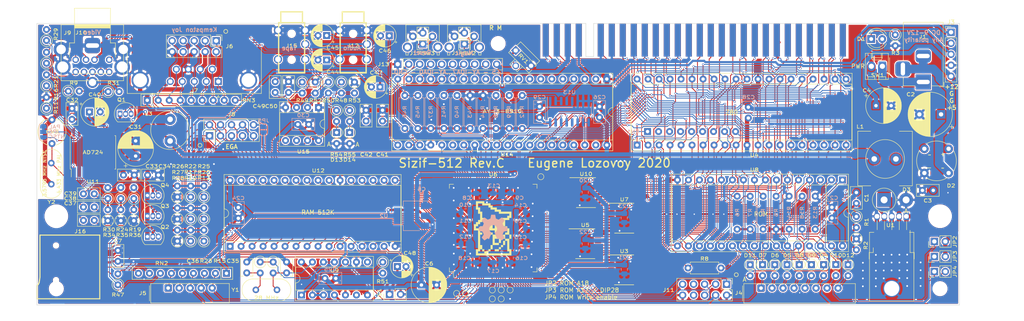
<source format=kicad_pcb>
(kicad_pcb (version 20171130) (host pcbnew "(5.1.4)-1")
  (title_block (title "ZX Sizif-512") (date 2020-05-05) (rev V))
  (layers (0 F.Cu signal) (31 B.Cu signal) (34 B.Paste user) (35 F.Paste user) (36 B.SilkS user) (37 F.SilkS user) (38 B.Mask user) (39 F.Mask user) (44 Edge.Cuts user))
  (net 0 "")
  (net 1 GND)
  (net 2 +5V)
  (net 3 +3V3)
  (net 4 +12V)
  (net 5 ~RST)
  (net 6 /VID_COMP)
  (net 7 /Csync)
  (net 8 /KD0)
  (net 9 /KD1)
  (net 10 /KD2)
  (net 11 /KD3)
  (net 12 /KD4)
  (net 13 /KA15)
  (net 14 /KA14)
  (net 15 /KA8)
  (net 16 /KA13)
  (net 17 /KA12)
  (net 18 /KA9)
  (net 19 /KA10)
  (net 20 /KA11)
  (net 21 /~JOY_B2)
  (net 22 /~JOY_B1)
  (net 23 /~JOY_B3)
  (net 24 /~JOY_RIGHT)
  (net 25 /~JOY_LEFT)
  (net 26 /~JOY_DOWN)
  (net 27 /~JOY_UP)
  (net 28 /VID_B)
  (net 29 /VID_R)
  (net 30 /SND_L)
  (net 31 /VID_SYNC)
  (net 32 /VID_G)
  (net 33 /A15)
  (net 34 /A13)
  (net 35 /D7)
  (net 36 /D0)
  (net 37 /D1)
  (net 38 /D2)
  (net 39 /D6)
  (net 40 /D5)
  (net 41 /D3)
  (net 42 /D4)
  (net 43 /~INT)
  (net 44 /~HALT)
  (net 45 /~MREQ)
  (net 46 /~IORQ)
  (net 47 /~RD)
  (net 48 /A14)
  (net 49 /A12)
  (net 50 /~CLKCPU)
  (net 51 /A0)
  (net 52 /A1)
  (net 53 /A2)
  (net 54 /A3)
  (net 55 /~WR)
  (net 56 /~WAIT)
  (net 57 /~M1)
  (net 58 /~RFSH)
  (net 59 /A8)
  (net 60 /A10)
  (net 61 /~BUSRQ)
  (net 62 /~RSTCPU)
  (net 63 /A7)
  (net 64 /A6)
  (net 65 /A5)
  (net 66 /A4)
  (net 67 /~BUSACK)
  (net 68 /A9)
  (net 69 /A11)
  (net 70 /TAPE_IN0)
  (net 71 /CLKCPU)
  (net 72 /~NMI)
  (net 73 ~MAGIC)
  (net 74 /SND_MONO)
  (net 75 /SND_R)
  (net 76 /AY_ABC)
  (net 77 /SD_CD)
  (net 78 /SD_MISO)
  (net 79 "Net-(Q4-Pad3)")
  (net 80 "Net-(JP3-Pad1)")
  (net 81 "Net-(C46-Pad1)")
  (net 82 +5VA)
  (net 83 "Net-(Q4-Pad2)")
  (net 84 "Net-(Q2-Pad3)")
  (net 85 "Net-(Q3-Pad3)")
  (net 86 "Net-(Q3-Pad2)")
  (net 87 "Net-(C43-Pad1)")
  (net 88 /SD_DAT2)
  (net 89 /SD_DAT1)
  (net 90 /Red1)
  (net 91 /Green1)
  (net 92 /Blue1)
  (net 93 /Red0)
  (net 94 /Green0)
  (net 95 /Blue0)
  (net 96 "Net-(C42-Pad1)")
  (net 97 "Net-(C37-Pad1)")
  (net 98 "Net-(C38-Pad1)")
  (net 99 "Net-(C39-Pad1)")
  (net 100 "Net-(C41-Pad1)")
  (net 101 "Net-(Q1-Pad3)")
  (net 102 "Net-(Q2-Pad2)")
  (net 103 "Net-(C2-Pad1)")
  (net 104 "Net-(C35-Pad2)")
  (net 105 "Net-(C36-Pad2)")
  (net 106 "Net-(J8-Pad10)")
  (net 107 "Net-(JP6-Pad2)")
  (net 108 /~IORQGE)
  (net 109 "Net-(D1-Pad1)")
  (net 110 "Net-(D2-Pad2)")
  (net 111 "Net-(J1-Pad1)")
  (net 112 /~ROMCSB)
  (net 113 /Vsync)
  (net 114 /Hsync)
  (net 115 /SD_SCK)
  (net 116 /SD_MOSI)
  (net 117 /SD_CS)
  (net 118 /SND_DAC_L)
  (net 119 /SND_DAC_R)
  (net 120 /VA17)
  (net 121 /VD3)
  (net 122 /VA16)
  (net 123 /VD4)
  (net 124 /VA14)
  (net 125 /VD5)
  (net 126 /VA12)
  (net 127 /VD6)
  (net 128 /VA7)
  (net 129 /VD7)
  (net 130 /VA6)
  (net 131 /VA5)
  (net 132 /VA10)
  (net 133 /VA4)
  (net 134 /~VRD)
  (net 135 /VA3)
  (net 136 /VA11)
  (net 137 /VA2)
  (net 138 /VA9)
  (net 139 /VA1)
  (net 140 /VA8)
  (net 141 /VA0)
  (net 142 /VA13)
  (net 143 /VD0)
  (net 144 /~VWR)
  (net 145 /VD1)
  (net 146 /VA18)
  (net 147 /VD2)
  (net 148 /VA15)
  (net 149 /AY_MONO)
  (net 150 /AY_CLK)
  (net 151 /AY_BDIR)
  (net 152 /AY_BC1)
  (net 153 /TCK)
  (net 154 /TDO)
  (net 155 /TMS)
  (net 156 /TDI)
  (net 157 /~ROMCS)
  (net 158 "Net-(U13-Pad4)")
  (net 159 /CLK28)
  (net 160 /RA16)
  (net 161 /RA15)
  (net 162 /RA14)
  (net 163 "Net-(D3-Pad1)")
  (net 164 "Net-(D14-Pad1)")
  (net 165 "Net-(J13-Pad6)")
  (net 166 "Net-(J13-Pad8)")
  (net 167 "Net-(TP1-Pad1)")
  (net 168 "Net-(TP2-Pad1)")
  (net 169 "Net-(TP3-Pad1)")
  (net 170 "Net-(TP4-Pad1)")
  (net 171 "Net-(TP5-Pad1)")
  (net 172 "Net-(TP6-Pad1)")
  (net 173 "Net-(TP7-Pad1)")
  (net 174 "Net-(TP8-Pad1)")
  (net 175 "Net-(C1-Pad2)")
  (net 176 "Net-(C37-Pad2)")
  (net 177 "Net-(C38-Pad2)")
  (net 178 "Net-(C39-Pad2)")
  (net 179 "Net-(C40-Pad1)")
  (net 180 "Net-(C40-Pad2)")
  (net 181 "Net-(C47-Pad1)")
  (net 182 "Net-(C47-Pad2)")
  (net 183 "Net-(C48-Pad1)")
  (net 184 "Net-(C48-Pad2)")
  (net 185 "Net-(C49-Pad1)")
  (net 186 "Net-(D13-Pad1)")
  (net 187 "Net-(J13-Pad2)")
  (net 188 "Net-(J13-Pad4)")
  (net 189 "Net-(J13-Pad5)")
  (net 190 "Net-(J13-Pad9)")
  (net 191 "Net-(JP2-Pad1)")
  (net 192 "Net-(JP4-Pad2)")
  (net 193 "Net-(R15-Pad1)")
  (net 194 "Net-(R39-Pad2)")
  (net 195 "Net-(R40-Pad2)")
  (net 196 "Net-(R41-Pad2)")
  (net 197 "Net-(R48-Pad2)")
  (net 198 "Net-(R51-Pad2)")
  (net 199 "Net-(U13-Pad15)")
  (net 200 /xA10)
  (net 201 /xD7)
  (net 202 /xD6)
  (net 203 /xD5)
  (net 204 /xD4)
  (net 205 /xA15)
  (net 206 /xD3)
  (net 207 /xA14)
  (net 208 /~xMREQ)
  (net 209 /~xRFSH)
  (net 210 /~xWR)
  (net 211 /~xRD)
  (net 212 /~xM1)
  (net 213 /xA8)
  (net 214 /xA9)
  (net 215 /xA11)
  (net 216 /xA12)
  (net 217 /xA7)
  (net 218 /xA6)
  (net 219 /~xIORQGE)
  (net 220 /xA4)
  (net 221 /xA3)
  (net 222 /xCLKCPU)
  (net 223 /xA2)
  (net 224 /xA1)
  (net 225 /xA0)
  (net 226 /xA5)
  (net 227 /xD0)
  (net 228 /xD1)
  (net 229 /xD2)
  (net 230 /~xCLKCPU_IO73)
  (net 231 /xA13)
  (net 232 /RX)
  (net 233 /TX)
  (net 234 VCC)
  (net 235 +9V)
  (module Connector_PinHeader_2.54mm:PinHeader_1x05_P2.54mm_Vertical (layer F.Cu) (at 255.4 66.8)
    (fp_text reference J3 (at 0 -2.33) (layer F.SilkS))
    (fp_text value PinHeader)
    (pad 5 thru_hole oval (at 0 10.16) (size 1.7 1.7) (drill 1) (layers *.Cu *.Mask) (net 2 +5V))
    (pad 4 thru_hole oval (at 0 7.62) (size 1.7 1.7) (drill 1) (layers *.Cu *.Mask) (net 1 GND))
    (pad 3 thru_hole oval (at 0 5.08) (size 1.7 1.7) (drill 1) (layers *.Cu *.Mask) (net 235 +9V))
    (pad 2 thru_hole oval (at 0 2.54) (size 1.7 1.7) (drill 1) (layers *.Cu *.Mask) (net 234 VCC))
    (pad 1 thru_hole rect (at 0 0) (size 1.7 1.7) (drill 1) (layers *.Cu *.Mask) (net 4 +12V))
  )
  (module Capacitor_THT:C_Disc_D5.0mm_W2.5mm_P2.50mm (layer F.Cu) (at 102.45 78.2 270)
    (fp_text reference C50 (at 5.675 3.975) (layer F.SilkS) (effects (font (size 0.8 1))))
    (fp_text value 100n)
    (pad 1 thru_hole circle (at 0 0 270) (size 1.6 1.6) (drill 0.8) (layers *.Cu *.Mask) (net 1 GND))
    (pad 2 thru_hole circle (at 2.5 0 270) (size 1.6 1.6) (drill 0.8) (layers *.Cu *.Mask) (net 5 ~RST))
  )
  (module Capacitor_THT:CP_Radial_D8.0mm_P3.50mm (layer F.Cu) (at 238.075 83.75)
    (fp_text reference C4 (at -2.125 -3.5) (layer F.SilkS) (effects (font (size 0.8 1))))
    (fp_text value 220u/16V)
    (pad 1 thru_hole rect (at 0 0) (size 1.6 1.6) (drill 0.8) (layers *.Cu *.Mask) (net 2 +5V))
    (pad 2 thru_hole circle (at 3.5 0) (size 1.6 1.6) (drill 0.8) (layers *.Cu *.Mask) (net 1 GND))
  )
  (module Capacitor_THT:CP_Radial_D8.0mm_P3.50mm (layer F.Cu) (at 67.15 95.38 90)
    (fp_text reference C31 (at 6.73 -0.025 180) (layer F.SilkS) (effects (font (size 0.8 1))))
    (fp_text value 220u/16V)
    (pad 1 thru_hole rect (at 0 0 90) (size 1.6 1.6) (drill 0.8) (layers *.Cu *.Mask) (net 82 +5VA))
    (pad 2 thru_hole circle (at 3.5 0 90) (size 1.6 1.6) (drill 0.8) (layers *.Cu *.Mask) (net 1 GND))
  )
  (module Capacitor_THT:CP_Radial_D5.0mm_P2.00mm (layer F.Cu) (at 123.575 79.425 180)
    (fp_text reference C47 (at 0.925 3.275) (layer F.SilkS) (effects (font (size 0.8 1))))
    (fp_text value 1u)
    (pad 1 thru_hole rect (at 0 0 180) (size 1.6 1.6) (drill 0.8) (layers *.Cu *.Mask) (net 181 "Net-(C47-Pad1)"))
    (pad 2 thru_hole circle (at 2 0 180) (size 1.6 1.6) (drill 0.8) (layers *.Cu *.Mask) (net 182 "Net-(C47-Pad2)"))
  )
  (module Capacitor_THT:CP_Radial_D5.0mm_P2.00mm (layer F.Cu) (at 127.575 120.9)
    (fp_text reference C48 (at 2.875 -3.1) (layer F.SilkS) (effects (font (size 0.8 1))))
    (fp_text value 10u)
    (pad 1 thru_hole rect (at 0 0) (size 1.6 1.6) (drill 0.8) (layers *.Cu *.Mask) (net 183 "Net-(C48-Pad1)"))
    (pad 2 thru_hole circle (at 2 0) (size 1.6 1.6) (drill 0.8) (layers *.Cu *.Mask) (net 184 "Net-(C48-Pad2)"))
  )
  (module Capacitor_THT:CP_Radial_D5.0mm_P2.00mm (layer F.Cu) (at 125.7 67.6 180)
    (fp_text reference C46 (at 1 -3.475) (layer F.SilkS) (effects (font (size 0.8 1))))
    (fp_text value 10u/16V)
    (pad 1 thru_hole rect (at 0 0 180) (size 1.6 1.6) (drill 0.8) (layers *.Cu *.Mask) (net 81 "Net-(C46-Pad1)"))
    (pad 2 thru_hole circle (at 2 0 180) (size 1.6 1.6) (drill 0.8) (layers *.Cu *.Mask) (net 74 /SND_MONO))
  )
  (module Capacitor_THT:CP_Radial_D5.0mm_P2.00mm (layer F.Cu) (at 111.25 67.55 180)
    (fp_text reference C45 (at -1.4 -2.825) (layer F.SilkS) (effects (font (size 0.8 1))))
    (fp_text value 10u/16V)
    (pad 1 thru_hole rect (at 0 0 180) (size 1.6 1.6) (drill 0.8) (layers *.Cu *.Mask) (net 96 "Net-(C42-Pad1)"))
    (pad 2 thru_hole circle (at 2 0 180) (size 1.6 1.6) (drill 0.8) (layers *.Cu *.Mask) (net 75 /SND_R))
  )
  (module Capacitor_THT:CP_Radial_D5.0mm_P2.00mm (layer F.Cu) (at 111.25 73.2 180)
    (fp_text reference C44 (at -1.4 -2.825) (layer F.SilkS) (effects (font (size 0.8 1))))
    (fp_text value 10u/16V)
    (pad 1 thru_hole rect (at 0 0 180) (size 1.6 1.6) (drill 0.8) (layers *.Cu *.Mask) (net 100 "Net-(C41-Pad1)"))
    (pad 2 thru_hole circle (at 2 0 180) (size 1.6 1.6) (drill 0.8) (layers *.Cu *.Mask) (net 30 /SND_L))
  )
  (module Capacitor_THT:CP_Radial_D8.0mm_P3.50mm (layer F.Cu) (at 133.125 125.15)
    (fp_text reference C6 (at 1.775 -4.925) (layer F.SilkS) (effects (font (size 0.8 1))))
    (fp_text value 220u/16V)
    (pad 1 thru_hole rect (at 0 0) (size 1.6 1.6) (drill 0.8) (layers *.Cu *.Mask) (net 3 +3V3))
    (pad 2 thru_hole circle (at 3.5 0) (size 1.6 1.6) (drill 0.8) (layers *.Cu *.Mask) (net 1 GND))
  )
  (module Capacitor_THT:CP_Radial_D10.0mm_P5.00mm (layer F.Cu) (at 253.1 85.75 180)
    (fp_text reference C2 (at 7.025 4.6) (layer F.SilkS) (effects (font (size 0.8 1))))
    (fp_text value 470u/25V)
    (pad 1 thru_hole rect (at 0 0 180) (size 2 2) (drill 1) (layers *.Cu *.Mask) (net 103 "Net-(C2-Pad1)"))
    (pad 2 thru_hole circle (at 5 0 180) (size 2 2) (drill 1) (layers *.Cu *.Mask) (net 1 GND))
  )
  (module TestPoint:TestPoint_Pad_D1.0mm (layer F.Cu) (at 143.3 127.1)
    (fp_text reference TP2 hide)
    (fp_text value TestPoint hide)
    (pad 1 smd circle (at 0 0) (size 1 1) (layers F.Cu F.Mask) (net 168 "Net-(TP2-Pad1)"))
  )
  (module TestPoint:TestPoint_Pad_D1.0mm (layer F.Cu) (at 141.25 127.1)
    (fp_text reference TP3 hide)
    (fp_text value TestPoint hide)
    (pad 1 smd circle (at 0 0) (size 1 1) (layers F.Cu F.Mask) (net 169 "Net-(TP3-Pad1)"))
  )
  (module TestPoint:TestPoint_Pad_D1.0mm (layer F.Cu) (at 160.7 100.15)
    (fp_text reference TP1 hide)
    (fp_text value TestPoint hide)
    (pad 1 smd circle (at 0 0) (size 1 1) (layers F.Cu F.Mask) (net 167 "Net-(TP1-Pad1)"))
  )
  (module TestPoint:TestPoint_Pad_D1.0mm (layer F.Cu) (at 153.6 126.3)
    (fp_text reference TP8 hide)
    (fp_text value TestPoint hide)
    (pad 1 smd circle (at 0 0) (size 1 1) (layers F.Cu F.Mask) (net 174 "Net-(TP8-Pad1)"))
  )
  (module TestPoint:TestPoint_Pad_D1.0mm (layer F.Cu) (at 151.55 128.35)
    (fp_text reference TP7 hide)
    (fp_text value TestPoint hide)
    (pad 1 smd circle (at 0 0) (size 1 1) (layers F.Cu F.Mask) (net 173 "Net-(TP7-Pad1)"))
  )
  (module TestPoint:TestPoint_Pad_D1.0mm (layer F.Cu) (at 151.55 126.3)
    (fp_text reference TP6 hide)
    (fp_text value TestPoint hide)
    (pad 1 smd circle (at 0 0) (size 1 1) (layers F.Cu F.Mask) (net 172 "Net-(TP6-Pad1)"))
  )
  (module TestPoint:TestPoint_Pad_D1.0mm (layer F.Cu) (at 149.5 128.35)
    (fp_text reference TP5 hide)
    (fp_text value TestPoint hide)
    (pad 1 smd circle (at 0 0) (size 1 1) (layers F.Cu F.Mask) (net 171 "Net-(TP5-Pad1)"))
  )
  (module TestPoint:TestPoint_Pad_D1.0mm (layer F.Cu) (at 149.5 126.3)
    (fp_text reference TP4 hide)
    (fp_text value TestPoint hide)
    (pad 1 smd circle (at 0 0) (size 1 1) (layers F.Cu F.Mask) (net 170 "Net-(TP4-Pad1)"))
  )
  (module Resistor_THT:R_Axial_DIN0207_L6.3mm_D2.5mm_P7.62mm_Horizontal (layer F.Cu) (at 202.3 121.225 180)
    (fp_text reference R8 (at 3.825 2.125) (layer F.SilkS) (effects (font (size 0.8 1))))
    (fp_text value 470)
    (pad 2 thru_hole oval (at 7.62 0 180) (size 1.6 1.6) (drill 0.8) (layers *.Cu *.Mask) (net 157 /~ROMCS))
    (pad 1 thru_hole circle (at 0 0 180) (size 1.6 1.6) (drill 0.8) (layers *.Cu *.Mask) (net 112 /~ROMCSB))
  )
  (module Inductor_THT:L_Radial_D8.7mm_P5.00mm_Fastron_07HCP (layer F.Cu) (at 242.675 96.05 180)
    (fp_text reference L1 (at 8.25 7.45) (layer F.SilkS) (effects (font (size 0.8 1))))
    (fp_text value 68uH/2A)
    (pad 2 thru_hole circle (at 5 0 180) (size 2.6 2.6) (drill 1.3) (layers *.Cu *.Mask) (net 2 +5V))
    (pad 1 thru_hole circle (at 0 0 180) (size 2.6 2.6) (drill 1.3) (layers *.Cu *.Mask) (net 163 "Net-(D3-Pad1)"))
  )
  (module Inductor_SMD:L_12x12mm_H8mm (layer F.Cu) (at 240.175 95.95 90)
    (fp_text reference L2 hide)
    (fp_text value 68uH/2A hide)
    (pad 1 smd rect (at -4.95 0 90) (size 2.9 5.4) (layers F.Cu F.Paste F.Mask) (net 163 "Net-(D3-Pad1)"))
    (pad 2 smd rect (at 4.95 0 90) (size 2.9 5.4) (layers F.Cu F.Paste F.Mask) (net 2 +5V))
  )
  (module Resistor_THT:R_Axial_DIN0207_L6.3mm_D2.5mm_P2.54mm_Vertical (layer F.Cu) (at 233.55 109.35 270)
    (fp_text reference R1 (at 1.27 -2.37 270) (layer F.SilkS) (effects (font (size 0.8 1))))
    (fp_text value 3k)
    (pad 2 thru_hole oval (at 2.54 0 270) (size 1.6 1.6) (drill 0.8) (layers *.Cu *.Mask) (net 175 "Net-(C1-Pad2)"))
    (pad 1 thru_hole circle (at 0 0 270) (size 1.6 1.6) (drill 0.8) (layers *.Cu *.Mask) (net 2 +5V))
  )
  (module Resistor_THT:R_Axial_DIN0207_L6.3mm_D2.5mm_P2.54mm_Vertical (layer F.Cu) (at 233.55 114.5 270)
    (fp_text reference R2 (at 1.525 -2.175 270) (layer F.SilkS) (effects (font (size 0.8 1))))
    (fp_text value 1k)
    (pad 2 thru_hole oval (at 2.54 0 270) (size 1.6 1.6) (drill 0.8) (layers *.Cu *.Mask) (net 175 "Net-(C1-Pad2)"))
    (pad 1 thru_hole circle (at 0 0 270) (size 1.6 1.6) (drill 0.8) (layers *.Cu *.Mask) (net 1 GND))
  )
  (module Diode_THT:D_DO-201AD_P5.08mm_Vertical_AnodeUp (layer F.Cu) (at 239.95 105.5)
    (fp_text reference D3 (at 5.175 -2.375) (layer F.SilkS) (effects (font (size 0.8 1))))
    (fp_text value 1N5820)
    (fp_text user A (at 5.08 2.6) (layer F.SilkS))
    (pad 1 thru_hole rect (at 0 0) (size 3.2 3.2) (drill 1.6) (layers *.Cu *.Mask) (net 163 "Net-(D3-Pad1)"))
    (pad 2 thru_hole oval (at 5.08 0) (size 3.2 3.2) (drill 1.6) (layers *.Cu *.Mask) (net 1 GND))
  )
  (module my:TO-220-263-5_Horizontal_TabDown (layer F.Cu) (at 245.1 109.3 180)
    (fp_text reference U1 (at 3.675 -2.05) (layer F.SilkS) (effects (font (size 0.8 1))))
    (fp_text value LM2596T-ADJ)
    (pad 1 thru_hole rect (at 0 0 180) (size 1.275 1.8) (drill 1.1) (layers *.Cu *.Mask) (net 103 "Net-(C2-Pad1)"))
    (pad 2 thru_hole oval (at 1.7 0 180) (size 1.275 1.8) (drill 1.1) (layers *.Cu *.Mask) (net 163 "Net-(D3-Pad1)"))
    (pad 3 thru_hole oval (at 3.4 0 180) (size 1.275 1.8) (drill 1.1) (layers *.Cu *.Mask) (net 1 GND))
    (pad 4 thru_hole oval (at 5.1 0 180) (size 1.275 1.8) (drill 1.1) (layers *.Cu *.Mask) (net 175 "Net-(C1-Pad2)"))
    (pad 5 thru_hole oval (at 6.8 0 180) (size 1.275 1.8) (drill 1.1) (layers *.Cu *.Mask) (net 1 GND))
    (pad 5 smd rect (at 6.8 -5.525 270) (size 4.6 1.1) (layers F.Cu F.Paste F.Mask) (net 1 GND))
    (pad 3 smd rect (at 3.4 -5.525 270) (size 4.6 1.1) (layers F.Cu F.Paste F.Mask) (net 1 GND))
    (pad 4 smd rect (at 5.1 -5.525 270) (size 4.6 1.1) (layers F.Cu F.Paste F.Mask) (net 175 "Net-(C1-Pad2)"))
    (pad 3 smd rect (at 3.45 -14.7 270) (size 9.4 10.8) (layers F.Cu F.Mask) (net 1 GND))
    (pad 1 smd rect (at 0 -5.525 270) (size 4.6 1.1) (layers F.Cu F.Paste F.Mask) (net 103 "Net-(C2-Pad1)"))
    (pad 2 smd rect (at 1.7 -5.525 270) (size 4.6 1.1) (layers F.Cu F.Paste F.Mask) (net 163 "Net-(D3-Pad1)"))
    (pad 3 thru_hole circle (at 3.4 -16.66 180) (size 4 4) (drill 3.5) (layers *.Cu *.Mask) (net 1 GND))
  )
  (module Capacitor_THT:C_Disc_D5.0mm_W2.5mm_P2.50mm (layer F.Cu) (at 233.55 103.8 270)
    (fp_text reference C1 (at 1.25 -2.35 90) (layer F.SilkS) (effects (font (size 0.8 1))))
    (fp_text value 15n)
    (pad 2 thru_hole circle (at 2.5 0 270) (size 1.6 1.6) (drill 0.8) (layers *.Cu *.Mask) (net 175 "Net-(C1-Pad2)"))
    (pad 1 thru_hole circle (at 0 0 270) (size 1.6 1.6) (drill 0.8) (layers *.Cu *.Mask) (net 2 +5V))
  )
  (module Resistor_THT:R_Axial_DIN0207_L6.3mm_D2.5mm_P7.62mm_Horizontal (layer B.Cu) (at 221.025 104.65 270)
    (fp_text reference R18 (at 3.81 0 270) (layer B.SilkS) (effects (font (size 0.8 1)) (justify mirror)))
    (fp_text value 10k)
    (pad 2 thru_hole oval (at 7.62 0 270) (size 1.6 1.6) (drill 0.8) (layers *.Cu *.Mask) (net 192 "Net-(JP4-Pad2)"))
    (pad 1 thru_hole circle (at 0 0 270) (size 1.6 1.6) (drill 0.8) (layers *.Cu *.Mask) (net 2 +5V))
  )
  (module Package_DIP:DIP-32_W15.24mm_Socket (layer F.Cu) (at 230.336 100.89 270)
    (fp_text reference U8 (at -2.34 20.336 180) (layer F.SilkS) (effects (font (size 0.8 1))))
    (fp_text value SST39SF040)
    (fp_text user ROM (at 7.91 18.836) (layer F.SilkS))
    (pad 1 thru_hole rect (at 0 0 270) (size 1.6 1.6) (drill 0.8) (layers *.Cu *.Mask) (net 191 "Net-(JP2-Pad1)"))
    (pad 17 thru_hole oval (at 15.24 38.1 270) (size 1.6 1.6) (drill 0.8) (layers *.Cu *.Mask) (net 41 /D3))
    (pad 2 thru_hole oval (at 0 2.54 270) (size 1.6 1.6) (drill 0.8) (layers *.Cu *.Mask) (net 160 /RA16))
    (pad 18 thru_hole oval (at 15.24 35.56 270) (size 1.6 1.6) (drill 0.8) (layers *.Cu *.Mask) (net 42 /D4))
    (pad 3 thru_hole oval (at 0 5.08 270) (size 1.6 1.6) (drill 0.8) (layers *.Cu *.Mask) (net 161 /RA15))
    (pad 19 thru_hole oval (at 15.24 33.02 270) (size 1.6 1.6) (drill 0.8) (layers *.Cu *.Mask) (net 40 /D5))
    (pad 4 thru_hole oval (at 0 7.62 270) (size 1.6 1.6) (drill 0.8) (layers *.Cu *.Mask) (net 49 /A12))
    (pad 20 thru_hole oval (at 15.24 30.48 270) (size 1.6 1.6) (drill 0.8) (layers *.Cu *.Mask) (net 39 /D6))
    (pad 5 thru_hole oval (at 0 10.16 270) (size 1.6 1.6) (drill 0.8) (layers *.Cu *.Mask) (net 63 /A7))
    (pad 21 thru_hole oval (at 15.24 27.94 270) (size 1.6 1.6) (drill 0.8) (layers *.Cu *.Mask) (net 35 /D7))
    (pad 6 thru_hole oval (at 0 12.7 270) (size 1.6 1.6) (drill 0.8) (layers *.Cu *.Mask) (net 64 /A6))
    (pad 22 thru_hole oval (at 15.24 25.4 270) (size 1.6 1.6) (drill 0.8) (layers *.Cu *.Mask) (net 112 /~ROMCSB))
    (pad 7 thru_hole oval (at 0 15.24 270) (size 1.6 1.6) (drill 0.8) (layers *.Cu *.Mask) (net 65 /A5))
    (pad 23 thru_hole oval (at 15.24 22.86 270) (size 1.6 1.6) (drill 0.8) (layers *.Cu *.Mask) (net 60 /A10))
    (pad 8 thru_hole oval (at 0 17.78 270) (size 1.6 1.6) (drill 0.8) (layers *.Cu *.Mask) (net 66 /A4))
    (pad 24 thru_hole oval (at 15.24 20.32 270) (size 1.6 1.6) (drill 0.8) (layers *.Cu *.Mask) (net 47 /~RD))
    (pad 9 thru_hole oval (at 0 20.32 270) (size 1.6 1.6) (drill 0.8) (layers *.Cu *.Mask) (net 54 /A3))
    (pad 25 thru_hole oval (at 15.24 17.78 270) (size 1.6 1.6) (drill 0.8) (layers *.Cu *.Mask) (net 69 /A11))
    (pad 10 thru_hole oval (at 0 22.86 270) (size 1.6 1.6) (drill 0.8) (layers *.Cu *.Mask) (net 53 /A2))
    (pad 26 thru_hole oval (at 15.24 15.24 270) (size 1.6 1.6) (drill 0.8) (layers *.Cu *.Mask) (net 68 /A9))
    (pad 11 thru_hole oval (at 0 25.4 270) (size 1.6 1.6) (drill 0.8) (layers *.Cu *.Mask) (net 52 /A1))
    (pad 27 thru_hole oval (at 15.24 12.7 270) (size 1.6 1.6) (drill 0.8) (layers *.Cu *.Mask) (net 59 /A8))
    (pad 12 thru_hole oval (at 0 27.94 270) (size 1.6 1.6) (drill 0.8) (layers *.Cu *.Mask) (net 51 /A0))
    (pad 28 thru_hole oval (at 15.24 10.16 270) (size 1.6 1.6) (drill 0.8) (layers *.Cu *.Mask) (net 34 /A13))
    (pad 13 thru_hole oval (at 0 30.48 270) (size 1.6 1.6) (drill 0.8) (layers *.Cu *.Mask) (net 36 /D0))
    (pad 29 thru_hole oval (at 15.24 7.62 270) (size 1.6 1.6) (drill 0.8) (layers *.Cu *.Mask) (net 162 /RA14))
    (pad 14 thru_hole oval (at 0 33.02 270) (size 1.6 1.6) (drill 0.8) (layers *.Cu *.Mask) (net 37 /D1))
    (pad 30 thru_hole oval (at 15.24 5.08 270) (size 1.6 1.6) (drill 0.8) (layers *.Cu *.Mask) (net 80 "Net-(JP3-Pad1)"))
    (pad 15 thru_hole oval (at 0 35.56 270) (size 1.6 1.6) (drill 0.8) (layers *.Cu *.Mask) (net 38 /D2))
    (pad 31 thru_hole oval (at 15.24 2.54 270) (size 1.6 1.6) (drill 0.8) (layers *.Cu *.Mask) (net 192 "Net-(JP4-Pad2)"))
    (pad 16 thru_hole oval (at 0 38.1 270) (size 1.6 1.6) (drill 0.8) (layers *.Cu *.Mask) (net 1 GND))
    (pad 32 thru_hole oval (at 15.24 0 270) (size 1.6 1.6) (drill 0.8) (layers *.Cu *.Mask) (net 2 +5V))
  )
  (module Resistor_THT:R_Axial_DIN0207_L6.3mm_D2.5mm_P7.62mm_Horizontal (layer B.Cu) (at 209.025 104.655 270)
    (fp_text reference R7 (at 3.775 0 270) (layer B.SilkS) (effects (font (size 0.8 1)) (justify mirror)))
    (fp_text value 2.2k)
    (pad 1 thru_hole circle (at 0 0 270) (size 1.6 1.6) (drill 0.8) (layers *.Cu *.Mask) (net 50 /~CLKCPU))
    (pad 2 thru_hole oval (at 7.62 0 270) (size 1.6 1.6) (drill 0.8) (layers *.Cu *.Mask) (net 2 +5V))
  )
  (module Resistor_THT:R_Axial_DIN0207_L6.3mm_D2.5mm_P7.62mm_Horizontal (layer B.Cu) (at 215.025 104.65 270)
    (fp_text reference R5 (at 3.8 0 270) (layer B.SilkS) (effects (font (size 0.8 1)) (justify mirror)))
    (fp_text value 10k)
    (pad 1 thru_hole circle (at 0 0 270) (size 1.6 1.6) (drill 0.8) (layers *.Cu *.Mask) (net 62 /~RSTCPU))
    (pad 2 thru_hole oval (at 7.62 0 270) (size 1.6 1.6) (drill 0.8) (layers *.Cu *.Mask) (net 1 GND))
  )
  (module Resistor_THT:R_Axial_DIN0207_L6.3mm_D2.5mm_P7.62mm_Horizontal (layer B.Cu) (at 218.025 104.65 270)
    (fp_text reference R14 (at 3.76 -0.005 90) (layer B.SilkS) (effects (font (size 0.8 1)) (justify mirror)))
    (fp_text value 10k)
    (pad 2 thru_hole oval (at 7.62 0 270) (size 1.6 1.6) (drill 0.8) (layers *.Cu *.Mask) (net 80 "Net-(JP3-Pad1)"))
    (pad 1 thru_hole circle (at 0 0 270) (size 1.6 1.6) (drill 0.8) (layers *.Cu *.Mask) (net 1 GND))
  )
  (module Resistor_THT:R_Axial_DIN0207_L6.3mm_D2.5mm_P7.62mm_Horizontal (layer B.Cu) (at 224.05 104.65 270)
    (fp_text reference R13 (at 3.76 -0.005 90) (layer B.SilkS) (effects (font (size 0.8 1)) (justify mirror)))
    (fp_text value 10k)
    (pad 2 thru_hole oval (at 7.62 0 270) (size 1.6 1.6) (drill 0.8) (layers *.Cu *.Mask) (net 191 "Net-(JP2-Pad1)"))
    (pad 1 thru_hole circle (at 0 0 270) (size 1.6 1.6) (drill 0.8) (layers *.Cu *.Mask) (net 1 GND))
  )
  (module Resistor_THT:R_Axial_DIN0207_L6.3mm_D2.5mm_P2.54mm_Vertical (layer F.Cu) (at 117.675 78.3 270)
    (fp_text reference R53 (at 4.25 0 180) (layer F.SilkS) (effects (font (size 0.8 1))))
    (fp_text value 1k)
    (pad 1 thru_hole circle (at 0 0 270) (size 1.6 1.6) (drill 0.8) (layers *.Cu *.Mask) (net 1 GND))
    (pad 2 thru_hole oval (at 2.54 0 270) (size 1.6 1.6) (drill 0.8) (layers *.Cu *.Mask) (net 197 "Net-(R48-Pad2)"))
  )
  (module Connector_PinHeader_2.54mm:PinHeader_1x02_P2.54mm_Vertical (layer F.Cu) (at 125.775 127.3 90)
    (fp_text reference LS1 (at 0 -2.33 90) (layer F.SilkS) (effects (font (size 0.8 1))))
    (fp_text value PinHeader)
    (pad 2 thru_hole oval (at 0 2.54 90) (size 1.7 1.7) (drill 1) (layers *.Cu *.Mask) (net 1 GND))
    (pad 1 thru_hole rect (at 0 0 90) (size 1.7 1.7) (drill 1) (layers *.Cu *.Mask) (net 184 "Net-(C48-Pad2)"))
  )
  (module Resistor_THT:R_Axial_DIN0207_L6.3mm_D2.5mm_P2.54mm_Vertical (layer F.Cu) (at 111.6375 78.3 270)
    (fp_text reference R50 (at 4.25 -0.0125 180) (layer F.SilkS) (effects (font (size 0.8 1))))
    (fp_text value 10k)
    (pad 2 thru_hole oval (at 2.54 0 270) (size 1.6 1.6) (drill 0.8) (layers *.Cu *.Mask) (net 197 "Net-(R48-Pad2)"))
    (pad 1 thru_hole circle (at 0 0 270) (size 1.6 1.6) (drill 0.8) (layers *.Cu *.Mask) (net 185 "Net-(C49-Pad1)"))
  )
  (module Resistor_THT:R_Axial_DIN0207_L6.3mm_D2.5mm_P2.54mm_Vertical (layer F.Cu) (at 108.61875 78.3 270)
    (fp_text reference R52 (at 4.25 -0.03125 180) (layer F.SilkS) (effects (font (size 0.8 1))))
    (fp_text value 1M)
    (pad 2 thru_hole oval (at 2.54 0 270) (size 1.6 1.6) (drill 0.8) (layers *.Cu *.Mask) (net 185 "Net-(C49-Pad1)"))
    (pad 1 thru_hole circle (at 0 0 270) (size 1.6 1.6) (drill 0.8) (layers *.Cu *.Mask) (net 1 GND))
  )
  (module Package_DIP:DIP-8_W7.62mm_Socket (layer F.Cu) (at 109.375 84.175 270)
    (fp_text reference U15 (at 10.175 3.5 180) (layer F.SilkS) (effects (font (size 0.8 1))))
    (fp_text value LM311N)
    (pad 1 thru_hole rect (at 0 0 270) (size 1.6 1.6) (drill 0.8) (layers *.Cu *.Mask) (net 1 GND))
    (pad 5 thru_hole oval (at 7.62 7.62 270) (size 1.6 1.6) (drill 0.8) (layers *.Cu *.Mask))
    (pad 2 thru_hole oval (at 0 2.54 270) (size 1.6 1.6) (drill 0.8) (layers *.Cu *.Mask) (net 197 "Net-(R48-Pad2)"))
    (pad 6 thru_hole oval (at 7.62 5.08 270) (size 1.6 1.6) (drill 0.8) (layers *.Cu *.Mask))
    (pad 3 thru_hole oval (at 0 5.08 270) (size 1.6 1.6) (drill 0.8) (layers *.Cu *.Mask) (net 185 "Net-(C49-Pad1)"))
    (pad 7 thru_hole oval (at 7.62 2.54 270) (size 1.6 1.6) (drill 0.8) (layers *.Cu *.Mask) (net 70 /TAPE_IN0))
    (pad 4 thru_hole oval (at 0 7.62 270) (size 1.6 1.6) (drill 0.8) (layers *.Cu *.Mask) (net 1 GND))
    (pad 8 thru_hole oval (at 7.62 0 270) (size 1.6 1.6) (drill 0.8) (layers *.Cu *.Mask) (net 2 +5V))
  )
  (module Capacitor_THT:C_Disc_D5.0mm_W2.5mm_P2.50mm (layer F.Cu) (at 99.375 80.7 90)
    (fp_text reference C49 (at -3.175 -3.75 180) (layer F.SilkS) (effects (font (size 0.8 1))))
    (fp_text value 100n)
    (pad 2 thru_hole circle (at 2.5 0 90) (size 1.6 1.6) (drill 0.8) (layers *.Cu *.Mask) (net 232 /RX))
    (pad 1 thru_hole circle (at 0 0 90) (size 1.6 1.6) (drill 0.8) (layers *.Cu *.Mask) (net 185 "Net-(C49-Pad1)"))
  )
  (module Capacitor_SMD:C_0805_2012Metric_Pad1.15x1.40mm_HandSolder (layer B.Cu) (at 179.95 109.675 270)
    (fp_text reference C23 (at -2.75 -0.05 180) (layer B.SilkS) (effects (font (size 0.8 1)) (justify mirror)))
    (fp_text value 100n)
    (pad 2 smd roundrect (at 1.025 0 270) (size 1.15 1.4) (layers B.Cu B.Paste B.Mask) (roundrect_rratio 0.217391) (net 1 GND))
    (pad 1 smd roundrect (at -1.025 0 270) (size 1.15 1.4) (layers B.Cu B.Paste B.Mask) (roundrect_rratio 0.217391) (net 3 +3V3))
  )
  (module Capacitor_SMD:C_0805_2012Metric_Pad1.15x1.40mm_HandSolder (layer B.Cu) (at 170.95 115.675 270)
    (fp_text reference C22 (at -2.75 -0.05 180) (layer B.SilkS) (effects (font (size 0.8 1)) (justify mirror)))
    (fp_text value 100n)
    (pad 2 smd roundrect (at 1.025 0 270) (size 1.15 1.4) (layers B.Cu B.Paste B.Mask) (roundrect_rratio 0.217391) (net 1 GND))
    (pad 1 smd roundrect (at -1.025 0 270) (size 1.15 1.4) (layers B.Cu B.Paste B.Mask) (roundrect_rratio 0.217391) (net 3 +3V3))
  )
  (module Capacitor_SMD:C_0805_2012Metric_Pad1.15x1.40mm_HandSolder (layer B.Cu) (at 179.975 121.55 270)
    (fp_text reference C21 (at -2.75 -0.05 180) (layer B.SilkS) (effects (font (size 0.8 1)) (justify mirror)))
    (fp_text value 100n)
    (pad 2 smd roundrect (at 1.025 0 270) (size 1.15 1.4) (layers B.Cu B.Paste B.Mask) (roundrect_rratio 0.217391) (net 1 GND))
    (pad 1 smd roundrect (at -1.025 0 270) (size 1.15 1.4) (layers B.Cu B.Paste B.Mask) (roundrect_rratio 0.217391) (net 3 +3V3))
  )
  (module Capacitor_SMD:C_0805_2012Metric_Pad1.15x1.40mm_HandSolder (layer B.Cu) (at 170.95 103.75 270)
    (fp_text reference C20 (at -2.75 -0.05 180) (layer B.SilkS) (effects (font (size 0.8 1)) (justify mirror)))
    (fp_text value 100n)
    (pad 2 smd roundrect (at 1.025 0 270) (size 1.15 1.4) (layers B.Cu B.Paste B.Mask) (roundrect_rratio 0.217391) (net 1 GND))
    (pad 1 smd roundrect (at -1.025 0 270) (size 1.15 1.4) (layers B.Cu B.Paste B.Mask) (roundrect_rratio 0.217391) (net 3 +3V3))
  )
  (module Diode_THT:D_DO-35_SOD27_P2.54mm_Vertical_AnodeUp (layer F.Cu) (at 209.025 120.475 270)
    (fp_text reference D11 (at -2.15 0.025 180) (layer F.SilkS) (effects (font (size 0.8 1))))
    (fp_text value BAT85)
    (fp_text user A (at 3.4 1.3 180) (layer F.SilkS))
    (pad 1 thru_hole rect (at 0 0 270) (size 1.6 1.6) (drill 0.8) (layers *.Cu *.Mask) (net 3 +3V3))
    (pad 2 thru_hole oval (at 2.54 0 270) (size 1.6 1.6) (drill 0.8) (layers *.Cu *.Mask) (net 157 /~ROMCS))
  )
  (module Package_QFP:LQFP-144_20x20mm_P0.5mm (layer F.Cu) (at 149.7 112 90)
    (fp_text reference U6 (at 12.35 0 180) (layer F.SilkS) (effects (font (size 0.8 1))))
    (fp_text value EPM1270T144)
    (pad 144 smd roundrect (at -8.75 -10.6625 90) (size 0.3 1.475) (layers F.Cu F.Paste F.Mask) (net 143 /VD0))
    (pad 143 smd roundrect (at -8.25 -10.6625 90) (size 0.3 1.475) (layers F.Cu F.Paste F.Mask) (net 141 /VA0))
    (pad 142 smd roundrect (at -7.75 -10.6625 90) (size 0.3 1.475) (layers F.Cu F.Paste F.Mask) (net 139 /VA1))
    (pad 141 smd roundrect (at -7.25 -10.6625 90) (size 0.3 1.475) (layers F.Cu F.Paste F.Mask) (net 137 /VA2))
    (pad 140 smd roundrect (at -6.75 -10.6625 90) (size 0.3 1.475) (layers F.Cu F.Paste F.Mask) (net 135 /VA3))
    (pad 139 smd roundrect (at -6.25 -10.6625 90) (size 0.3 1.475) (layers F.Cu F.Paste F.Mask) (net 133 /VA4))
    (pad 138 smd roundrect (at -5.75 -10.6625 90) (size 0.3 1.475) (layers F.Cu F.Paste F.Mask) (net 131 /VA5))
    (pad 137 smd roundrect (at -5.25 -10.6625 90) (size 0.3 1.475) (layers F.Cu F.Paste F.Mask) (net 130 /VA6))
    (pad 136 smd roundrect (at -4.75 -10.6625 90) (size 0.3 1.475) (layers F.Cu F.Paste F.Mask) (net 3 +3V3))
    (pad 135 smd roundrect (at -4.25 -10.6625 90) (size 0.3 1.475) (layers F.Cu F.Paste F.Mask) (net 1 GND))
    (pad 134 smd roundrect (at -3.75 -10.6625 90) (size 0.3 1.475) (layers F.Cu F.Paste F.Mask) (net 128 /VA7))
    (pad 133 smd roundrect (at -3.25 -10.6625 90) (size 0.3 1.475) (layers F.Cu F.Paste F.Mask) (net 126 /VA12))
    (pad 132 smd roundrect (at -2.75 -10.6625 90) (size 0.3 1.475) (layers F.Cu F.Paste F.Mask) (net 124 /VA14))
    (pad 131 smd roundrect (at -2.25 -10.6625 90) (size 0.3 1.475) (layers F.Cu F.Paste F.Mask) (net 122 /VA16))
    (pad 130 smd roundrect (at -1.75 -10.6625 90) (size 0.3 1.475) (layers F.Cu F.Paste F.Mask) (net 120 /VA17))
    (pad 129 smd roundrect (at -1.25 -10.6625 90) (size 0.3 1.475) (layers F.Cu F.Paste F.Mask) (net 116 /SD_MOSI))
    (pad 128 smd roundrect (at -0.75 -10.6625 90) (size 0.3 1.475) (layers F.Cu F.Paste F.Mask) (net 1 GND))
    (pad 127 smd roundrect (at -0.25 -10.6625 90) (size 0.3 1.475) (layers F.Cu F.Paste F.Mask) (net 115 /SD_SCK))
    (pad 126 smd roundrect (at 0.25 -10.6625 90) (size 0.3 1.475) (layers F.Cu F.Paste F.Mask) (net 3 +3V3))
    (pad 125 smd roundrect (at 0.75 -10.6625 90) (size 0.3 1.475) (layers F.Cu F.Paste F.Mask) (net 78 /SD_MISO))
    (pad 124 smd roundrect (at 1.25 -10.6625 90) (size 0.3 1.475) (layers F.Cu F.Paste F.Mask) (net 148 /VA15))
    (pad 123 smd roundrect (at 1.75 -10.6625 90) (size 0.3 1.475) (layers F.Cu F.Paste F.Mask) (net 146 /VA18))
    (pad 122 smd roundrect (at 2.25 -10.6625 90) (size 0.3 1.475) (layers F.Cu F.Paste F.Mask) (net 144 /~VWR))
    (pad 121 smd roundrect (at 2.75 -10.6625 90) (size 0.3 1.475) (layers F.Cu F.Paste F.Mask) (net 142 /VA13))
    (pad 120 smd roundrect (at 3.25 -10.6625 90) (size 0.3 1.475) (layers F.Cu F.Paste F.Mask) (net 140 /VA8))
    (pad 119 smd roundrect (at 3.75 -10.6625 90) (size 0.3 1.475) (layers F.Cu F.Paste F.Mask) (net 138 /VA9))
    (pad 118 smd roundrect (at 4.25 -10.6625 90) (size 0.3 1.475) (layers F.Cu F.Paste F.Mask) (net 136 /VA11))
    (pad 117 smd roundrect (at 4.75 -10.6625 90) (size 0.3 1.475) (layers F.Cu F.Paste F.Mask) (net 134 /~VRD))
    (pad 116 smd roundrect (at 5.25 -10.6625 90) (size 0.3 1.475) (layers F.Cu F.Paste F.Mask) (net 3 +3V3))
    (pad 115 smd roundrect (at 5.75 -10.6625 90) (size 0.3 1.475) (layers F.Cu F.Paste F.Mask) (net 1 GND))
    (pad 114 smd roundrect (at 6.25 -10.6625 90) (size 0.3 1.475) (layers F.Cu F.Paste F.Mask) (net 132 /VA10))
    (pad 113 smd roundrect (at 6.75 -10.6625 90) (size 0.3 1.475) (layers F.Cu F.Paste F.Mask) (net 129 /VD7))
    (pad 112 smd roundrect (at 7.25 -10.6625 90) (size 0.3 1.475) (layers F.Cu F.Paste F.Mask) (net 127 /VD6))
    (pad 111 smd roundrect (at 7.75 -10.6625 90) (size 0.3 1.475) (layers F.Cu F.Paste F.Mask) (net 125 /VD5))
    (pad 110 smd roundrect (at 8.25 -10.6625 90) (size 0.3 1.475) (layers F.Cu F.Paste F.Mask) (net 123 /VD4))
    (pad 109 smd roundrect (at 8.75 -10.6625 90) (size 0.3 1.475) (layers F.Cu F.Paste F.Mask) (net 121 /VD3))
    (pad 108 smd roundrect (at 10.6625 -8.75 90) (size 1.475 0.3) (layers F.Cu F.Paste F.Mask) (net 92 /Blue1))
    (pad 107 smd roundrect (at 10.6625 -8.25 90) (size 1.475 0.3) (layers F.Cu F.Paste F.Mask) (net 91 /Green1))
    (pad 106 smd roundrect (at 10.6625 -7.75 90) (size 1.475 0.3) (layers F.Cu F.Paste F.Mask) (net 90 /Red1))
    (pad 105 smd roundrect (at 10.6625 -7.25 90) (size 1.475 0.3) (layers F.Cu F.Paste F.Mask) (net 93 /Red0))
    (pad 104 smd roundrect (at 10.6625 -6.75 90) (size 1.475 0.3) (layers F.Cu F.Paste F.Mask) (net 113 /Vsync))
    (pad 103 smd roundrect (at 10.6625 -6.25 90) (size 1.475 0.3) (layers F.Cu F.Paste F.Mask) (net 114 /Hsync))
    (pad 102 smd roundrect (at 10.6625 -5.75 90) (size 1.475 0.3) (layers F.Cu F.Paste F.Mask) (net 95 /Blue0))
    (pad 101 smd roundrect (at 10.6625 -5.25 90) (size 1.475 0.3) (layers F.Cu F.Paste F.Mask) (net 94 /Green0))
    (pad 100 smd roundrect (at 10.6625 -4.75 90) (size 1.475 0.3) (layers F.Cu F.Paste F.Mask) (net 3 +3V3))
    (pad 99 smd roundrect (at 10.6625 -4.25 90) (size 1.475 0.3) (layers F.Cu F.Paste F.Mask) (net 1 GND))
    (pad 98 smd roundrect (at 10.6625 -3.75 90) (size 1.475 0.3) (layers F.Cu F.Paste F.Mask) (net 7 /Csync))
    (pad 97 smd roundrect (at 10.6625 -3.25 90) (size 1.475 0.3) (layers F.Cu F.Paste F.Mask) (net 23 /~JOY_B3))
    (pad 96 smd roundrect (at 10.6625 -2.75 90) (size 1.475 0.3) (layers F.Cu F.Paste F.Mask) (net 21 /~JOY_B2))
    (pad 95 smd roundrect (at 10.6625 -2.25 90) (size 1.475 0.3) (layers F.Cu F.Paste F.Mask) (net 24 /~JOY_RIGHT))
    (pad 94 smd roundrect (at 10.6625 -1.75 90) (size 1.475 0.3) (layers F.Cu F.Paste F.Mask) (net 25 /~JOY_LEFT))
    (pad 93 smd roundrect (at 10.6625 -1.25 90) (size 1.475 0.3) (layers F.Cu F.Paste F.Mask) (net 26 /~JOY_DOWN))
    (pad 92 smd roundrect (at 10.6625 -0.75 90) (size 1.475 0.3) (layers F.Cu F.Paste F.Mask) (net 1 GND))
    (pad 91 smd roundrect (at 10.6625 -0.25 90) (size 1.475 0.3) (layers F.Cu F.Paste F.Mask) (net 22 /~JOY_B1))
    (pad 90 smd roundrect (at 10.6625 0.25 90) (size 1.475 0.3) (layers F.Cu F.Paste F.Mask) (net 3 +3V3))
    (pad 89 smd roundrect (at 10.6625 0.75 90) (size 1.475 0.3) (layers F.Cu F.Paste F.Mask) (net 151 /AY_BDIR))
    (pad 88 smd roundrect (at 10.6625 1.25 90) (size 1.475 0.3) (layers F.Cu F.Paste F.Mask) (net 150 /AY_CLK))
    (pad 87 smd roundrect (at 10.6625 1.75 90) (size 1.475 0.3) (layers F.Cu F.Paste F.Mask) (net 27 /~JOY_UP))
    (pad 86 smd roundrect (at 10.6625 2.25 90) (size 1.475 0.3) (layers F.Cu F.Paste F.Mask) (net 152 /AY_BC1))
    (pad 85 smd roundrect (at 10.6625 2.75 90) (size 1.475 0.3) (layers F.Cu F.Paste F.Mask) (net 119 /SND_DAC_R))
    (pad 84 smd roundrect (at 10.6625 3.25 90) (size 1.475 0.3) (layers F.Cu F.Paste F.Mask) (net 118 /SND_DAC_L))
    (pad 83 smd roundrect (at 10.6625 3.75 90) (size 1.475 0.3) (layers F.Cu F.Paste F.Mask) (net 1 GND))
    (pad 82 smd roundrect (at 10.6625 4.25 90) (size 1.475 0.3) (layers F.Cu F.Paste F.Mask) (net 3 +3V3))
    (pad 81 smd roundrect (at 10.6625 4.75 90) (size 1.475 0.3) (layers F.Cu F.Paste F.Mask))
    (pad 80 smd roundrect (at 10.6625 5.25 90) (size 1.475 0.3) (layers F.Cu F.Paste F.Mask) (net 70 /TAPE_IN0))
    (pad 79 smd roundrect (at 10.6625 5.75 90) (size 1.475 0.3) (layers F.Cu F.Paste F.Mask) (net 149 /AY_MONO))
    (pad 78 smd roundrect (at 10.6625 6.25 90) (size 1.475 0.3) (layers F.Cu F.Paste F.Mask) (net 76 /AY_ABC))
    (pad 77 smd roundrect (at 10.6625 6.75 90) (size 1.475 0.3) (layers F.Cu F.Paste F.Mask) (net 43 /~INT))
    (pad 76 smd roundrect (at 10.6625 7.25 90) (size 1.475 0.3) (layers F.Cu F.Paste F.Mask) (net 72 /~NMI))
    (pad 75 smd roundrect (at 10.6625 7.75 90) (size 1.475 0.3) (layers F.Cu F.Paste F.Mask) (net 62 /~RSTCPU))
    (pad 74 smd roundrect (at 10.6625 8.25 90) (size 1.475 0.3) (layers F.Cu F.Paste F.Mask) (net 167 "Net-(TP1-Pad1)"))
    (pad 73 smd roundrect (at 10.6625 8.75 90) (size 1.475 0.3) (layers F.Cu F.Paste F.Mask) (net 230 /~xCLKCPU_IO73))
    (pad 72 smd roundrect (at 8.75 10.6625 90) (size 0.3 1.475) (layers F.Cu F.Paste F.Mask) (net 231 /xA13))
    (pad 71 smd roundrect (at 8.25 10.6625 90) (size 0.3 1.475) (layers F.Cu F.Paste F.Mask) (net 222 /xCLKCPU))
    (pad 70 smd roundrect (at 7.75 10.6625 90) (size 0.3 1.475) (layers F.Cu F.Paste F.Mask) (net 229 /xD2))
    (pad 69 smd roundrect (at 7.25 10.6625 90) (size 0.3 1.475) (layers F.Cu F.Paste F.Mask) (net 228 /xD1))
    (pad 68 smd roundrect (at 6.75 10.6625 90) (size 0.3 1.475) (layers F.Cu F.Paste F.Mask) (net 227 /xD0))
    (pad 67 smd roundrect (at 6.25 10.6625 90) (size 0.3 1.475) (layers F.Cu F.Paste F.Mask) (net 226 /xA5))
    (pad 66 smd roundrect (at 5.75 10.6625 90) (size 0.3 1.475) (layers F.Cu F.Paste F.Mask) (net 219 /~xIORQGE))
    (pad 65 smd roundrect (at 5.25 10.6625 90) (size 0.3 1.475) (layers F.Cu F.Paste F.Mask) (net 1 GND))
    (pad 64 smd roundrect (at 4.75 10.6625 90) (size 0.3 1.475) (layers F.Cu F.Paste F.Mask) (net 3 +3V3))
    (pad 63 smd roundrect (at 4.25 10.6625 90) (size 0.3 1.475) (layers F.Cu F.Paste F.Mask) (net 225 /xA0))
    (pad 62 smd roundrect (at 3.75 10.6625 90) (size 0.3 1.475) (layers F.Cu F.Paste F.Mask) (net 224 /xA1))
    (pad 61 smd roundrect (at 3.25 10.6625 90) (size 0.3 1.475) (layers F.Cu F.Paste F.Mask) (net 5 ~RST))
    (pad 60 smd roundrect (at 2.75 10.6625 90) (size 0.3 1.475) (layers F.Cu F.Paste F.Mask) (net 223 /xA2))
    (pad 59 smd roundrect (at 2.25 10.6625 90) (size 0.3 1.475) (layers F.Cu F.Paste F.Mask) (net 221 /xA3))
    (pad 58 smd roundrect (at 1.75 10.6625 90) (size 0.3 1.475) (layers F.Cu F.Paste F.Mask) (net 220 /xA4))
    (pad 57 smd roundrect (at 1.25 10.6625 90) (size 0.3 1.475) (layers F.Cu F.Paste F.Mask) (net 218 /xA6))
    (pad 56 smd roundrect (at 0.75 10.6625 90) (size 0.3 1.475) (layers F.Cu F.Paste F.Mask) (net 3 +3V3))
    (pad 55 smd roundrect (at 0.25 10.6625 90) (size 0.3 1.475) (layers F.Cu F.Paste F.Mask) (net 217 /xA7))
    (pad 54 smd roundrect (at -0.25 10.6625 90) (size 0.3 1.475) (layers F.Cu F.Paste F.Mask) (net 1 GND))
    (pad 53 smd roundrect (at -0.75 10.6625 90) (size 0.3 1.475) (layers F.Cu F.Paste F.Mask) (net 216 /xA12))
    (pad 52 smd roundrect (at -1.25 10.6625 90) (size 0.3 1.475) (layers F.Cu F.Paste F.Mask) (net 208 /~xMREQ))
    (pad 51 smd roundrect (at -1.75 10.6625 90) (size 0.3 1.475) (layers F.Cu F.Paste F.Mask) (net 209 /~xRFSH))
    (pad 50 smd roundrect (at -2.25 10.6625 90) (size 0.3 1.475) (layers F.Cu F.Paste F.Mask) (net 210 /~xWR))
    (pad 49 smd roundrect (at -2.75 10.6625 90) (size 0.3 1.475) (layers F.Cu F.Paste F.Mask) (net 211 /~xRD))
    (pad 48 smd roundrect (at -3.25 10.6625 90) (size 0.3 1.475) (layers F.Cu F.Paste F.Mask) (net 212 /~xM1))
    (pad 47 smd roundrect (at -3.75 10.6625 90) (size 0.3 1.475) (layers F.Cu F.Paste F.Mask) (net 1 GND))
    (pad 46 smd roundrect (at -4.25 10.6625 90) (size 0.3 1.475) (layers F.Cu F.Paste F.Mask) (net 3 +3V3))
    (pad 45 smd roundrect (at -4.75 10.6625 90) (size 0.3 1.475) (layers F.Cu F.Paste F.Mask) (net 213 /xA8))
    (pad 44 smd roundrect (at -5.25 10.6625 90) (size 0.3 1.475) (layers F.Cu F.Paste F.Mask) (net 214 /xA9))
    (pad 43 smd roundrect (at -5.75 10.6625 90) (size 0.3 1.475) (layers F.Cu F.Paste F.Mask) (net 215 /xA11))
    (pad 42 smd roundrect (at -6.25 10.6625 90) (size 0.3 1.475) (layers F.Cu F.Paste F.Mask) (net 200 /xA10))
    (pad 41 smd roundrect (at -6.75 10.6625 90) (size 0.3 1.475) (layers F.Cu F.Paste F.Mask) (net 201 /xD7))
    (pad 40 smd roundrect (at -7.25 10.6625 90) (size 0.3 1.475) (layers F.Cu F.Paste F.Mask) (net 202 /xD6))
    (pad 39 smd roundrect (at -7.75 10.6625 90) (size 0.3 1.475) (layers F.Cu F.Paste F.Mask) (net 203 /xD5))
    (pad 38 smd roundrect (at -8.25 10.6625 90) (size 0.3 1.475) (layers F.Cu F.Paste F.Mask) (net 204 /xD4))
    (pad 37 smd roundrect (at -8.75 10.6625 90) (size 0.3 1.475) (layers F.Cu F.Paste F.Mask) (net 205 /xA15))
    (pad 36 smd roundrect (at -10.6625 8.75 90) (size 1.475 0.3) (layers F.Cu F.Paste F.Mask) (net 153 /TCK))
    (pad 35 smd roundrect (at -10.6625 8.25 90) (size 1.475 0.3) (layers F.Cu F.Paste F.Mask) (net 156 /TDI))
    (pad 34 smd roundrect (at -10.6625 7.75 90) (size 1.475 0.3) (layers F.Cu F.Paste F.Mask) (net 154 /TDO))
    (pad 33 smd roundrect (at -10.6625 7.25 90) (size 1.475 0.3) (layers F.Cu F.Paste F.Mask) (net 155 /TMS))
    (pad 32 smd roundrect (at -10.6625 6.75 90) (size 1.475 0.3) (layers F.Cu F.Paste F.Mask) (net 206 /xD3))
    (pad 31 smd roundrect (at -10.6625 6.25 90) (size 1.475 0.3) (layers F.Cu F.Paste F.Mask) (net 207 /xA14))
    (pad 30 smd roundrect (at -10.6625 5.75 90) (size 1.475 0.3) (layers F.Cu F.Paste F.Mask) (net 162 /RA14))
    (pad 29 smd roundrect (at -10.6625 5.25 90) (size 1.475 0.3) (layers F.Cu F.Paste F.Mask) (net 161 /RA15))
    (pad 28 smd roundrect (at -10.6625 4.75 90) (size 1.475 0.3) (layers F.Cu F.Paste F.Mask) (net 160 /RA16))
    (pad 27 smd roundrect (at -10.6625 4.25 90) (size 1.475 0.3) (layers F.Cu F.Paste F.Mask) (net 157 /~ROMCS))
    (pad 26 smd roundrect (at -10.6625 3.75 90) (size 1.475 0.3) (layers F.Cu F.Paste F.Mask) (net 1 GND))
    (pad 25 smd roundrect (at -10.6625 3.25 90) (size 1.475 0.3) (layers F.Cu F.Paste F.Mask) (net 3 +3V3))
    (pad 24 smd roundrect (at -10.6625 2.75 90) (size 1.475 0.3) (layers F.Cu F.Paste F.Mask) (net 174 "Net-(TP8-Pad1)"))
    (pad 23 smd roundrect (at -10.6625 2.25 90) (size 1.475 0.3) (layers F.Cu F.Paste F.Mask) (net 173 "Net-(TP7-Pad1)"))
    (pad 22 smd roundrect (at -10.6625 1.75 90) (size 1.475 0.3) (layers F.Cu F.Paste F.Mask) (net 172 "Net-(TP6-Pad1)"))
    (pad 21 smd roundrect (at -10.6625 1.25 90) (size 1.475 0.3) (layers F.Cu F.Paste F.Mask) (net 171 "Net-(TP5-Pad1)"))
    (pad 20 smd roundrect (at -10.6625 0.75 90) (size 1.475 0.3) (layers F.Cu F.Paste F.Mask) (net 170 "Net-(TP4-Pad1)"))
    (pad 19 smd roundrect (at -10.6625 0.25 90) (size 1.475 0.3) (layers F.Cu F.Paste F.Mask) (net 3 +3V3))
    (pad 18 smd roundrect (at -10.6625 -0.25 90) (size 1.475 0.3) (layers F.Cu F.Paste F.Mask) (net 159 /CLK28))
    (pad 17 smd roundrect (at -10.6625 -0.75 90) (size 1.475 0.3) (layers F.Cu F.Paste F.Mask) (net 1 GND))
    (pad 16 smd roundrect (at -10.6625 -1.25 90) (size 1.475 0.3) (layers F.Cu F.Paste F.Mask))
    (pad 15 smd roundrect (at -10.6625 -1.75 90) (size 1.475 0.3) (layers F.Cu F.Paste F.Mask))
    (pad 14 smd roundrect (at -10.6625 -2.25 90) (size 1.475 0.3) (layers F.Cu F.Paste F.Mask) (net 169 "Net-(TP3-Pad1)"))
    (pad 13 smd roundrect (at -10.6625 -2.75 90) (size 1.475 0.3) (layers F.Cu F.Paste F.Mask) (net 168 "Net-(TP2-Pad1)"))
    (pad 12 smd roundrect (at -10.6625 -3.25 90) (size 1.475 0.3) (layers F.Cu F.Paste F.Mask) (net 77 /SD_CD))
    (pad 11 smd roundrect (at -10.6625 -3.75 90) (size 1.475 0.3) (layers F.Cu F.Paste F.Mask) (net 10 /KD2))
    (pad 10 smd roundrect (at -10.6625 -4.25 90) (size 1.475 0.3) (layers F.Cu F.Paste F.Mask) (net 1 GND))
    (pad 9 smd roundrect (at -10.6625 -4.75 90) (size 1.475 0.3) (layers F.Cu F.Paste F.Mask) (net 3 +3V3))
    (pad 8 smd roundrect (at -10.6625 -5.25 90) (size 1.475 0.3) (layers F.Cu F.Paste F.Mask) (net 11 /KD3))
    (pad 7 smd roundrect (at -10.6625 -5.75 90) (size 1.475 0.3) (layers F.Cu F.Paste F.Mask) (net 12 /KD4))
    (pad 6 smd roundrect (at -10.6625 -6.25 90) (size 1.475 0.3) (layers F.Cu F.Paste F.Mask) (net 73 ~MAGIC))
    (pad 5 smd roundrect (at -10.6625 -6.75 90) (size 1.475 0.3) (layers F.Cu F.Paste F.Mask) (net 9 /KD1))
    (pad 4 smd roundrect (at -10.6625 -7.25 90) (size 1.475 0.3) (layers F.Cu F.Paste F.Mask) (net 8 /KD0))
    (pad 3 smd roundrect (at -10.6625 -7.75 90) (size 1.475 0.3) (layers F.Cu F.Paste F.Mask) (net 117 /SD_CS))
    (pad 2 smd roundrect (at -10.6625 -8.25 90) (size 1.475 0.3) (layers F.Cu F.Paste F.Mask) (net 147 /VD2))
    (pad 1 smd roundrect (at -10.6625 -8.75 90) (size 1.475 0.3) (layers F.Cu F.Paste F.Mask) (net 145 /VD1))
  )
  (module Package_DIP:DIP-14_W7.62mm_Socket (layer F.Cu) (at 105.425 127.475 90)
    (fp_text reference U9 (at 5.675 7.65 180) (layer F.SilkS) (effects (font (size 0.8 1))))
    (fp_text value 74HCU04)
    (pad 1 thru_hole rect (at 0 0 90) (size 1.6 1.6) (drill 0.8) (layers *.Cu *.Mask) (net 182 "Net-(C47-Pad2)"))
    (pad 8 thru_hole oval (at 7.62 15.24 90) (size 1.6 1.6) (drill 0.8) (layers *.Cu *.Mask))
    (pad 2 thru_hole oval (at 0 2.54 90) (size 1.6 1.6) (drill 0.8) (layers *.Cu *.Mask) (net 198 "Net-(R51-Pad2)"))
    (pad 9 thru_hole oval (at 7.62 12.7 90) (size 1.6 1.6) (drill 0.8) (layers *.Cu *.Mask) (net 1 GND))
    (pad 3 thru_hole oval (at 0 5.08 90) (size 1.6 1.6) (drill 0.8) (layers *.Cu *.Mask) (net 198 "Net-(R51-Pad2)"))
    (pad 10 thru_hole oval (at 7.62 10.16 90) (size 1.6 1.6) (drill 0.8) (layers *.Cu *.Mask) (net 159 /CLK28))
    (pad 4 thru_hole oval (at 0 7.62 90) (size 1.6 1.6) (drill 0.8) (layers *.Cu *.Mask) (net 183 "Net-(C48-Pad1)"))
    (pad 11 thru_hole oval (at 7.62 7.62 90) (size 1.6 1.6) (drill 0.8) (layers *.Cu *.Mask) (net 193 "Net-(R15-Pad1)"))
    (pad 5 thru_hole oval (at 0 10.16 90) (size 1.6 1.6) (drill 0.8) (layers *.Cu *.Mask) (net 1 GND))
    (pad 12 thru_hole oval (at 7.62 5.08 90) (size 1.6 1.6) (drill 0.8) (layers *.Cu *.Mask) (net 193 "Net-(R15-Pad1)"))
    (pad 6 thru_hole oval (at 0 12.7 90) (size 1.6 1.6) (drill 0.8) (layers *.Cu *.Mask))
    (pad 13 thru_hole oval (at 7.62 2.54 90) (size 1.6 1.6) (drill 0.8) (layers *.Cu *.Mask) (net 104 "Net-(C35-Pad2)"))
    (pad 7 thru_hole oval (at 0 15.24 90) (size 1.6 1.6) (drill 0.8) (layers *.Cu *.Mask) (net 1 GND))
    (pad 14 thru_hole oval (at 7.62 0 90) (size 1.6 1.6) (drill 0.8) (layers *.Cu *.Mask) (net 3 +3V3))
  )
  (module Package_SO:TSSOP-20_4.4x6.5mm_P0.65mm (layer F.Cu) (at 179.925 121.65)
    (fp_text reference U3 (at 0 -4.3) (layer F.SilkS) (effects (font (size 0.8 1))))
    (fp_text value SN74CB3T3245PW)
    (pad 20 smd rect (at 2.95 -2.925) (size 1.45 0.45) (layers F.Cu F.Paste F.Mask) (net 3 +3V3))
    (pad 19 smd rect (at 2.95 -2.275) (size 1.45 0.45) (layers F.Cu F.Paste F.Mask) (net 1 GND))
    (pad 18 smd rect (at 2.95 -1.625) (size 1.45 0.45) (layers F.Cu F.Paste F.Mask) (net 60 /A10))
    (pad 17 smd rect (at 2.95 -0.975) (size 1.45 0.45) (layers F.Cu F.Paste F.Mask) (net 35 /D7))
    (pad 16 smd rect (at 2.95 -0.325) (size 1.45 0.45) (layers F.Cu F.Paste F.Mask) (net 39 /D6))
    (pad 15 smd rect (at 2.95 0.325) (size 1.45 0.45) (layers F.Cu F.Paste F.Mask) (net 40 /D5))
    (pad 14 smd rect (at 2.95 0.975) (size 1.45 0.45) (layers F.Cu F.Paste F.Mask) (net 42 /D4))
    (pad 13 smd rect (at 2.95 1.625) (size 1.45 0.45) (layers F.Cu F.Paste F.Mask) (net 33 /A15))
    (pad 12 smd rect (at 2.95 2.275) (size 1.45 0.45) (layers F.Cu F.Paste F.Mask) (net 41 /D3))
    (pad 11 smd rect (at 2.95 2.925) (size 1.45 0.45) (layers F.Cu F.Paste F.Mask) (net 48 /A14))
    (pad 10 smd rect (at -2.95 2.925) (size 1.45 0.45) (layers F.Cu F.Paste F.Mask) (net 1 GND))
    (pad 9 smd rect (at -2.95 2.275) (size 1.45 0.45) (layers F.Cu F.Paste F.Mask) (net 207 /xA14))
    (pad 8 smd rect (at -2.95 1.625) (size 1.45 0.45) (layers F.Cu F.Paste F.Mask) (net 206 /xD3))
    (pad 7 smd rect (at -2.95 0.975) (size 1.45 0.45) (layers F.Cu F.Paste F.Mask) (net 205 /xA15))
    (pad 6 smd rect (at -2.95 0.325) (size 1.45 0.45) (layers F.Cu F.Paste F.Mask) (net 204 /xD4))
    (pad 5 smd rect (at -2.95 -0.325) (size 1.45 0.45) (layers F.Cu F.Paste F.Mask) (net 203 /xD5))
    (pad 4 smd rect (at -2.95 -0.975) (size 1.45 0.45) (layers F.Cu F.Paste F.Mask) (net 202 /xD6))
    (pad 3 smd rect (at -2.95 -1.625) (size 1.45 0.45) (layers F.Cu F.Paste F.Mask) (net 201 /xD7))
    (pad 2 smd rect (at -2.95 -2.275) (size 1.45 0.45) (layers F.Cu F.Paste F.Mask) (net 200 /xA10))
    (pad 1 smd rect (at -2.95 -2.925) (size 1.45 0.45) (layers F.Cu F.Paste F.Mask))
  )
  (module Package_SO:TSSOP-20_4.4x6.5mm_P0.65mm (layer F.Cu) (at 171.125 103.825)
    (fp_text reference U10 (at 0 -4.3) (layer F.SilkS) (effects (font (size 0.8 1))))
    (fp_text value SN74CB3T3245PW)
    (pad 20 smd rect (at 2.95 -2.925) (size 1.45 0.45) (layers F.Cu F.Paste F.Mask) (net 3 +3V3))
    (pad 19 smd rect (at 2.95 -2.275) (size 1.45 0.45) (layers F.Cu F.Paste F.Mask) (net 1 GND))
    (pad 18 smd rect (at 2.95 -1.625) (size 1.45 0.45) (layers F.Cu F.Paste F.Mask) (net 50 /~CLKCPU))
    (pad 17 smd rect (at 2.95 -0.975) (size 1.45 0.45) (layers F.Cu F.Paste F.Mask) (net 34 /A13))
    (pad 16 smd rect (at 2.95 -0.325) (size 1.45 0.45) (layers F.Cu F.Paste F.Mask) (net 71 /CLKCPU))
    (pad 15 smd rect (at 2.95 0.325) (size 1.45 0.45) (layers F.Cu F.Paste F.Mask) (net 38 /D2))
    (pad 14 smd rect (at 2.95 0.975) (size 1.45 0.45) (layers F.Cu F.Paste F.Mask) (net 37 /D1))
    (pad 13 smd rect (at 2.95 1.625) (size 1.45 0.45) (layers F.Cu F.Paste F.Mask) (net 36 /D0))
    (pad 12 smd rect (at 2.95 2.275) (size 1.45 0.45) (layers F.Cu F.Paste F.Mask) (net 65 /A5))
    (pad 11 smd rect (at 2.95 2.925) (size 1.45 0.45) (layers F.Cu F.Paste F.Mask) (net 108 /~IORQGE))
    (pad 10 smd rect (at -2.95 2.925) (size 1.45 0.45) (layers F.Cu F.Paste F.Mask) (net 1 GND))
    (pad 9 smd rect (at -2.95 2.275) (size 1.45 0.45) (layers F.Cu F.Paste F.Mask) (net 219 /~xIORQGE))
    (pad 8 smd rect (at -2.95 1.625) (size 1.45 0.45) (layers F.Cu F.Paste F.Mask) (net 226 /xA5))
    (pad 7 smd rect (at -2.95 0.975) (size 1.45 0.45) (layers F.Cu F.Paste F.Mask) (net 227 /xD0))
    (pad 6 smd rect (at -2.95 0.325) (size 1.45 0.45) (layers F.Cu F.Paste F.Mask) (net 228 /xD1))
    (pad 5 smd rect (at -2.95 -0.325) (size 1.45 0.45) (layers F.Cu F.Paste F.Mask) (net 229 /xD2))
    (pad 4 smd rect (at -2.95 -0.975) (size 1.45 0.45) (layers F.Cu F.Paste F.Mask) (net 222 /xCLKCPU))
    (pad 3 smd rect (at -2.95 -1.625) (size 1.45 0.45) (layers F.Cu F.Paste F.Mask) (net 231 /xA13))
    (pad 2 smd rect (at -2.95 -2.275) (size 1.45 0.45) (layers F.Cu F.Paste F.Mask) (net 230 /~xCLKCPU_IO73))
    (pad 1 smd rect (at -2.95 -2.925) (size 1.45 0.45) (layers F.Cu F.Paste F.Mask))
  )
  (module Package_SO:TSSOP-20_4.4x6.5mm_P0.65mm (layer F.Cu) (at 170.95 115.625)
    (fp_text reference U5 (at 0 -4.3) (layer F.SilkS) (effects (font (size 0.8 1))))
    (fp_text value SN74CB3T3245PW)
    (pad 20 smd rect (at 2.95 -2.925) (size 1.45 0.45) (layers F.Cu F.Paste F.Mask) (net 3 +3V3))
    (pad 19 smd rect (at 2.95 -2.275) (size 1.45 0.45) (layers F.Cu F.Paste F.Mask) (net 1 GND))
    (pad 18 smd rect (at 2.95 -1.625) (size 1.45 0.45) (layers F.Cu F.Paste F.Mask) (net 45 /~MREQ))
    (pad 17 smd rect (at 2.95 -0.975) (size 1.45 0.45) (layers F.Cu F.Paste F.Mask) (net 58 /~RFSH))
    (pad 16 smd rect (at 2.95 -0.325) (size 1.45 0.45) (layers F.Cu F.Paste F.Mask) (net 55 /~WR))
    (pad 15 smd rect (at 2.95 0.325) (size 1.45 0.45) (layers F.Cu F.Paste F.Mask) (net 47 /~RD))
    (pad 14 smd rect (at 2.95 0.975) (size 1.45 0.45) (layers F.Cu F.Paste F.Mask) (net 57 /~M1))
    (pad 13 smd rect (at 2.95 1.625) (size 1.45 0.45) (layers F.Cu F.Paste F.Mask) (net 59 /A8))
    (pad 12 smd rect (at 2.95 2.275) (size 1.45 0.45) (layers F.Cu F.Paste F.Mask) (net 68 /A9))
    (pad 11 smd rect (at 2.95 2.925) (size 1.45 0.45) (layers F.Cu F.Paste F.Mask) (net 69 /A11))
    (pad 10 smd rect (at -2.95 2.925) (size 1.45 0.45) (layers F.Cu F.Paste F.Mask) (net 1 GND))
    (pad 9 smd rect (at -2.95 2.275) (size 1.45 0.45) (layers F.Cu F.Paste F.Mask) (net 215 /xA11))
    (pad 8 smd rect (at -2.95 1.625) (size 1.45 0.45) (layers F.Cu F.Paste F.Mask) (net 214 /xA9))
    (pad 7 smd rect (at -2.95 0.975) (size 1.45 0.45) (layers F.Cu F.Paste F.Mask) (net 213 /xA8))
    (pad 6 smd rect (at -2.95 0.325) (size 1.45 0.45) (layers F.Cu F.Paste F.Mask) (net 212 /~xM1))
    (pad 5 smd rect (at -2.95 -0.325) (size 1.45 0.45) (layers F.Cu F.Paste F.Mask) (net 211 /~xRD))
    (pad 4 smd rect (at -2.95 -0.975) (size 1.45 0.45) (layers F.Cu F.Paste F.Mask) (net 210 /~xWR))
    (pad 3 smd rect (at -2.95 -1.625) (size 1.45 0.45) (layers F.Cu F.Paste F.Mask) (net 209 /~xRFSH))
    (pad 2 smd rect (at -2.95 -2.275) (size 1.45 0.45) (layers F.Cu F.Paste F.Mask) (net 208 /~xMREQ))
    (pad 1 smd rect (at -2.95 -2.925) (size 1.45 0.45) (layers F.Cu F.Paste F.Mask))
  )
  (module Package_SO:TSSOP-20_4.4x6.5mm_P0.65mm (layer F.Cu) (at 179.95 109.725)
    (fp_text reference U7 (at 0 -4.3) (layer F.SilkS) (effects (font (size 0.8 1))))
    (fp_text value SN74CB3T3245PW)
    (pad 20 smd rect (at 2.95 -2.925) (size 1.45 0.45) (layers F.Cu F.Paste F.Mask) (net 3 +3V3))
    (pad 19 smd rect (at 2.95 -2.275) (size 1.45 0.45) (layers F.Cu F.Paste F.Mask) (net 1 GND))
    (pad 18 smd rect (at 2.95 -1.625) (size 1.45 0.45) (layers F.Cu F.Paste F.Mask) (net 51 /A0))
    (pad 17 smd rect (at 2.95 -0.975) (size 1.45 0.45) (layers F.Cu F.Paste F.Mask) (net 52 /A1))
    (pad 16 smd rect (at 2.95 -0.325) (size 1.45 0.45) (layers F.Cu F.Paste F.Mask) (net 53 /A2))
    (pad 15 smd rect (at 2.95 0.325) (size 1.45 0.45) (layers F.Cu F.Paste F.Mask) (net 54 /A3))
    (pad 14 smd rect (at 2.95 0.975) (size 1.45 0.45) (layers F.Cu F.Paste F.Mask) (net 66 /A4))
    (pad 13 smd rect (at 2.95 1.625) (size 1.45 0.45) (layers F.Cu F.Paste F.Mask) (net 64 /A6))
    (pad 12 smd rect (at 2.95 2.275) (size 1.45 0.45) (layers F.Cu F.Paste F.Mask) (net 63 /A7))
    (pad 11 smd rect (at 2.95 2.925) (size 1.45 0.45) (layers F.Cu F.Paste F.Mask) (net 49 /A12))
    (pad 10 smd rect (at -2.95 2.925) (size 1.45 0.45) (layers F.Cu F.Paste F.Mask) (net 1 GND))
    (pad 9 smd rect (at -2.95 2.275) (size 1.45 0.45) (layers F.Cu F.Paste F.Mask) (net 216 /xA12))
    (pad 8 smd rect (at -2.95 1.625) (size 1.45 0.45) (layers F.Cu F.Paste F.Mask) (net 217 /xA7))
    (pad 7 smd rect (at -2.95 0.975) (size 1.45 0.45) (layers F.Cu F.Paste F.Mask) (net 218 /xA6))
    (pad 6 smd rect (at -2.95 0.325) (size 1.45 0.45) (layers F.Cu F.Paste F.Mask) (net 220 /xA4))
    (pad 5 smd rect (at -2.95 -0.325) (size 1.45 0.45) (layers F.Cu F.Paste F.Mask) (net 221 /xA3))
    (pad 4 smd rect (at -2.95 -0.975) (size 1.45 0.45) (layers F.Cu F.Paste F.Mask) (net 223 /xA2))
    (pad 3 smd rect (at -2.95 -1.625) (size 1.45 0.45) (layers F.Cu F.Paste F.Mask) (net 224 /xA1))
    (pad 2 smd rect (at -2.95 -2.275) (size 1.45 0.45) (layers F.Cu F.Paste F.Mask) (net 225 /xA0))
    (pad 1 smd rect (at -2.95 -2.925) (size 1.45 0.45) (layers F.Cu F.Paste F.Mask))
  )
  (module Resistor_THT:R_Axial_DIN0207_L6.3mm_D2.5mm_P2.54mm_Vertical (layer F.Cu) (at 113.525 84.85 270)
    (fp_text reference R54 (at 10.2 0.025 180) (layer F.SilkS) (effects (font (size 0.8 1))))
    (fp_text value 10k)
    (pad 1 thru_hole circle (at 0 0 270) (size 1.6 1.6) (drill 0.8) (layers *.Cu *.Mask) (net 232 /RX))
    (pad 2 thru_hole oval (at 2.54 0 270) (size 1.6 1.6) (drill 0.8) (layers *.Cu *.Mask) (net 186 "Net-(D13-Pad1)"))
  )
  (module Resistor_THT:R_Axial_DIN0207_L6.3mm_D2.5mm_P2.54mm_Vertical (layer F.Cu) (at 116.55 84.85 270)
    (fp_text reference R55 (at 10.2 0 180) (layer F.SilkS) (effects (font (size 0.8 1))))
    (fp_text value 10k)
    (pad 1 thru_hole circle (at 0 0 270) (size 1.6 1.6) (drill 0.8) (layers *.Cu *.Mask) (net 233 /TX))
    (pad 2 thru_hole oval (at 2.54 0 270) (size 1.6 1.6) (drill 0.8) (layers *.Cu *.Mask) (net 164 "Net-(D14-Pad1)"))
  )
  (module Diode_THT:D_DO-35_SOD27_P2.54mm_Vertical_AnodeUp (layer F.Cu) (at 116.55 89.95 270)
    (fp_text reference D14 (at 6.3 0.025 180) (layer F.SilkS) (effects (font (size 0.8 1))))
    (fp_text value BAT85)
    (fp_text user A (at 2.775 -1.8 180) (layer F.SilkS))
    (pad 2 thru_hole oval (at 2.54 0 270) (size 1.6 1.6) (drill 0.8) (layers *.Cu *.Mask) (net 1 GND))
    (pad 1 thru_hole rect (at 0 0 270) (size 1.6 1.6) (drill 0.8) (layers *.Cu *.Mask) (net 164 "Net-(D14-Pad1)"))
  )
  (module Diode_THT:D_DO-35_SOD27_P2.54mm_Vertical_AnodeUp (layer F.Cu) (at 113.55 89.95 270)
    (fp_text reference D13 (at 6.3 0.025 180) (layer F.SilkS) (effects (font (size 0.8 1))))
    (fp_text value BAT85)
    (fp_text user A (at 2.725 1.775) (layer F.SilkS))
    (pad 2 thru_hole oval (at 2.54 0 270) (size 1.6 1.6) (drill 0.8) (layers *.Cu *.Mask) (net 1 GND))
    (pad 1 thru_hole rect (at 0 0 270) (size 1.6 1.6) (drill 0.8) (layers *.Cu *.Mask) (net 186 "Net-(D13-Pad1)"))
  )
  (module Resistor_THT:R_Axial_DIN0207_L6.3mm_D2.5mm_P7.62mm_Horizontal (layer B.Cu) (at 206.025 112.275 90)
    (fp_text reference R6 (at 3.85 0.025 270) (layer B.SilkS) (effects (font (size 0.8 1)) (justify mirror)))
    (fp_text value 2.2k)
    (pad 2 thru_hole oval (at 7.62 0 90) (size 1.6 1.6) (drill 0.8) (layers *.Cu *.Mask) (net 71 /CLKCPU))
    (pad 1 thru_hole circle (at 0 0 90) (size 1.6 1.6) (drill 0.8) (layers *.Cu *.Mask) (net 2 +5V))
  )
  (module Capacitor_THT:C_Disc_D5.0mm_W2.5mm_P2.50mm (layer B.Cu) (at 113.35 123.615 180)
    (fp_text reference C25 (at 1.26 2.065) (layer B.SilkS) (effects (font (size 0.8 1)) (justify mirror)))
    (fp_text value 100n)
    (pad 1 thru_hole circle (at 0 0 180) (size 1.6 1.6) (drill 0.8) (layers *.Cu *.Mask) (net 1 GND))
    (pad 2 thru_hole circle (at 2.5 0 180) (size 1.6 1.6) (drill 0.8) (layers *.Cu *.Mask) (net 3 +3V3))
  )
  (module my:ZX_EDGE (layer F.Cu) (at 196.127 68.6045)
    (fp_text reference J2 hide)
    (fp_text value Conn_02x28_Row_Letter_First hide)
    (pad B1 connect rect (at -34.29 0) (size 1.4 7.62) (layers F.Cu F.Mask) (net 33 /A15))
    (pad B2 connect rect (at -31.75 0) (size 1.4 7.62) (layers F.Cu F.Mask) (net 34 /A13))
    (pad B3 connect rect (at -29.21 0) (size 1.4 7.62) (layers F.Cu F.Mask) (net 35 /D7))
    (pad B4 connect rect (at -26.67 0) (size 1.4 7.62) (layers F.Cu F.Mask))
    (pad B6 connect rect (at -21.59 0) (size 1.4 7.62) (layers F.Cu F.Mask) (net 36 /D0))
    (pad B7 connect rect (at -19.05 0) (size 1.4 7.62) (layers F.Cu F.Mask) (net 37 /D1))
    (pad B8 connect rect (at -16.51 0) (size 1.4 7.62) (layers F.Cu F.Mask) (net 38 /D2))
    (pad B9 connect rect (at -13.97 0) (size 1.4 7.62) (layers F.Cu F.Mask) (net 39 /D6))
    (pad B10 connect rect (at -11.43 0) (size 1.4 7.62) (layers F.Cu F.Mask) (net 40 /D5))
    (pad B11 connect rect (at -8.89 0) (size 1.4 7.62) (layers F.Cu F.Mask) (net 41 /D3))
    (pad B12 connect rect (at -6.35 0) (size 1.4 7.62) (layers F.Cu F.Mask) (net 42 /D4))
    (pad B13 connect rect (at -3.81 0) (size 1.4 7.62) (layers F.Cu F.Mask) (net 43 /~INT))
    (pad B14 connect rect (at -1.27 0) (size 1.4 7.62) (layers F.Cu F.Mask) (net 72 /~NMI))
    (pad B15 connect rect (at 1.27 0) (size 1.4 7.62) (layers F.Cu F.Mask) (net 44 /~HALT))
    (pad B16 connect rect (at 3.81 0) (size 1.4 7.62) (layers F.Cu F.Mask) (net 45 /~MREQ))
    (pad B17 connect rect (at 6.35 0) (size 1.4 7.62) (layers F.Cu F.Mask) (net 46 /~IORQ))
    (pad B18 connect rect (at 8.89 0) (size 1.4 7.62) (layers F.Cu F.Mask) (net 47 /~RD))
    (pad A1 connect rect (at -34.29 0) (size 1.4 7.62) (layers B.Cu B.Mask) (net 48 /A14))
    (pad A2 connect rect (at -31.75 0) (size 1.4 7.62) (layers B.Cu B.Mask) (net 49 /A12))
    (pad A3 connect rect (at -29.21 0) (size 1.4 7.62) (layers B.Cu B.Mask) (net 2 +5V))
    (pad A4 connect rect (at -26.67 0) (size 1.4 7.62) (layers B.Cu B.Mask) (net 235 +9V))
    (pad A6 connect rect (at -21.59 0) (size 1.4 7.62) (layers B.Cu B.Mask) (net 1 GND))
    (pad A7 connect rect (at -19.05 0) (size 1.4 7.62) (layers B.Cu B.Mask) (net 1 GND))
    (pad A8 connect rect (at -16.51 0) (size 1.4 7.62) (layers B.Cu B.Mask) (net 50 /~CLKCPU))
    (pad A9 connect rect (at -13.97 0) (size 1.4 7.62) (layers B.Cu B.Mask) (net 51 /A0))
    (pad A10 connect rect (at -11.43 0) (size 1.4 7.62) (layers B.Cu B.Mask) (net 52 /A1))
    (pad A11 connect rect (at -8.89 0) (size 1.4 7.62) (layers B.Cu B.Mask) (net 53 /A2))
    (pad A12 connect rect (at -6.35 0) (size 1.4 7.62) (layers B.Cu B.Mask) (net 54 /A3))
    (pad A13 connect rect (at -3.81 0) (size 1.4 7.62) (layers B.Cu B.Mask) (net 108 /~IORQGE))
    (pad A14 connect rect (at -1.27 0) (size 1.4 7.62) (layers B.Cu B.Mask) (net 1 GND))
    (pad A15 connect rect (at 1.27 0) (size 1.4 7.62) (layers B.Cu B.Mask))
    (pad A16 connect rect (at 3.81 0) (size 1.4 7.62) (layers B.Cu B.Mask))
    (pad A17 connect rect (at 6.35 0) (size 1.4 7.62) (layers B.Cu B.Mask))
    (pad A18 connect rect (at 8.89 0) (size 1.4 7.62) (layers B.Cu B.Mask))
    (pad B19 connect rect (at 11.43 0) (size 1.4 7.62) (layers F.Cu F.Mask) (net 55 /~WR))
    (pad B20 connect rect (at 13.97 0) (size 1.4 7.62) (layers F.Cu F.Mask))
    (pad B21 connect rect (at 16.51 0) (size 1.4 7.62) (layers F.Cu F.Mask) (net 56 /~WAIT))
    (pad B22 connect rect (at 19.05 0) (size 1.4 7.62) (layers F.Cu F.Mask) (net 4 +12V))
    (pad B23 connect rect (at 21.59 0) (size 1.4 7.62) (layers F.Cu F.Mask))
    (pad B24 connect rect (at 24.13 0) (size 1.4 7.62) (layers F.Cu F.Mask) (net 57 /~M1))
    (pad B25 connect rect (at 26.67 0) (size 1.4 7.62) (layers F.Cu F.Mask) (net 58 /~RFSH))
    (pad B26 connect rect (at 29.21 0) (size 1.4 7.62) (layers F.Cu F.Mask) (net 59 /A8))
    (pad B27 connect rect (at 31.75 0) (size 1.4 7.62) (layers F.Cu F.Mask) (net 60 /A10))
    (pad B28 connect rect (at 34.29 0) (size 1.4 7.62) (layers F.Cu F.Mask))
    (pad A19 connect rect (at 11.43 0) (size 1.4 7.62) (layers B.Cu B.Mask) (net 61 /~BUSRQ))
    (pad A20 connect rect (at 13.97 0) (size 1.4 7.62) (layers B.Cu B.Mask) (net 62 /~RSTCPU))
    (pad A21 connect rect (at 16.51 0) (size 1.4 7.62) (layers B.Cu B.Mask) (net 63 /A7))
    (pad A22 connect rect (at 19.05 0) (size 1.4 7.62) (layers B.Cu B.Mask) (net 64 /A6))
    (pad A23 connect rect (at 21.59 0) (size 1.4 7.62) (layers B.Cu B.Mask) (net 65 /A5))
    (pad A24 connect rect (at 24.13 0) (size 1.4 7.62) (layers B.Cu B.Mask) (net 66 /A4))
    (pad A25 connect rect (at 26.67 0) (size 1.4 7.62) (layers B.Cu B.Mask) (net 112 /~ROMCSB))
    (pad A26 connect rect (at 29.21 0) (size 1.4 7.62) (layers B.Cu B.Mask) (net 67 /~BUSACK))
    (pad A27 connect rect (at 31.75 0) (size 1.4 7.62) (layers B.Cu B.Mask) (net 68 /A9))
    (pad A28 connect rect (at 34.29 0) (size 1.4 7.62) (layers B.Cu B.Mask) (net 69 /A11))
  )
  (module Resistor_THT:R_Axial_DIN0207_L6.3mm_D2.5mm_P2.54mm_Vertical (layer F.Cu) (at 242.53 67.375 270)
    (fp_text reference R3 (at 4.205 -0.045 180) (layer F.SilkS) (effects (font (size 0.8 1))))
    (fp_text value 470)
    (pad 2 thru_hole oval (at 2.54 0 270) (size 1.6 1.6) (drill 0.8) (layers *.Cu *.Mask) (net 1 GND))
    (pad 1 thru_hole circle (at 0 0 270) (size 1.6 1.6) (drill 0.8) (layers *.Cu *.Mask) (net 109 "Net-(D1-Pad1)"))
  )
  (module Connector_Molex:Molex_KK-254_AE-6410-02A_1x02_P2.54mm_Vertical (layer F.Cu) (at 239.55 74.65 180)
    (fp_text reference SW1 (at 1.1 -2.075) (layer F.SilkS) (effects (font (size 0.8 1))))
    (fp_text value Jumper hide)
    (fp_text user PWR (at 5.625 0 180) (layer F.SilkS))
    (pad 2 thru_hole oval (at 2.54 0 180) (size 1.74 2.2) (drill 1.2) (layers *.Cu *.Mask) (net 234 VCC))
    (pad 1 thru_hole roundrect (at 0 0 180) (size 1.74 2.2) (drill 1.2) (layers *.Cu *.Mask) (roundrect_rratio 0.143678) (net 111 "Net-(J1-Pad1)"))
  )
  (module MountingHole:MountingHole_5mm (layer F.Cu) (at 252.86218 109.268)
    (fp_text reference H1 hide)
    (fp_text value MountingHole hide)
    (pad 1 np_thru_hole circle (at 0 0) (size 5 5) (drill 5) (layers *.Cu *.Mask))
  )
  (module Inductor_THT:L_Radial_D8.7mm_P5.00mm_Fastron_07HCP (layer F.Cu) (at 75.1 91.9 90)
    (fp_text reference L3 (at 6.28 -4.96 180) (layer F.SilkS) (effects (font (size 0.8 1))))
    (fp_text value 220u/0.2A)
    (pad 2 thru_hole circle (at 5 0 90) (size 2.6 2.6) (drill 1.3) (layers *.Cu *.Mask) (net 82 +5VA))
    (pad 1 thru_hole circle (at 0 0 90) (size 2.6 2.6) (drill 1.3) (layers *.Cu *.Mask) (net 2 +5V))
  )
  (module Resistor_THT:R_Axial_DIN0207_L6.3mm_D2.5mm_P7.62mm_Horizontal (layer B.Cu) (at 212.025 104.65 270)
    (fp_text reference R4 (at 3.81 0 270) (layer B.SilkS) (effects (font (size 0.8 1)) (justify mirror)))
    (fp_text value 470)
    (pad 1 thru_hole circle (at 0 0 270) (size 1.6 1.6) (drill 0.8) (layers *.Cu *.Mask) (net 108 /~IORQGE))
    (pad 2 thru_hole oval (at 7.62 0 270) (size 1.6 1.6) (drill 0.8) (layers *.Cu *.Mask) (net 46 /~IORQ))
  )
  (module Package_DIP:DIP-40_W15.24mm_Socket (layer F.Cu) (at 175.9292 77.5982 270)
    (fp_text reference U14 (at 17.4518 23.0292) (layer F.SilkS) (effects (font (size 0.8 1))))
    (fp_text value AY-3-8910)
    (fp_text user %V (at 7.4518 24.1292) (layer F.SilkS) (effects (font (size 0.8 1))))
    (pad 1 thru_hole rect (at 0 0 270) (size 1.6 1.6) (drill 0.8) (layers *.Cu *.Mask) (net 1 GND))
    (pad 21 thru_hole oval (at 15.24 48.26 270) (size 1.6 1.6) (drill 0.8) (layers *.Cu *.Mask) (net 187 "Net-(J13-Pad2)"))
    (pad 2 thru_hole oval (at 0 2.54 270) (size 1.6 1.6) (drill 0.8) (layers *.Cu *.Mask))
    (pad 22 thru_hole oval (at 15.24 45.72 270) (size 1.6 1.6) (drill 0.8) (layers *.Cu *.Mask) (net 150 /AY_CLK))
    (pad 3 thru_hole oval (at 0 5.08 270) (size 1.6 1.6) (drill 0.8) (layers *.Cu *.Mask) (net 158 "Net-(U13-Pad4)"))
    (pad 23 thru_hole oval (at 15.24 43.18 270) (size 1.6 1.6) (drill 0.8) (layers *.Cu *.Mask) (net 62 /~RSTCPU))
    (pad 4 thru_hole oval (at 0 7.62 270) (size 1.6 1.6) (drill 0.8) (layers *.Cu *.Mask) (net 194 "Net-(R39-Pad2)"))
    (pad 24 thru_hole oval (at 15.24 40.64 270) (size 1.6 1.6) (drill 0.8) (layers *.Cu *.Mask) (net 1 GND))
    (pad 5 thru_hole oval (at 0 10.16 270) (size 1.6 1.6) (drill 0.8) (layers *.Cu *.Mask))
    (pad 25 thru_hole oval (at 15.24 38.1 270) (size 1.6 1.6) (drill 0.8) (layers *.Cu *.Mask) (net 2 +5V))
    (pad 6 thru_hole oval (at 0 12.7 270) (size 1.6 1.6) (drill 0.8) (layers *.Cu *.Mask))
    (pad 26 thru_hole oval (at 15.24 35.56 270) (size 1.6 1.6) (drill 0.8) (layers *.Cu *.Mask))
    (pad 7 thru_hole oval (at 0 15.24 270) (size 1.6 1.6) (drill 0.8) (layers *.Cu *.Mask))
    (pad 27 thru_hole oval (at 15.24 33.02 270) (size 1.6 1.6) (drill 0.8) (layers *.Cu *.Mask) (net 151 /AY_BDIR))
    (pad 8 thru_hole oval (at 0 17.78 270) (size 1.6 1.6) (drill 0.8) (layers *.Cu *.Mask))
    (pad 28 thru_hole oval (at 15.24 30.48 270) (size 1.6 1.6) (drill 0.8) (layers *.Cu *.Mask) (net 2 +5V))
    (pad 9 thru_hole oval (at 0 20.32 270) (size 1.6 1.6) (drill 0.8) (layers *.Cu *.Mask))
    (pad 29 thru_hole oval (at 15.24 27.94 270) (size 1.6 1.6) (drill 0.8) (layers *.Cu *.Mask) (net 152 /AY_BC1))
    (pad 10 thru_hole oval (at 0 22.86 270) (size 1.6 1.6) (drill 0.8) (layers *.Cu *.Mask))
    (pad 30 thru_hole oval (at 15.24 25.4 270) (size 1.6 1.6) (drill 0.8) (layers *.Cu *.Mask) (net 35 /D7))
    (pad 11 thru_hole oval (at 0 25.4 270) (size 1.6 1.6) (drill 0.8) (layers *.Cu *.Mask))
    (pad 31 thru_hole oval (at 15.24 22.86 270) (size 1.6 1.6) (drill 0.8) (layers *.Cu *.Mask) (net 39 /D6))
    (pad 12 thru_hole oval (at 0 27.94 270) (size 1.6 1.6) (drill 0.8) (layers *.Cu *.Mask))
    (pad 32 thru_hole oval (at 15.24 20.32 270) (size 1.6 1.6) (drill 0.8) (layers *.Cu *.Mask) (net 40 /D5))
    (pad 13 thru_hole oval (at 0 30.48 270) (size 1.6 1.6) (drill 0.8) (layers *.Cu *.Mask))
    (pad 33 thru_hole oval (at 15.24 17.78 270) (size 1.6 1.6) (drill 0.8) (layers *.Cu *.Mask) (net 42 /D4))
    (pad 14 thru_hole oval (at 0 33.02 270) (size 1.6 1.6) (drill 0.8) (layers *.Cu *.Mask) (net 190 "Net-(J13-Pad9)"))
    (pad 34 thru_hole oval (at 15.24 15.24 270) (size 1.6 1.6) (drill 0.8) (layers *.Cu *.Mask) (net 41 /D3))
    (pad 15 thru_hole oval (at 0 35.56 270) (size 1.6 1.6) (drill 0.8) (layers *.Cu *.Mask) (net 166 "Net-(J13-Pad8)"))
    (pad 35 thru_hole oval (at 15.24 12.7 270) (size 1.6 1.6) (drill 0.8) (layers *.Cu *.Mask) (net 38 /D2))
    (pad 16 thru_hole oval (at 0 38.1 270) (size 1.6 1.6) (drill 0.8) (layers *.Cu *.Mask) (net 186 "Net-(D13-Pad1)"))
    (pad 36 thru_hole oval (at 15.24 10.16 270) (size 1.6 1.6) (drill 0.8) (layers *.Cu *.Mask) (net 37 /D1))
    (pad 17 thru_hole oval (at 0 40.64 270) (size 1.6 1.6) (drill 0.8) (layers *.Cu *.Mask) (net 165 "Net-(J13-Pad6)"))
    (pad 37 thru_hole oval (at 15.24 7.62 270) (size 1.6 1.6) (drill 0.8) (layers *.Cu *.Mask) (net 36 /D0))
    (pad 18 thru_hole oval (at 0 43.18 270) (size 1.6 1.6) (drill 0.8) (layers *.Cu *.Mask) (net 189 "Net-(J13-Pad5)"))
    (pad 38 thru_hole oval (at 15.24 5.08 270) (size 1.6 1.6) (drill 0.8) (layers *.Cu *.Mask) (net 199 "Net-(U13-Pad15)"))
    (pad 19 thru_hole oval (at 0 45.72 270) (size 1.6 1.6) (drill 0.8) (layers *.Cu *.Mask) (net 188 "Net-(J13-Pad4)"))
    (pad 39 thru_hole oval (at 15.24 2.54 270) (size 1.6 1.6) (drill 0.8) (layers *.Cu *.Mask))
    (pad 20 thru_hole oval (at 0 48.26 270) (size 1.6 1.6) (drill 0.8) (layers *.Cu *.Mask) (net 164 "Net-(D14-Pad1)"))
    (pad 40 thru_hole oval (at 15.24 0 270) (size 1.6 1.6) (drill 0.8) (layers *.Cu *.Mask) (net 2 +5V))
  )
  (module Resistor_THT:R_Axial_DIN0207_L6.3mm_D2.5mm_P2.54mm_Vertical (layer F.Cu) (at 63.05 125.1 90)
    (fp_text reference R47 (at -2.325 0 180) (layer F.SilkS) (effects (font (size 0.8 1))))
    (fp_text value 10k)
    (pad 2 thru_hole oval (at 2.54 0 90) (size 1.6 1.6) (drill 0.8) (layers *.Cu *.Mask) (net 3 +3V3))
    (pad 1 thru_hole circle (at 0 0 90) (size 1.6 1.6) (drill 0.8) (layers *.Cu *.Mask) (net 77 /SD_CD))
  )
  (module Resistor_THT:R_Axial_DIN0207_L6.3mm_D2.5mm_P2.54mm_Vertical (layer F.Cu) (at 105.6 78.3 270)
    (fp_text reference R49 (at 4.25 -0.025 180) (layer F.SilkS) (effects (font (size 0.8 1))))
    (fp_text value 100k)
    (pad 2 thru_hole oval (at 2.54 0 270) (size 1.6 1.6) (drill 0.8) (layers *.Cu *.Mask) (net 5 ~RST))
    (pad 1 thru_hole circle (at 0 0 270) (size 1.6 1.6) (drill 0.8) (layers *.Cu *.Mask) (net 3 +3V3))
  )
  (module Jumper:SolderJumper-3_P1.3mm_Bridged12_RoundedPad1.0x1.5mm_NumberLabels (layer B.Cu) (at 45.85 89.8 270)
    (fp_text reference JP6 (at -0.025 -2.55119 180) (layer B.SilkS) (effects (font (size 0.8 1)) (justify mirror)))
    (fp_text value Jumper_3_Bridged12 hide)
    (fp_poly (pts (xy -0.9 0.3) (xy -0.4 0.3) (xy -0.4 -0.3) (xy -0.9 -0.3)) (layer B.Cu) (width 0))
    (fp_text user PAL (at -1.15 -2.625 180) (layer B.SilkS) (effects (font (size 0.8 1)) (justify mirror)))
    (fp_text user NTSC (at 1.125 -3.074999 180) (layer B.SilkS) (effects (font (size 0.8 1)) (justify mirror)))
    (pad 1 smd custom (at -1.3 0 270) (size 1 0.5) (layers B.Cu B.Mask) (net 1 GND) (options (clearance outline) (anchor rect)) (primitives (gr_poly (pts (xy 0.55 0.75) (xy 0 0.75) (xy 0 -0.75) (xy 0.55 -0.75)) (width 0)) (gr_circle (center 0 -0.25) (end 0.5 -0.25) (width 0)) (gr_circle (center 0 0.25) (end 0.5 0.25) (width 0))))
    (pad 2 smd rect (at 0 0 270) (size 1 1.5) (layers B.Cu B.Mask) (net 107 "Net-(JP6-Pad2)"))
    (pad 3 smd custom (at 1.3 0 270) (size 1 0.5) (layers B.Cu B.Mask) (net 82 +5VA) (options (clearance outline) (anchor rect)) (primitives (gr_circle (center 0 -0.25) (end 0.5 -0.25) (width 0)) (gr_circle (center 0 0.25) (end 0.5 0.25) (width 0)) (gr_poly (pts (xy -0.55 0.75) (xy 0 0.75) (xy 0 -0.75) (xy -0.55 -0.75)) (width 0))))
  )
  (module Package_DIP:DIP-32_W15.24mm_Socket (layer F.Cu) (at 88.95 116.225 90)
    (fp_text reference U12 (at 17.475 20.35 180) (layer F.SilkS) (effects (font (size 0.8 1))))
    (fp_text value AS6C4008-55PCN)
    (fp_text user "RAM 512K" (at 7.85 20.2694) (layer F.SilkS))
    (pad 32 thru_hole oval (at 15.24 0 90) (size 1.6 1.6) (drill 0.8) (layers *.Cu *.Mask) (net 3 +3V3))
    (pad 16 thru_hole oval (at 0 38.1 90) (size 1.6 1.6) (drill 0.8) (layers *.Cu *.Mask) (net 1 GND))
    (pad 31 thru_hole oval (at 15.24 2.54 90) (size 1.6 1.6) (drill 0.8) (layers *.Cu *.Mask) (net 148 /VA15))
    (pad 15 thru_hole oval (at 0 35.56 90) (size 1.6 1.6) (drill 0.8) (layers *.Cu *.Mask) (net 147 /VD2))
    (pad 30 thru_hole oval (at 15.24 5.08 90) (size 1.6 1.6) (drill 0.8) (layers *.Cu *.Mask) (net 146 /VA18))
    (pad 14 thru_hole oval (at 0 33.02 90) (size 1.6 1.6) (drill 0.8) (layers *.Cu *.Mask) (net 145 /VD1))
    (pad 29 thru_hole oval (at 15.24 7.62 90) (size 1.6 1.6) (drill 0.8) (layers *.Cu *.Mask) (net 144 /~VWR))
    (pad 13 thru_hole oval (at 0 30.48 90) (size 1.6 1.6) (drill 0.8) (layers *.Cu *.Mask) (net 143 /VD0))
    (pad 28 thru_hole oval (at 15.24 10.16 90) (size 1.6 1.6) (drill 0.8) (layers *.Cu *.Mask) (net 142 /VA13))
    (pad 12 thru_hole oval (at 0 27.94 90) (size 1.6 1.6) (drill 0.8) (layers *.Cu *.Mask) (net 141 /VA0))
    (pad 27 thru_hole oval (at 15.24 12.7 90) (size 1.6 1.6) (drill 0.8) (layers *.Cu *.Mask) (net 140 /VA8))
    (pad 11 thru_hole oval (at 0 25.4 90) (size 1.6 1.6) (drill 0.8) (layers *.Cu *.Mask) (net 139 /VA1))
    (pad 26 thru_hole oval (at 15.24 15.24 90) (size 1.6 1.6) (drill 0.8) (layers *.Cu *.Mask) (net 138 /VA9))
    (pad 10 thru_hole oval (at 0 22.86 90) (size 1.6 1.6) (drill 0.8) (layers *.Cu *.Mask) (net 137 /VA2))
    (pad 25 thru_hole oval (at 15.24 17.78 90) (size 1.6 1.6) (drill 0.8) (layers *.Cu *.Mask) (net 136 /VA11))
    (pad 9 thru_hole oval (at 0 20.32 90) (size 1.6 1.6) (drill 0.8) (layers *.Cu *.Mask) (net 135 /VA3))
    (pad 24 thru_hole oval (at 15.24 20.32 90) (size 1.6 1.6) (drill 0.8) (layers *.Cu *.Mask) (net 134 /~VRD))
    (pad 8 thru_hole oval (at 0 17.78 90) (size 1.6 1.6) (drill 0.8) (layers *.Cu *.Mask) (net 133 /VA4))
    (pad 23 thru_hole oval (at 15.24 22.86 90) (size 1.6 1.6) (drill 0.8) (layers *.Cu *.Mask) (net 132 /VA10))
    (pad 7 thru_hole oval (at 0 15.24 90) (size 1.6 1.6) (drill 0.8) (layers *.Cu *.Mask) (net 131 /VA5))
    (pad 22 thru_hole oval (at 15.24 25.4 90) (size 1.6 1.6) (drill 0.8) (layers *.Cu *.Mask) (net 1 GND))
    (pad 6 thru_hole oval (at 0 12.7 90) (size 1.6 1.6) (drill 0.8) (layers *.Cu *.Mask) (net 130 /VA6))
    (pad 21 thru_hole oval (at 15.24 27.94 90) (size 1.6 1.6) (drill 0.8) (layers *.Cu *.Mask) (net 129 /VD7))
    (pad 5 thru_hole oval (at 0 10.16 90) (size 1.6 1.6) (drill 0.8) (layers *.Cu *.Mask) (net 128 /VA7))
    (pad 20 thru_hole oval (at 15.24 30.48 90) (size 1.6 1.6) (drill 0.8) (layers *.Cu *.Mask) (net 127 /VD6))
    (pad 4 thru_hole oval (at 0 7.62 90) (size 1.6 1.6) (drill 0.8) (layers *.Cu *.Mask) (net 126 /VA12))
    (pad 19 thru_hole oval (at 15.24 33.02 90) (size 1.6 1.6) (drill 0.8) (layers *.Cu *.Mask) (net 125 /VD5))
    (pad 3 thru_hole oval (at 0 5.08 90) (size 1.6 1.6) (drill 0.8) (layers *.Cu *.Mask) (net 124 /VA14))
    (pad 18 thru_hole oval (at 15.24 35.56 90) (size 1.6 1.6) (drill 0.8) (layers *.Cu *.Mask) (net 123 /VD4))
    (pad 2 thru_hole oval (at 0 2.54 90) (size 1.6 1.6) (drill 0.8) (layers *.Cu *.Mask) (net 122 /VA16))
    (pad 17 thru_hole oval (at 15.24 38.1 90) (size 1.6 1.6) (drill 0.8) (layers *.Cu *.Mask) (net 121 /VD3))
    (pad 1 thru_hole rect (at 0 0 90) (size 1.6 1.6) (drill 0.8) (layers *.Cu *.Mask) (net 120 /VA17))
  )
  (module Resistor_THT:R_Axial_DIN0207_L6.3mm_D2.5mm_P2.54mm_Vertical (layer F.Cu) (at 60.725 110.3 90)
    (fp_text reference R34 (at -3.33 0.31 180) (layer F.SilkS) (effects (font (size 0.8 1))))
    (fp_text value 75)
    (pad 1 thru_hole circle (at 0 0 90) (size 1.6 1.6) (drill 0.8) (layers *.Cu *.Mask) (net 1 GND))
    (pad 2 thru_hole oval (at 2.54 0 90) (size 1.6 1.6) (drill 0.8) (layers *.Cu *.Mask) (net 99 "Net-(C39-Pad1)"))
  )
  (module my:C_Trim_D6.3mm_P5.50mm (layer F.Cu) (at 47.825 91 90)
    (fp_text reference C43 (at 1.225 0.025 180) (layer F.SilkS) (effects (font (size 0.8 1))))
    (fp_text value 10p)
    (pad 2 thru_hole circle (at 4 0 90) (size 1.6 1.6) (drill 0.8) (layers *.Cu *.Mask) (net 1 GND))
    (pad 1 thru_hole circle (at -1.5 0 90) (size 1.6 1.6) (drill 0.8) (layers *.Cu *.Mask) (net 87 "Net-(C43-Pad1)"))
  )
  (module Resistor_THT:R_Axial_DIN0207_L6.3mm_D2.5mm_P2.54mm_Vertical (layer F.Cu) (at 124.2 119.875 270)
    (fp_text reference R51 (at 4.475 0 180) (layer F.SilkS) (effects (font (size 0.8 1))))
    (fp_text value 10k)
    (pad 1 thru_hole circle (at 0 0 270) (size 1.6 1.6) (drill 0.8) (layers *.Cu *.Mask) (net 182 "Net-(C47-Pad2)"))
    (pad 2 thru_hole oval (at 2.54 0 270) (size 1.6 1.6) (drill 0.8) (layers *.Cu *.Mask) (net 198 "Net-(R51-Pad2)"))
  )
  (module my:Diode_Bridge_Round_D10.0mm (layer F.Cu) (at 249.25 99.3 90)
    (fp_text reference D2 (at -2.925 6.15 180) (layer F.SilkS) (effects (font (size 0.8 1))))
    (fp_text value 2W10)
    (fp_text user ~~ (at 1.15 4.25 180) (layer F.SilkS) (effects (font (size 0.8 1))))
    (fp_text user ~~ (at 4.2 1.2 180) (layer F.SilkS) (effects (font (size 0.8 1))))
    (fp_text user + (at 4.3 4.2 90) (layer F.SilkS) (effects (font (size 0.8 1))))
    (fp_text user - (at 1.25 1.1 180) (layer F.SilkS) (effects (font (size 0.8 1))))
    (pad 1 thru_hole circle (at 0 0 90) (size 2 2) (drill 1) (layers *.Cu *.Mask) (net 1 GND))
    (pad 3 thru_hole oval (at 5.6 5.6 90) (size 2 2) (drill 1) (layers *.Cu *.Mask) (net 103 "Net-(C2-Pad1)"))
    (pad 2 thru_hole oval (at 0 5.6 90) (size 2 2) (drill 1) (layers *.Cu *.Mask) (net 110 "Net-(D2-Pad2)"))
    (pad 4 thru_hole oval (at 5.6 0 90) (size 2 2) (drill 1) (layers *.Cu *.Mask) (net 234 VCC))
  )
  (module Capacitor_SMD:C_0805_2012Metric_Pad1.15x1.40mm_HandSolder (layer B.Cu) (at 156.075 111.97)
    (fp_text reference C19 (at -0.025 -1.57) (layer B.SilkS) (effects (font (size 0.8 1)) (justify mirror)))
    (fp_text value 100n)
    (pad 1 smd roundrect (at -1.025 0) (size 1.15 1.4) (layers B.Cu B.Paste B.Mask) (roundrect_rratio 0.217391) (net 3 +3V3))
    (pad 2 smd roundrect (at 1.025 0) (size 1.15 1.4) (layers B.Cu B.Paste B.Mask) (roundrect_rratio 0.217391) (net 1 GND))
  )
  (module Package_DIP:DIP-40_W15.24mm_Socket (layer F.Cu) (at 182.9142 92.848 90)
    (fp_text reference U4 (at -2.302 27.0858) (layer F.SilkS) (effects (font (size 0.8 1))))
    (fp_text value "Z84C0010PEC ")
    (fp_text user Z80 (at 7.548 21.8358 180) (layer F.SilkS))
    (pad 40 thru_hole oval (at 15.24 0 90) (size 1.6 1.6) (drill 0.8) (layers *.Cu *.Mask) (net 60 /A10))
    (pad 20 thru_hole oval (at 0 48.26 90) (size 1.6 1.6) (drill 0.8) (layers *.Cu *.Mask) (net 46 /~IORQ))
    (pad 39 thru_hole oval (at 15.24 2.54 90) (size 1.6 1.6) (drill 0.8) (layers *.Cu *.Mask) (net 68 /A9))
    (pad 19 thru_hole oval (at 0 45.72 90) (size 1.6 1.6) (drill 0.8) (layers *.Cu *.Mask) (net 45 /~MREQ))
    (pad 38 thru_hole oval (at 15.24 5.08 90) (size 1.6 1.6) (drill 0.8) (layers *.Cu *.Mask) (net 59 /A8))
    (pad 18 thru_hole oval (at 0 43.18 90) (size 1.6 1.6) (drill 0.8) (layers *.Cu *.Mask) (net 44 /~HALT))
    (pad 37 thru_hole oval (at 15.24 7.62 90) (size 1.6 1.6) (drill 0.8) (layers *.Cu *.Mask) (net 63 /A7))
    (pad 17 thru_hole oval (at 0 40.64 90) (size 1.6 1.6) (drill 0.8) (layers *.Cu *.Mask) (net 72 /~NMI))
    (pad 36 thru_hole oval (at 15.24 10.16 90) (size 1.6 1.6) (drill 0.8) (layers *.Cu *.Mask) (net 64 /A6))
    (pad 16 thru_hole oval (at 0 38.1 90) (size 1.6 1.6) (drill 0.8) (layers *.Cu *.Mask) (net 43 /~INT))
    (pad 35 thru_hole oval (at 15.24 12.7 90) (size 1.6 1.6) (drill 0.8) (layers *.Cu *.Mask) (net 65 /A5))
    (pad 15 thru_hole oval (at 0 35.56 90) (size 1.6 1.6) (drill 0.8) (layers *.Cu *.Mask) (net 37 /D1))
    (pad 34 thru_hole oval (at 15.24 15.24 90) (size 1.6 1.6) (drill 0.8) (layers *.Cu *.Mask) (net 66 /A4))
    (pad 14 thru_hole oval (at 0 33.02 90) (size 1.6 1.6) (drill 0.8) (layers *.Cu *.Mask) (net 36 /D0))
    (pad 33 thru_hole oval (at 15.24 17.78 90) (size 1.6 1.6) (drill 0.8) (layers *.Cu *.Mask) (net 54 /A3))
    (pad 13 thru_hole oval (at 0 30.48 90) (size 1.6 1.6) (drill 0.8) (layers *.Cu *.Mask) (net 35 /D7))
    (pad 32 thru_hole oval (at 15.24 20.32 90) (size 1.6 1.6) (drill 0.8) (layers *.Cu *.Mask) (net 53 /A2))
    (pad 12 thru_hole oval (at 0 27.94 90) (size 1.6 1.6) (drill 0.8) (layers *.Cu *.Mask) (net 38 /D2))
    (pad 31 thru_hole oval (at 15.24 22.86 90) (size 1.6 1.6) (drill 0.8) (layers *.Cu *.Mask) (net 52 /A1))
    (pad 11 thru_hole oval (at 0 25.4 90) (size 1.6 1.6) (drill 0.8) (layers *.Cu *.Mask) (net 2 +5V))
    (pad 30 thru_hole oval (at 15.24 25.4 90) (size 1.6 1.6) (drill 0.8) (layers *.Cu *.Mask) (net 51 /A0))
    (pad 10 thru_hole oval (at 0 22.86 90) (size 1.6 1.6) (drill 0.8) (layers *.Cu *.Mask) (net 39 /D6))
    (pad 29 thru_hole oval (at 15.24 27.94 90) (size 1.6 1.6) (drill 0.8) (layers *.Cu *.Mask) (net 1 GND))
    (pad 9 thru_hole oval (at 0 20.32 90) (size 1.6 1.6) (drill 0.8) (layers *.Cu *.Mask) (net 40 /D5))
    (pad 28 thru_hole oval (at 15.24 30.48 90) (size 1.6 1.6) (drill 0.8) (layers *.Cu *.Mask) (net 58 /~RFSH))
    (pad 8 thru_hole oval (at 0 17.78 90) (size 1.6 1.6) (drill 0.8) (layers *.Cu *.Mask) (net 41 /D3))
    (pad 27 thru_hole oval (at 15.24 33.02 90) (size 1.6 1.6) (drill 0.8) (layers *.Cu *.Mask) (net 57 /~M1))
    (pad 7 thru_hole oval (at 0 15.24 90) (size 1.6 1.6) (drill 0.8) (layers *.Cu *.Mask) (net 42 /D4))
    (pad 26 thru_hole oval (at 15.24 35.56 90) (size 1.6 1.6) (drill 0.8) (layers *.Cu *.Mask) (net 62 /~RSTCPU))
    (pad 6 thru_hole oval (at 0 12.7 90) (size 1.6 1.6) (drill 0.8) (layers *.Cu *.Mask) (net 71 /CLKCPU))
    (pad 25 thru_hole oval (at 15.24 38.1 90) (size 1.6 1.6) (drill 0.8) (layers *.Cu *.Mask) (net 61 /~BUSRQ))
    (pad 5 thru_hole oval (at 0 10.16 90) (size 1.6 1.6) (drill 0.8) (layers *.Cu *.Mask) (net 33 /A15))
    (pad 24 thru_hole oval (at 15.24 40.64 90) (size 1.6 1.6) (drill 0.8) (layers *.Cu *.Mask) (net 56 /~WAIT))
    (pad 4 thru_hole oval (at 0 7.62 90) (size 1.6 1.6) (drill 0.8) (layers *.Cu *.Mask) (net 48 /A14))
    (pad 23 thru_hole oval (at 15.24 43.18 90) (size 1.6 1.6) (drill 0.8) (layers *.Cu *.Mask) (net 67 /~BUSACK))
    (pad 3 thru_hole oval (at 0 5.08 90) (size 1.6 1.6) (drill 0.8) (layers *.Cu *.Mask) (net 34 /A13))
    (pad 22 thru_hole oval (at 15.24 45.72 90) (size 1.6 1.6) (drill 0.8) (layers *.Cu *.Mask) (net 55 /~WR))
    (pad 2 thru_hole oval (at 0 2.54 90) (size 1.6 1.6) (drill 0.8) (layers *.Cu *.Mask) (net 49 /A12))
    (pad 21 thru_hole oval (at 15.24 48.26 90) (size 1.6 1.6) (drill 0.8) (layers *.Cu *.Mask) (net 47 /~RD))
    (pad 1 thru_hole rect (at 0 0 90) (size 1.6 1.6) (drill 0.8) (layers *.Cu *.Mask) (net 69 /A11))
  )
  (module Package_TO_SOT_THT:TO-92_Inline (layer F.Cu) (at 69.85 104.475)
    (fp_text reference Q4 (at 4.064 -2.367) (layer F.SilkS) (effects (font (size 0.8 1))))
    (fp_text value BC547C)
    (pad 1 thru_hole rect (at 0 0) (size 1.05 1.5) (drill 0.75) (layers *.Cu *.Mask) (net 82 +5VA))
    (pad 3 thru_hole oval (at 2.54 0) (size 1.05 1.5) (drill 0.75) (layers *.Cu *.Mask) (net 79 "Net-(Q4-Pad3)"))
    (pad 2 thru_hole oval (at 1.27 0) (size 1.05 1.5) (drill 0.75) (layers *.Cu *.Mask) (net 83 "Net-(Q4-Pad2)"))
  )
  (module Capacitor_THT:C_Disc_D5.0mm_W2.5mm_P2.50mm (layer F.Cu) (at 63.05 117.175 270)
    (fp_text reference C7 (at -2.2 0 180) (layer F.SilkS) (effects (font (size 0.8 1))))
    (fp_text value 100n)
    (pad 2 thru_hole circle (at 2.5 0 270) (size 1.6 1.6) (drill 0.8) (layers *.Cu *.Mask) (net 3 +3V3))
    (pad 1 thru_hole circle (at 0 0 270) (size 1.6 1.6) (drill 0.8) (layers *.Cu *.Mask) (net 1 GND))
  )
  (module my:GCT-MEM2055-00-190-01-A (layer F.Cu) (at 60.06 120.98 90)
    (fp_text reference J16 (at 8.204 -5.704 180) (layer F.SilkS) (effects (font (size 0.8 1))))
    (fp_text value MEM2055-00-190-01-A)
    (pad 8 smd rect (at 5.45 -0.8 90) (size 0.7 1.6) (layers F.Cu F.Paste F.Mask) (net 89 /SD_DAT1))
    (pad 7 smd rect (at 4.35 -0.8 90) (size 0.7 1.6) (layers F.Cu F.Paste F.Mask) (net 78 /SD_MISO))
    (pad 6 smd rect (at 3.25 -0.8 90) (size 0.7 1.6) (layers F.Cu F.Paste F.Mask) (net 1 GND))
    (pad 5 smd rect (at 2.15 -0.8 90) (size 0.7 1.6) (layers F.Cu F.Paste F.Mask) (net 115 /SD_SCK))
    (pad 4 smd rect (at 1.05 -0.8 90) (size 0.7 1.6) (layers F.Cu F.Paste F.Mask) (net 3 +3V3))
    (pad 3 smd rect (at -0.05 -0.8 90) (size 0.7 1.6) (layers F.Cu F.Paste F.Mask) (net 116 /SD_MOSI))
    (pad 2 smd rect (at -1.15 -0.8 90) (size 0.7 1.6) (layers F.Cu F.Paste F.Mask) (net 117 /SD_CS))
    (pad 1 smd rect (at -2.25 -0.8 90) (size 0.7 1.6) (layers F.Cu F.Paste F.Mask) (net 88 /SD_DAT2))
    (pad 10 smd rect (at 7.75 -1.4 90) (size 1.2 1.4) (layers F.Cu F.Paste F.Mask) (net 1 GND))
    (pad 10 smd rect (at -6.85 -1.4 90) (size 1.6 1.4) (layers F.Cu F.Paste F.Mask) (net 1 GND))
    (pad 10 smd rect (at -7.75 -11 270) (size 1.2 2.2) (layers F.Cu F.Paste F.Mask) (net 1 GND))
    (pad 10 smd rect (at 7.75 -10.9 270) (size 1.2 2.2) (layers F.Cu F.Paste F.Mask) (net 1 GND))
    (pad 9 smd rect (at 6.55 -0.8 90) (size 0.7 1.6) (layers F.Cu F.Paste F.Mask) (net 77 /SD_CD))
    (pad "" np_thru_hole circle (at 4.95 -11.3 270) (size 1 1) (drill 1) (layers *.Cu *.Mask F.SilkS))
    (pad "" np_thru_hole circle (at -3.05 -11.3 270) (size 1 1) (drill 1) (layers *.Cu *.Mask F.SilkS))
  )
  (module Resistor_THT:R_Array_SIP9 (layer F.Cu) (at 88.11 122.45 180)
    (fp_text reference RN2 (at 14.96 2.3) (layer F.SilkS) (effects (font (size 0.8 1))))
    (fp_text value 10k)
    (pad 9 thru_hole oval (at 20.32 0 180) (size 1.6 1.6) (drill 0.8) (layers *.Cu *.Mask) (net 89 /SD_DAT1))
    (pad 8 thru_hole oval (at 17.78 0 180) (size 1.6 1.6) (drill 0.8) (layers *.Cu *.Mask) (net 78 /SD_MISO))
    (pad 7 thru_hole oval (at 15.24 0 180) (size 1.6 1.6) (drill 0.8) (layers *.Cu *.Mask) (net 88 /SD_DAT2))
    (pad 6 thru_hole oval (at 12.7 0 180) (size 1.6 1.6) (drill 0.8) (layers *.Cu *.Mask) (net 8 /KD0))
    (pad 5 thru_hole oval (at 10.16 0 180) (size 1.6 1.6) (drill 0.8) (layers *.Cu *.Mask) (net 9 /KD1))
    (pad 4 thru_hole oval (at 7.62 0 180) (size 1.6 1.6) (drill 0.8) (layers *.Cu *.Mask) (net 10 /KD2))
    (pad 3 thru_hole oval (at 5.08 0 180) (size 1.6 1.6) (drill 0.8) (layers *.Cu *.Mask) (net 11 /KD3))
    (pad 2 thru_hole oval (at 2.54 0 180) (size 1.6 1.6) (drill 0.8) (layers *.Cu *.Mask) (net 12 /KD4))
    (pad 1 thru_hole rect (at 0 0 180) (size 1.6 1.6) (drill 0.8) (layers *.Cu *.Mask) (net 3 +3V3))
  )
  (module Resistor_THT:R_Axial_DIN0207_L6.3mm_D2.5mm_P2.54mm_Vertical (layer F.Cu) (at 63.725 110.3 90)
    (fp_text reference R35 (at -3.33 0.31 180) (layer F.SilkS) (effects (font (size 0.8 1))))
    (fp_text value 75)
    (pad 1 thru_hole circle (at 0 0 90) (size 1.6 1.6) (drill 0.8) (layers *.Cu *.Mask) (net 1 GND))
    (pad 2 thru_hole oval (at 2.54 0 90) (size 1.6 1.6) (drill 0.8) (layers *.Cu *.Mask) (net 98 "Net-(C38-Pad1)"))
  )
  (module Resistor_THT:R_Axial_DIN0207_L6.3mm_D2.5mm_P2.54mm_Vertical (layer F.Cu) (at 66.725 110.3 90)
    (fp_text reference R36 (at -3.33 0.26 180) (layer F.SilkS) (effects (font (size 0.8 1))))
    (fp_text value 75)
    (pad 2 thru_hole oval (at 2.54 0 90) (size 1.6 1.6) (drill 0.8) (layers *.Cu *.Mask) (net 97 "Net-(C37-Pad1)"))
    (pad 1 thru_hole circle (at 0 0 90) (size 1.6 1.6) (drill 0.8) (layers *.Cu *.Mask) (net 1 GND))
  )
  (module Resistor_THT:R_Axial_DIN0207_L6.3mm_D2.5mm_P2.54mm_Vertical (layer F.Cu) (at 76.775 115.025 90)
    (fp_text reference R28 (at 14.55 0.15 180) (layer F.SilkS) (effects (font (size 0.8 1))))
    (fp_text value 4.7k)
    (pad 1 thru_hole circle (at 0 0 90) (size 1.6 1.6) (drill 0.8) (layers *.Cu *.Mask) (net 1 GND))
    (pad 2 thru_hole oval (at 2.54 0 90) (size 1.6 1.6) (drill 0.8) (layers *.Cu *.Mask) (net 102 "Net-(Q2-Pad2)"))
  )
  (module Resistor_THT:R_Axial_DIN0207_L6.3mm_D2.5mm_P2.54mm_Vertical (layer F.Cu) (at 76.775 109.925 90)
    (fp_text reference R27 (at 10.8 0.15 180) (layer F.SilkS) (effects (font (size 0.8 1))))
    (fp_text value 4.7k)
    (pad 1 thru_hole circle (at 0 0 90) (size 1.6 1.6) (drill 0.8) (layers *.Cu *.Mask) (net 1 GND))
    (pad 2 thru_hole oval (at 2.54 0 90) (size 1.6 1.6) (drill 0.8) (layers *.Cu *.Mask) (net 86 "Net-(Q3-Pad2)"))
  )
  (module Resistor_THT:R_Axial_DIN0207_L6.3mm_D2.5mm_P2.54mm_Vertical (layer F.Cu) (at 76.775 104.825 90)
    (fp_text reference R26 (at 7.05 0.15 180) (layer F.SilkS) (effects (font (size 0.8 1))))
    (fp_text value 4.7k)
    (pad 1 thru_hole circle (at 0 0 90) (size 1.6 1.6) (drill 0.8) (layers *.Cu *.Mask) (net 1 GND))
    (pad 2 thru_hole oval (at 2.54 0 90) (size 1.6 1.6) (drill 0.8) (layers *.Cu *.Mask) (net 83 "Net-(Q4-Pad2)"))
  )
  (module Resistor_THT:R_Axial_DIN0207_L6.3mm_D2.5mm_P2.54mm_Vertical (layer F.Cu) (at 82.9 104.825 90)
    (fp_text reference R25 (at 7.05 0 180) (layer F.SilkS) (effects (font (size 0.8 1))))
    (fp_text value 9.1k)
    (pad 2 thru_hole oval (at 2.54 0 90) (size 1.6 1.6) (drill 0.8) (layers *.Cu *.Mask) (net 83 "Net-(Q4-Pad2)"))
    (pad 1 thru_hole circle (at 0 0 90) (size 1.6 1.6) (drill 0.8) (layers *.Cu *.Mask) (net 95 /Blue0))
  )
  (module Resistor_THT:R_Axial_DIN0207_L6.3mm_D2.5mm_P2.54mm_Vertical (layer F.Cu) (at 82.9 109.925 90)
    (fp_text reference R20 (at 10.8 0 180) (layer F.SilkS) (effects (font (size 0.8 1))))
    (fp_text value 9.1k)
    (pad 2 thru_hole oval (at 2.54 0 90) (size 1.6 1.6) (drill 0.8) (layers *.Cu *.Mask) (net 86 "Net-(Q3-Pad2)"))
    (pad 1 thru_hole circle (at 0 0 90) (size 1.6 1.6) (drill 0.8) (layers *.Cu *.Mask) (net 94 /Green0))
  )
  (module Resistor_THT:R_Axial_DIN0207_L6.3mm_D2.5mm_P2.54mm_Vertical (layer F.Cu) (at 82.9 115.025 90)
    (fp_text reference R12 (at 14.6 0 180) (layer F.SilkS) (effects (font (size 0.8 1))))
    (fp_text value 9.1k)
    (pad 1 thru_hole circle (at 0 0 90) (size 1.6 1.6) (drill 0.8) (layers *.Cu *.Mask) (net 93 /Red0))
    (pad 2 thru_hole oval (at 2.54 0 90) (size 1.6 1.6) (drill 0.8) (layers *.Cu *.Mask) (net 102 "Net-(Q2-Pad2)"))
  )
  (module Resistor_THT:R_Axial_DIN0207_L6.3mm_D2.5mm_P2.54mm_Vertical (layer F.Cu) (at 79.85 104.825 90)
    (fp_text reference R22 (at 7.05 -0.05 180) (layer F.SilkS) (effects (font (size 0.8 1))))
    (fp_text value 3.6k)
    (pad 2 thru_hole oval (at 2.54 0 90) (size 1.6 1.6) (drill 0.8) (layers *.Cu *.Mask) (net 83 "Net-(Q4-Pad2)"))
    (pad 1 thru_hole circle (at 0 0 90) (size 1.6 1.6) (drill 0.8) (layers *.Cu *.Mask) (net 92 /Blue1))
  )
  (module Resistor_THT:R_Axial_DIN0207_L6.3mm_D2.5mm_P2.54mm_Vertical (layer F.Cu) (at 79.85 109.925 90)
    (fp_text reference R17 (at 10.85 -0.05 180) (layer F.SilkS) (effects (font (size 0.8 1))))
    (fp_text value 3.6k)
    (pad 2 thru_hole oval (at 2.54 0 90) (size 1.6 1.6) (drill 0.8) (layers *.Cu *.Mask) (net 86 "Net-(Q3-Pad2)"))
    (pad 1 thru_hole circle (at 0 0 90) (size 1.6 1.6) (drill 0.8) (layers *.Cu *.Mask) (net 91 /Green1))
  )
  (module Resistor_THT:R_Axial_DIN0207_L6.3mm_D2.5mm_P2.54mm_Vertical (layer F.Cu) (at 79.85 115.025 90)
    (fp_text reference R10 (at 14.55 -0.05 180) (layer F.SilkS) (effects (font (size 0.8 1))))
    (fp_text value 3.6k)
    (pad 1 thru_hole circle (at 0 0 90) (size 1.6 1.6) (drill 0.8) (layers *.Cu *.Mask) (net 90 /Red1))
    (pad 2 thru_hole oval (at 2.54 0 90) (size 1.6 1.6) (drill 0.8) (layers *.Cu *.Mask) (net 102 "Net-(Q2-Pad2)"))
  )
  (module Resistor_THT:R_Axial_DIN0207_L6.3mm_D2.5mm_P2.54mm_Vertical (layer F.Cu) (at 46.56 68.7 90)
    (fp_text reference R29 (at 1.45 2.19 90) (layer F.SilkS) (effects (font (size 0.8 1))))
    (fp_text value 68)
    (pad 2 thru_hole oval (at 2.54 0 90) (size 1.6 1.6) (drill 0.8) (layers *.Cu *.Mask) (net 28 /VID_B))
    (pad 1 thru_hole circle (at 0 0 90) (size 1.6 1.6) (drill 0.8) (layers *.Cu *.Mask) (net 79 "Net-(Q4-Pad3)"))
  )
  (module Resistor_THT:R_Axial_DIN0207_L6.3mm_D2.5mm_P2.54mm_Vertical (layer F.Cu) (at 46.56 79.15 90)
    (fp_text reference R16 (at -2 2.24 90) (layer F.SilkS) (effects (font (size 0.8 1))))
    (fp_text value 68)
    (pad 1 thru_hole circle (at 0 0 90) (size 1.6 1.6) (drill 0.8) (layers *.Cu *.Mask) (net 84 "Net-(Q2-Pad3)"))
    (pad 2 thru_hole oval (at 2.54 0 90) (size 1.6 1.6) (drill 0.8) (layers *.Cu *.Mask) (net 29 /VID_R))
  )
  (module Resistor_THT:R_Axial_DIN0207_L6.3mm_D2.5mm_P2.54mm_Vertical (layer F.Cu) (at 60.8 80.5)
    (fp_text reference R31 (at 1.25 -1.95) (layer F.SilkS) (effects (font (size 0.8 1))))
    (fp_text value 75)
    (pad 1 thru_hole circle (at 0 0) (size 1.6 1.6) (drill 0.8) (layers *.Cu *.Mask) (net 180 "Net-(C40-Pad2)"))
    (pad 2 thru_hole oval (at 2.54 0) (size 1.6 1.6) (drill 0.8) (layers *.Cu *.Mask) (net 6 /VID_COMP))
  )
  (module Resistor_THT:R_Axial_DIN0207_L6.3mm_D2.5mm_P2.54mm_Vertical (layer F.Cu) (at 46.56 73.95 90)
    (fp_text reference R21 (at -4.25 2.24 90) (layer F.SilkS) (effects (font (size 0.8 1))))
    (fp_text value 68)
    (pad 2 thru_hole oval (at 2.54 0 90) (size 1.6 1.6) (drill 0.8) (layers *.Cu *.Mask) (net 32 /VID_G))
    (pad 1 thru_hole circle (at 0 0 90) (size 1.6 1.6) (drill 0.8) (layers *.Cu *.Mask) (net 85 "Net-(Q3-Pad3)"))
  )
  (module Resistor_THT:R_Axial_DIN0207_L6.3mm_D2.5mm_P2.54mm_Vertical (layer F.Cu) (at 60.725 105.2 90)
    (fp_text reference R30 (at -7.18 0.26 180) (layer F.SilkS) (effects (font (size 0.8 1))))
    (fp_text value 68)
    (pad 1 thru_hole circle (at 0 0 90) (size 1.6 1.6) (drill 0.8) (layers *.Cu *.Mask) (net 99 "Net-(C39-Pad1)"))
    (pad 2 thru_hole oval (at 2.54 0 90) (size 1.6 1.6) (drill 0.8) (layers *.Cu *.Mask) (net 79 "Net-(Q4-Pad3)"))
  )
  (module Resistor_THT:R_Axial_DIN0207_L6.3mm_D2.5mm_P2.54mm_Vertical (layer F.Cu) (at 63.725 105.2 90)
    (fp_text reference R24 (at -7.18 0.31 180) (layer F.SilkS) (effects (font (size 0.8 1))))
    (fp_text value 68)
    (pad 1 thru_hole circle (at 0 0 90) (size 1.6 1.6) (drill 0.8) (layers *.Cu *.Mask) (net 98 "Net-(C38-Pad1)"))
    (pad 2 thru_hole oval (at 2.54 0 90) (size 1.6 1.6) (drill 0.8) (layers *.Cu *.Mask) (net 85 "Net-(Q3-Pad3)"))
  )
  (module Resistor_THT:R_Axial_DIN0207_L6.3mm_D2.5mm_P2.54mm_Vertical (layer F.Cu) (at 46.55 84.35 90)
    (fp_text reference R11 (at 0.15 2.2 90) (layer F.SilkS) (effects (font (size 0.8 1))))
    (fp_text value 270)
    (pad 1 thru_hole circle (at 0 0 90) (size 1.6 1.6) (drill 0.8) (layers *.Cu *.Mask) (net 101 "Net-(Q1-Pad3)"))
    (pad 2 thru_hole oval (at 2.54 0 90) (size 1.6 1.6) (drill 0.8) (layers *.Cu *.Mask) (net 1 GND))
  )
  (module Resistor_THT:R_Axial_DIN0207_L6.3mm_D2.5mm_P2.54mm_Vertical (layer F.Cu) (at 66.725 105.2 90)
    (fp_text reference R19 (at -7.18 0.26 180) (layer F.SilkS) (effects (font (size 0.8 1))))
    (fp_text value 68)
    (pad 2 thru_hole oval (at 2.54 0 90) (size 1.6 1.6) (drill 0.8) (layers *.Cu *.Mask) (net 84 "Net-(Q2-Pad3)"))
    (pad 1 thru_hole circle (at 0 0 90) (size 1.6 1.6) (drill 0.8) (layers *.Cu *.Mask) (net 97 "Net-(C37-Pad1)"))
  )
  (module Resistor_THT:R_Axial_DIN0207_L6.3mm_D2.5mm_P2.54mm_Vertical (layer F.Cu) (at 51.6 80.4)
    (fp_text reference R9 (at 1.25 -1.875) (layer F.SilkS) (effects (font (size 0.8 1))))
    (fp_text value 270)
    (pad 1 thru_hole circle (at 0 0) (size 1.6 1.6) (drill 0.8) (layers *.Cu *.Mask) (net 101 "Net-(Q1-Pad3)"))
    (pad 2 thru_hole oval (at 2.54 0) (size 1.6 1.6) (drill 0.8) (layers *.Cu *.Mask) (net 31 /VID_SYNC))
  )
  (module Resistor_THT:R_Axial_DIN0207_L6.3mm_D2.5mm_P2.54mm_Vertical (layer F.Cu) (at 95.9 119.84 270)
    (fp_text reference R23 (at -0.24 12.5 180) (layer F.SilkS) (effects (font (size 0.8 1))))
    (fp_text value 270)
    (pad 1 thru_hole circle (at 0 0 270) (size 1.6 1.6) (drill 0.8) (layers *.Cu *.Mask) (net 193 "Net-(R15-Pad1)"))
    (pad 2 thru_hole oval (at 2.54 0 270) (size 1.6 1.6) (drill 0.8) (layers *.Cu *.Mask) (net 105 "Net-(C36-Pad2)"))
  )
  (module Resistor_THT:R_Axial_DIN0207_L6.3mm_D2.5mm_P2.54mm_Vertical (layer F.Cu) (at 98.9 119.84 270)
    (fp_text reference R15 (at -0.24 12.35 180) (layer F.SilkS) (effects (font (size 0.8 1))))
    (fp_text value 1M)
    (pad 1 thru_hole circle (at 0 0 270) (size 1.6 1.6) (drill 0.8) (layers *.Cu *.Mask) (net 193 "Net-(R15-Pad1)"))
    (pad 2 thru_hole oval (at 2.54 0 270) (size 1.6 1.6) (drill 0.8) (layers *.Cu *.Mask) (net 104 "Net-(C35-Pad2)"))
  )
  (module Resistor_THT:R_Axial_DIN0207_L6.3mm_D2.5mm_P2.54mm_Vertical (layer F.Cu) (at 114.65625 78.3 270)
    (fp_text reference R48 (at 4.25 0.05625 180) (layer F.SilkS) (effects (font (size 0.8 1))))
    (fp_text value 1k)
    (pad 2 thru_hole oval (at 2.54 0 270) (size 1.6 1.6) (drill 0.8) (layers *.Cu *.Mask) (net 197 "Net-(R48-Pad2)"))
    (pad 1 thru_hole circle (at 0 0 270) (size 1.6 1.6) (drill 0.8) (layers *.Cu *.Mask) (net 2 +5V))
  )
  (module Resistor_THT:R_Axial_DIN0207_L6.3mm_D2.5mm_P7.62mm_Horizontal (layer B.Cu) (at 129.3 89 90)
    (fp_text reference R46 (at 3.8 0 -90) (layer B.SilkS) (effects (font (size 0.8 1)) (justify mirror)))
    (fp_text value 4.7k)
    (pad 1 thru_hole circle (at 0 0 90) (size 1.6 1.6) (drill 0.8) (layers *.Cu *.Mask) (net 100 "Net-(C41-Pad1)"))
    (pad 2 thru_hole oval (at 7.62 0 90) (size 1.6 1.6) (drill 0.8) (layers *.Cu *.Mask) (net 81 "Net-(C46-Pad1)"))
  )
  (module Resistor_THT:R_Axial_DIN0207_L6.3mm_D2.5mm_P7.62mm_Horizontal (layer B.Cu) (at 132.3 89 90)
    (fp_text reference R45 (at 3.81 -0.03 -90) (layer B.SilkS) (effects (font (size 0.8 1)) (justify mirror)))
    (fp_text value 4.7k)
    (pad 1 thru_hole circle (at 0 0 90) (size 1.6 1.6) (drill 0.8) (layers *.Cu *.Mask) (net 96 "Net-(C42-Pad1)"))
    (pad 2 thru_hole oval (at 7.62 0 90) (size 1.6 1.6) (drill 0.8) (layers *.Cu *.Mask) (net 81 "Net-(C46-Pad1)"))
  )
  (module Resistor_THT:R_Axial_DIN0207_L6.3mm_D2.5mm_P7.62mm_Horizontal (layer B.Cu) (at 147.35 89 90)
    (fp_text reference R44 (at 3.81 -0.03 -90) (layer B.SilkS) (effects (font (size 0.8 1)) (justify mirror)))
    (fp_text value 1k)
    (pad 1 thru_hole circle (at 0 0 90) (size 1.6 1.6) (drill 0.8) (layers *.Cu *.Mask) (net 100 "Net-(C41-Pad1)"))
    (pad 2 thru_hole oval (at 7.62 0 90) (size 1.6 1.6) (drill 0.8) (layers *.Cu *.Mask) (net 1 GND))
  )
  (module Resistor_THT:R_Axial_DIN0207_L6.3mm_D2.5mm_P7.62mm_Horizontal (layer B.Cu) (at 144.35 89 90)
    (fp_text reference R43 (at 3.81 -0.03 -90) (layer B.SilkS) (effects (font (size 0.8 1)) (justify mirror)))
    (fp_text value 1k)
    (pad 1 thru_hole circle (at 0 0 90) (size 1.6 1.6) (drill 0.8) (layers *.Cu *.Mask) (net 96 "Net-(C42-Pad1)"))
    (pad 2 thru_hole oval (at 7.62 0 90) (size 1.6 1.6) (drill 0.8) (layers *.Cu *.Mask) (net 1 GND))
  )
  (module Resistor_THT:R_Axial_DIN0207_L6.3mm_D2.5mm_P7.62mm_Horizontal (layer B.Cu) (at 156.4 89 90)
    (fp_text reference R42 (at 3.81 -0.03 -90) (layer B.SilkS) (effects (font (size 0.8 1)) (justify mirror)))
    (fp_text value 2k)
    (pad 1 thru_hole circle (at 0 0 90) (size 1.6 1.6) (drill 0.8) (layers *.Cu *.Mask) (net 100 "Net-(C41-Pad1)"))
    (pad 2 thru_hole oval (at 7.62 0 90) (size 1.6 1.6) (drill 0.8) (layers *.Cu *.Mask) (net 196 "Net-(R41-Pad2)"))
  )
  (module Resistor_THT:R_Axial_DIN0207_L6.3mm_D2.5mm_P7.62mm_Horizontal (layer B.Cu) (at 138.3189 89 90)
    (fp_text reference R41 (at 3.81 -0.03 -90) (layer B.SilkS) (effects (font (size 0.8 1)) (justify mirror)))
    (fp_text value 2k)
    (pad 1 thru_hole circle (at 0 0 90) (size 1.6 1.6) (drill 0.8) (layers *.Cu *.Mask) (net 96 "Net-(C42-Pad1)"))
    (pad 2 thru_hole oval (at 7.62 0 90) (size 1.6 1.6) (drill 0.8) (layers *.Cu *.Mask) (net 196 "Net-(R41-Pad2)"))
  )
  (module Resistor_THT:R_Axial_DIN0207_L6.3mm_D2.5mm_P7.62mm_Horizontal (layer B.Cu) (at 141.35 89 90)
    (fp_text reference R40 (at 3.81 -0.03 -90) (layer B.SilkS) (effects (font (size 0.8 1)) (justify mirror)))
    (fp_text value 1k)
    (pad 1 thru_hole circle (at 0 0 90) (size 1.6 1.6) (drill 0.8) (layers *.Cu *.Mask) (net 96 "Net-(C42-Pad1)"))
    (pad 2 thru_hole oval (at 7.62 0 90) (size 1.6 1.6) (drill 0.8) (layers *.Cu *.Mask) (net 195 "Net-(R40-Pad2)"))
  )
  (module Resistor_THT:R_Axial_DIN0207_L6.3mm_D2.5mm_P7.62mm_Horizontal (layer B.Cu) (at 153.4 89 90)
    (fp_text reference R39 (at 3.81 -0.03 -90) (layer B.SilkS) (effects (font (size 0.8 1)) (justify mirror)))
    (fp_text value 1k)
    (pad 1 thru_hole circle (at 0 0 90) (size 1.6 1.6) (drill 0.8) (layers *.Cu *.Mask) (net 100 "Net-(C41-Pad1)"))
    (pad 2 thru_hole oval (at 7.62 0 90) (size 1.6 1.6) (drill 0.8) (layers *.Cu *.Mask) (net 194 "Net-(R39-Pad2)"))
  )
  (module Resistor_THT:R_Axial_DIN0207_L6.3mm_D2.5mm_P7.62mm_Horizontal (layer B.Cu) (at 150.35 89 90)
    (fp_text reference R38 (at 3.81 -0.03 -90) (layer B.SilkS) (effects (font (size 0.8 1)) (justify mirror)))
    (fp_text value 1k)
    (pad 1 thru_hole circle (at 0 0 90) (size 1.6 1.6) (drill 0.8) (layers *.Cu *.Mask) (net 100 "Net-(C41-Pad1)"))
    (pad 2 thru_hole oval (at 7.62 0 90) (size 1.6 1.6) (drill 0.8) (layers *.Cu *.Mask) (net 118 /SND_DAC_L))
  )
  (module Resistor_THT:R_Axial_DIN0207_L6.3mm_D2.5mm_P7.62mm_Horizontal (layer B.Cu) (at 135.3 89 90)
    (fp_text reference R37 (at 3.8 0 -90) (layer B.SilkS) (effects (font (size 0.8 1)) (justify mirror)))
    (fp_text value 1k)
    (pad 1 thru_hole circle (at 0 0 90) (size 1.6 1.6) (drill 0.8) (layers *.Cu *.Mask) (net 96 "Net-(C42-Pad1)"))
    (pad 2 thru_hole oval (at 7.62 0 90) (size 1.6 1.6) (drill 0.8) (layers *.Cu *.Mask) (net 119 /SND_DAC_R))
  )
  (module Capacitor_THT:C_Disc_D5.0mm_W2.5mm_P2.50mm (layer F.Cu) (at 124.15 87.3 90)
    (fp_text reference C41 (at -7.75 -0.05 180) (layer F.SilkS) (effects (font (size 0.8 1))))
    (fp_text value 4.7n)
    (pad 1 thru_hole circle (at 0 0 90) (size 1.6 1.6) (drill 0.8) (layers *.Cu *.Mask) (net 100 "Net-(C41-Pad1)"))
    (pad 2 thru_hole circle (at 2.5 0 90) (size 1.6 1.6) (drill 0.8) (layers *.Cu *.Mask) (net 1 GND))
  )
  (module Connector_PinHeader_2.54mm:PinHeader_2x01_P2.54mm_Vertical (layer F.Cu) (at 143.05 69.5 90)
    (fp_text reference J14 (at -2.1 -1.6 180) (layer F.SilkS) (effects (font (size 0.8 1))))
    (fp_text value PinHeader hide)
    (pad 1 thru_hole rect (at 0 0 90) (size 1.7 1.7) (drill 1) (layers *.Cu *.Mask) (net 73 ~MAGIC))
    (pad 2 thru_hole oval (at 2.54 0 90) (size 1.7 1.7) (drill 1) (layers *.Cu *.Mask) (net 1 GND))
  )
  (module Connector_PinHeader_2.54mm:PinHeader_2x01_P2.54mm_Vertical (layer F.Cu) (at 133.45 69.5 90)
    (fp_text reference J17 (at -2.15 -1.7 180) (layer F.SilkS) (effects (font (size 0.8 1))))
    (fp_text value PinHeader hide)
    (pad 1 thru_hole rect (at 0 0 90) (size 1.7 1.7) (drill 1) (layers *.Cu *.Mask) (net 5 ~RST))
    (pad 2 thru_hole oval (at 2.54 0 90) (size 1.7 1.7) (drill 1) (layers *.Cu *.Mask) (net 1 GND))
  )
  (module Button_Switch_THT:SW_Tactile_SPST_Angled_PTS645Vx83-2LFS (layer F.Cu) (at 140.7722 67.75)
    (fp_text reference SW2 (at 3.4278 3.9 180) (layer F.SilkS) (effects (font (size 0.8 1))))
    (fp_text value "Button THT" hide)
    (pad "" thru_hole circle (at -1.25 2.49) (size 2.1 2.1) (drill 1.3) (layers *.Cu *.Mask))
    (pad 1 thru_hole circle (at 0 0) (size 1.75 1.75) (drill 0.99) (layers *.Cu *.Mask) (net 1 GND))
    (pad 2 thru_hole circle (at 4.5 0) (size 1.75 1.75) (drill 0.99) (layers *.Cu *.Mask) (net 73 ~MAGIC))
    (pad "" thru_hole circle (at 5.76 2.49) (size 2.1 2.1) (drill 1.3) (layers *.Cu *.Mask))
  )
  (module Button_Switch_THT:SW_Tactile_SPST_Angled_PTS645Vx83-2LFS (layer F.Cu) (at 131.15 67.75)
    (fp_text reference SW3 (at 3.55 3.9) (layer F.SilkS) (effects (font (size 0.8 1))))
    (fp_text value "Button THT" hide)
    (pad "" thru_hole circle (at -1.25 2.49) (size 2.1 2.1) (drill 1.3) (layers *.Cu *.Mask))
    (pad 1 thru_hole circle (at 0 0) (size 1.75 1.75) (drill 0.99) (layers *.Cu *.Mask) (net 1 GND))
    (pad 2 thru_hole circle (at 4.5 0) (size 1.75 1.75) (drill 0.99) (layers *.Cu *.Mask) (net 5 ~RST))
    (pad "" thru_hole circle (at 5.76 2.49) (size 2.1 2.1) (drill 1.3) (layers *.Cu *.Mask))
  )
  (module Capacitor_SMD:C_0805_2012Metric_Pad1.15x1.40mm_HandSolder (layer B.Cu) (at 133.175 104.6 180)
    (fp_text reference C5 (at 0 1.575) (layer B.SilkS) (effects (font (size 0.8 1)) (justify mirror)))
    (fp_text value 100n)
    (pad 1 smd roundrect (at -1.025 0 180) (size 1.15 1.4) (layers B.Cu B.Paste B.Mask) (roundrect_rratio 0.217391) (net 1 GND))
    (pad 2 smd roundrect (at 1.025 0 180) (size 1.15 1.4) (layers B.Cu B.Paste B.Mask) (roundrect_rratio 0.217391) (net 2 +5V))
  )
  (module my:FFC_FPC_1x08 (layer F.Cu) (at 211.536 125.87)
    (fp_text reference J4 (at -5.161 1.13) (layer F.SilkS) (effects (font (size 0.8 1))))
    (fp_text value DS1020-08)
    (pad 6 thru_hole circle (at 12.7 0) (size 1.7 1.7) (drill 0.85) (layers *.Cu *.Mask) (net 15 /KA8))
    (pad 7 thru_hole circle (at 15.24 0) (size 1.7 1.7) (drill 0.85) (layers *.Cu *.Mask) (net 14 /KA14))
    (pad 8 thru_hole circle (at 17.78 0) (size 1.7 1.7) (drill 0.85) (layers *.Cu *.Mask) (net 13 /KA15))
    (pad 5 thru_hole circle (at 10.16 0) (size 1.7 1.7) (drill 0.85) (layers *.Cu *.Mask) (net 16 /KA13))
    (pad 4 thru_hole circle (at 7.62 0) (size 1.7 1.7) (drill 0.85) (layers *.Cu *.Mask) (net 17 /KA12))
    (pad 3 thru_hole circle (at 5.08 0) (size 1.7 1.7) (drill 0.85) (layers *.Cu *.Mask) (net 18 /KA9))
    (pad 2 thru_hole circle (at 2.54 0) (size 1.7 1.7) (drill 0.85) (layers *.Cu *.Mask) (net 19 /KA10))
    (pad 1 thru_hole roundrect (at 0 0) (size 1.7 1.7) (drill 0.85) (layers *.Cu *.Mask) (roundrect_rratio 0.144) (net 20 /KA11))
  )
  (module my:FFC_FPC_1x05 (layer F.Cu) (at 74.6 125.85)
    (fp_text reference J5 (at -5.8168 1.2016) (layer F.SilkS) (effects (font (size 0.8 1))))
    (fp_text value DS1020-05)
    (pad 1 thru_hole roundrect (at 0.05 0) (size 1.7 1.7) (drill 0.85) (layers *.Cu *.Mask) (roundrect_rratio 0.144) (net 8 /KD0))
    (pad 2 thru_hole circle (at 2.59 0) (size 1.7 1.7) (drill 0.85) (layers *.Cu *.Mask) (net 9 /KD1))
    (pad 3 thru_hole circle (at 5.13 0) (size 1.7 1.7) (drill 0.85) (layers *.Cu *.Mask) (net 10 /KD2))
    (pad 4 thru_hole circle (at 7.67 0) (size 1.7 1.7) (drill 0.85) (layers *.Cu *.Mask) (net 11 /KD3))
    (pad 5 thru_hole circle (at 10.21 0) (size 1.7 1.7) (drill 0.85) (layers *.Cu *.Mask) (net 12 /KD4))
  )
  (module Capacitor_THT:C_Disc_D5.0mm_W2.5mm_P2.50mm (layer B.Cu) (at 107.1 88.075 180)
    (fp_text reference C30 (at 1.25 2.1 180) (layer B.SilkS) (effects (font (size 0.8 1)) (justify mirror)))
    (fp_text value 100n)
    (pad 2 thru_hole circle (at 2.5 0 180) (size 1.6 1.6) (drill 0.8) (layers *.Cu *.Mask) (net 2 +5V))
    (pad 1 thru_hole circle (at 0 0 180) (size 1.6 1.6) (drill 0.8) (layers *.Cu *.Mask) (net 1 GND))
  )
  (module Potentiometer_THT:Potentiometer_Runtron_RM-063_Horizontal (layer F.Cu) (at 154.9 71 315)
    (fp_text reference RV1 (at 2.58094 0.106066 135) (layer F.SilkS) (effects (font (size 0.8 1))))
    (fp_text value "RM063 47k")
    (pad 3 thru_hole circle (at 5 0 315) (size 1.55 1.55) (drill 1) (layers *.Cu *.Mask) (net 1 GND))
    (pad 1 thru_hole rect (at 0 0 315) (size 1.55 1.55) (drill 1) (layers *.Cu *.Mask) (net 181 "Net-(C47-Pad1)"))
    (pad 2 thru_hole circle (at 2.5 2.5 315) (size 1.55 1.55) (drill 1) (layers *.Cu *.Mask) (net 81 "Net-(C46-Pad1)"))
  )
  (module Connector_PinHeader_2.54mm:PinHeader_2x05_P2.54mm_Vertical (layer F.Cu) (at 85.738 68.759 270)
    (fp_text reference J6 (at 1.291 -3.062 180) (layer F.SilkS) (effects (font (size 0.8 1))))
    (fp_text value PinHeader)
    (pad 10 thru_hole oval (at 2.54 10.16 270) (size 1.7 1.7) (drill 1) (layers *.Cu *.Mask) (net 1 GND))
    (pad 9 thru_hole oval (at 0 10.16 270) (size 1.7 1.7) (drill 1) (layers *.Cu *.Mask) (net 23 /~JOY_B3))
    (pad 8 thru_hole oval (at 2.54 7.62 270) (size 1.7 1.7) (drill 1) (layers *.Cu *.Mask) (net 21 /~JOY_B2))
    (pad 7 thru_hole oval (at 0 7.62 270) (size 1.7 1.7) (drill 1) (layers *.Cu *.Mask) (net 24 /~JOY_RIGHT))
    (pad 6 thru_hole oval (at 2.54 5.08 270) (size 1.7 1.7) (drill 1) (layers *.Cu *.Mask) (net 1 GND))
    (pad 5 thru_hole oval (at 0 5.08 270) (size 1.7 1.7) (drill 1) (layers *.Cu *.Mask) (net 25 /~JOY_LEFT))
    (pad 4 thru_hole oval (at 2.54 2.54 270) (size 1.7 1.7) (drill 1) (layers *.Cu *.Mask) (net 3 +3V3))
    (pad 3 thru_hole oval (at 0 2.54 270) (size 1.7 1.7) (drill 1) (layers *.Cu *.Mask) (net 26 /~JOY_DOWN))
    (pad 2 thru_hole oval (at 2.54 0 270) (size 1.7 1.7) (drill 1) (layers *.Cu *.Mask) (net 22 /~JOY_B1))
    (pad 1 thru_hole rect (at 0 0 270) (size 1.7 1.7) (drill 1) (layers *.Cu *.Mask) (net 27 /~JOY_UP))
  )
  (module Capacitor_THT:C_Disc_D5.0mm_W2.5mm_P2.50mm (layer B.Cu) (at 174.2492 83.95 270)
    (fp_text reference C26 (at -2.15 -0.0008 180) (layer B.SilkS) (effects (font (size 0.8 1)) (justify mirror)))
    (fp_text value 100n)
    (pad 2 thru_hole circle (at 2.5 0 270) (size 1.6 1.6) (drill 0.8) (layers *.Cu *.Mask) (net 2 +5V))
    (pad 1 thru_hole circle (at 0 0 270) (size 1.6 1.6) (drill 0.8) (layers *.Cu *.Mask) (net 1 GND))
  )
  (module Package_TO_SOT_THT:TO-92_Inline (layer F.Cu) (at 69.85 109.225)
    (fp_text reference Q3 (at 4.064 -2.291) (layer F.SilkS) (effects (font (size 0.8 1))))
    (fp_text value BC547C)
    (pad 2 thru_hole oval (at 1.27 0) (size 1.05 1.5) (drill 0.75) (layers *.Cu *.Mask) (net 86 "Net-(Q3-Pad2)"))
    (pad 3 thru_hole oval (at 2.54 0) (size 1.05 1.5) (drill 0.75) (layers *.Cu *.Mask) (net 85 "Net-(Q3-Pad3)"))
    (pad 1 thru_hole rect (at 0 0) (size 1.05 1.5) (drill 0.75) (layers *.Cu *.Mask) (net 82 +5VA))
  )
  (module Package_TO_SOT_THT:TO-92_Inline (layer F.Cu) (at 69.85 113.975)
    (fp_text reference Q2 (at 4.064 -2.215) (layer F.SilkS) (effects (font (size 0.8 1))))
    (fp_text value BC547C)
    (pad 1 thru_hole rect (at 0 0) (size 1.05 1.5) (drill 0.75) (layers *.Cu *.Mask) (net 82 +5VA))
    (pad 3 thru_hole oval (at 2.54 0) (size 1.05 1.5) (drill 0.75) (layers *.Cu *.Mask) (net 84 "Net-(Q2-Pad3)"))
    (pad 2 thru_hole oval (at 1.27 0) (size 1.05 1.5) (drill 0.75) (layers *.Cu *.Mask) (net 102 "Net-(Q2-Pad2)"))
  )
  (module Package_TO_SOT_THT:TO-92_Inline (layer F.Cu) (at 63.55 85.65)
    (fp_text reference Q1 (at 0.325 -3.255) (layer F.SilkS) (effects (font (size 0.8 1))))
    (fp_text value BC547C)
    (pad 1 thru_hole rect (at 0 0) (size 1.05 1.5) (drill 0.75) (layers *.Cu *.Mask) (net 82 +5VA))
    (pad 3 thru_hole oval (at 2.54 0) (size 1.05 1.5) (drill 0.75) (layers *.Cu *.Mask) (net 101 "Net-(Q1-Pad3)"))
    (pad 2 thru_hole oval (at 1.27 0) (size 1.05 1.5) (drill 0.75) (layers *.Cu *.Mask) (net 7 /Csync))
  )
  (module Capacitor_THT:C_Disc_D5.0mm_W2.5mm_P2.50mm (layer F.Cu) (at 52.45 84.4 270)
    (fp_text reference C32 (at -1.95 -0.05 180) (layer F.SilkS) (effects (font (size 0.8 1))))
    (fp_text value 100n)
    (pad 2 thru_hole circle (at 2.5 0 270) (size 1.6 1.6) (drill 0.8) (layers *.Cu *.Mask) (net 82 +5VA))
    (pad 1 thru_hole circle (at 0 0 270) (size 1.6 1.6) (drill 0.8) (layers *.Cu *.Mask) (net 1 GND))
  )
  (module Capacitor_THT:C_Disc_D5.0mm_W2.5mm_P2.50mm (layer F.Cu) (at 251.3 103.3 180)
    (fp_text reference C3 (at 1.28 -2.374) (layer F.SilkS) (effects (font (size 0.8 1))))
    (fp_text value 100n)
    (pad 2 thru_hole circle (at 2.5 0 180) (size 1.6 1.6) (drill 0.8) (layers *.Cu *.Mask) (net 1 GND))
    (pad 1 thru_hole circle (at 0 0 180) (size 1.6 1.6) (drill 0.8) (layers *.Cu *.Mask) (net 103 "Net-(C2-Pad1)"))
  )
  (module Capacitor_THT:C_Disc_D5.0mm_W2.5mm_P2.50mm (layer B.Cu) (at 160.4 83.95 270)
    (fp_text reference C29 (at -2.15 0 180) (layer B.SilkS) (effects (font (size 0.8 1)) (justify mirror)))
    (fp_text value 100n)
    (pad 2 thru_hole circle (at 2.5 0 270) (size 1.6 1.6) (drill 0.8) (layers *.Cu *.Mask) (net 2 +5V))
    (pad 1 thru_hole circle (at 0 0 270) (size 1.6 1.6) (drill 0.8) (layers *.Cu *.Mask) (net 1 GND))
  )
  (module Capacitor_THT:C_Disc_D5.0mm_W2.5mm_P2.50mm (layer F.Cu) (at 72.4 99.77 180)
    (fp_text reference C34 (at -1.43 2) (layer F.SilkS) (effects (font (size 0.8 1))))
    (fp_text value 100n)
    (pad 2 thru_hole circle (at 2.5 0 180) (size 1.6 1.6) (drill 0.8) (layers *.Cu *.Mask) (net 82 +5VA))
    (pad 1 thru_hole circle (at 0 0 180) (size 1.6 1.6) (drill 0.8) (layers *.Cu *.Mask) (net 1 GND))
  )
  (module Capacitor_THT:C_Disc_D5.0mm_W2.5mm_P2.50mm (layer F.Cu) (at 66.83 99.77 180)
    (fp_text reference C33 (at -4.02 2.02) (layer F.SilkS) (effects (font (size 0.8 1))))
    (fp_text value 100n)
    (pad 2 thru_hole circle (at 2.5 0 180) (size 1.6 1.6) (drill 0.8) (layers *.Cu *.Mask) (net 82 +5VA))
    (pad 1 thru_hole circle (at 0 0 180) (size 1.6 1.6) (drill 0.8) (layers *.Cu *.Mask) (net 1 GND))
  )
  (module Capacitor_THT:C_Disc_D5.0mm_W2.5mm_P2.50mm (layer B.Cu) (at 208.6 84.1 270)
    (fp_text reference C28 (at -2.3 -0.05 180) (layer B.SilkS) (effects (font (size 0.8 1)) (justify mirror)))
    (fp_text value 100n)
    (pad 2 thru_hole circle (at 2.5 0 270) (size 1.6 1.6) (drill 0.8) (layers *.Cu *.Mask) (net 2 +5V))
    (pad 1 thru_hole circle (at 0 0 270) (size 1.6 1.6) (drill 0.8) (layers *.Cu *.Mask) (net 1 GND))
  )
  (module Capacitor_THT:C_Disc_D5.0mm_W2.5mm_P2.50mm (layer B.Cu) (at 227.9 107.2 270)
    (fp_text reference C27 (at -2.15 0 180) (layer B.SilkS) (effects (font (size 0.8 1)) (justify mirror)))
    (fp_text value 100n)
    (pad 2 thru_hole circle (at 2.5 0 270) (size 1.6 1.6) (drill 0.8) (layers *.Cu *.Mask) (net 2 +5V))
    (pad 1 thru_hole circle (at 0 0 270) (size 1.6 1.6) (drill 0.8) (layers *.Cu *.Mask) (net 1 GND))
  )
  (module Capacitor_THT:C_Disc_D5.0mm_W2.5mm_P2.50mm (layer B.Cu) (at 90.85 109.75 90)
    (fp_text reference C24 (at 4.65 0 180) (layer B.SilkS) (effects (font (size 0.8 1)) (justify mirror)))
    (fp_text value 100n)
    (pad 2 thru_hole circle (at 2.5 0 90) (size 1.6 1.6) (drill 0.8) (layers *.Cu *.Mask) (net 3 +3V3))
    (pad 1 thru_hole circle (at 0 0 90) (size 1.6 1.6) (drill 0.8) (layers *.Cu *.Mask) (net 1 GND))
  )
  (module Capacitor_THT:C_Disc_D5.0mm_W2.5mm_P2.50mm (layer F.Cu) (at 120.35 87.3 90)
    (fp_text reference C42 (at -7.75 0.05 180) (layer F.SilkS) (effects (font (size 0.8 1))))
    (fp_text value 4.7n)
    (pad 2 thru_hole circle (at 2.5 0 90) (size 1.6 1.6) (drill 0.8) (layers *.Cu *.Mask) (net 1 GND))
    (pad 1 thru_hole circle (at 0 0 90) (size 1.6 1.6) (drill 0.8) (layers *.Cu *.Mask) (net 96 "Net-(C42-Pad1)"))
  )
  (module Capacitor_THT:C_Disc_D5.0mm_W2.5mm_P2.50mm (layer F.Cu) (at 57.595 110.235 180)
    (fp_text reference C37 (at 5.535 3.935) (layer F.SilkS) (effects (font (size 0.8 1))))
    (fp_text value 100n)
    (pad 2 thru_hole circle (at 2.5 0 180) (size 1.6 1.6) (drill 0.8) (layers *.Cu *.Mask) (net 176 "Net-(C37-Pad2)"))
    (pad 1 thru_hole circle (at 0 0 180) (size 1.6 1.6) (drill 0.8) (layers *.Cu *.Mask) (net 97 "Net-(C37-Pad1)"))
  )
  (module Capacitor_THT:C_Disc_D5.0mm_W2.5mm_P2.50mm (layer F.Cu) (at 57.595 107.165 180)
    (fp_text reference C38 (at 5.535 1.975) (layer F.SilkS) (effects (font (size 0.8 1))))
    (fp_text value 100n)
    (pad 2 thru_hole circle (at 2.5 0 180) (size 1.6 1.6) (drill 0.8) (layers *.Cu *.Mask) (net 177 "Net-(C38-Pad2)"))
    (pad 1 thru_hole circle (at 0 0 180) (size 1.6 1.6) (drill 0.8) (layers *.Cu *.Mask) (net 98 "Net-(C38-Pad1)"))
  )
  (module Capacitor_THT:C_Disc_D5.0mm_W2.5mm_P2.50mm (layer F.Cu) (at 57.59 104.1 180)
    (fp_text reference C39 (at 5.51 0.04) (layer F.SilkS) (effects (font (size 0.8 1))))
    (fp_text value 100n)
    (pad 2 thru_hole circle (at 2.5 0 180) (size 1.6 1.6) (drill 0.8) (layers *.Cu *.Mask) (net 178 "Net-(C39-Pad2)"))
    (pad 1 thru_hole circle (at 0 0 180) (size 1.6 1.6) (drill 0.8) (layers *.Cu *.Mask) (net 99 "Net-(C39-Pad1)"))
  )
  (module Package_SO:SOIC-16W_7.5x10.3mm_P1.27mm (layer F.Cu) (at 57.29 94.53 90)
    (fp_text reference U11 (at -6.77 0.01 180) (layer F.SilkS) (effects (font (size 0.8 1))))
    (fp_text value AD724)
    (fp_text user %V (at 0 0 180) (layer F.SilkS) (effects (font (size 0.8 1))))
    (pad 16 smd roundrect (at 4.65 -4.445 90) (size 2.05 0.6) (layers F.Cu F.Paste F.Mask) (net 7 /Csync))
    (pad 15 smd roundrect (at 4.65 -3.175 90) (size 2.05 0.6) (layers F.Cu F.Paste F.Mask) (net 82 +5VA))
    (pad 14 smd roundrect (at 4.65 -1.905 90) (size 2.05 0.6) (layers F.Cu F.Paste F.Mask) (net 82 +5VA))
    (pad 13 smd roundrect (at 4.65 -0.635 90) (size 2.05 0.6) (layers F.Cu F.Paste F.Mask) (net 1 GND))
    (pad 12 smd roundrect (at 4.65 0.635 90) (size 2.05 0.6) (layers F.Cu F.Paste F.Mask) (net 1 GND))
    (pad 11 smd roundrect (at 4.65 1.905 90) (size 2.05 0.6) (layers F.Cu F.Paste F.Mask))
    (pad 10 smd roundrect (at 4.65 3.175 90) (size 2.05 0.6) (layers F.Cu F.Paste F.Mask) (net 179 "Net-(C40-Pad1)"))
    (pad 9 smd roundrect (at 4.65 4.445 90) (size 2.05 0.6) (layers F.Cu F.Paste F.Mask))
    (pad 8 smd roundrect (at -4.65 4.445 90) (size 2.05 0.6) (layers F.Cu F.Paste F.Mask) (net 178 "Net-(C39-Pad2)"))
    (pad 7 smd roundrect (at -4.65 3.175 90) (size 2.05 0.6) (layers F.Cu F.Paste F.Mask) (net 177 "Net-(C38-Pad2)"))
    (pad 6 smd roundrect (at -4.65 1.905 90) (size 2.05 0.6) (layers F.Cu F.Paste F.Mask) (net 176 "Net-(C37-Pad2)"))
    (pad 5 smd roundrect (at -4.65 0.635 90) (size 2.05 0.6) (layers F.Cu F.Paste F.Mask) (net 82 +5VA))
    (pad 4 smd roundrect (at -4.65 -0.635 90) (size 2.05 0.6) (layers F.Cu F.Paste F.Mask) (net 82 +5VA))
    (pad 3 smd roundrect (at -4.65 -1.905 90) (size 2.05 0.6) (layers F.Cu F.Paste F.Mask) (net 87 "Net-(C43-Pad1)"))
    (pad 2 smd roundrect (at -4.65 -3.175 90) (size 2.05 0.6) (layers F.Cu F.Paste F.Mask) (net 1 GND))
    (pad 1 smd roundrect (at -4.65 -4.445 90) (size 2.05 0.6) (layers F.Cu F.Paste F.Mask) (net 107 "Net-(JP6-Pad2)"))
  )
  (module Capacitor_THT:CP_Radial_D6.3mm_P2.50mm (layer F.Cu) (at 56.47 85.19)
    (fp_text reference C40 (at 1.23 -3.99) (layer F.SilkS) (effects (font (size 0.8 1))))
    (fp_text value 220u/16V)
    (pad 2 thru_hole circle (at 2.5 0) (size 1.6 1.6) (drill 0.8) (layers *.Cu *.Mask) (net 180 "Net-(C40-Pad2)"))
    (pad 1 thru_hole rect (at 0 0) (size 1.6 1.6) (drill 0.8) (layers *.Cu *.Mask) (net 179 "Net-(C40-Pad1)"))
  )
  (module Package_SO:SOIC-16_3.9x9.9mm_P1.27mm (layer B.Cu) (at 167.3 85.15 270)
    (fp_text reference U13 (at -4.505 0) (layer B.SilkS) (effects (font (size 0.8 1)) (justify mirror)))
    (fp_text value 74HCT4053D)
    (pad 1 smd roundrect (at -2.475 4.445 270) (size 1.95 0.6) (layers B.Cu B.Paste B.Mask) (net 195 "Net-(R40-Pad2)"))
    (pad 2 smd roundrect (at -2.475 3.175 270) (size 1.95 0.6) (layers B.Cu B.Paste B.Mask) (net 196 "Net-(R41-Pad2)"))
    (pad 3 smd roundrect (at -2.475 1.905 270) (size 1.95 0.6) (layers B.Cu B.Paste B.Mask) (net 196 "Net-(R41-Pad2)"))
    (pad 4 smd roundrect (at -2.475 0.635 270) (size 1.95 0.6) (layers B.Cu B.Paste B.Mask) (net 158 "Net-(U13-Pad4)"))
    (pad 5 smd roundrect (at -2.475 -0.635 270) (size 1.95 0.6) (layers B.Cu B.Paste B.Mask) (net 195 "Net-(R40-Pad2)"))
    (pad 6 smd roundrect (at -2.475 -1.905 270) (size 1.95 0.6) (layers B.Cu B.Paste B.Mask) (net 1 GND))
    (pad 7 smd roundrect (at -2.475 -3.175 270) (size 1.95 0.6) (layers B.Cu B.Paste B.Mask) (net 1 GND))
    (pad 8 smd roundrect (at -2.475 -4.445 270) (size 1.95 0.6) (layers B.Cu B.Paste B.Mask) (net 1 GND))
    (pad 9 smd roundrect (at 2.475 -4.445 270) (size 1.95 0.6) (layers B.Cu B.Paste B.Mask) (net 76 /AY_ABC))
    (pad 10 smd roundrect (at 2.475 -3.175 270) (size 1.95 0.6) (layers B.Cu B.Paste B.Mask) (net 76 /AY_ABC))
    (pad 11 smd roundrect (at 2.475 -1.905 270) (size 1.95 0.6) (layers B.Cu B.Paste B.Mask) (net 149 /AY_MONO))
    (pad 12 smd roundrect (at 2.475 -0.635 270) (size 1.95 0.6) (layers B.Cu B.Paste B.Mask))
    (pad 13 smd roundrect (at 2.475 0.635 270) (size 1.95 0.6) (layers B.Cu B.Paste B.Mask) (net 96 "Net-(C42-Pad1)"))
    (pad 14 smd roundrect (at 2.475 1.905 270) (size 1.95 0.6) (layers B.Cu B.Paste B.Mask) (net 100 "Net-(C41-Pad1)"))
    (pad 15 smd roundrect (at 2.475 3.175 270) (size 1.95 0.6) (layers B.Cu B.Paste B.Mask) (net 199 "Net-(U13-Pad15)"))
    (pad 16 smd roundrect (at 2.475 4.445 270) (size 1.95 0.6) (layers B.Cu B.Paste B.Mask) (net 2 +5V))
  )
  (module my:minidin-9 (layer F.Cu) (at 57.18 71.51512 180)
    (fp_text reference J9 (at 5.78 4.56512) (layer F.SilkS) (effects (font (size 0.8 1))))
    (fp_text value Mini-DIN-9 hide)
    (pad 1 thru_hole circle (at 1.4986 -1.6256 180) (size 1.50114 1.50114) (drill 0.89916) (layers *.Cu *.Mask) (net 28 /VID_B))
    (pad 0 thru_hole roundrect (at 0 1.651 180) (size 3.50012 3.50012) (drill oval 3 1) (layers *.Cu *.Mask) (roundrect_rratio 0.214) (net 1 GND))
    (pad 7 thru_hole circle (at 3.8862 -4.43738 180) (size 1.50114 1.50114) (drill 0.89916) (layers *.Cu *.Mask) (net 29 /VID_R))
    (pad 8 thru_hole circle (at -1.9304 -4.43738 180) (size 1.50114 1.50114) (drill 0.89916) (layers *.Cu *.Mask) (net 30 /SND_L))
    (pad 9 thru_hole circle (at -3.8608 -4.43738 180) (size 1.50114 1.50114) (drill 0.89916) (layers *.Cu *.Mask) (net 75 /SND_R))
    (pad 4 thru_hole circle (at 1.9558 -4.43738 180) (size 1.50114 1.50114) (drill 0.89916) (layers *.Cu *.Mask) (net 6 /VID_COMP))
    (pad 5 thru_hole circle (at 0 -4.43738 180) (size 1.50114 1.50114) (drill 0.89916) (layers *.Cu *.Mask) (net 31 /VID_SYNC))
    (pad 3 thru_hole circle (at 3.8862 -1.6256 180) (size 1.50114 1.50114) (drill 0.89916) (layers *.Cu *.Mask) (net 32 /VID_G))
    (pad 2 thru_hole circle (at -0.4699 -1.6256 180) (size 1.50114 1.50114) (drill 0.89916) (layers *.Cu *.Mask) (net 2 +5V))
    (pad 6 thru_hole circle (at -3.8608 -1.6256 180) (size 1.50114 1.50114) (drill 0.89916) (layers *.Cu *.Mask) (net 74 /SND_MONO))
    (pad 0 thru_hole circle (at 7.239 0.762 180) (size 3.50012 3.50012) (drill 2.19964) (layers *.Cu *.Mask) (net 1 GND))
    (pad 0 thru_hole circle (at -7.112 0.762 180) (size 3.50012 3.50012) (drill 2.19964) (layers *.Cu *.Mask) (net 1 GND))
  )
  (module Symbol:OSHW-Symbol_6.7x6mm_SilkScreen (layer B.Cu) (at 149.7 111.9 180)
    (fp_text reference LOGO2 hide)
    (fp_text value Logo_Open_Hardware_Small hide)
  )
  (module my:CUI_RCJ-01X-WIDE (layer F.Cu) (at 57.18 71.77)
    (fp_text reference J10 (at -2.63 -4.87 180) (layer F.SilkS) (effects (font (size 0.8 1))))
    (fp_text value RCJ-014 hide)
    (pad 2 thru_hole circle (at 6.858 3.048) (size 3.616 3.616) (drill 2.6) (layers *.Cu *.Mask) (net 1 GND))
    (pad 2 thru_hole circle (at -6.858 3.048) (size 3.616 3.616) (drill 2.6) (layers *.Cu *.Mask) (net 1 GND))
    (pad 2 thru_hole roundrect (at 0 -1.905 180) (size 3.50012 3.50012) (drill oval 3 1) (layers *.Cu *.Mask) (roundrect_rratio 0.214) (net 1 GND))
    (pad 1 thru_hole circle (at 0 6.604) (size 2.55 2.55) (drill 1.7) (layers *.Cu *.Mask) (net 6 /VID_COMP))
  )
  (module Connector_Dsub:DSUB-9_Male_Horizontal_P2.77x2.84mm_EdgePinOffset4.94mm_Housed_MountingHolesOffset7.48mm (layer F.Cu) (at 86.23 78.17 180)
    (fp_text reference J7 (at 5.54 -2.098) (layer F.SilkS) (effects (font (size 0.8 1))))
    (fp_text value DB9-M)
    (pad 0 thru_hole circle (at 18.04 0.3 180) (size 4 4) (drill 3.2) (layers *.Cu *.Mask) (net 1 GND))
    (pad 0 thru_hole circle (at -6.96 0.3 180) (size 4 4) (drill 3.2) (layers *.Cu *.Mask) (net 1 GND))
    (pad 9 thru_hole circle (at 9.695 2.84 180) (size 1.6 1.6) (drill 1) (layers *.Cu *.Mask) (net 21 /~JOY_B2))
    (pad 8 thru_hole circle (at 6.925 2.84 180) (size 1.6 1.6) (drill 1) (layers *.Cu *.Mask) (net 1 GND))
    (pad 7 thru_hole circle (at 4.155 2.84 180) (size 1.6 1.6) (drill 1) (layers *.Cu *.Mask) (net 3 +3V3))
    (pad 6 thru_hole circle (at 1.385 2.84 180) (size 1.6 1.6) (drill 1) (layers *.Cu *.Mask) (net 22 /~JOY_B1))
    (pad 5 thru_hole circle (at 11.08 0 180) (size 1.6 1.6) (drill 1) (layers *.Cu *.Mask) (net 23 /~JOY_B3))
    (pad 4 thru_hole circle (at 8.31 0 180) (size 1.6 1.6) (drill 1) (layers *.Cu *.Mask) (net 24 /~JOY_RIGHT))
    (pad 3 thru_hole circle (at 5.54 0 180) (size 1.6 1.6) (drill 1) (layers *.Cu *.Mask) (net 25 /~JOY_LEFT))
    (pad 2 thru_hole circle (at 2.77 0 180) (size 1.6 1.6) (drill 1) (layers *.Cu *.Mask) (net 26 /~JOY_DOWN))
    (pad 1 thru_hole rect (at 0 0 180) (size 1.6 1.6) (drill 1) (layers *.Cu *.Mask) (net 27 /~JOY_UP))
  )
  (module MountingHole:MountingHole_5mm (layer F.Cu) (at 48.8336 109.268)
    (fp_text reference H2 hide)
    (fp_text value MountingHole hide)
    (pad 1 np_thru_hole circle (at 0 0) (size 5 5) (drill 5) (layers *.Cu *.Mask))
  )
  (module MountingHole:MountingHole_3mm (layer F.Cu) (at 252.86218 126.01)
    (fp_text reference H5 hide)
    (fp_text value MountingHole hide)
    (pad "" np_thru_hole circle (at 0 -0.01) (size 3 3) (drill 3) (layers *.Cu *.Mask))
  )
  (module MountingHole:MountingHole_3mm (layer F.Cu) (at 48.8336 126.01)
    (fp_text reference H4 hide)
    (fp_text value MountingHole hide)
    (pad 1 np_thru_hole circle (at 0 0) (size 3 3) (drill 3) (layers *.Cu *.Mask))
  )
  (module MountingHole:MountingHole_3mm (layer F.Cu) (at 150.85 69.4)
    (fp_text reference H3 hide)
    (fp_text value MountingHole hide)
    (pad 1 np_thru_hole circle (at 0 0) (size 3 3) (drill 3) (layers *.Cu *.Mask))
  )
  (module my:black-mage2 (layer F.Cu) (at 149.57 112.07)
    (fp_text reference LOGO1 hide)
    (fp_text value graphic hide)
  )
  (module LED_THT:LED_D4.0mm (layer F.Cu) (at 236.97 68.36)
    (fp_text reference D1 (at -2.32 -0.01) (layer F.SilkS) (effects (font (size 0.8 1))))
    (fp_text value LED)
    (pad 2 thru_hole circle (at 2.54 0) (size 1.8 1.8) (drill 0.9) (layers *.Cu *.Mask) (net 2 +5V))
    (pad 1 thru_hole rect (at 0 0) (size 1.8 1.8) (drill 0.9) (layers *.Cu *.Mask) (net 109 "Net-(D1-Pad1)"))
  )
  (module Connector_BarrelJack:BarrelJack_Horizontal (layer F.Cu) (at 248.99 78.28 270)
    (fp_text reference J1 (at -10.43 0.1 180) (layer F.SilkS) (effects (font (size 0.8 1))))
    (fp_text value DS-210)
    (pad 3 thru_hole roundrect (at -3 4.7 270) (size 3.5 3.5) (drill oval 3 1) (layers *.Cu *.Mask) (net 110 "Net-(D2-Pad2)"))
    (pad 2 thru_hole roundrect (at -6 0 270) (size 3 3.5) (drill oval 1 3) (layers *.Cu *.Mask) (net 110 "Net-(D2-Pad2)"))
    (pad 1 thru_hole rect (at 0 0 270) (size 3.5 3.5) (drill oval 1 3) (layers *.Cu *.Mask) (net 111 "Net-(J1-Pad1)"))
  )
  (module Connector_PinHeader_2.54mm:PinHeader_1x10_P2.54mm_Vertical (layer F.Cu) (at 127.65 74.17 90)
    (fp_text reference J13 (at -0.03 -3.29 180) (layer F.SilkS) (effects (font (size 0.8 1))))
    (fp_text value PinHeader)
    (pad 10 thru_hole oval (at 0 22.86 90) (size 1.7 1.7) (drill 1) (layers *.Cu *.Mask) (net 2 +5V))
    (pad 9 thru_hole oval (at 0 20.32 90) (size 1.7 1.7) (drill 1) (layers *.Cu *.Mask) (net 190 "Net-(J13-Pad9)"))
    (pad 8 thru_hole oval (at 0 17.78 90) (size 1.7 1.7) (drill 1) (layers *.Cu *.Mask) (net 166 "Net-(J13-Pad8)"))
    (pad 7 thru_hole oval (at 0 15.24 90) (size 1.7 1.7) (drill 1) (layers *.Cu *.Mask) (net 186 "Net-(D13-Pad1)"))
    (pad 6 thru_hole oval (at 0 12.7 90) (size 1.7 1.7) (drill 1) (layers *.Cu *.Mask) (net 165 "Net-(J13-Pad6)"))
    (pad 5 thru_hole oval (at 0 10.16 90) (size 1.7 1.7) (drill 1) (layers *.Cu *.Mask) (net 189 "Net-(J13-Pad5)"))
    (pad 4 thru_hole oval (at 0 7.62 90) (size 1.7 1.7) (drill 1) (layers *.Cu *.Mask) (net 188 "Net-(J13-Pad4)"))
    (pad 3 thru_hole oval (at 0 5.08 90) (size 1.7 1.7) (drill 1) (layers *.Cu *.Mask) (net 164 "Net-(D14-Pad1)"))
    (pad 2 thru_hole oval (at 0 2.54 90) (size 1.7 1.7) (drill 1) (layers *.Cu *.Mask) (net 187 "Net-(J13-Pad2)"))
    (pad 1 thru_hole rect (at 0 0 90) (size 1.7 1.7) (drill 1) (layers *.Cu *.Mask) (net 1 GND))
  )
  (module my:PJ-313 (layer F.Cu) (at 117.36 69.495)
    (fp_text reference J12 (at -0.0065 0.428) (layer F.SilkS) (effects (font (size 0.8 1))))
    (fp_text value PJ-313)
    (pad "" np_thru_hole circle (at 0 -2.361 180) (size 1.5 1.5) (drill 1.5) (layers *.Cu *.Mask F.SilkS))
    (pad "" np_thru_hole circle (at 0 3.639 180) (size 1.5 1.5) (drill 1.5) (layers *.Cu *.Mask F.SilkS))
    (pad T thru_hole circle (at -3.15 3.547 270) (size 1.9 1.9) (drill 1.3) (layers *.Cu *.Mask) (net 30 /SND_L))
    (pad T thru_hole circle (at 3.15 3.547 270) (size 1.9 1.9) (drill 1.3) (layers *.Cu *.Mask) (net 30 /SND_L))
    (pad R thru_hole circle (at 3.15 0.047 270) (size 1.9 1.9) (drill 1.3) (layers *.Cu *.Mask) (net 75 /SND_R))
    (pad S thru_hole circle (at -3.15 -3.153 270) (size 1.9 1.9) (drill 1.3) (layers *.Cu *.Mask) (net 1 GND))
    (pad S thru_hole circle (at 3.15 -3.153 270) (size 1.9 1.9) (drill 1.3) (layers *.Cu *.Mask) (net 1 GND))
  )
  (module my:PJ-313 (layer F.Cu) (at 103.16 69.492)
    (fp_text reference J15 (at -0.0065 0.428) (layer F.SilkS) (effects (font (size 0.8 1))))
    (fp_text value PJ-313)
    (pad S thru_hole circle (at 3.15 -3.153 270) (size 1.9 1.9) (drill 1.3) (layers *.Cu *.Mask) (net 1 GND))
    (pad S thru_hole circle (at -3.15 -3.153 270) (size 1.9 1.9) (drill 1.3) (layers *.Cu *.Mask) (net 1 GND))
    (pad R thru_hole circle (at 3.15 0.047 270) (size 1.9 1.9) (drill 1.3) (layers *.Cu *.Mask) (net 233 /TX))
    (pad T thru_hole circle (at 3.15 3.547 270) (size 1.9 1.9) (drill 1.3) (layers *.Cu *.Mask) (net 232 /RX))
    (pad T thru_hole circle (at -3.15 3.547 270) (size 1.9 1.9) (drill 1.3) (layers *.Cu *.Mask) (net 232 /RX))
    (pad "" np_thru_hole circle (at 0 3.639 180) (size 1.5 1.5) (drill 1.5) (layers *.Cu *.Mask F.SilkS))
    (pad "" np_thru_hole circle (at 0 -2.361 180) (size 1.5 1.5) (drill 1.5) (layers *.Cu *.Mask F.SilkS))
  )
  (module Jumper:SolderJumper-2_P1.3mm_Open_RoundedPad1.0x1.5mm (layer B.Cu) (at 96.65 89.3 90)
    (fp_text reference JP5 (at 2.1 0 180) (layer B.SilkS) (effects (font (size 0.8 1)) (justify mirror)))
    (fp_text value SolderJumper_2_Open hide)
    (pad 1 smd custom (at -0.65 0 90) (size 1 0.5) (layers B.Cu B.Mask) (net 2 +5V) (options (clearance outline) (anchor rect)) (primitives (gr_circle (center 0 -0.25) (end 0.5 -0.25) (width 0)) (gr_circle (center 0 0.25) (end 0.5 0.25) (width 0)) (gr_poly (pts (xy 0 0.75) (xy 0.5 0.75) (xy 0.5 -0.75) (xy 0 -0.75)) (width 0))))
    (pad 2 smd custom (at 0.65 0 90) (size 1 0.5) (layers B.Cu B.Mask) (net 106 "Net-(J8-Pad10)") (options (clearance outline) (anchor rect)) (primitives (gr_circle (center 0 -0.25) (end 0.5 -0.25) (width 0)) (gr_circle (center 0 0.25) (end 0.5 0.25) (width 0)) (gr_poly (pts (xy 0 0.75) (xy -0.5 0.75) (xy -0.5 -0.75) (xy 0 -0.75)) (width 0))))
  )
  (module Connector_PinHeader_2.54mm:PinHeader_1x02_P2.54mm_Vertical (layer F.Cu) (at 251.55 118.575 90)
    (fp_text reference JP3 (at 0.0016 4.7592 90) (layer F.SilkS) (effects (font (size 0.8 1))))
    (fp_text value Jumper hide)
    (pad 2 thru_hole oval (at 0 2.54 90) (size 1.7 1.7) (drill 1) (layers *.Cu *.Mask) (net 2 +5V))
    (pad 1 thru_hole rect (at 0 0 90) (size 1.7 1.7) (drill 1) (layers *.Cu *.Mask) (net 80 "Net-(JP3-Pad1)"))
  )
  (module Connector_PinHeader_2.54mm:PinHeader_1x02_P2.54mm_Vertical (layer F.Cu) (at 251.55 122.05 90)
    (fp_text reference JP4 (at 0 4.75 90) (layer F.SilkS) (effects (font (size 0.8 1))))
    (fp_text value Jumper hide)
    (pad 2 thru_hole oval (at 0 2.54 90) (size 1.7 1.7) (drill 1) (layers *.Cu *.Mask) (net 192 "Net-(JP4-Pad2)"))
    (pad 1 thru_hole rect (at 0 0 90) (size 1.7 1.7) (drill 1) (layers *.Cu *.Mask) (net 55 /~WR))
  )
  (module Diode_THT:D_DO-35_SOD27_P2.54mm_Vertical_AnodeUp (layer F.Cu) (at 231.6241 120.4561 270)
    (fp_text reference D12 (at -2.14 -0.026371 180) (layer F.SilkS) (effects (font (size 0.8 1))))
    (fp_text value BAT85)
    (pad 2 thru_hole oval (at 2.54 0 270) (size 1.6 1.6) (drill 0.8) (layers *.Cu *.Mask) (net 13 /KA15))
    (pad 1 thru_hole rect (at 0 0 270) (size 1.6 1.6) (drill 0.8) (layers *.Cu *.Mask) (net 33 /A15))
  )
  (module Diode_THT:D_DO-35_SOD27_P2.54mm_Vertical_AnodeUp (layer F.Cu) (at 228.8047 120.4307 270)
    (fp_text reference D10 (at -2.14 -0.026371 180) (layer F.SilkS) (effects (font (size 0.8 1))))
    (fp_text value BAT85)
    (pad 2 thru_hole oval (at 2.54 0 270) (size 1.6 1.6) (drill 0.8) (layers *.Cu *.Mask) (net 14 /KA14))
    (pad 1 thru_hole rect (at 0 0 270) (size 1.6 1.6) (drill 0.8) (layers *.Cu *.Mask) (net 48 /A14))
  )
  (module Diode_THT:D_DO-35_SOD27_P2.54mm_Vertical_AnodeUp (layer F.Cu) (at 223.1659 120.4561 270)
    (fp_text reference D9 (at -2.14 -0.026371 180) (layer F.SilkS) (effects (font (size 0.8 1))))
    (fp_text value BAT85)
    (pad 2 thru_hole oval (at 2.54 0 270) (size 1.6 1.6) (drill 0.8) (layers *.Cu *.Mask) (net 16 /KA13))
    (pad 1 thru_hole rect (at 0 0 270) (size 1.6 1.6) (drill 0.8) (layers *.Cu *.Mask) (net 34 /A13))
  )
  (module Diode_THT:D_DO-35_SOD27_P2.54mm_Vertical_AnodeUp (layer F.Cu) (at 220.3592 120.4561 270)
    (fp_text reference D8 (at -2.14 -0.026371 180) (layer F.SilkS) (effects (font (size 0.8 1))))
    (fp_text value BAT85)
    (pad 2 thru_hole oval (at 2.54 0 270) (size 1.6 1.6) (drill 0.8) (layers *.Cu *.Mask) (net 17 /KA12))
    (pad 1 thru_hole rect (at 0 0 270) (size 1.6 1.6) (drill 0.8) (layers *.Cu *.Mask) (net 49 /A12))
  )
  (module Diode_THT:D_DO-35_SOD27_P2.54mm_Vertical_AnodeUp (layer F.Cu) (at 211.8883 120.4561 270)
    (fp_text reference D7 (at -2.14 -0.026371 180) (layer F.SilkS) (effects (font (size 0.8 1))))
    (fp_text value BAT85)
    (pad 2 thru_hole oval (at 2.54 0 270) (size 1.6 1.6) (drill 0.8) (layers *.Cu *.Mask) (net 20 /KA11))
    (pad 1 thru_hole rect (at 0 0 270) (size 1.6 1.6) (drill 0.8) (layers *.Cu *.Mask) (net 69 /A11))
  )
  (module Diode_THT:D_DO-35_SOD27_P2.54mm_Vertical_AnodeUp (layer F.Cu) (at 214.7204 120.4561 270)
    (fp_text reference D6 (at -2.14 -0.026371 180) (layer F.SilkS) (effects (font (size 0.8 1))))
    (fp_text value BAT85)
    (pad 1 thru_hole rect (at 0 0 270) (size 1.6 1.6) (drill 0.8) (layers *.Cu *.Mask) (net 60 /A10))
    (pad 2 thru_hole oval (at 2.54 0 270) (size 1.6 1.6) (drill 0.8) (layers *.Cu *.Mask) (net 19 /KA10))
  )
  (module Diode_THT:D_DO-35_SOD27_P2.54mm_Vertical_AnodeUp (layer F.Cu) (at 217.5398 120.4561 270)
    (fp_text reference D5 (at -2.14 -0.026371 180) (layer F.SilkS) (effects (font (size 0.8 1))))
    (fp_text value BAT85)
    (pad 2 thru_hole oval (at 2.54 0 270) (size 1.6 1.6) (drill 0.8) (layers *.Cu *.Mask) (net 18 /KA9))
    (pad 1 thru_hole rect (at 0 0 270) (size 1.6 1.6) (drill 0.8) (layers *.Cu *.Mask) (net 68 /A9))
  )
  (module Diode_THT:D_DO-35_SOD27_P2.54mm_Vertical_AnodeUp (layer F.Cu) (at 225.9853 120.4561 270)
    (fp_text reference D4 (at -2.14 -0.026371 180) (layer F.SilkS) (effects (font (size 0.8 1))))
    (fp_text value BAT85)
    (pad 2 thru_hole oval (at 2.54 0 270) (size 1.6 1.6) (drill 0.8) (layers *.Cu *.Mask) (net 15 /KA8))
    (pad 1 thru_hole rect (at 0 0 270) (size 1.6 1.6) (drill 0.8) (layers *.Cu *.Mask) (net 59 /A8))
  )
  (module Connector_PinHeader_2.54mm:PinHeader_2x05_P2.54mm_Vertical (layer F.Cu) (at 84.2 90.7 90)
    (fp_text reference J8 (at 4.95 5.1 180) (layer F.SilkS) (effects (font (size 0.8 1))))
    (fp_text value PinHeader)
    (pad 1 thru_hole rect (at 0 0 90) (size 1.7 1.7) (drill 1) (layers *.Cu *.Mask) (net 92 /Blue1))
    (pad 2 thru_hole oval (at 2.54 0 90) (size 1.7 1.7) (drill 1) (layers *.Cu *.Mask) (net 91 /Green1))
    (pad 3 thru_hole oval (at 0 2.54 90) (size 1.7 1.7) (drill 1) (layers *.Cu *.Mask) (net 90 /Red1))
    (pad 4 thru_hole oval (at 2.54 2.54 90) (size 1.7 1.7) (drill 1) (layers *.Cu *.Mask) (net 93 /Red0))
    (pad 5 thru_hole oval (at 0 5.08 90) (size 1.7 1.7) (drill 1) (layers *.Cu *.Mask) (net 1 GND))
    (pad 6 thru_hole oval (at 2.54 5.08 90) (size 1.7 1.7) (drill 1) (layers *.Cu *.Mask) (net 113 /Vsync))
    (pad 7 thru_hole oval (at 0 7.62 90) (size 1.7 1.7) (drill 1) (layers *.Cu *.Mask) (net 114 /Hsync))
    (pad 8 thru_hole oval (at 2.54 7.62 90) (size 1.7 1.7) (drill 1) (layers *.Cu *.Mask) (net 95 /Blue0))
    (pad 9 thru_hole oval (at 0 10.16 90) (size 1.7 1.7) (drill 1) (layers *.Cu *.Mask) (net 94 /Green0))
    (pad 10 thru_hole oval (at 2.54 10.16 90) (size 1.7 1.7) (drill 1) (layers *.Cu *.Mask) (net 106 "Net-(J8-Pad10)"))
  )
  (module Capacitor_SMD:C_0805_2012Metric_Pad1.15x1.40mm_HandSolder (layer B.Cu) (at 145.75 118.915 270)
    (fp_text reference C18 (at 0.035 2.65 180) (layer B.SilkS) (effects (font (size 0.8 1)) (justify mirror)))
    (fp_text value 10n)
    (pad 2 smd roundrect (at 1.025 0 270) (size 1.15 1.4) (layers B.Cu B.Paste B.Mask) (roundrect_rratio 0.217391) (net 1 GND))
    (pad 1 smd roundrect (at -1.025 0 270) (size 1.15 1.4) (layers B.Cu B.Paste B.Mask) (roundrect_rratio 0.217391) (net 3 +3V3))
  )
  (module Capacitor_SMD:C_0805_2012Metric_Pad1.15x1.40mm_HandSolder (layer B.Cu) (at 149.6875 118.915 270)
    (fp_text reference C17 (at 3.005 -0.0125 180) (layer B.SilkS) (effects (font (size 0.8 1)) (justify mirror)))
    (fp_text value 100n)
    (pad 2 smd roundrect (at 1.025 0 270) (size 1.15 1.4) (layers B.Cu B.Paste B.Mask) (roundrect_rratio 0.217391) (net 1 GND))
    (pad 1 smd roundrect (at -1.025 0 270) (size 1.15 1.4) (layers B.Cu B.Paste B.Mask) (roundrect_rratio 0.217391) (net 3 +3V3))
  )
  (module Capacitor_SMD:C_0805_2012Metric_Pad1.15x1.40mm_HandSolder (layer B.Cu) (at 153.64 118.915 270)
    (fp_text reference C16 (at 0.035 -2.61 180) (layer B.SilkS) (effects (font (size 0.8 1)) (justify mirror)))
    (fp_text value 100n)
    (pad 2 smd roundrect (at 1.025 0 270) (size 1.15 1.4) (layers B.Cu B.Paste B.Mask) (roundrect_rratio 0.217391) (net 1 GND))
    (pad 1 smd roundrect (at -1.025 0 270) (size 1.15 1.4) (layers B.Cu B.Paste B.Mask) (roundrect_rratio 0.217391) (net 3 +3V3))
  )
  (module Capacitor_SMD:C_0805_2012Metric_Pad1.15x1.40mm_HandSolder (layer B.Cu) (at 156.075 115.66)
    (fp_text reference C15 (at -0.054 -1.54) (layer B.SilkS) (effects (font (size 0.8 1)) (justify mirror)))
    (fp_text value 100n)
    (pad 2 smd roundrect (at 1.025 0) (size 1.15 1.4) (layers B.Cu B.Paste B.Mask) (roundrect_rratio 0.217391) (net 1 GND))
    (pad 1 smd roundrect (at -1.025 0) (size 1.15 1.4) (layers B.Cu B.Paste B.Mask) (roundrect_rratio 0.217391) (net 3 +3V3))
  )
  (module Capacitor_SMD:C_0805_2012Metric_Pad1.15x1.40mm_HandSolder (layer B.Cu) (at 156.075 108.3)
    (fp_text reference C14 (at -0.054 -1.54) (layer B.SilkS) (effects (font (size 0.8 1)) (justify mirror)))
    (fp_text value 100n)
    (pad 2 smd roundrect (at 1.025 0) (size 1.15 1.4) (layers B.Cu B.Paste B.Mask) (roundrect_rratio 0.217391) (net 1 GND))
    (pad 1 smd roundrect (at -1.025 0) (size 1.15 1.4) (layers B.Cu B.Paste B.Mask) (roundrect_rratio 0.217391) (net 3 +3V3))
  )
  (module Capacitor_SMD:C_0805_2012Metric_Pad1.15x1.40mm_HandSolder (layer B.Cu) (at 149.6875 105.041 90)
    (fp_text reference C13 (at 2.806 0.1725 180) (layer B.SilkS) (effects (font (size 0.8 1)) (justify mirror)))
    (fp_text value 100n)
    (pad 2 smd roundrect (at 1.025 0 90) (size 1.15 1.4) (layers B.Cu B.Paste B.Mask) (roundrect_rratio 0.217391) (net 1 GND))
    (pad 1 smd roundrect (at -1.025 0 90) (size 1.15 1.4) (layers B.Cu B.Paste B.Mask) (roundrect_rratio 0.217391) (net 3 +3V3))
  )
  (module Capacitor_SMD:C_0805_2012Metric_Pad1.15x1.40mm_HandSolder (layer B.Cu) (at 143.295 115.66 180)
    (fp_text reference C12 (at 0 1.65) (layer B.SilkS) (effects (font (size 0.8 1)) (justify mirror)))
    (fp_text value 100n)
    (pad 2 smd roundrect (at 1.025 0 180) (size 1.15 1.4) (layers B.Cu B.Paste B.Mask) (roundrect_rratio 0.217391) (net 1 GND))
    (pad 1 smd roundrect (at -1.025 0 180) (size 1.15 1.4) (layers B.Cu B.Paste B.Mask) (roundrect_rratio 0.217391) (net 3 +3V3))
  )
  (module Capacitor_SMD:C_0805_2012Metric_Pad1.15x1.40mm_HandSolder (layer B.Cu) (at 143.295 111.97 180)
    (fp_text reference C11 (at 0 1.65) (layer B.SilkS) (effects (font (size 0.8 1)) (justify mirror)))
    (fp_text value 100n)
    (pad 2 smd roundrect (at 1.025 0 180) (size 1.15 1.4) (layers B.Cu B.Paste B.Mask) (roundrect_rratio 0.217391) (net 1 GND))
    (pad 1 smd roundrect (at -1.025 0 180) (size 1.15 1.4) (layers B.Cu B.Paste B.Mask) (roundrect_rratio 0.217391) (net 3 +3V3))
  )
  (module Capacitor_SMD:C_0805_2012Metric_Pad1.15x1.40mm_HandSolder (layer B.Cu) (at 143.295 108.3 180)
    (fp_text reference C10 (at 0 1.65) (layer B.SilkS) (effects (font (size 0.8 1)) (justify mirror)))
    (fp_text value 100n)
    (pad 2 smd roundrect (at 1.025 0 180) (size 1.15 1.4) (layers B.Cu B.Paste B.Mask) (roundrect_rratio 0.217391) (net 1 GND))
    (pad 1 smd roundrect (at -1.025 0 180) (size 1.15 1.4) (layers B.Cu B.Paste B.Mask) (roundrect_rratio 0.217391) (net 3 +3V3))
  )
  (module Capacitor_SMD:C_0805_2012Metric_Pad1.15x1.40mm_HandSolder (layer B.Cu) (at 153.64 105.041 90)
    (fp_text reference C9 (at -0.009 2.16 180) (layer B.SilkS) (effects (font (size 0.8 1)) (justify mirror)))
    (fp_text value 100n)
    (pad 2 smd roundrect (at 1.025 0 90) (size 1.15 1.4) (layers B.Cu B.Paste B.Mask) (roundrect_rratio 0.217391) (net 1 GND))
    (pad 1 smd roundrect (at -1.025 0 90) (size 1.15 1.4) (layers B.Cu B.Paste B.Mask) (roundrect_rratio 0.217391) (net 3 +3V3))
  )
  (module Capacitor_SMD:C_0805_2012Metric_Pad1.15x1.40mm_HandSolder (layer B.Cu) (at 145.75 105.041 90)
    (fp_text reference C8 (at -0.009 -2.2 180) (layer B.SilkS) (effects (font (size 0.8 1)) (justify mirror)))
    (fp_text value 100n)
    (pad 2 smd roundrect (at 1.025 0 90) (size 1.15 1.4) (layers B.Cu B.Paste B.Mask) (roundrect_rratio 0.217391) (net 1 GND))
    (pad 1 smd roundrect (at -1.025 0 90) (size 1.15 1.4) (layers B.Cu B.Paste B.Mask) (roundrect_rratio 0.217391) (net 3 +3V3))
  )
  (module Package_TO_SOT_SMD:SOT-223-3_TabPin2 (layer B.Cu) (at 130.85 109.175 180)
    (fp_text reference U2 (at 6.39 -0.045 180) (layer B.SilkS) (effects (font (size 0.8 1)) (justify mirror)))
    (fp_text value AMS1117-3.3)
    (pad 2 smd rect (at 3.15 0 180) (size 2 3.8) (layers B.Cu B.Paste B.Mask) (net 3 +3V3))
    (pad 2 smd rect (at -3.15 0 180) (size 2 1.5) (layers B.Cu B.Paste B.Mask) (net 3 +3V3))
    (pad 3 smd rect (at -3.15 -2.3 180) (size 2 1.5) (layers B.Cu B.Paste B.Mask) (net 2 +5V))
    (pad 1 smd rect (at -3.15 2.3 180) (size 2 1.5) (layers B.Cu B.Paste B.Mask) (net 1 GND))
  )
  (module Capacitor_THT:C_Disc_D3.8mm_W2.6mm_P2.50mm (layer F.Cu) (at 92.8 119.85 270)
    (fp_text reference C36 (at -0.25 12.45 180) (layer F.SilkS) (effects (font (size 0.8 1))))
    (fp_text value 6p)
    (pad 2 thru_hole circle (at 2.5 0 270) (size 1.6 1.6) (drill 0.8) (layers *.Cu *.Mask) (net 105 "Net-(C36-Pad2)"))
    (pad 1 thru_hole circle (at 0 0 270) (size 1.6 1.6) (drill 0.8) (layers *.Cu *.Mask) (net 1 GND))
  )
  (module Capacitor_THT:C_Disc_D3.8mm_W2.6mm_P2.50mm (layer F.Cu) (at 102 119.85 270)
    (fp_text reference C35 (at -0.25 12.4 180) (layer F.SilkS) (effects (font (size 0.8 1))))
    (fp_text value 6p)
    (pad 1 thru_hole circle (at 0 0 270) (size 1.6 1.6) (drill 0.8) (layers *.Cu *.Mask) (net 1 GND))
    (pad 2 thru_hole circle (at 2.5 0 270) (size 1.6 1.6) (drill 0.8) (layers *.Cu *.Mask) (net 104 "Net-(C35-Pad2)"))
  )
  (module Resistor_THT:R_Array_SIP9 (layer F.Cu) (at 69.82 82.5)
    (fp_text reference RN3 (at 23.455 0.025 180) (layer F.SilkS) (effects (font (size 0.8 1))))
    (fp_text value 10k)
    (pad 9 thru_hole oval (at 20.32 0) (size 1.6 1.6) (drill 0.8) (layers *.Cu *.Mask) (net 70 /TAPE_IN0))
    (pad 8 thru_hole oval (at 17.78 0) (size 1.6 1.6) (drill 0.8) (layers *.Cu *.Mask) (net 27 /~JOY_UP))
    (pad 7 thru_hole oval (at 15.24 0) (size 1.6 1.6) (drill 0.8) (layers *.Cu *.Mask) (net 22 /~JOY_B1))
    (pad 6 thru_hole oval (at 12.7 0) (size 1.6 1.6) (drill 0.8) (layers *.Cu *.Mask) (net 26 /~JOY_DOWN))
    (pad 5 thru_hole oval (at 10.16 0) (size 1.6 1.6) (drill 0.8) (layers *.Cu *.Mask) (net 25 /~JOY_LEFT))
    (pad 4 thru_hole oval (at 7.62 0) (size 1.6 1.6) (drill 0.8) (layers *.Cu *.Mask) (net 24 /~JOY_RIGHT))
    (pad 3 thru_hole oval (at 5.08 0) (size 1.6 1.6) (drill 0.8) (layers *.Cu *.Mask) (net 21 /~JOY_B2))
    (pad 2 thru_hole oval (at 2.54 0) (size 1.6 1.6) (drill 0.8) (layers *.Cu *.Mask) (net 23 /~JOY_B3))
    (pad 1 thru_hole rect (at 0 0) (size 1.6 1.6) (drill 0.8) (layers *.Cu *.Mask) (net 3 +3V3))
  )
  (module Resistor_THT:R_Array_SIP9 (layer B.Cu) (at 185.3392 89.722)
    (fp_text reference RN1 (at -3.325 0.045 180) (layer B.SilkS) (effects (font (size 0.8 1)) (justify mirror)))
    (fp_text value 10k)
    (pad 1 thru_hole rect (at 0 0) (size 1.6 1.6) (drill 0.8) (layers *.Cu *.Mask) (net 2 +5V))
    (pad 2 thru_hole oval (at 2.54 0) (size 1.6 1.6) (drill 0.8) (layers *.Cu *.Mask))
    (pad 3 thru_hole oval (at 5.08 0) (size 1.6 1.6) (drill 0.8) (layers *.Cu *.Mask))
    (pad 4 thru_hole oval (at 7.62 0) (size 1.6 1.6) (drill 0.8) (layers *.Cu *.Mask))
    (pad 5 thru_hole oval (at 10.16 0) (size 1.6 1.6) (drill 0.8) (layers *.Cu *.Mask))
    (pad 6 thru_hole oval (at 12.7 0) (size 1.6 1.6) (drill 0.8) (layers *.Cu *.Mask))
    (pad 7 thru_hole oval (at 15.24 0) (size 1.6 1.6) (drill 0.8) (layers *.Cu *.Mask) (net 47 /~RD))
    (pad 8 thru_hole oval (at 17.78 0) (size 1.6 1.6) (drill 0.8) (layers *.Cu *.Mask) (net 56 /~WAIT))
    (pad 9 thru_hole oval (at 20.32 0) (size 1.6 1.6) (drill 0.8) (layers *.Cu *.Mask) (net 61 /~BUSRQ))
  )
  (module Crystal:Crystal_HC49-U_Vertical (layer F.Cu) (at 94.9 126.2756)
    (fp_text reference Y1 (at -4.73 -0.0048) (layer F.SilkS) (effects (font (size 0.8 1))))
    (fp_text value "28 MHz")
    (fp_text user %V (at 2.45 1.8244) (layer F.SilkS) (effects (font (size 0.8 1))))
    (pad 1 thru_hole circle (at 0 0) (size 1.5 1.5) (drill 0.8) (layers *.Cu *.Mask) (net 105 "Net-(C36-Pad2)"))
    (pad 2 thru_hole circle (at 4.88 0) (size 1.5 1.5) (drill 0.8) (layers *.Cu *.Mask) (net 104 "Net-(C35-Pad2)"))
  )
  (module Crystal:Crystal_HC49-U_Vertical (layer F.Cu) (at 47.675 97 270)
    (fp_text reference Y2 (at 9 -0.025 180) (layer F.SilkS) (effects (font (size 0.8 1))))
    (fp_text value "4.433 MHz")
    (fp_text user "%V PAL" (at 2.45 -1.768 270) (layer F.SilkS) (effects (font (size 0.8 0.8))))
    (fp_text user "3.5795 MHz NTSC" (at 2.35 1.55 270) (layer F.SilkS) (effects (font (size 0.8 0.8))))
    (pad 1 thru_hole circle (at 0 0 270) (size 1.5 1.5) (drill 0.8) (layers *.Cu *.Mask) (net 87 "Net-(C43-Pad1)"))
    (pad 2 thru_hole circle (at 4.88 0 270) (size 1.5 1.5) (drill 0.8) (layers *.Cu *.Mask) (net 1 GND))
  )
  (module Connector_PinHeader_2.54mm:PinHeader_1x02_P2.54mm_Vertical (layer F.Cu) (at 251.55 115.1 90)
    (fp_text reference JP2 (at -0.05 4.75 270) (layer F.SilkS) (effects (font (size 0.8 1))))
    (fp_text value Jumper hide)
    (pad 1 thru_hole rect (at 0 0 90) (size 1.7 1.7) (drill 1) (layers *.Cu *.Mask) (net 191 "Net-(JP2-Pad1)"))
    (pad 2 thru_hole oval (at 0 2.54 90) (size 1.7 1.7) (drill 1) (layers *.Cu *.Mask) (net 2 +5V))
  )
  (module Connector_PinHeader_2.54mm:PinHeader_2x05_P2.54mm_Vertical (layer F.Cu) (at 203.59 124.96 270)
    (fp_text reference J11 (at 1.365 13.39 180) (layer F.SilkS) (effects (font (size 0.8 1))))
    (fp_text value PinHeader)
    (pad 10 thru_hole oval (at 2.54 10.16 270) (size 1.7 1.7) (drill 1) (layers *.Cu *.Mask) (net 1 GND))
    (pad 9 thru_hole oval (at 0 10.16 270) (size 1.7 1.7) (drill 1) (layers *.Cu *.Mask) (net 156 /TDI))
    (pad 8 thru_hole oval (at 2.54 7.62 270) (size 1.7 1.7) (drill 1) (layers *.Cu *.Mask))
    (pad 7 thru_hole oval (at 0 7.62 270) (size 1.7 1.7) (drill 1) (layers *.Cu *.Mask))
    (pad 6 thru_hole oval (at 2.54 5.08 270) (size 1.7 1.7) (drill 1) (layers *.Cu *.Mask))
    (pad 5 thru_hole oval (at 0 5.08 270) (size 1.7 1.7) (drill 1) (layers *.Cu *.Mask) (net 155 /TMS))
    (pad 4 thru_hole oval (at 2.54 2.54 270) (size 1.7 1.7) (drill 1) (layers *.Cu *.Mask) (net 3 +3V3))
    (pad 3 thru_hole oval (at 0 2.54 270) (size 1.7 1.7) (drill 1) (layers *.Cu *.Mask) (net 154 /TDO))
    (pad 2 thru_hole oval (at 2.54 0 270) (size 1.7 1.7) (drill 1) (layers *.Cu *.Mask) (net 1 GND))
    (pad 1 thru_hole rect (at 0 0 270) (size 1.7 1.7) (drill 1) (layers *.Cu *.Mask) (net 153 /TCK))
  )
  (gr_text "JP2 ROM A18\nJP3 ROM A17 / DIP28\nJP4 ROM Write enable" (at 161.5 126.35) (layer F.SilkS) (effects (font (size 1 1)) (justify left)))
  (gr_circle (center 205.825 122.777787) (end 206.225 122.977787) (layer F.SilkS) (width 0.15))
  (gr_circle (center 87.95 66.6) (end 88.35 66.8) (layer F.SilkS) (width 0.15))
  (gr_circle (center 81.997213 92.9) (end 82.397213 93.1) (layer F.SilkS) (width 0.15))
  (gr_line (start 226.55 102.1) (end 226.55 114.95) (layer F.SilkS) (width 0.15))
  (gr_text Tape (at 102.6 70.45) (layer B.SilkS) (effects (font (size 1 1) (thickness 0.2)) (justify mirror)))
  (gr_text "+12\nG\nG\n+5" (at 255.524 81.788) (layer F.SilkS) (effects (font (size 1 1) (thickness 0.2))))
  (gr_text "R M" (at 150.25 65.8) (layer F.SilkS) (effects (font (size 1 1) (thickness 0.2))))
  (gr_line (start 151.8 76.4) (end 151.4 76.4) (layer B.SilkS) (width 0.15))
  (gr_line (start 151.8 73.2) (end 151.8 76.4) (layer B.SilkS) (width 0.15))
  (gr_line (start 126.3 76.4) (end 126.9 76.4) (layer B.SilkS) (width 0.15))
  (gr_line (start 126.3 73.2) (end 126.3 76.4) (layer B.SilkS) (width 0.15))
  (gr_text "+5 - AY-IOA7...AY-IOA0 - GND" (at 151.7 76) (layer B.SilkS) (effects (font (size 1 1) (thickness 0.2)) (justify left mirror)))
  (gr_text Magic (at 142.95 71.6) (layer B.SilkS) (effects (font (size 1 1) (thickness 0.2)) (justify mirror)))
  (gr_text Reset (at 133.35 71.5) (layer B.SilkS) (effects (font (size 1 1) (thickness 0.2)) (justify mirror)))
  (gr_text EGA (at 89.3 93.225) (layer F.SilkS) (effects (font (size 1 1) (thickness 0.2))))
  (gr_text Video (at 57.1 66.8) (layer B.SilkS) (effects (font (size 1 1) (thickness 0.2)) (justify mirror)))
  (gr_text " Kempston Joy" (at 81.1 66.2) (layer B.SilkS) (effects (font (size 1 1) (thickness 0.2)) (justify mirror)))
  (gr_text Audio (at 117.1 70.4) (layer B.SilkS) (effects (font (size 1 1) (thickness 0.2)) (justify mirror)))
  (gr_text "DC 9-12V\nAny polarity" (at 249.1 67.7) (layer B.SilkS) (effects (font (size 1 1) (thickness 0.2)) (justify mirror)))
  (gr_text "Eugene Lozovoy 2020" (at 174.15 97) (layer F.SilkS) (effects (font (size 2 2) (thickness 0.3))))
  (gr_text "Sizif-512 Rev.C" (at 140.1 97.03) (layer F.SilkS) (effects (font (size 2 2) (thickness 0.3))))
  (gr_line (start 44.35 129.77253) (end 257.35 129.77253) (layer Edge.Cuts) (width 0.1016))
  (gr_line (start 172.88107 72.4) (end 172.88107 64.77253) (layer Edge.Cuts) (width 0.1016))
  (gr_line (start 171.10307 72.4) (end 171.10307 64.77253) (layer Edge.Cuts) (width 0.1016))
  (gr_line (start 171.10307 72.4) (end 172.88107 72.4) (layer Edge.Cuts) (width 0.1016))
  (gr_line (start 44.35 129.77253) (end 44.35 64.77253) (layer Edge.Cuts) (width 0.1016))
  (gr_line (start 257.35 129.77253) (end 257.35 64.77253) (layer Edge.Cuts) (width 0.1016))
  (gr_line (start 172.88107 64.77253) (end 257.35 64.77253) (layer Edge.Cuts) (width 0.1016))
  (gr_line (start 44.35 64.77253) (end 171.10307 64.77253) (layer Edge.Cuts) (width 0.1016))
  (via (at 235.044 125.452) (size 0.8) (drill 0.4) (layers F.Cu B.Cu) (net 1))
  (via (at 235.054 123.632) (size 0.8) (drill 0.4) (layers F.Cu B.Cu) (net 1))
  (via (at 235.054 120.012) (size 0.8) (drill 0.4) (layers F.Cu B.Cu) (net 1))
  (via (at 235.054 121.822) (size 0.8) (drill 0.4) (layers F.Cu B.Cu) (net 1))
  (segment (start 235.054 121.822) (end 238.054 121.822) (width 1) (layer F.Cu) (net 1))
  (segment (start 245.289 121.747) (end 245.284 121.752) (width 1) (layer F.Cu) (net 1))
  (segment (start 248.379 123.557) (end 245.289 123.557) (width 1) (layer F.Cu) (net 1))
  (segment (start 245.289 119.937) (end 245.284 119.942) (width 1) (layer F.Cu) (net 1))
  (segment (start 248.379 119.937) (end 245.289 119.937) (width 1) (layer F.Cu) (net 1))
  (segment (start 248.379 121.747) (end 245.289 121.747) (width 1) (layer F.Cu) (net 1))
  (segment (start 245.289 123.557) (end 245.284 123.562) (width 1) (layer F.Cu) (net 1))
  (segment (start 235.054 120.012) (end 238.054 120.012) (width 1) (layer F.Cu) (net 1))
  (segment (start 245.284 118.132) (end 245.284 119.942) (width 1) (layer F.Cu) (net 1))
  (segment (start 238.054 118.202) (end 238.054 120.012) (width 1) (layer F.Cu) (net 1))
  (segment (start 243.484 118.152) (end 243.484 119.962) (width 1) (layer F.Cu) (net 1))
  (segment (start 235.054 123.632) (end 238.054 123.632) (width 1) (layer F.Cu) (net 1))
  (segment (start 239.864 118.182) (end 239.864 119.992) (width 1) (layer F.Cu) (net 1))
  (segment (start 241.674 118.162) (end 241.674 119.972) (width 1) (layer F.Cu) (net 1))
  (segment (start 245.279 125.377) (end 245.274 125.382) (width 1) (layer F.Cu) (net 1))
  (segment (start 248.369 125.377) (end 245.279 125.377) (width 1) (layer F.Cu) (net 1))
  (segment (start 235.044 125.452) (end 238.044 125.452) (width 1) (layer F.Cu) (net 1))
  (via (at 245.284 119.942) (size 0.8) (drill 0.4) (layers F.Cu B.Cu) (net 1))
  (via (at 241.674 121.782) (size 0.8) (drill 0.4) (layers F.Cu B.Cu) (net 1))
  (via (at 248.379 121.747) (size 0.8) (drill 0.4) (layers F.Cu B.Cu) (net 1))
  (via (at 243.484 118.152) (size 0.8) (drill 0.4) (layers F.Cu B.Cu) (net 1))
  (via (at 243.484 119.962) (size 0.8) (drill 0.4) (layers F.Cu B.Cu) (net 1))
  (via (at 238.054 121.822) (size 0.8) (drill 0.4) (layers F.Cu B.Cu) (net 1))
  (via (at 238.054 120.012) (size 0.8) (drill 0.4) (layers F.Cu B.Cu) (net 1))
  (via (at 238.054 123.632) (size 0.8) (drill 0.4) (layers F.Cu B.Cu) (net 1))
  (via (at 245.284 123.562) (size 0.8) (drill 0.4) (layers F.Cu B.Cu) (net 1))
  (via (at 239.864 123.612) (size 0.8) (drill 0.4) (layers F.Cu B.Cu) (net 1))
  (via (at 243.484 123.582) (size 0.8) (drill 0.4) (layers F.Cu B.Cu) (net 1))
  (via (at 241.674 119.972) (size 0.8) (drill 0.4) (layers F.Cu B.Cu) (net 1))
  (via (at 248.379 123.557) (size 0.8) (drill 0.4) (layers F.Cu B.Cu) (net 1))
  (via (at 248.379 119.937) (size 0.8) (drill 0.4) (layers F.Cu B.Cu) (net 1))
  (via (at 239.864 118.182) (size 0.8) (drill 0.4) (layers F.Cu B.Cu) (net 1))
  (via (at 241.674 118.162) (size 0.8) (drill 0.4) (layers F.Cu B.Cu) (net 1))
  (via (at 245.284 118.132) (size 0.8) (drill 0.4) (layers F.Cu B.Cu) (net 1))
  (via (at 238.054 118.202) (size 0.8) (drill 0.4) (layers F.Cu B.Cu) (net 1))
  (via (at 239.864 119.992) (size 0.8) (drill 0.4) (layers F.Cu B.Cu) (net 1))
  (via (at 239.864 121.802) (size 0.8) (drill 0.4) (layers F.Cu B.Cu) (net 1))
  (via (at 248.369 125.377) (size 0.8) (drill 0.4) (layers F.Cu B.Cu) (net 1))
  (via (at 245.274 125.382) (size 0.8) (drill 0.4) (layers F.Cu B.Cu) (net 1))
  (via (at 238.044 125.452) (size 0.8) (drill 0.4) (layers F.Cu B.Cu) (net 1))
  (via (at 245.284 121.752) (size 0.8) (drill 0.4) (layers F.Cu B.Cu) (net 1))
  (via (at 243.484 121.772) (size 0.8) (drill 0.4) (layers F.Cu B.Cu) (net 1))
  (via (at 223.111091 106.686091) (size 0.5) (drill 0.3) (layers F.Cu B.Cu) (net 1))
  (segment (start 220.997182 108.8) (end 220.997182 108.8) (width 0.5) (layer F.Cu) (net 1))
  (via (at 158.55 121.025) (size 0.8) (drill 0.4) (layers F.Cu B.Cu) (net 1))
  (via (at 143.475 121.125) (size 0.8) (drill 0.4) (layers F.Cu B.Cu) (net 1))
  (via (at 140.57796 105.65) (size 0.8) (drill 0.4) (layers F.Cu B.Cu) (net 1))
  (via (at 140.6 120.4) (size 0.8) (drill 0.4) (layers F.Cu B.Cu) (net 1))
  (segment (start 175.454212 73.706712) (end 179.383212 73.706712) (width 0.5) (layer B.Cu) (net 1))
  (segment (start 175.9292 75.7982) (end 178.020688 73.706712) (width 1) (layer B.Cu) (net 1))
  (segment (start 175.9292 77.5982) (end 175.9292 75.7982) (width 1) (layer B.Cu) (net 1))
  (segment (start 178.020688 73.706712) (end 179.383212 73.706712) (width 1) (layer B.Cu) (net 1))
  (segment (start 52.905 127.82) (end 52.005 128.72) (width 1) (layer F.Cu) (net 1))
  (segment (start 54.805 127.78) (end 54.845 127.82) (width 1) (layer F.Cu) (net 1))
  (segment (start 54.845 127.82) (end 52.905 127.82) (width 1) (layer F.Cu) (net 1))
  (segment (start 54.805 113.22) (end 54.805 117.78) (width 1) (layer F.Cu) (net 1))
  (segment (start 54.805 117.78) (end 54.805 127.78) (width 1) (layer F.Cu) (net 1))
  (segment (start 49.61 113.22) (end 54.805 113.22) (width 1) (layer F.Cu) (net 1))
  (segment (start 49.51 128.72) (end 52.005 128.72) (width 1) (layer F.Cu) (net 1))
  (segment (start 177.869212 73.706712) (end 178.020688 73.706712) (width 0.5) (layer B.Cu) (net 1))
  (segment (start 177.077 72.9145) (end 177.869212 73.706712) (width 0.5) (layer B.Cu) (net 1))
  (segment (start 177.077 68.6045) (end 177.077 72.9145) (width 0.5) (layer B.Cu) (net 1))
  (segment (start 175.329212 73.706712) (end 175.454212 73.706712) (width 0.5) (layer B.Cu) (net 1))
  (segment (start 174.537 68.6045) (end 174.537 72.9145) (width 0.5) (layer B.Cu) (net 1))
  (segment (start 174.537 72.9145) (end 175.329212 73.706712) (width 0.5) (layer B.Cu) (net 1))
  (segment (start 93.206 74.393573) (end 93.206 77.222) (width 1) (layer B.Cu) (net 1))
  (segment (start 93.206 69.016) (end 93.206 74.393573) (width 1) (layer B.Cu) (net 1))
  (segment (start 90.698989 66.508989) (end 93.206 69.016) (width 1) (layer B.Cu) (net 1))
  (segment (start 70.714494 66.508989) (end 90.698989 66.508989) (width 1) (layer B.Cu) (net 1))
  (segment (start 68.206 69.017483) (end 70.714494 66.508989) (width 1) (layer B.Cu) (net 1))
  (segment (start 68.206 77.222) (end 68.206 71.134) (width 1) (layer B.Cu) (net 1))
  (segment (start 68.206 71.134) (end 68.206 69.017483) (width 1) (layer B.Cu) (net 1))
  (segment (start 49.941 74.937) (end 50.322 75.318) (width 1) (layer B.Cu) (net 1))
  (segment (start 64.292 75.064) (end 64.038 75.318) (width 1) (layer B.Cu) (net 1))
  (segment (start 54.805 113.22) (end 58.65 113.22) (width 1) (layer F.Cu) (net 1))
  (segment (start 57.855 117.72) (end 57.865 117.73) (width 0.5) (layer F.Cu) (net 1))
  (segment (start 54.865 117.72) (end 57.855 117.72) (width 1) (layer F.Cu) (net 1))
  (segment (start 54.865 117.72) (end 54.805 117.78) (width 0.5) (layer F.Cu) (net 1))
  (segment (start 59.26 117.73) (end 57.865 117.73) (width 0.5) (layer F.Cu) (net 1))
  (segment (start 113.260001 65.892001) (end 114.21 66.842) (width 1) (layer B.Cu) (net 1))
  (segment (start 113.257001 65.889001) (end 113.260001 65.892001) (width 1) (layer B.Cu) (net 1))
  (segment (start 106.31 66.839) (end 107.259999 65.889001) (width 1) (layer B.Cu) (net 1))
  (segment (start 107.259999 65.889001) (end 113.257001 65.889001) (width 1) (layer B.Cu) (net 1))
  (segment (start 75.71863 115.025) (end 74.65 113.95637) (width 1) (layer B.Cu) (net 1))
  (segment (start 76.85 115.025) (end 75.71863 115.025) (width 1) (layer B.Cu) (net 1))
  (segment (start 74.7 104.825) (end 76.85 104.825) (width 1) (layer B.Cu) (net 1))
  (segment (start 74.65 104.875) (end 74.7 104.825) (width 1) (layer B.Cu) (net 1))
  (segment (start 74.7 109.925) (end 76.85 109.925) (width 1) (layer B.Cu) (net 1))
  (segment (start 74.65 109.875) (end 74.7 109.925) (width 1) (layer B.Cu) (net 1))
  (segment (start 74.65 109.875) (end 74.65 104.875) (width 1) (layer B.Cu) (net 1))
  (segment (start 74.65 113.95637) (end 74.65 109.875) (width 1) (layer B.Cu) (net 1))
  (segment (start 184.886263 97.22502) (end 178.87498 97.22502) (width 3) (layer B.Cu) (net 1))
  (segment (start 210.8542 79.419928) (end 210.8542 78.73937) (width 1) (layer F.Cu) (net 1))
  (segment (start 208.6 81.674128) (end 210.8542 79.419928) (width 1) (layer F.Cu) (net 1))
  (segment (start 210.8542 78.73937) (end 210.8542 77.608) (width 1) (layer F.Cu) (net 1))
  (segment (start 208.6 84.1) (end 208.6 81.674128) (width 1) (layer F.Cu) (net 1))
  (segment (start 172.9742 82.675) (end 174.2492 83.95) (width 0.5) (layer B.Cu) (net 1))
  (segment (start 171.745 82.675) (end 172.9742 82.675) (width 0.5) (layer B.Cu) (net 1))
  (segment (start 169.205 82.675) (end 170.475 82.675) (width 0.2) (layer B.Cu) (net 1))
  (segment (start 170.475 82.675) (end 171.745 82.675) (width 0.5) (layer B.Cu) (net 1))
  (segment (start 144.35 81.38) (end 147.35 81.38) (width 1) (layer B.Cu) (net 1))
  (segment (start 149.92 83.95) (end 160.4 83.95) (width 1) (layer B.Cu) (net 1))
  (segment (start 147.35 81.38) (end 149.92 83.95) (width 1) (layer B.Cu) (net 1))
  (segment (start 79.808001 72.148999) (end 80.658 71.299) (width 1) (layer F.Cu) (net 1))
  (segment (start 79.107999 72.849001) (end 79.808001 72.148999) (width 1) (layer F.Cu) (net 1))
  (segment (start 75.578 71.299) (end 77.128001 72.849001) (width 1) (layer F.Cu) (net 1))
  (segment (start 68.371 71.299) (end 68.206 71.134) (width 1) (layer B.Cu) (net 1))
  (segment (start 75.578 71.299) (end 68.371 71.299) (width 1) (layer B.Cu) (net 1))
  (segment (start 46.69363 87) (end 47.825 87) (width 0.5) (layer F.Cu) (net 1))
  (segment (start 45.299999 85.606369) (end 46.69363 87) (width 0.5) (layer F.Cu) (net 1))
  (segment (start 46.55 81.81) (end 45.299999 83.060001) (width 0.5) (layer F.Cu) (net 1))
  (segment (start 45.299999 83.060001) (end 45.299999 85.606369) (width 0.5) (layer F.Cu) (net 1))
  (segment (start 45.85 88.5) (end 45.85 87.725) (width 0.2) (layer B.Cu) (net 1))
  (segment (start 46.575 87) (end 47.825 87) (width 0.2) (layer B.Cu) (net 1))
  (segment (start 45.85 87.725) (end 46.575 87) (width 0.2) (layer B.Cu) (net 1))
  (segment (start 175.9292 82.27) (end 174.2492 83.95) (width 1) (layer F.Cu) (net 1))
  (segment (start 175.9292 77.5982) (end 175.9292 82.27) (width 1) (layer F.Cu) (net 1))
  (segment (start 127.05 116.225) (end 129.52502 113.74998) (width 1) (layer B.Cu) (net 1))
  (segment (start 157.37502 97.22502) (end 157.37502 99.27498) (width 3) (layer B.Cu) (net 1))
  (segment (start 155.724971 100.925029) (end 157.37502 99.27498) (width 1) (layer B.Cu) (net 1))
  (segment (start 85.6 109.75) (end 85.219399 109.369399) (width 1) (layer B.Cu) (net 1))
  (segment (start 90.85 109.75) (end 85.6 109.75) (width 1) (layer B.Cu) (net 1))
  (segment (start 135.850029 100.925029) (end 155.724971 100.925029) (width 1) (layer B.Cu) (net 1))
  (segment (start 134.2 106.675) (end 134 106.875) (width 1) (layer B.Cu) (net 1))
  (segment (start 192.236 97.236) (end 192.22502 97.22502) (width 1) (layer B.Cu) (net 1))
  (segment (start 192.236 100.89) (end 192.236 97.236) (width 1) (layer B.Cu) (net 1))
  (segment (start 231.331022 97.22502) (end 192.22502 97.22502) (width 3) (layer B.Cu) (net 1))
  (segment (start 192.22502 97.22502) (end 184.886263 97.22502) (width 3) (layer B.Cu) (net 1))
  (segment (start 50.425 84.4) (end 52.45 84.4) (width 1) (layer F.Cu) (net 1))
  (segment (start 47.825 87) (end 50.425 84.4) (width 1) (layer F.Cu) (net 1))
  (segment (start 73.181369 115.425001) (end 74.65 113.95637) (width 1) (layer B.Cu) (net 1))
  (segment (start 68.764999 115.425001) (end 73.181369 115.425001) (width 1) (layer B.Cu) (net 1))
  (segment (start 66.725 110.3) (end 66.725 113.385002) (width 1) (layer B.Cu) (net 1))
  (segment (start 66.725 113.385002) (end 68.764999 115.425001) (width 1) (layer B.Cu) (net 1))
  (segment (start 60.725 110.3) (end 63.725 110.3) (width 1) (layer B.Cu) (net 1))
  (segment (start 63.725 110.3) (end 66.725 110.3) (width 1) (layer B.Cu) (net 1))
  (segment (start 118.642 66.342) (end 120.51 66.342) (width 1) (layer B.Cu) (net 1))
  (segment (start 117.983999 65.683999) (end 118.642 66.342) (width 1) (layer B.Cu) (net 1))
  (segment (start 116.663999 65.683999) (end 117.983999 65.683999) (width 1) (layer B.Cu) (net 1))
  (segment (start 114.21 66.342) (end 116.005998 66.342) (width 1) (layer B.Cu) (net 1))
  (segment (start 116.005998 66.342) (end 116.663999 65.683999) (width 1) (layer B.Cu) (net 1))
  (segment (start 104.489 66.339) (end 106.31 66.339) (width 1) (layer B.Cu) (net 1))
  (segment (start 103.830999 65.680999) (end 104.489 66.339) (width 1) (layer B.Cu) (net 1))
  (segment (start 102.463999 65.680999) (end 103.830999 65.680999) (width 1) (layer B.Cu) (net 1))
  (segment (start 100.01 66.339) (end 101.805998 66.339) (width 1) (layer B.Cu) (net 1))
  (segment (start 101.805998 66.339) (end 102.463999 65.680999) (width 1) (layer B.Cu) (net 1))
  (segment (start 173.7992 83.5) (end 174.2492 83.95) (width 1) (layer F.Cu) (net 1))
  (segment (start 160.4 83.95) (end 160.85 83.5) (width 1) (layer F.Cu) (net 1))
  (segment (start 160.85 83.5) (end 173.7992 83.5) (width 1) (layer F.Cu) (net 1))
  (segment (start 157.37502 99.27498) (end 157.37502 104.79998) (width 3) (layer B.Cu) (net 1))
  (via (at 151.875 121.15) (size 0.8) (drill 0.4) (layers F.Cu B.Cu) (net 1))
  (via (at 158.55 118.05) (size 0.8) (drill 0.4) (layers F.Cu B.Cu) (net 1))
  (segment (start 178.87498 97.22502) (end 157.37502 97.22502) (width 3) (layer B.Cu) (net 1))
  (segment (start 177.791909 93.506707) (end 179.1 94.814798) (width 1) (layer F.Cu) (net 1))
  (segment (start 177.791909 87.772707) (end 177.791909 93.506707) (width 1) (layer F.Cu) (net 1))
  (segment (start 174.2492 83.95) (end 174.2492 84.229998) (width 1) (layer F.Cu) (net 1))
  (segment (start 174.2492 84.229998) (end 177.791909 87.772707) (width 1) (layer F.Cu) (net 1))
  (segment (start 179.1 94.814798) (end 179.1 96.5) (width 1) (layer F.Cu) (net 1))
  (segment (start 179.1 96.5) (end 179.1 96.5) (width 1) (layer F.Cu) (net 1))
  (segment (start 180 96.5) (end 180 96.5) (width 1) (layer F.Cu) (net 1))
  (via (at 180 96.5) (size 0.8) (drill 0.4) (layers F.Cu B.Cu) (net 1))
  (segment (start 179.1 96.5) (end 179.1 96.5) (width 1) (layer F.Cu) (net 1))
  (segment (start 179.1 96.5) (end 180 96.5) (width 1) (layer F.Cu) (net 1))
  (via (at 179.1 96.5) (size 0.8) (drill 0.4) (layers F.Cu B.Cu) (net 1))
  (segment (start 179.1 96.5) (end 178.2 96.5) (width 1) (layer F.Cu) (net 1))
  (via (at 178.2 96.5) (size 0.8) (drill 0.4) (layers F.Cu B.Cu) (net 1))
  (segment (start 143.93 84.8) (end 147.35 81.38) (width 1) (layer F.Cu) (net 1))
  (segment (start 124.15 84.8) (end 143.93 84.8) (width 1) (layer F.Cu) (net 1))
  (segment (start 134.2 102.575058) (end 135.850029 100.925029) (width 1) (layer B.Cu) (net 1))
  (segment (start 134.2 104.6) (end 134.2 102.575058) (width 1) (layer B.Cu) (net 1))
  (segment (start 134.2 104.6) (end 134.2 105.52) (width 1) (layer B.Cu) (net 1))
  (segment (start 134 105.72) (end 134 106.875) (width 1) (layer B.Cu) (net 1))
  (segment (start 134.2 105.52) (end 134 105.72) (width 1) (layer B.Cu) (net 1))
  (segment (start 129.52502 113.74998) (end 129.52502 97.22502) (width 1) (layer B.Cu) (net 1))
  (segment (start 129.52502 97.22502) (end 157.37502 97.22502) (width 3) (layer B.Cu) (net 1))
  (via (at 69.1 123.8) (size 0.5) (drill 0.3) (layers F.Cu B.Cu) (net 1))
  (segment (start 78.049001 74.074001) (end 79.305 75.33) (width 1) (layer F.Cu) (net 1))
  (segment (start 78.049001 72.849001) (end 78.049001 74.074001) (width 1) (layer F.Cu) (net 1))
  (segment (start 78.049001 72.849001) (end 79.107999 72.849001) (width 1) (layer F.Cu) (net 1))
  (segment (start 77.128001 72.849001) (end 78.049001 72.849001) (width 1) (layer F.Cu) (net 1))
  (segment (start 64.292 74.564) (end 64.038 74.818) (width 1) (layer B.Cu) (net 1))
  (segment (start 64.292 70.75312) (end 64.292 74.564) (width 1) (layer B.Cu) (net 1))
  (segment (start 49.941 74.437) (end 50.322 74.818) (width 1) (layer B.Cu) (net 1))
  (segment (start 49.941 70.75312) (end 49.941 74.437) (width 1) (layer B.Cu) (net 1))
  (segment (start 50.83 69.86412) (end 49.941 70.75312) (width 1) (layer B.Cu) (net 1))
  (segment (start 57.18 69.86412) (end 50.83 69.86412) (width 1) (layer B.Cu) (net 1))
  (segment (start 64.292 70.75312) (end 67.89688 70.75312) (width 1) (layer B.Cu) (net 1))
  (segment (start 74.94998 97.22502) (end 75.29498 97.22502) (width 1) (layer B.Cu) (net 1))
  (segment (start 72.405 99.77) (end 74.94998 97.22502) (width 1) (layer B.Cu) (net 1))
  (segment (start 72.4 99.77) (end 72.405 99.77) (width 1) (layer B.Cu) (net 1))
  (segment (start 72.4 99.775) (end 72.4 99.77) (width 1) (layer B.Cu) (net 1))
  (segment (start 74.65 104.875) (end 74.65 102.025) (width 1) (layer B.Cu) (net 1))
  (segment (start 74.65 102.025) (end 72.4 99.775) (width 1) (layer B.Cu) (net 1))
  (segment (start 46.925001 101.130001) (end 47.675 101.88) (width 1) (layer F.Cu) (net 1))
  (segment (start 46.224999 100.429999) (end 46.925001 101.130001) (width 1) (layer F.Cu) (net 1))
  (segment (start 47.825 87) (end 46.224999 88.600001) (width 1) (layer F.Cu) (net 1))
  (segment (start 46.224999 88.600001) (end 46.224999 100.429999) (width 1) (layer F.Cu) (net 1))
  (segment (start 57.925 89.88) (end 56.655 89.88) (width 0.2) (layer F.Cu) (net 1))
  (segment (start 56.655 91.265) (end 56.655 89.88) (width 0.5) (layer F.Cu) (net 1))
  (segment (start 58.27 92.88) (end 56.655 91.265) (width 0.5) (layer F.Cu) (net 1))
  (segment (start 74.94998 97.22502) (end 70.60496 92.88) (width 2) (layer B.Cu) (net 1))
  (segment (start 54.115 97.035) (end 58.27 92.88) (width 0.5) (layer F.Cu) (net 1))
  (segment (start 54.115 99.18) (end 54.115 97.035) (width 0.5) (layer F.Cu) (net 1))
  (segment (start 74.55497 96.83001) (end 74.94998 97.22502) (width 0.5) (layer B.Cu) (net 1))
  (segment (start 52.45 84.4) (end 64.88001 96.83001) (width 0.5) (layer B.Cu) (net 1))
  (segment (start 64.88001 96.83001) (end 74.55497 96.83001) (width 0.5) (layer B.Cu) (net 1))
  (via (at 75.29498 97.22502) (size 0.8) (drill 0.4) (layers F.Cu B.Cu) (net 1))
  (segment (start 127.65 72.32) (end 127.65 74.17) (width 1) (layer B.Cu) (net 1))
  (segment (start 175.9292 77.5982) (end 173.6403 75.3093) (width 1) (layer F.Cu) (net 1))
  (segment (start 173.6403 75.3093) (end 160.2593 75.3093) (width 1) (layer F.Cu) (net 1))
  (segment (start 57.18 69.86412) (end 63.403 69.86412) (width 1) (layer B.Cu) (net 1))
  (segment (start 63.403 69.86412) (end 64.292 70.75312) (width 1) (layer B.Cu) (net 1))
  (segment (start 82.8 118.4) (end 85.219399 115.980601) (width 1) (layer B.Cu) (net 1))
  (segment (start 66.7 118.4) (end 82.8 118.4) (width 1) (layer B.Cu) (net 1))
  (segment (start 85.219399 115.980601) (end 85.219399 109.369399) (width 1) (layer B.Cu) (net 1))
  (segment (start 65.475 117.175) (end 66.7 118.4) (width 1) (layer B.Cu) (net 1))
  (segment (start 61.585 117.175) (end 63.05 117.175) (width 0.5) (layer F.Cu) (net 1))
  (segment (start 61.03 117.73) (end 61.585 117.175) (width 0.5) (layer F.Cu) (net 1))
  (segment (start 59.26 117.73) (end 61.03 117.73) (width 0.5) (layer F.Cu) (net 1))
  (segment (start 63.05 117.175) (end 65.475 117.175) (width 1) (layer B.Cu) (net 1))
  (segment (start 58.65 127.82) (end 54.845 127.82) (width 1) (layer F.Cu) (net 1))
  (segment (start 58.66 127.83) (end 58.65 127.82) (width 1) (layer F.Cu) (net 1))
  (segment (start 159.210533 75.310533) (end 158.435534 74.535534) (width 1) (layer F.Cu) (net 1))
  (segment (start 160.2593 75.3093) (end 160.258067 75.310533) (width 1) (layer F.Cu) (net 1))
  (segment (start 160.258067 75.310533) (end 159.210533 75.310533) (width 1) (layer F.Cu) (net 1))
  (segment (start 150.954002 72.32) (end 127.65 72.32) (width 1) (layer B.Cu) (net 1))
  (segment (start 151.694535 73.060533) (end 150.954002 72.32) (width 1) (layer B.Cu) (net 1))
  (segment (start 158.435534 74.535534) (end 156.960533 73.060533) (width 1) (layer B.Cu) (net 1))
  (segment (start 156.960533 73.060533) (end 151.694535 73.060533) (width 1) (layer B.Cu) (net 1))
  (segment (start 94.310001 118.339999) (end 100.489999 118.339999) (width 1) (layer B.Cu) (net 1))
  (segment (start 92.8 119.85) (end 94.310001 118.339999) (width 1) (layer B.Cu) (net 1))
  (segment (start 100.489999 118.339999) (end 101.200001 119.050001) (width 1) (layer B.Cu) (net 1))
  (segment (start 101.200001 119.050001) (end 102 119.85) (width 1) (layer B.Cu) (net 1))
  (via (at 140.575 102.725) (size 0.8) (drill 0.4) (layers F.Cu B.Cu) (net 1))
  (via (at 152.975 102.725) (size 0.8) (drill 0.4) (layers F.Cu B.Cu) (net 1))
  (via (at 140.6 113.15) (size 0.8) (drill 0.4) (layers F.Cu B.Cu) (net 1))
  (via (at 140.6 109.725) (size 0.8) (drill 0.4) (layers F.Cu B.Cu) (net 1))
  (via (at 151.075 102.725) (size 0.8) (drill 0.4) (layers F.Cu B.Cu) (net 1))
  (via (at 144.05 102.725) (size 0.8) (drill 0.4) (layers F.Cu B.Cu) (net 1))
  (via (at 158.65 115.15) (size 0.8) (drill 0.4) (layers F.Cu B.Cu) (net 1))
  (segment (start 159.377831 115.75) (end 158.777831 115.15) (width 0.2) (layer F.Cu) (net 1))
  (segment (start 160.3625 115.75) (end 159.377831 115.75) (width 0.2) (layer F.Cu) (net 1))
  (segment (start 158.777831 115.15) (end 158.65 115.15) (width 0.2) (layer F.Cu) (net 1))
  (via (at 148.475 102.725) (size 0.8) (drill 0.4) (layers F.Cu B.Cu) (net 1))
  (segment (start 148.95 102.25) (end 148.475 102.725) (width 0.2) (layer F.Cu) (net 1))
  (via (at 146.4 102.725) (size 0.8) (drill 0.4) (layers F.Cu B.Cu) (net 1))
  (segment (start 145.45 102.340685) (end 145.834315 102.725) (width 0.2) (layer F.Cu) (net 1))
  (segment (start 145.45 101.3375) (end 145.45 102.340685) (width 0.2) (layer F.Cu) (net 1))
  (segment (start 145.834315 102.725) (end 146.4 102.725) (width 0.2) (layer F.Cu) (net 1))
  (segment (start 153.45 102.25) (end 152.975 102.725) (width 0.2) (layer F.Cu) (net 1))
  (segment (start 153.45 101.3375) (end 153.45 102.25) (width 0.2) (layer F.Cu) (net 1))
  (segment (start 148.95 102.25) (end 148.95 101.3375) (width 0.2) (layer F.Cu) (net 1))
  (segment (start 139.97796 106.25) (end 140.57796 105.65) (width 0.2) (layer F.Cu) (net 1))
  (segment (start 139.0375 106.25) (end 139.97796 106.25) (width 0.2) (layer F.Cu) (net 1))
  (segment (start 140.2 112.75) (end 140.6 113.15) (width 0.2) (layer F.Cu) (net 1))
  (segment (start 139.0375 112.75) (end 140.2 112.75) (width 0.2) (layer F.Cu) (net 1))
  (via (at 140.6 117.9) (size 0.8) (drill 0.4) (layers F.Cu B.Cu) (net 1))
  (via (at 146.15 121.15) (size 0.8) (drill 0.4) (layers F.Cu B.Cu) (net 1))
  (segment (start 145.45 122.6625) (end 145.45 121.85) (width 0.2) (layer F.Cu) (net 1))
  (segment (start 145.45 121.85) (end 146.15 121.15) (width 0.2) (layer F.Cu) (net 1))
  (via (at 148.625 121.15) (size 0.8) (drill 0.4) (layers F.Cu B.Cu) (net 1))
  (segment (start 148.95 122.6625) (end 148.95 121.475) (width 0.2) (layer F.Cu) (net 1))
  (segment (start 148.95 121.475) (end 148.625 121.15) (width 0.2) (layer F.Cu) (net 1))
  (via (at 154.175 121.15) (size 0.8) (drill 0.4) (layers F.Cu B.Cu) (net 1))
  (segment (start 153.45 122.6625) (end 153.45 121.875) (width 0.2) (layer F.Cu) (net 1))
  (segment (start 153.45 121.875) (end 154.175 121.15) (width 0.2) (layer F.Cu) (net 1))
  (via (at 158.8 112.625) (size 0.8) (drill 0.4) (layers F.Cu B.Cu) (net 1))
  (segment (start 160.3625 112.25) (end 159.175 112.25) (width 0.2) (layer F.Cu) (net 1))
  (segment (start 159.175 112.25) (end 158.8 112.625) (width 0.2) (layer F.Cu) (net 1))
  (via (at 158.825 106.35) (size 0.8) (drill 0.4) (layers F.Cu B.Cu) (net 1))
  (segment (start 158.902831 106.35) (end 158.825 106.35) (width 0.2) (layer F.Cu) (net 1))
  (segment (start 160.3625 106.75) (end 159.302831 106.75) (width 0.2) (layer F.Cu) (net 1))
  (segment (start 159.302831 106.75) (end 158.902831 106.35) (width 0.2) (layer F.Cu) (net 1))
  (via (at 155.425 102.725) (size 0.8) (drill 0.4) (layers F.Cu B.Cu) (net 1))
  (via (at 140.6 115.875) (size 0.8) (drill 0.4) (layers F.Cu B.Cu) (net 1))
  (segment (start 140.397169 115.875) (end 140.6 115.875) (width 0.2) (layer F.Cu) (net 1))
  (segment (start 139.0375 116.25) (end 140.022169 116.25) (width 0.2) (layer F.Cu) (net 1))
  (segment (start 140.022169 116.25) (end 140.397169 115.875) (width 0.2) (layer F.Cu) (net 1))
  (via (at 178.725 124.55) (size 0.8) (drill 0.4) (layers F.Cu B.Cu) (net 1))
  (segment (start 176.975 124.575) (end 178.7 124.575) (width 0.2) (layer F.Cu) (net 1))
  (segment (start 178.7 124.575) (end 178.725 124.55) (width 0.2) (layer F.Cu) (net 1))
  (segment (start 179.975 123.3) (end 179.975 122.575) (width 0.2) (layer B.Cu) (net 1))
  (segment (start 178.725 124.55) (end 179.975 123.3) (width 0.2) (layer B.Cu) (net 1))
  (via (at 169.675 106.75) (size 0.8) (drill 0.4) (layers F.Cu B.Cu) (net 1))
  (segment (start 168.175 106.75) (end 169.675 106.75) (width 0.2) (layer F.Cu) (net 1))
  (segment (start 170.95 105.475) (end 170.95 104.775) (width 0.2) (layer B.Cu) (net 1))
  (segment (start 169.675 106.75) (end 170.95 105.475) (width 0.2) (layer B.Cu) (net 1))
  (via (at 169.75 118.525) (size 0.8) (drill 0.4) (layers F.Cu B.Cu) (net 1))
  (segment (start 168 118.55) (end 169.725 118.55) (width 0.2) (layer F.Cu) (net 1))
  (segment (start 169.725 118.55) (end 169.75 118.525) (width 0.2) (layer F.Cu) (net 1))
  (segment (start 170.95 117.325) (end 170.95 116.7) (width 0.2) (layer B.Cu) (net 1))
  (segment (start 169.75 118.525) (end 170.95 117.325) (width 0.2) (layer B.Cu) (net 1))
  (via (at 172.587447 101.807006) (size 0.8) (drill 0.4) (layers F.Cu B.Cu) (net 1))
  (segment (start 174.075 101.55) (end 172.844453 101.55) (width 0.2) (layer F.Cu) (net 1))
  (segment (start 172.844453 101.55) (end 172.587447 101.807006) (width 0.2) (layer F.Cu) (net 1))
  (via (at 181.585674 107.762318) (size 0.8) (drill 0.4) (layers F.Cu B.Cu) (net 1))
  (segment (start 182.9 107.45) (end 181.897992 107.45) (width 0.2) (layer F.Cu) (net 1))
  (segment (start 181.897992 107.45) (end 181.585674 107.762318) (width 0.2) (layer F.Cu) (net 1))
  (via (at 172.462886 113.739197) (size 0.8) (drill 0.4) (layers F.Cu B.Cu) (net 1))
  (segment (start 173.9 113.35) (end 172.852083 113.35) (width 0.2) (layer F.Cu) (net 1))
  (segment (start 172.852083 113.35) (end 172.462886 113.739197) (width 0.2) (layer F.Cu) (net 1))
  (via (at 181.4 119.75) (size 0.8) (drill 0.4) (layers F.Cu B.Cu) (net 1))
  (segment (start 182.875 119.375) (end 181.775 119.375) (width 0.2) (layer F.Cu) (net 1))
  (segment (start 181.775 119.375) (end 181.4 119.75) (width 0.2) (layer F.Cu) (net 1))
  (via (at 153.6 128.35) (size 0.8) (drill 0.4) (layers F.Cu B.Cu) (net 1))
  (segment (start 135.2892 92.8382) (end 133.9618 92.8382) (width 0.2) (layer B.Cu) (net 1))
  (via (at 178.55 118.85) (size 0.8) (drill 0.4) (layers F.Cu B.Cu) (net 1))
  (via (at 178.675 106.975) (size 0.8) (drill 0.4) (layers F.Cu B.Cu) (net 1))
  (segment (start 116.805 123.615) (end 120.665 127.475) (width 1) (layer F.Cu) (net 1))
  (segment (start 127.060001 66.099999) (end 127.65 66.689998) (width 1) (layer B.Cu) (net 1))
  (segment (start 122.095503 66.099999) (end 127.060001 66.099999) (width 1) (layer B.Cu) (net 1))
  (segment (start 120.51 66.342) (end 121.853502 66.342) (width 1) (layer B.Cu) (net 1))
  (segment (start 121.853502 66.342) (end 122.095503 66.099999) (width 1) (layer B.Cu) (net 1))
  (segment (start 127.65 66.689998) (end 127.65 72.32) (width 1) (layer B.Cu) (net 1))
  (via (at 161.975 93.925) (size 0.5) (drill 0.3) (layers F.Cu B.Cu) (net 1))
  (segment (start 116.805 123.615) (end 113.35 123.615) (width 1) (layer F.Cu) (net 1))
  (segment (start 111.849999 125.115001) (end 113.35 123.615) (width 1) (layer F.Cu) (net 1))
  (segment (start 107.265001 125.115001) (end 111.849999 125.115001) (width 1) (layer F.Cu) (net 1))
  (segment (start 101.95 119.9) (end 102.05 119.9) (width 1) (layer F.Cu) (net 1))
  (segment (start 102.05 119.9) (end 107.265001 125.115001) (width 1) (layer F.Cu) (net 1))
  (segment (start 114.48137 123.615) (end 113.35 123.615) (width 1) (layer B.Cu) (net 1))
  (segment (start 116.805 123.615) (end 114.48137 123.615) (width 1) (layer B.Cu) (net 1))
  (segment (start 129.52998 113.74998) (end 131.575001 115.795001) (width 1) (layer B.Cu) (net 1))
  (segment (start 129.52502 113.74998) (end 129.52998 113.74998) (width 1) (layer B.Cu) (net 1))
  (segment (start 131.575001 115.795001) (end 131.575001 121.620001) (width 1) (layer B.Cu) (net 1))
  (segment (start 131.575001 121.620001) (end 129.280001 123.915001) (width 1) (layer B.Cu) (net 1))
  (segment (start 129.280001 123.915001) (end 117.105001 123.915001) (width 1) (layer B.Cu) (net 1))
  (segment (start 117.105001 123.915001) (end 116.805 123.615) (width 1) (layer B.Cu) (net 1))
  (segment (start 220.997182 108.8) (end 223.111091 106.686091) (width 0.5) (layer F.Cu) (net 1))
  (via (at 220.997182 108.8) (size 0.5) (drill 0.3) (layers F.Cu B.Cu) (net 1))
  (segment (start 217.95 108.8) (end 220.997182 108.8) (width 0.5) (layer F.Cu) (net 1))
  (via (at 217.95 108.8) (size 0.5) (drill 0.3) (layers F.Cu B.Cu) (net 1))
  (segment (start 215.15 108.8) (end 217.95 108.8) (width 0.5) (layer F.Cu) (net 1))
  (via (at 215.15 108.8) (size 0.5) (drill 0.3) (layers F.Cu B.Cu) (net 1))
  (segment (start 210.525 108.8) (end 215.15 108.8) (width 0.5) (layer F.Cu) (net 1))
  (via (at 210.525 108.8) (size 0.5) (drill 0.3) (layers F.Cu B.Cu) (net 1))
  (segment (start 206.05 108.8) (end 210.525 108.8) (width 0.5) (layer F.Cu) (net 1))
  (via (at 206.05 108.8) (size 0.5) (drill 0.3) (layers F.Cu B.Cu) (net 1))
  (segment (start 202.95 108.8) (end 206.05 108.8) (width 0.5) (layer F.Cu) (net 1))
  (via (at 202.95 108.8) (size 0.5) (drill 0.3) (layers F.Cu B.Cu) (net 1))
  (segment (start 200.45 108.8) (end 202.95 108.8) (width 0.5) (layer F.Cu) (net 1))
  (via (at 200.45 108.8) (size 0.5) (drill 0.3) (layers F.Cu B.Cu) (net 1))
  (segment (start 196.125 108.8) (end 200.45 108.8) (width 0.5) (layer F.Cu) (net 1))
  (via (at 196.125 108.8) (size 0.5) (drill 0.3) (layers F.Cu B.Cu) (net 1))
  (segment (start 189.75 108.8) (end 189.75 108.8) (width 0.5) (layer F.Cu) (net 1))
  (segment (start 189.75 108.8) (end 192.125 108.8) (width 0.5) (layer F.Cu) (net 1))
  (via (at 189.75 108.8) (size 0.5) (drill 0.3) (layers F.Cu B.Cu) (net 1))
  (segment (start 192.125 108.8) (end 196.125 108.8) (width 0.5) (layer F.Cu) (net 1))
  (via (at 192.125 108.8) (size 0.5) (drill 0.3) (layers F.Cu B.Cu) (net 1))
  (segment (start 241.7 118.136) (end 241.674 118.162) (width 1) (layer F.Cu) (net 1))
  (segment (start 241.7 109.3) (end 241.7 118.136) (width 1) (layer F.Cu) (net 1))
  (segment (start 249.25 102.85) (end 248.8 103.3) (width 0.5) (layer B.Cu) (net 1))
  (segment (start 249.25 99.3) (end 249.25 102.85) (width 0.5) (layer B.Cu) (net 1))
  (segment (start 238.3 109.3) (end 238.3 114.825) (width 1) (layer F.Cu) (net 1))
  (segment (start 238.05 107.85) (end 238.05 109.3) (width 0.5) (layer B.Cu) (net 1))
  (segment (start 238.349999 107.550001) (end 238.05 107.85) (width 0.5) (layer B.Cu) (net 1))
  (segment (start 241.45 109.3) (end 241.45 107.9) (width 0.5) (layer B.Cu) (net 1))
  (segment (start 241.45 107.9) (end 241.799999 107.550001) (width 0.5) (layer B.Cu) (net 1))
  (segment (start 230.778997 102.390001) (end 232.034999 102.390001) (width 1) (layer B.Cu) (net 1))
  (segment (start 228.699999 104.468999) (end 230.778997 102.390001) (width 1) (layer B.Cu) (net 1))
  (segment (start 227.9 107.2) (end 228.699999 106.400001) (width 1) (layer B.Cu) (net 1))
  (segment (start 228.699999 106.400001) (end 228.699999 104.468999) (width 1) (layer B.Cu) (net 1))
  (segment (start 232.034999 102.390001) (end 232.675 101.75) (width 1) (layer B.Cu) (net 1))
  (via (at 254.7 103.85) (size 0.5) (drill 0.3) (layers F.Cu B.Cu) (net 1))
  (via (at 220.45 126.95) (size 0.5) (drill 0.3) (layers F.Cu B.Cu) (net 1))
  (segment (start 85.219399 109.369399) (end 85.219399 97.239399) (width 1) (layer B.Cu) (net 1))
  (segment (start 85.219399 97.239399) (end 85.20502 97.22502) (width 1) (layer B.Cu) (net 1))
  (via (at 82.25 93.95) (size 0.5) (drill 0.3) (layers F.Cu B.Cu) (net 1))
  (via (at 105.45 125) (size 0.5) (drill 0.3) (layers F.Cu B.Cu) (net 1))
  (via (at 178.875 112.625) (size 0.8) (drill 0.4) (layers F.Cu B.Cu) (net 1))
  (segment (start 178.875 112.625) (end 179.95 111.55) (width 0.2) (layer B.Cu) (net 1))
  (segment (start 179.95 111.55) (end 179.95 110.7) (width 0.2) (layer B.Cu) (net 1))
  (segment (start 178.85 112.65) (end 178.875 112.625) (width 0.2) (layer F.Cu) (net 1))
  (segment (start 177 112.65) (end 178.85 112.65) (width 0.2) (layer F.Cu) (net 1))
  (via (at 110.5 125.95) (size 0.5) (drill 0.3) (layers F.Cu B.Cu) (net 1))
  (segment (start 242.979999 107.550001) (end 245.03 105.5) (width 0.5) (layer B.Cu) (net 1))
  (segment (start 238.349999 107.550001) (end 242.979999 107.550001) (width 0.5) (layer B.Cu) (net 1))
  (via (at 87.375 93.775) (size 0.8) (drill 0.4) (layers F.Cu B.Cu) (net 1))
  (via (at 85.22502 97.22502) (size 0.8) (drill 0.4) (layers F.Cu B.Cu) (net 1))
  (segment (start 87.375 95.07504) (end 85.22502 97.22502) (width 0.5) (layer F.Cu) (net 1))
  (segment (start 87.375 93.775) (end 87.375 95.07504) (width 0.5) (layer F.Cu) (net 1))
  (segment (start 129.52502 97.22502) (end 85.22502 97.22502) (width 3) (layer B.Cu) (net 1))
  (segment (start 85.22502 97.22502) (end 75.29498 97.22502) (width 3) (layer B.Cu) (net 1))
  (segment (start 89.28 91.87) (end 87.375 93.775) (width 0.5) (layer B.Cu) (net 1))
  (segment (start 89.28 90.7) (end 89.28 91.87) (width 0.5) (layer B.Cu) (net 1))
  (via (at 158.8 109.275) (size 0.8) (drill 0.4) (layers F.Cu B.Cu) (net 1))
  (segment (start 235.514997 84.449999) (end 236.514999 85.450001) (width 1) (layer B.Cu) (net 1))
  (segment (start 209.446617 84.449999) (end 235.514997 84.449999) (width 1) (layer B.Cu) (net 1))
  (segment (start 208.6 84.1) (end 209.096618 84.1) (width 1) (layer B.Cu) (net 1))
  (segment (start 209.096618 84.1) (end 209.446617 84.449999) (width 1) (layer B.Cu) (net 1))
  (segment (start 134.825 123.35) (end 136.623966 125.148966) (width 1) (layer B.Cu) (net 1))
  (segment (start 134.825 115.24707) (end 134.825 123.35) (width 1) (layer B.Cu) (net 1))
  (segment (start 136.900011 113.172059) (end 134.825 115.24707) (width 1) (layer B.Cu) (net 1))
  (segment (start 136.900011 107.775011) (end 136.900011 113.172059) (width 1) (layer B.Cu) (net 1))
  (segment (start 134 106.875) (end 136 106.875) (width 1) (layer B.Cu) (net 1))
  (segment (start 136 106.875) (end 136.900011 107.775011) (width 1) (layer B.Cu) (net 1))
  (segment (start 241.575 83.75) (end 246.1 83.75) (width 0.5) (layer B.Cu) (net 1))
  (segment (start 246.1 83.75) (end 246.225 83.875) (width 0.5) (layer B.Cu) (net 1))
  (segment (start 246.225 83.875) (end 248.1 85.75) (width 0.5) (layer B.Cu) (net 1))
  (segment (start 239.874999 85.450001) (end 241.575 83.75) (width 1) (layer B.Cu) (net 1))
  (segment (start 236.514999 85.450001) (end 239.874999 85.450001) (width 1) (layer B.Cu) (net 1))
  (segment (start 75.29498 95.16998) (end 75.29498 97.22502) (width 1) (layer F.Cu) (net 1))
  (segment (start 68.19 77.87) (end 68.19 88.065) (width 1) (layer F.Cu) (net 1))
  (segment (start 68.19 88.065) (end 75.29498 95.16998) (width 1) (layer F.Cu) (net 1))
  (segment (start 69.60496 91.88) (end 70.60496 92.88) (width 2) (layer B.Cu) (net 1))
  (segment (start 67.15 91.88) (end 69.60496 91.88) (width 2) (layer B.Cu) (net 1))
  (segment (start 66.15 92.88) (end 58.27 92.88) (width 0.5) (layer F.Cu) (net 1))
  (segment (start 67.15 91.88) (end 66.15 92.88) (width 0.5) (layer F.Cu) (net 1))
  (via (at 148.3 84.3) (size 0.8) (drill 0.4) (layers F.Cu B.Cu) (net 1))
  (via (at 150.2 86.8) (size 0.8) (drill 0.4) (layers F.Cu B.Cu) (net 1))
  (via (at 146.7 86.8) (size 0.8) (drill 0.4) (layers F.Cu B.Cu) (net 1))
  (via (at 135.4 87) (size 0.8) (drill 0.4) (layers F.Cu B.Cu) (net 1))
  (via (at 138.3 83.4) (size 0.8) (drill 0.4) (layers F.Cu B.Cu) (net 1))
  (segment (start 179.519935 73.569989) (end 179.383212 73.706712) (width 0.5) (layer B.Cu) (net 1))
  (segment (start 194.130011 73.569989) (end 179.519935 73.569989) (width 0.5) (layer B.Cu) (net 1))
  (segment (start 194.857 68.6045) (end 194.857 72.843) (width 0.5) (layer B.Cu) (net 1))
  (segment (start 194.857 72.843) (end 194.130011 73.569989) (width 0.5) (layer B.Cu) (net 1))
  (segment (start 120.35 84.8) (end 124.15 84.8) (width 1) (layer F.Cu) (net 1))
  (segment (start 208.2092 92.743) (end 208.3142 92.848) (width 1) (layer F.Cu) (net 2))
  (segment (start 175.9292 94.9292) (end 176.02501 95.02501) (width 1) (layer B.Cu) (net 2))
  (segment (start 175.9292 92.8382) (end 175.9292 94.9292) (width 1) (layer B.Cu) (net 2))
  (segment (start 183.97499 95.02501) (end 208.32501 95.02501) (width 1) (layer B.Cu) (net 2))
  (segment (start 183.97499 95.02501) (end 181.22499 95.02501) (width 1) (layer B.Cu) (net 2))
  (segment (start 181.22499 95.02501) (end 176.02501 95.02501) (width 1) (layer B.Cu) (net 2))
  (segment (start 137.8292 94.9792) (end 137.87501 95.02501) (width 0.2) (layer B.Cu) (net 2))
  (segment (start 137.8292 92.8382) (end 137.8292 94.9792) (width 0.2) (layer B.Cu) (net 2))
  (segment (start 161.575 87.625) (end 160.4 86.45) (width 0.5) (layer B.Cu) (net 2))
  (segment (start 162.855 87.625) (end 161.575 87.625) (width 0.5) (layer B.Cu) (net 2))
  (segment (start 151.779201 75.439201) (end 150.51 74.17) (width 1) (layer B.Cu) (net 2))
  (segment (start 208.3142 86.8858) (end 208.3142 92.848) (width 1) (layer F.Cu) (net 2))
  (segment (start 208.6 86.6) (end 208.3142 86.8858) (width 1) (layer F.Cu) (net 2))
  (segment (start 133.289998 111.475) (end 134 111.475) (width 1) (layer B.Cu) (net 2))
  (segment (start 132.15 104.725) (end 132.15 110.335002) (width 1) (layer B.Cu) (net 2))
  (segment (start 132.15 110.335002) (end 133.289998 111.475) (width 1) (layer B.Cu) (net 2))
  (segment (start 151.779201 75.439201) (end 151.779201 79.029201) (width 0.5) (layer B.Cu) (net 2))
  (segment (start 151.779201 79.029201) (end 151.8 79.05) (width 0.5) (layer B.Cu) (net 2))
  (via (at 151.8 79.05) (size 0.8) (drill 0.4) (layers F.Cu B.Cu) (net 2))
  (segment (start 151.8 80.609998) (end 151.850001 80.659999) (width 1) (layer F.Cu) (net 2))
  (segment (start 151.8 79.05) (end 151.8 80.609998) (width 1) (layer F.Cu) (net 2))
  (segment (start 159.26863 86.45) (end 160.4 86.45) (width 1) (layer F.Cu) (net 2))
  (segment (start 156.249998 86.45) (end 159.26863 86.45) (width 1) (layer F.Cu) (net 2))
  (segment (start 151.899999 82.100001) (end 156.249998 86.45) (width 1) (layer F.Cu) (net 2))
  (segment (start 151.8 80.609998) (end 151.899999 80.709997) (width 1) (layer F.Cu) (net 2))
  (segment (start 151.899999 80.709997) (end 151.899999 82.100001) (width 1) (layer F.Cu) (net 2))
  (segment (start 173.449201 85.650001) (end 174.2492 86.45) (width 1) (layer F.Cu) (net 2))
  (segment (start 172.4992 84.7) (end 173.449201 85.650001) (width 1) (layer F.Cu) (net 2))
  (segment (start 160.4 86.45) (end 162.15 84.7) (width 1) (layer F.Cu) (net 2))
  (segment (start 162.15 84.7) (end 172.4992 84.7) (width 1) (layer F.Cu) (net 2))
  (segment (start 175.9292 88.13) (end 174.2492 86.45) (width 1) (layer F.Cu) (net 2))
  (segment (start 175.9292 92.8382) (end 175.9292 88.13) (width 1) (layer F.Cu) (net 2))
  (segment (start 146.375 95.02501) (end 137.87501 95.02501) (width 1) (layer B.Cu) (net 2))
  (segment (start 145.45 92.839) (end 145.4492 92.8382) (width 1) (layer B.Cu) (net 2))
  (segment (start 145.45 94.89) (end 145.45 92.839) (width 1) (layer B.Cu) (net 2))
  (segment (start 57.6499 73.14072) (end 59.4 71.39062) (width 0.5) (layer F.Cu) (net 2))
  (via (at 60.85 67.85) (size 0.8) (drill 0.4) (layers F.Cu B.Cu) (net 2))
  (segment (start 59.4 71.39062) (end 59.4 69.3) (width 0.5) (layer F.Cu) (net 2))
  (segment (start 59.4 69.3) (end 60.450001 68.249999) (width 0.5) (layer F.Cu) (net 2))
  (segment (start 60.450001 68.249999) (end 60.85 67.85) (width 0.5) (layer F.Cu) (net 2))
  (segment (start 60.85 67.85) (end 65.85 67.85) (width 0.5) (layer B.Cu) (net 2))
  (via (at 65.85 67.85) (size 0.8) (drill 0.4) (layers F.Cu B.Cu) (net 2))
  (segment (start 166.917 73.4145) (end 166.917 68.6045) (width 1) (layer B.Cu) (net 2))
  (segment (start 164.320965 76.010535) (end 166.917 73.4145) (width 1) (layer B.Cu) (net 2))
  (segment (start 154.191999 76.010535) (end 164.320965 76.010535) (width 1) (layer B.Cu) (net 2))
  (segment (start 153.620665 75.439201) (end 154.191999 76.010535) (width 1) (layer B.Cu) (net 2))
  (segment (start 151.779201 75.439201) (end 153.620665 75.439201) (width 1) (layer B.Cu) (net 2))
  (segment (start 146.45001 95.02501) (end 146.45 95.025) (width 1) (layer B.Cu) (net 2))
  (via (at 153.72501 95.02501) (size 0.8) (drill 0.4) (layers F.Cu B.Cu) (net 2))
  (segment (start 176.02501 95.02501) (end 153.72501 95.02501) (width 1) (layer B.Cu) (net 2))
  (segment (start 153.7 95.05002) (end 153.72501 95.02501) (width 0.5) (layer F.Cu) (net 2))
  (segment (start 153.7 99.625) (end 153.7 95.05002) (width 1) (layer F.Cu) (net 2))
  (via (at 152.79999 95.02501) (size 0.8) (drill 0.4) (layers F.Cu B.Cu) (net 2))
  (segment (start 153.72501 95.02501) (end 152.79999 95.02501) (width 1) (layer F.Cu) (net 2))
  (segment (start 153.72501 95.02501) (end 152.79999 95.02501) (width 1) (layer B.Cu) (net 2))
  (segment (start 152.79999 95.02501) (end 152.79999 98.04999) (width 1) (layer F.Cu) (net 2))
  (segment (start 153.7 98.95) (end 153.7 99.625) (width 1) (layer F.Cu) (net 2))
  (segment (start 152.79999 98.04999) (end 153.7 98.95) (width 1) (layer F.Cu) (net 2))
  (segment (start 154.675 95.975) (end 153.72501 95.02501) (width 1) (layer F.Cu) (net 2))
  (via (at 153.7 99.625) (size 0.8) (drill 0.4) (layers F.Cu B.Cu) (net 2))
  (segment (start 153.747082 99.577918) (end 153.7 99.625) (width 1) (layer F.Cu) (net 2))
  (via (at 151.87499 95.02501) (size 0.8) (drill 0.4) (layers F.Cu B.Cu) (net 2))
  (segment (start 152.79999 95.02501) (end 151.87499 95.02501) (width 1) (layer F.Cu) (net 2))
  (segment (start 152.79999 95.02501) (end 151.87499 95.02501) (width 1) (layer B.Cu) (net 2))
  (segment (start 151.87499 95.02501) (end 146.45001 95.02501) (width 1) (layer B.Cu) (net 2))
  (segment (start 151.87499 97.12499) (end 152.79999 98.04999) (width 1) (layer F.Cu) (net 2))
  (segment (start 151.87499 95.02501) (end 151.87499 97.12499) (width 1) (layer F.Cu) (net 2))
  (segment (start 154.675 95.975) (end 154.675 99.427918) (width 1) (layer F.Cu) (net 2))
  (via (at 154.675 99.427918) (size 0.8) (drill 0.4) (layers F.Cu B.Cu) (net 2))
  (segment (start 154.477918 99.625) (end 154.675 99.427918) (width 1) (layer B.Cu) (net 2))
  (segment (start 153.7 99.625) (end 154.477918 99.625) (width 1) (layer B.Cu) (net 2))
  (segment (start 154.477918 99.625) (end 154.675 99.427918) (width 1) (layer F.Cu) (net 2))
  (segment (start 153.7 99.625) (end 154.477918 99.625) (width 1) (layer F.Cu) (net 2))
  (segment (start 132.15 100.525038) (end 132.15 104.6) (width 1) (layer B.Cu) (net 2))
  (segment (start 132.950019 99.725019) (end 132.15 100.525038) (width 1) (layer B.Cu) (net 2))
  (segment (start 153.7 99.625) (end 153.599981 99.725019) (width 1) (layer B.Cu) (net 2))
  (segment (start 153.599981 99.725019) (end 132.950019 99.725019) (width 1) (layer B.Cu) (net 2))
  (segment (start 254.09 118.575) (end 254.09 115.1) (width 1) (layer F.Cu) (net 2))
  (segment (start 181.22499 90.55001) (end 181.22499 95.02501) (width 0.2) (layer B.Cu) (net 2))
  (segment (start 185.3392 89.722) (end 182.053 89.722) (width 0.2) (layer B.Cu) (net 2))
  (segment (start 182.053 89.722) (end 181.22499 90.55001) (width 0.2) (layer B.Cu) (net 2))
  (segment (start 99.27499 92.055008) (end 99.27499 95.02501) (width 1) (layer B.Cu) (net 2))
  (segment (start 103.254998 88.075) (end 99.27499 92.055008) (width 1) (layer B.Cu) (net 2))
  (segment (start 104.6 88.075) (end 103.254998 88.075) (width 1) (layer B.Cu) (net 2))
  (segment (start 137.87501 95.02501) (end 99.27499 95.02501) (width 1) (layer B.Cu) (net 2))
  (segment (start 105.399999 88.874999) (end 104.6 88.075) (width 1) (layer B.Cu) (net 2))
  (segment (start 106.819999 90.294999) (end 105.399999 88.874999) (width 1) (layer B.Cu) (net 2))
  (segment (start 109.375 91.795) (end 107.874999 90.294999) (width 1) (layer B.Cu) (net 2))
  (segment (start 107.874999 90.294999) (end 106.819999 90.294999) (width 1) (layer B.Cu) (net 2))
  (via (at 112.980899 81.54) (size 0.8) (drill 0.4) (layers F.Cu B.Cu) (net 2))
  (segment (start 113.556249 80.96465) (end 112.980899 81.54) (width 0.2) (layer F.Cu) (net 2))
  (segment (start 114.65625 78.3) (end 113.556249 79.400001) (width 0.2) (layer F.Cu) (net 2))
  (segment (start 113.556249 79.400001) (end 113.556249 80.96465) (width 0.2) (layer F.Cu) (net 2))
  (segment (start 109.375 91.795) (end 112.025 89.145) (width 0.2) (layer B.Cu) (net 2))
  (segment (start 112.025 82.495899) (end 112.980899 81.54) (width 0.2) (layer B.Cu) (net 2))
  (segment (start 112.025 89.145) (end 112.025 82.495899) (width 0.2) (layer B.Cu) (net 2))
  (via (at 69.375 85.15) (size 0.8) (drill 0.4) (layers F.Cu B.Cu) (net 2))
  (segment (start 75.1 91.9) (end 69.375 86.175) (width 0.5) (layer F.Cu) (net 2))
  (segment (start 69.375 86.175) (end 69.375 85.15) (width 0.5) (layer F.Cu) (net 2))
  (segment (start 230.336 112.136) (end 227.9 109.7) (width 1) (layer B.Cu) (net 2))
  (segment (start 230.336 116.13) (end 230.336 112.136) (width 1) (layer B.Cu) (net 2))
  (segment (start 206.025 112.275) (end 209.025 112.275) (width 0.5) (layer F.Cu) (net 2))
  (segment (start 209.824999 113.074999) (end 209.025 112.275) (width 0.2) (layer F.Cu) (net 2))
  (segment (start 210.125001 113.375001) (end 209.824999 113.074999) (width 0.2) (layer F.Cu) (net 2))
  (via (at 219.224999 113.375001) (size 0.5) (drill 0.3) (layers F.Cu B.Cu) (net 2))
  (segment (start 219.225 113.375) (end 219.224999 113.375001) (width 0.2) (layer B.Cu) (net 2))
  (segment (start 219.225 106.45) (end 219.225 113.375) (width 0.2) (layer B.Cu) (net 2))
  (segment (start 221.025 104.65) (end 219.225 106.45) (width 0.2) (layer B.Cu) (net 2))
  (segment (start 219.224999 113.375001) (end 210.125001 113.375001) (width 0.2) (layer F.Cu) (net 2))
  (segment (start 224.573001 113.375001) (end 219.224999 113.375001) (width 0.2) (layer F.Cu) (net 2))
  (segment (start 225.150001 112.798001) (end 224.573001 113.375001) (width 0.2) (layer F.Cu) (net 2))
  (segment (start 227.9 109.7) (end 225.150001 112.449999) (width 0.2) (layer F.Cu) (net 2))
  (segment (start 225.150001 112.449999) (end 225.150001 112.798001) (width 0.2) (layer F.Cu) (net 2))
  (segment (start 237.675 93.5) (end 240.175 91) (width 3) (layer F.Cu) (net 2))
  (segment (start 237.675 96.05) (end 237.675 93.5) (width 3) (layer F.Cu) (net 2))
  (segment (start 208.3142 95.0142) (end 233.275 95.0142) (width 1) (layer B.Cu) (net 2))
  (segment (start 208.3142 92.848) (end 208.3142 95.0142) (width 1) (layer B.Cu) (net 2))
  (segment (start 233.539199 94.750001) (end 233.275 95.0142) (width 2) (layer B.Cu) (net 2))
  (segment (start 237.675 96.05) (end 236.375001 94.750001) (width 2) (layer B.Cu) (net 2))
  (segment (start 236.375001 94.750001) (end 233.539199 94.750001) (width 2) (layer B.Cu) (net 2))
  (segment (start 238.075 88.9) (end 238.075 83.75) (width 3) (layer F.Cu) (net 2))
  (segment (start 240.175 91) (end 238.075 88.9) (width 3) (layer F.Cu) (net 2))
  (segment (start 235.43999 79.11499) (end 235.43999 73.769681) (width 1) (layer B.Cu) (net 2))
  (segment (start 238.075 81.75) (end 235.43999 79.11499) (width 1) (layer B.Cu) (net 2))
  (segment (start 238.075 83.75) (end 238.075 81.75) (width 1) (layer B.Cu) (net 2))
  (segment (start 78.22501 95.02501) (end 75.1 91.9) (width 1) (layer B.Cu) (net 2))
  (segment (start 96.65 95) (end 96.62499 95.02501) (width 0.5) (layer B.Cu) (net 2))
  (segment (start 96.65 89.95) (end 96.65 95) (width 0.5) (layer B.Cu) (net 2))
  (segment (start 99.3 95.02501) (end 96.62499 95.02501) (width 1) (layer B.Cu) (net 2))
  (segment (start 96.62499 95.02501) (end 78.22501 95.02501) (width 1) (layer B.Cu) (net 2))
  (segment (start 235.43999 73.769681) (end 237.609671 71.6) (width 1) (layer B.Cu) (net 2))
  (segment (start 237.609671 71.6) (end 239.45 71.6) (width 1) (layer B.Cu) (net 2))
  (segment (start 239.51 71.54) (end 239.45 71.6) (width 0.2) (layer B.Cu) (net 2))
  (segment (start 239.51 68.36) (end 239.51 71.54) (width 0.2) (layer B.Cu) (net 2))
  (segment (start 236.375001 97.349999) (end 237.675 96.05) (width 2) (layer F.Cu) (net 2))
  (segment (start 234.349999 99.375001) (end 236.375001 97.349999) (width 2) (layer F.Cu) (net 2))
  (segment (start 234.349999 103.000001) (end 234.349999 99.375001) (width 2) (layer F.Cu) (net 2))
  (segment (start 233.55 103.8) (end 234.349999 103.000001) (width 2) (layer F.Cu) (net 2))
  (segment (start 233.55 104.05) (end 233.55 103.8) (width 1) (layer B.Cu) (net 2))
  (segment (start 227.9 109.7) (end 233.55 104.05) (width 1) (layer B.Cu) (net 2))
  (segment (start 232.049999 105.550001) (end 233.55 104.05) (width 1) (layer B.Cu) (net 2))
  (segment (start 233.55 109.35) (end 232.049999 107.849999) (width 1) (layer B.Cu) (net 2))
  (segment (start 232.049999 107.849999) (end 232.049999 105.550001) (width 1) (layer B.Cu) (net 2))
  (via (at 66.6 86.975) (size 0.8) (drill 0.4) (layers F.Cu B.Cu) (net 2))
  (segment (start 69.375 85.15) (end 68.425 85.15) (width 0.5) (layer B.Cu) (net 2))
  (segment (start 68.425 85.15) (end 66.999999 86.575001) (width 0.5) (layer B.Cu) (net 2))
  (segment (start 66.999999 86.575001) (end 66.6 86.975) (width 0.5) (layer B.Cu) (net 2))
  (segment (start 65.85 67.85) (end 66.492061 68.492061) (width 0.5) (layer F.Cu) (net 2))
  (segment (start 66.492061 68.492061) (end 66.492061 75.705781) (width 0.5) (layer F.Cu) (net 2))
  (segment (start 67.074999 86.500001) (end 66.999999 86.575001) (width 0.5) (layer F.Cu) (net 2))
  (segment (start 66.999999 86.575001) (end 66.6 86.975) (width 0.5) (layer F.Cu) (net 2))
  (segment (start 67.074999 80.381001) (end 67.074999 86.500001) (width 0.5) (layer F.Cu) (net 2))
  (segment (start 65.739999 79.046001) (end 67.074999 80.381001) (width 0.5) (layer F.Cu) (net 2))
  (segment (start 65.739999 76.457843) (end 65.739999 79.046001) (width 0.5) (layer F.Cu) (net 2))
  (segment (start 66.492061 75.705781) (end 65.739999 76.457843) (width 0.5) (layer F.Cu) (net 2))
  (segment (start 254.939999 114.250001) (end 254.09 115.1) (width 1) (layer F.Cu) (net 2))
  (segment (start 256.550001 112.639999) (end 254.939999 114.250001) (width 1) (layer F.Cu) (net 2))
  (segment (start 255.4 76.96) (end 256.550001 78.110001) (width 1) (layer F.Cu) (net 2))
  (segment (start 256.550001 78.110001) (end 256.550001 112.639999) (width 1) (layer F.Cu) (net 2))
  (segment (start 253.640011 75.200011) (end 255.4 76.96) (width 1) (layer B.Cu) (net 2))
  (segment (start 253.640011 73.015011) (end 253.640011 75.200011) (width 1) (layer B.Cu) (net 2))
  (segment (start 250.70499 70.07999) (end 253.640011 73.015011) (width 1) (layer B.Cu) (net 2))
  (segment (start 247.389384 70.07999) (end 250.70499 70.07999) (width 1) (layer B.Cu) (net 2))
  (segment (start 239.45 71.6) (end 245.869374 71.6) (width 1) (layer B.Cu) (net 2))
  (segment (start 245.869374 71.6) (end 247.389384 70.07999) (width 1) (layer B.Cu) (net 2))
  (segment (start 83.198 74.207) (end 82.075 75.33) (width 1) (layer F.Cu) (net 3))
  (segment (start 83.198 71.299) (end 83.198 74.207) (width 1) (layer F.Cu) (net 3))
  (segment (start 82.075 78.95) (end 82.075 75.33) (width 0.5) (layer F.Cu) (net 3))
  (segment (start 88.95 105.35) (end 90.85 107.25) (width 1) (layer B.Cu) (net 3))
  (segment (start 88.95 100.985) (end 88.95 105.35) (width 1) (layer B.Cu) (net 3))
  (segment (start 81.025 80) (end 82.075 78.95) (width 1) (layer F.Cu) (net 3))
  (segment (start 72.639998 80) (end 81.025 80) (width 1) (layer F.Cu) (net 3))
  (segment (start 72.639998 80) (end 72.15 80) (width 1) (layer F.Cu) (net 3))
  (segment (start 134 109.175) (end 134.710002 109.175) (width 1) (layer B.Cu) (net 3))
  (segment (start 134.710002 109.175) (end 135.700001 110.164999) (width 1) (layer B.Cu) (net 3))
  (segment (start 127.7 109.175) (end 125.475 109.175) (width 1) (layer B.Cu) (net 3))
  (segment (start 154.81 117.89) (end 153.64 117.89) (width 1) (layer B.Cu) (net 3))
  (segment (start 155.05 117.65) (end 154.81 117.89) (width 1) (layer B.Cu) (net 3))
  (segment (start 144.32 108.3) (end 144.32 106.43) (width 1) (layer B.Cu) (net 3))
  (segment (start 144.684 106.066) (end 145.75 106.066) (width 1) (layer B.Cu) (net 3))
  (segment (start 144.32 106.43) (end 144.684 106.066) (width 1) (layer B.Cu) (net 3))
  (segment (start 155.05 108.3) (end 155.05 110.1) (width 1) (layer B.Cu) (net 3))
  (segment (start 155.05 110.1) (end 155.05 111.97) (width 1) (layer B.Cu) (net 3))
  (segment (start 155.05 115.66) (end 155.05 117.2) (width 1) (layer B.Cu) (net 3))
  (segment (start 155.05 117.2) (end 155.05 117.65) (width 1) (layer B.Cu) (net 3))
  (segment (start 149.6875 117.89) (end 151.66 117.89) (width 1) (layer B.Cu) (net 3))
  (segment (start 151.66 117.89) (end 153.64 117.89) (width 1) (layer B.Cu) (net 3))
  (segment (start 144.32 111.97) (end 144.32 113.73) (width 1) (layer B.Cu) (net 3))
  (segment (start 144.32 113.73) (end 144.32 115.66) (width 1) (layer B.Cu) (net 3))
  (segment (start 86.56 119.6) (end 86.56 116.33707) (width 0.5) (layer B.Cu) (net 3))
  (segment (start 88.11 122.45) (end 88.11 121.15) (width 0.5) (layer B.Cu) (net 3))
  (segment (start 88.11 121.15) (end 86.56 119.6) (width 0.5) (layer B.Cu) (net 3))
  (segment (start 86.56 116.33707) (end 83.22207 119.675) (width 1) (layer B.Cu) (net 3))
  (segment (start 83.22207 119.675) (end 66.65 119.675) (width 1) (layer B.Cu) (net 3))
  (via (at 66.65 119.675) (size 0.8) (drill 0.4) (layers F.Cu B.Cu) (net 3))
  (segment (start 64.564999 121.760001) (end 66.65 119.675) (width 0.2) (layer F.Cu) (net 3))
  (segment (start 59.26 119.93) (end 61.42 119.93) (width 0.5) (layer F.Cu) (net 3))
  (segment (start 63.05 119.675) (end 66.65 119.675) (width 1) (layer B.Cu) (net 3))
  (segment (start 63.849999 121.760001) (end 64.564999 121.760001) (width 0.2) (layer F.Cu) (net 3))
  (segment (start 61.675 119.675) (end 63.05 119.675) (width 0.5) (layer F.Cu) (net 3))
  (segment (start 63.05 122.56) (end 63.849999 121.760001) (width 0.2) (layer F.Cu) (net 3))
  (segment (start 61.42 119.93) (end 61.675 119.675) (width 0.5) (layer F.Cu) (net 3))
  (segment (start 93.575 109.175) (end 91.34 111.41) (width 1) (layer B.Cu) (net 3))
  (segment (start 124.625 109.175) (end 93.575 109.175) (width 1) (layer B.Cu) (net 3))
  (segment (start 91.34 111.41) (end 89.18 111.41) (width 1) (layer B.Cu) (net 3))
  (segment (start 89.18 111.41) (end 86.56 114.03) (width 1) (layer B.Cu) (net 3))
  (segment (start 86.56 114.03) (end 86.56 116.33707) (width 1) (layer B.Cu) (net 3))
  (segment (start 93.575 108.84363) (end 93.575 109.175) (width 1) (layer B.Cu) (net 3))
  (segment (start 90.85 107.25) (end 91.98137 107.25) (width 1) (layer B.Cu) (net 3))
  (segment (start 91.98137 107.25) (end 93.575 108.84363) (width 1) (layer B.Cu) (net 3))
  (segment (start 69.82 80.7) (end 69.82 82.5) (width 1) (layer F.Cu) (net 3))
  (segment (start 70.52 80) (end 69.82 80.7) (width 1) (layer F.Cu) (net 3))
  (segment (start 72.639998 80) (end 70.52 80) (width 1) (layer F.Cu) (net 3))
  (segment (start 147.36 117.89) (end 147.91 117.89) (width 1) (layer B.Cu) (net 3))
  (segment (start 145.75 117.89) (end 147.36 117.89) (width 1) (layer B.Cu) (net 3))
  (segment (start 149.6785 106.075) (end 149.6875 106.066) (width 1) (layer B.Cu) (net 3))
  (segment (start 144.32 108.3) (end 144.32 110.095) (width 1) (layer B.Cu) (net 3))
  (segment (start 144.32 110.095) (end 144.32 111.97) (width 1) (layer B.Cu) (net 3))
  (via (at 135.700001 111.174999) (size 0.8) (drill 0.4) (layers F.Cu B.Cu) (net 3))
  (segment (start 135.700001 111.174999) (end 135.700001 112.674999) (width 1) (layer B.Cu) (net 3))
  (segment (start 135.700001 110.164999) (end 135.700001 111.174999) (width 1) (layer B.Cu) (net 3))
  (via (at 125.5 107.825) (size 0.8) (drill 0.4) (layers F.Cu B.Cu) (net 3))
  (segment (start 135.700001 111.174999) (end 132.350002 107.825) (width 0.5) (layer F.Cu) (net 3))
  (segment (start 132.350002 107.825) (end 125.5 107.825) (width 0.5) (layer F.Cu) (net 3))
  (segment (start 125.5 109.15) (end 125.475 109.175) (width 0.5) (layer B.Cu) (net 3))
  (segment (start 125.5 107.825) (end 125.5 109.15) (width 0.5) (layer B.Cu) (net 3))
  (segment (start 125.475 109.175) (end 124.625 109.175) (width 1) (layer B.Cu) (net 3))
  (segment (start 147.191 106.066) (end 145.75 106.066) (width 1) (layer B.Cu) (net 3))
  (via (at 144.32 106.43) (size 0.8) (drill 0.4) (layers F.Cu B.Cu) (net 3))
  (segment (start 160.3625 107.25) (end 159.025 107.25) (width 0.2) (layer F.Cu) (net 3))
  (segment (start 144.95 101.3375) (end 144.95 102.575) (width 0.2) (layer F.Cu) (net 3))
  (segment (start 144.95 103.825) (end 144.95 102.575) (width 0.5) (layer F.Cu) (net 3))
  (segment (start 160.3625 116.25) (end 159.1 116.25) (width 0.2) (layer F.Cu) (net 3))
  (segment (start 159.1 116.25) (end 157.375 116.25) (width 0.5) (layer F.Cu) (net 3))
  (segment (start 153.95 101.3375) (end 153.95 102.575) (width 0.2) (layer F.Cu) (net 3))
  (segment (start 139.0375 106.75) (end 140.275 106.75) (width 0.2) (layer F.Cu) (net 3))
  (segment (start 140.275 106.75) (end 140.8 106.75) (width 0.5) (layer F.Cu) (net 3))
  (segment (start 145.75 117.89) (end 144.39 117.89) (width 2) (layer B.Cu) (net 3))
  (segment (start 144.32 117.82) (end 144.32 115.66) (width 2) (layer B.Cu) (net 3))
  (segment (start 144.39 117.89) (end 144.32 117.82) (width 2) (layer B.Cu) (net 3))
  (segment (start 144.95 121.45) (end 144.95 120.3) (width 0.5) (layer F.Cu) (net 3))
  (segment (start 144.95 122.6625) (end 144.95 121.45) (width 0.2) (layer F.Cu) (net 3))
  (segment (start 149.95 122.6625) (end 149.95 121.375) (width 0.2) (layer F.Cu) (net 3))
  (via (at 148.415 117.89) (size 0.8) (drill 0.4) (layers F.Cu B.Cu) (net 3))
  (segment (start 147.91 117.89) (end 148.415 117.89) (width 1) (layer B.Cu) (net 3))
  (segment (start 149.95 119.425) (end 148.415 117.89) (width 0.5) (layer F.Cu) (net 3))
  (segment (start 149.95 121.375) (end 149.95 119.425) (width 0.5) (layer F.Cu) (net 3))
  (segment (start 148.415 117.89) (end 149.6875 117.89) (width 1) (layer B.Cu) (net 3))
  (segment (start 152.95 122.6625) (end 152.95 121.475) (width 0.2) (layer F.Cu) (net 3))
  (via (at 151.66 117.89) (size 0.8) (drill 0.4) (layers F.Cu B.Cu) (net 3))
  (segment (start 152.95 121.475) (end 152.95 119.18) (width 0.5) (layer F.Cu) (net 3))
  (segment (start 152.95 119.18) (end 151.66 117.89) (width 0.5) (layer F.Cu) (net 3))
  (segment (start 139.0375 111.75) (end 140.225 111.75) (width 0.2) (layer F.Cu) (net 3))
  (via (at 144.32 110.095) (size 0.8) (drill 0.4) (layers F.Cu B.Cu) (net 3))
  (segment (start 139.0375 116.75) (end 140.3 116.75) (width 0.2) (layer F.Cu) (net 3))
  (segment (start 149.95 102.55) (end 149.95 101.3375) (width 0.2) (layer F.Cu) (net 3))
  (via (at 172.3 112.7) (size 0.8) (drill 0.4) (layers F.Cu B.Cu) (net 3))
  (segment (start 173.9 112.7) (end 172.3 112.7) (width 0.2) (layer F.Cu) (net 3))
  (segment (start 170.95 114.05) (end 172.3 112.7) (width 0.5) (layer B.Cu) (net 3))
  (segment (start 170.95 114.65) (end 170.95 114.05) (width 0.5) (layer B.Cu) (net 3))
  (via (at 181.225 106.775) (size 0.8) (drill 0.4) (layers F.Cu B.Cu) (net 3))
  (segment (start 181.25 106.8) (end 181.225 106.775) (width 0.2) (layer F.Cu) (net 3))
  (segment (start 182.9 106.8) (end 181.25 106.8) (width 0.2) (layer F.Cu) (net 3))
  (segment (start 179.95 108.05) (end 181.225 106.775) (width 0.5) (layer B.Cu) (net 3))
  (segment (start 179.95 108.65) (end 179.95 108.05) (width 0.5) (layer B.Cu) (net 3))
  (via (at 181.1 118.750022) (size 0.8) (drill 0.4) (layers F.Cu B.Cu) (net 3))
  (segment (start 182.875 118.725) (end 181.125022 118.725) (width 0.2) (layer F.Cu) (net 3))
  (segment (start 181.125022 118.725) (end 181.1 118.750022) (width 0.2) (layer F.Cu) (net 3))
  (segment (start 179.975 119.875022) (end 181.1 118.750022) (width 0.5) (layer B.Cu) (net 3))
  (segment (start 179.975 120.525) (end 179.975 119.875022) (width 0.5) (layer B.Cu) (net 3))
  (via (at 172.225 100.875) (size 0.8) (drill 0.4) (layers F.Cu B.Cu) (net 3))
  (segment (start 170.95 102.725) (end 170.95 102.15) (width 0.5) (layer B.Cu) (net 3))
  (segment (start 170.95 102.15) (end 172.225 100.875) (width 0.5) (layer B.Cu) (net 3))
  (segment (start 172.25 100.9) (end 172.225 100.875) (width 0.2) (layer F.Cu) (net 3))
  (segment (start 174.075 100.9) (end 172.25 100.9) (width 0.2) (layer F.Cu) (net 3))
  (segment (start 176.05 108.65) (end 175.85 108.45) (width 1) (layer B.Cu) (net 3))
  (segment (start 179.95 108.65) (end 176.05 108.65) (width 1) (layer B.Cu) (net 3))
  (segment (start 175.9 120.525) (end 175.85 120.575) (width 1) (layer B.Cu) (net 3))
  (segment (start 179.975 120.525) (end 175.9 120.525) (width 1) (layer B.Cu) (net 3))
  (segment (start 175.85 106.825) (end 175.85 107.25) (width 1) (layer B.Cu) (net 3))
  (segment (start 171.75 102.725) (end 175.85 106.825) (width 1) (layer B.Cu) (net 3))
  (segment (start 170.95 102.725) (end 171.75 102.725) (width 1) (layer B.Cu) (net 3))
  (segment (start 175.85 108.45) (end 175.85 107.25) (width 1) (layer B.Cu) (net 3))
  (segment (start 171.975 114.875) (end 175.85 114.875) (width 1) (layer B.Cu) (net 3))
  (segment (start 171.75 114.65) (end 171.975 114.875) (width 1) (layer B.Cu) (net 3))
  (segment (start 170.95 114.65) (end 171.75 114.65) (width 1) (layer B.Cu) (net 3))
  (segment (start 175.85 120.575) (end 175.85 114.875) (width 1) (layer B.Cu) (net 3))
  (segment (start 175.85 114.875) (end 175.85 108.45) (width 1) (layer B.Cu) (net 3))
  (segment (start 175.85 120.575) (end 167.425 120.575) (width 1) (layer B.Cu) (net 3))
  (segment (start 200.200001 128.349999) (end 201.05 127.5) (width 0.5) (layer B.Cu) (net 3))
  (segment (start 167.425 120.575) (end 165.4125 122.5875) (width 1) (layer B.Cu) (net 3))
  (segment (start 165.4125 122.5875) (end 166.148502 122.5875) (width 0.5) (layer B.Cu) (net 3))
  (segment (start 166.148502 122.5875) (end 172.811045 129.250043) (width 0.5) (layer B.Cu) (net 3))
  (segment (start 172.811045 129.250043) (end 199.299957 129.250043) (width 0.5) (layer B.Cu) (net 3))
  (segment (start 199.299957 129.250043) (end 200.200001 128.349999) (width 0.5) (layer B.Cu) (net 3))
  (segment (start 135.700001 111.740684) (end 135.700001 111.174999) (width 1) (layer B.Cu) (net 3))
  (segment (start 135.700001 112.674999) (end 135.700001 111.740684) (width 1) (layer B.Cu) (net 3))
  (segment (start 143.990001 118.289999) (end 144.39 117.89) (width 1) (layer B.Cu) (net 3))
  (segment (start 142.374999 121.095003) (end 142.374999 119.905001) (width 1) (layer B.Cu) (net 3))
  (segment (start 142.374999 119.905001) (end 143.990001 118.289999) (width 1) (layer B.Cu) (net 3))
  (segment (start 163.739999 124.260001) (end 165.4125 122.5875) (width 1) (layer B.Cu) (net 3))
  (segment (start 139.210001 124.260001) (end 163.739999 124.260001) (width 1) (layer B.Cu) (net 3))
  (segment (start 139.210001 124.260001) (end 142.374999 121.095003) (width 1) (layer B.Cu) (net 3))
  (segment (start 81.195001 80.170001) (end 81.025 80) (width 0.2) (layer F.Cu) (net 3))
  (segment (start 94.294001 80.170001) (end 81.195001 80.170001) (width 0.2) (layer F.Cu) (net 3))
  (segment (start 95.064002 79.4) (end 94.294001 80.170001) (width 0.2) (layer F.Cu) (net 3))
  (segment (start 105.6 78.3) (end 104.5 79.4) (width 0.2) (layer F.Cu) (net 3))
  (segment (start 104.5 79.4) (end 95.064002 79.4) (width 0.2) (layer F.Cu) (net 3))
  (segment (start 112.985 125.75) (end 129.4 125.75) (width 1) (layer B.Cu) (net 3))
  (segment (start 110.85 123.615) (end 112.985 125.75) (width 1) (layer B.Cu) (net 3))
  (segment (start 109.185 123.615) (end 110.85 123.615) (width 1) (layer F.Cu) (net 3))
  (segment (start 105.425 119.855) (end 109.185 123.615) (width 1) (layer F.Cu) (net 3))
  (segment (start 210.225 121.675) (end 209.025 120.475) (width 0.2) (layer B.Cu) (net 3))
  (segment (start 210.225 127.225) (end 210.225 121.675) (width 0.2) (layer B.Cu) (net 3))
  (segment (start 208.799999 128.650001) (end 210.225 127.225) (width 0.2) (layer B.Cu) (net 3))
  (segment (start 201.05 127.5) (end 202.200001 128.650001) (width 0.2) (layer B.Cu) (net 3))
  (segment (start 202.200001 128.650001) (end 208.799999 128.650001) (width 0.2) (layer B.Cu) (net 3))
  (via (at 79.45 99.35) (size 0.8) (drill 0.4) (layers F.Cu B.Cu) (net 3))
  (segment (start 87.29002 99.32502) (end 88.95 100.985) (width 0.5) (layer F.Cu) (net 3))
  (segment (start 84.119399 99.32502) (end 87.29002 99.32502) (width 0.5) (layer F.Cu) (net 3))
  (segment (start 79.47498 99.32502) (end 79.45 99.35) (width 0.5) (layer B.Cu) (net 3))
  (segment (start 84.119399 99.32502) (end 79.47498 99.32502) (width 0.5) (layer B.Cu) (net 3))
  (via (at 84.119399 99.32502) (size 0.8) (drill 0.4) (layers F.Cu B.Cu) (net 3))
  (segment (start 79.45 93.084315) (end 79.45 93.65) (width 0.5) (layer B.Cu) (net 3))
  (segment (start 79.45 86.513998) (end 79.45 93.084315) (width 0.5) (layer B.Cu) (net 3))
  (segment (start 79.45 99.35) (end 79.45 93.65) (width 0.5) (layer F.Cu) (net 3))
  (segment (start 69.82 82.5) (end 69.82 83.767167) (width 0.5) (layer B.Cu) (net 3))
  (segment (start 70.452821 84.399989) (end 76.364009 84.399989) (width 0.5) (layer B.Cu) (net 3))
  (segment (start 69.82 83.767167) (end 70.452821 84.399989) (width 0.5) (layer B.Cu) (net 3))
  (segment (start 76.513999 84.249999) (end 77.186001 84.249999) (width 0.5) (layer B.Cu) (net 3))
  (segment (start 76.364009 84.399989) (end 76.513999 84.249999) (width 0.5) (layer B.Cu) (net 3))
  (segment (start 77.186001 84.249999) (end 79.45 86.513998) (width 0.5) (layer B.Cu) (net 3))
  (via (at 79.45 93.65) (size 0.8) (drill 0.4) (layers F.Cu B.Cu) (net 3))
  (via (at 144.32 113.73) (size 0.8) (drill 0.4) (layers F.Cu B.Cu) (net 3))
  (segment (start 144.95 119.015685) (end 144.95 120.3) (width 0.5) (layer F.Cu) (net 3))
  (segment (start 157.375 116.25) (end 156 116.25) (width 0.5) (layer F.Cu) (net 3))
  (via (at 155.05 117.2) (size 0.8) (drill 0.4) (layers F.Cu B.Cu) (net 3))
  (segment (start 156 116.25) (end 155.05 117.2) (width 0.5) (layer F.Cu) (net 3))
  (via (at 155.05 113.725) (size 0.8) (drill 0.4) (layers F.Cu B.Cu) (net 3))
  (segment (start 155.05 111.97) (end 155.05 113.725) (width 1) (layer B.Cu) (net 3))
  (segment (start 155.05 113.725) (end 155.05 115.66) (width 1) (layer B.Cu) (net 3))
  (segment (start 159.225 111.25) (end 157.525 111.25) (width 0.5) (layer F.Cu) (net 3))
  (segment (start 160.3625 111.25) (end 159.225 111.25) (width 0.2) (layer F.Cu) (net 3))
  (segment (start 157.525 111.25) (end 155.05 113.725) (width 0.5) (layer F.Cu) (net 3))
  (segment (start 159.025 107.25) (end 157.9 107.25) (width 0.5) (layer F.Cu) (net 3))
  (via (at 155.05 110.1) (size 0.8) (drill 0.4) (layers F.Cu B.Cu) (net 3))
  (segment (start 157.9 107.25) (end 155.05 110.1) (width 0.5) (layer F.Cu) (net 3))
  (segment (start 153.95 102.575) (end 153.95 103.982) (width 0.5) (layer F.Cu) (net 3))
  (segment (start 149.95 104.375) (end 149.95 102.55) (width 0.5) (layer F.Cu) (net 3))
  (via (at 151.866 106.066) (size 0.8) (drill 0.4) (layers F.Cu B.Cu) (net 3))
  (segment (start 151.866 106.066) (end 153.64 106.066) (width 1) (layer B.Cu) (net 3))
  (segment (start 149.6875 106.066) (end 151.866 106.066) (width 1) (layer B.Cu) (net 3))
  (segment (start 153.95 103.982) (end 151.866 106.066) (width 0.5) (layer F.Cu) (net 3))
  (segment (start 148.241 106.066) (end 148.25 106.075) (width 1) (layer B.Cu) (net 3))
  (segment (start 148.25 106.075) (end 149.6785 106.075) (width 1) (layer B.Cu) (net 3))
  (segment (start 147.191 106.066) (end 148.241 106.066) (width 1) (layer B.Cu) (net 3))
  (via (at 148.25 106.075) (size 0.8) (drill 0.4) (layers F.Cu B.Cu) (net 3))
  (segment (start 148.25 106.075) (end 149.95 104.375) (width 0.5) (layer F.Cu) (net 3))
  (segment (start 144.95 105.8) (end 144.32 106.43) (width 0.5) (layer F.Cu) (net 3))
  (segment (start 144.95 103.825) (end 144.95 105.8) (width 0.5) (layer F.Cu) (net 3))
  (via (at 144.32 110.095) (size 0.8) (drill 0.4) (layers F.Cu B.Cu) (net 3))
  (segment (start 140.8 106.75) (end 140.975 106.75) (width 0.5) (layer F.Cu) (net 3))
  (segment (start 140.975 106.75) (end 144.32 110.095) (width 0.5) (layer F.Cu) (net 3))
  (segment (start 142.34 111.75) (end 144.32 113.73) (width 0.5) (layer F.Cu) (net 3))
  (segment (start 140.225 111.75) (end 142.34 111.75) (width 0.5) (layer F.Cu) (net 3))
  (segment (start 140.3 116.75) (end 143.25 116.75) (width 0.5) (layer F.Cu) (net 3))
  (segment (start 144.95 119.015685) (end 144.95 118.45) (width 0.5) (layer F.Cu) (net 3))
  (segment (start 144.95 118.45) (end 144.39 117.89) (width 0.5) (layer F.Cu) (net 3))
  (segment (start 143.25 116.75) (end 144.39 117.89) (width 0.5) (layer F.Cu) (net 3))
  (via (at 144.39 117.89) (size 0.8) (drill 0.4) (layers F.Cu B.Cu) (net 3))
  (segment (start 139.210001 125.014999) (end 139.210001 124.260001) (width 1) (layer B.Cu) (net 3))
  (segment (start 137.574999 126.650001) (end 139.210001 125.014999) (width 1) (layer B.Cu) (net 3))
  (segment (start 135.379999 126.650001) (end 137.574999 126.650001) (width 1) (layer B.Cu) (net 3))
  (segment (start 130 125.15) (end 133.125 125.15) (width 1) (layer B.Cu) (net 3))
  (segment (start 129.4 125.75) (end 130 125.15) (width 1) (layer B.Cu) (net 3))
  (segment (start 133.879998 125.15) (end 135.379999 126.650001) (width 1) (layer B.Cu) (net 3))
  (segment (start 133.125 125.15) (end 133.879998 125.15) (width 1) (layer B.Cu) (net 3))
  (segment (start 133.125 115.25) (end 133.125 125.15) (width 1) (layer B.Cu) (net 3))
  (segment (start 135.700001 112.674999) (end 133.125 115.25) (width 1) (layer B.Cu) (net 3))
  (segment (start 215.302 68.6045) (end 215.302 71.5255) (width 0.5) (layer F.Cu) (net 4))
  (segment (start 215.302 68.6045) (end 215.824836 69.127336) (width 0.5) (layer F.Cu) (net 4))
  (segment (start 215.177 72.432113) (end 215.824836 73.079949) (width 0.5) (layer F.Cu) (net 4))
  (segment (start 215.177 68.6045) (end 215.177 72.432113) (width 0.5) (layer F.Cu) (net 4))
  (via (at 215.824836 73.079949) (size 0.8) (drill 0.4) (layers F.Cu B.Cu) (net 4))
  (segment (start 254.05 66.8) (end 255.4 66.8) (width 0.5) (layer B.Cu) (net 4))
  (segment (start 252.55 65.3) (end 254.05 66.8) (width 0.5) (layer B.Cu) (net 4))
  (segment (start 236.4 65.3) (end 252.55 65.3) (width 0.5) (layer B.Cu) (net 4))
  (segment (start 233.284438 68.415562) (end 236.4 65.3) (width 0.5) (layer B.Cu) (net 4))
  (segment (start 216.380687 73.6358) (end 221.2358 73.6358) (width 0.5) (layer B.Cu) (net 4))
  (segment (start 215.824836 73.079949) (end 216.380687 73.6358) (width 0.5) (layer B.Cu) (net 4))
  (segment (start 221.2358 73.6358) (end 221.485801 73.885801) (width 0.5) (layer B.Cu) (net 4))
  (segment (start 221.485801 73.885801) (end 232.214199 73.885801) (width 0.5) (layer B.Cu) (net 4))
  (segment (start 232.214199 73.885801) (end 233.284438 72.815562) (width 0.5) (layer B.Cu) (net 4))
  (segment (start 233.284438 72.815562) (end 233.284438 68.415562) (width 0.5) (layer B.Cu) (net 4))
  (segment (start 135.65 68.35) (end 135.65 67.75) (width 0.2) (layer B.Cu) (net 5))
  (segment (start 133.45 69.5) (end 134.5 69.5) (width 0.2) (layer B.Cu) (net 5))
  (segment (start 134.5 69.5) (end 135.65 68.35) (width 0.2) (layer B.Cu) (net 5))
  (segment (start 71.422193 80.999989) (end 71.086091 81.336091) (width 0.2) (layer F.Cu) (net 5))
  (segment (start 71.086091 81.336091) (end 71.086091 83.613909) (width 0.2) (layer B.Cu) (net 5))
  (segment (start 71.85 80.999989) (end 71.422193 80.999989) (width 0.2) (layer F.Cu) (net 5))
  (segment (start 71.086091 83.613909) (end 71.07709 83.62291) (width 0.2) (layer B.Cu) (net 5))
  (via (at 71.07709 83.62291) (size 0.5) (drill 0.3) (layers F.Cu B.Cu) (net 5))
  (via (at 71.086091 81.336091) (size 0.5) (drill 0.3) (layers F.Cu B.Cu) (net 5))
  (segment (start 105.46 80.7) (end 105.6 80.84) (width 0.2) (layer B.Cu) (net 5))
  (segment (start 102.45 80.7) (end 105.46 80.7) (width 0.2) (layer B.Cu) (net 5))
  (segment (start 101.650001 81.499999) (end 102.45 80.7) (width 0.2) (layer F.Cu) (net 5))
  (segment (start 101.349999 81.800001) (end 101.650001 81.499999) (width 0.2) (layer F.Cu) (net 5))
  (segment (start 98.846999 81.800001) (end 101.349999 81.800001) (width 0.2) (layer F.Cu) (net 5))
  (segment (start 98.046987 80.999989) (end 98.846999 81.800001) (width 0.2) (layer F.Cu) (net 5))
  (segment (start 71.85 80.999989) (end 98.046987 80.999989) (width 0.2) (layer F.Cu) (net 5))
  (via (at 110.35 76.55) (size 0.5) (drill 0.3) (layers F.Cu B.Cu) (net 5))
  (segment (start 106.399999 80.040001) (end 105.6 80.84) (width 0.2) (layer B.Cu) (net 5))
  (segment (start 107.15 79.29) (end 106.399999 80.040001) (width 0.2) (layer B.Cu) (net 5))
  (segment (start 107.15 78.140748) (end 107.15 79.29) (width 0.2) (layer B.Cu) (net 5))
  (segment (start 110.35 76.55) (end 108.740748 76.55) (width 0.2) (layer B.Cu) (net 5))
  (segment (start 108.740748 76.55) (end 107.15 78.140748) (width 0.2) (layer B.Cu) (net 5))
  (segment (start 132.6 69.5) (end 133.45 69.5) (width 0.2) (layer F.Cu) (net 5))
  (segment (start 110.599999 76.300001) (end 121.409299 76.300001) (width 0.2) (layer F.Cu) (net 5))
  (segment (start 126.109311 71.599989) (end 130.500011 71.599989) (width 0.2) (layer F.Cu) (net 5))
  (segment (start 110.35 76.55) (end 110.599999 76.300001) (width 0.2) (layer F.Cu) (net 5))
  (segment (start 121.409299 76.300001) (end 126.109311 71.599989) (width 0.2) (layer F.Cu) (net 5))
  (segment (start 130.500011 71.599989) (end 132.6 69.5) (width 0.2) (layer F.Cu) (net 5))
  (segment (start 71.07709 83.62291) (end 72.10419 84.65001) (width 0.2) (layer F.Cu) (net 5))
  (via (at 76.85 100.45) (size 0.5) (drill 0.3) (layers F.Cu B.Cu) (net 5))
  (segment (start 76.85 100.096447) (end 76.85 100.45) (width 0.2) (layer F.Cu) (net 5))
  (segment (start 72.10419 84.65001) (end 75.15001 84.65001) (width 0.2) (layer F.Cu) (net 5))
  (segment (start 76.85 86.35) (end 76.85 100.096447) (width 0.2) (layer F.Cu) (net 5))
  (segment (start 75.15001 84.65001) (end 76.85 86.35) (width 0.2) (layer F.Cu) (net 5))
  (via (at 84.22773 100.999059) (size 0.5) (drill 0.3) (layers F.Cu B.Cu) (net 5))
  (via (at 142.75 125.725) (size 0.5) (drill 0.3) (layers F.Cu B.Cu) (net 5))
  (via (at 129.9 119.57501) (size 0.5) (drill 0.3) (layers F.Cu B.Cu) (net 5))
  (via (at 166.025 123.5) (size 0.5) (drill 0.3) (layers F.Cu B.Cu) (net 5))
  (via (at 160.625 121.55) (size 0.5) (drill 0.3) (layers F.Cu B.Cu) (net 5))
  (via (at 162.1 108.5) (size 0.5) (drill 0.3) (layers F.Cu B.Cu) (net 5))
  (segment (start 160.625 121.55) (end 162.575 123.5) (width 0.2) (layer F.Cu) (net 5))
  (segment (start 165.671447 123.5) (end 166.025 123.5) (width 0.2) (layer F.Cu) (net 5))
  (segment (start 162.575 123.5) (end 165.671447 123.5) (width 0.2) (layer F.Cu) (net 5))
  (segment (start 162.1 108.5) (end 162.1 120.075) (width 0.2) (layer B.Cu) (net 5))
  (segment (start 162.1 120.075) (end 160.874999 121.300001) (width 0.2) (layer B.Cu) (net 5))
  (segment (start 160.874999 121.300001) (end 160.625 121.55) (width 0.2) (layer B.Cu) (net 5))
  (segment (start 161.85 108.75) (end 162.1 108.5) (width 0.2) (layer F.Cu) (net 5))
  (segment (start 160.3625 108.75) (end 161.85 108.75) (width 0.2) (layer F.Cu) (net 5))
  (segment (start 143.325002 125.149998) (end 142.75 125.725) (width 0.2) (layer B.Cu) (net 5))
  (segment (start 164.375002 125.149998) (end 143.325002 125.149998) (width 0.2) (layer B.Cu) (net 5))
  (segment (start 166.025 123.5) (end 164.375002 125.149998) (width 0.2) (layer B.Cu) (net 5))
  (segment (start 77.8 100.45) (end 76.85 100.45) (width 0.2) (layer B.Cu) (net 5))
  (segment (start 78.134989 100.784989) (end 77.8 100.45) (width 0.2) (layer B.Cu) (net 5))
  (segment (start 83.689472 100.784989) (end 78.134989 100.784989) (width 0.2) (layer B.Cu) (net 5))
  (segment (start 83.954483 101.05) (end 83.689472 100.784989) (width 0.2) (layer B.Cu) (net 5))
  (segment (start 84.176789 101.05) (end 83.954483 101.05) (width 0.2) (layer B.Cu) (net 5))
  (segment (start 84.22773 100.999059) (end 84.176789 101.05) (width 0.2) (layer B.Cu) (net 5))
  (via (at 89.2 112.8) (size 0.5) (drill 0.3) (layers F.Cu B.Cu) (net 5))
  (segment (start 88.084987 117.499989) (end 87.849999 117.265001) (width 0.2) (layer B.Cu) (net 5))
  (segment (start 89.449999 113.049999) (end 89.2 112.8) (width 0.2) (layer B.Cu) (net 5))
  (segment (start 87.849999 115.100001) (end 89.449999 113.500001) (width 0.2) (layer B.Cu) (net 5))
  (segment (start 87.849999 117.265001) (end 87.849999 115.100001) (width 0.2) (layer B.Cu) (net 5))
  (segment (start 89.449999 113.500001) (end 89.449999 113.049999) (width 0.2) (layer B.Cu) (net 5))
  (segment (start 84.477729 101.249058) (end 84.22773 100.999059) (width 0.2) (layer F.Cu) (net 5))
  (segment (start 87.95 104.721329) (end 84.477729 101.249058) (width 0.2) (layer F.Cu) (net 5))
  (segment (start 89.2 112.8) (end 87.95 111.55) (width 0.2) (layer F.Cu) (net 5))
  (segment (start 87.95 111.55) (end 87.95 104.721329) (width 0.2) (layer F.Cu) (net 5))
  (via (at 113.05 116.775001) (size 0.5) (drill 0.3) (layers F.Cu B.Cu) (net 5))
  (segment (start 88.084987 117.499989) (end 112.325012 117.499989) (width 0.2) (layer B.Cu) (net 5))
  (segment (start 112.325012 117.499989) (end 113.05 116.775001) (width 0.2) (layer B.Cu) (net 5))
  (via (at 115.376438 114.419885) (size 0.5) (drill 0.3) (layers F.Cu B.Cu) (net 5))
  (segment (start 114.527113 114.419885) (end 115.376438 114.419885) (width 0.2) (layer F.Cu) (net 5))
  (segment (start 113.05 116.775001) (end 113.05 115.896998) (width 0.2) (layer F.Cu) (net 5))
  (segment (start 113.05 115.896998) (end 114.527113 114.419885) (width 0.2) (layer F.Cu) (net 5))
  (segment (start 127.824979 117.499989) (end 129.9 119.57501) (width 0.2) (layer B.Cu) (net 5))
  (segment (start 119.076987 117.499989) (end 127.824979 117.499989) (width 0.2) (layer B.Cu) (net 5))
  (segment (start 118.329999 116.753001) (end 119.076987 117.499989) (width 0.2) (layer B.Cu) (net 5))
  (segment (start 118.329999 116.036997) (end 118.329999 116.753001) (width 0.2) (layer B.Cu) (net 5))
  (segment (start 115.376438 114.419885) (end 116.712887 114.419885) (width 0.2) (layer B.Cu) (net 5))
  (segment (start 116.712887 114.419885) (end 118.329999 116.036997) (width 0.2) (layer B.Cu) (net 5))
  (segment (start 133.875638 123.550648) (end 136.856448 123.550648) (width 0.2) (layer F.Cu) (net 5))
  (segment (start 136.856448 123.550648) (end 139.0308 125.725) (width 0.2) (layer F.Cu) (net 5))
  (segment (start 129.9 119.57501) (end 133.875638 123.550648) (width 0.2) (layer F.Cu) (net 5))
  (segment (start 139.0308 125.725) (end 142.396447 125.725) (width 0.2) (layer F.Cu) (net 5))
  (segment (start 142.396447 125.725) (end 142.75 125.725) (width 0.2) (layer F.Cu) (net 5))
  (segment (start 55.2242 76.4182) (end 57.18 78.374) (width 0.5) (layer F.Cu) (net 6))
  (segment (start 55.2242 75.9525) (end 55.2242 76.4182) (width 0.5) (layer F.Cu) (net 6))
  (segment (start 61.214 78.374) (end 63.34 80.5) (width 0.5) (layer B.Cu) (net 6))
  (segment (start 57.18 78.374) (end 61.214 78.374) (width 0.5) (layer B.Cu) (net 6))
  (segment (start 64.82 84.7) (end 64.82 85.65) (width 0.2) (layer F.Cu) (net 7))
  (segment (start 63.74 83.62) (end 64.82 84.7) (width 0.2) (layer F.Cu) (net 7))
  (segment (start 51.349999 88.384999) (end 51.349999 86.371999) (width 0.2) (layer F.Cu) (net 7))
  (segment (start 52.845 89.88) (end 51.349999 88.384999) (width 0.2) (layer F.Cu) (net 7))
  (segment (start 51.349999 86.371999) (end 52.221997 85.500001) (width 0.2) (layer F.Cu) (net 7))
  (segment (start 52.221997 85.500001) (end 53.769999 85.500001) (width 0.2) (layer F.Cu) (net 7))
  (segment (start 53.769999 85.500001) (end 55.65 83.62) (width 0.2) (layer F.Cu) (net 7))
  (segment (start 55.65 83.62) (end 63.74 83.62) (width 0.2) (layer F.Cu) (net 7))
  (via (at 76.85 84.95) (size 0.5) (drill 0.3) (layers F.Cu B.Cu) (net 7))
  (segment (start 65.945 84.3) (end 64.82 85.425) (width 0.2) (layer B.Cu) (net 7))
  (segment (start 70.225 84.95) (end 69.575 84.3) (width 0.2) (layer B.Cu) (net 7))
  (segment (start 76.85 84.95) (end 70.225 84.95) (width 0.2) (layer B.Cu) (net 7))
  (segment (start 69.575 84.3) (end 65.945 84.3) (width 0.2) (layer B.Cu) (net 7))
  (segment (start 64.82 85.425) (end 64.82 85.65) (width 0.2) (layer B.Cu) (net 7))
  (segment (start 77.099999 85.199999) (end 76.85 84.95) (width 0.2) (layer F.Cu) (net 7))
  (segment (start 78.500066 86.600066) (end 77.099999 85.199999) (width 0.2) (layer F.Cu) (net 7))
  (segment (start 94.650066 86.600066) (end 78.500066 86.600066) (width 0.2) (layer F.Cu) (net 7))
  (segment (start 145.95 100.275) (end 142.325066 96.650066) (width 0.2) (layer F.Cu) (net 7))
  (segment (start 145.95 101.3375) (end 145.95 100.275) (width 0.2) (layer F.Cu) (net 7))
  (segment (start 99.600066 96.650066) (end 95.95 93) (width 0.2) (layer F.Cu) (net 7))
  (segment (start 95.95 93) (end 95.95 87.9) (width 0.2) (layer F.Cu) (net 7))
  (segment (start 142.325066 96.650066) (end 99.600066 96.650066) (width 0.2) (layer F.Cu) (net 7))
  (segment (start 95.95 87.9) (end 94.650066 86.600066) (width 0.2) (layer F.Cu) (net 7))
  (segment (start 75.41 122.45) (end 74.65 125.85) (width 0.2) (layer F.Cu) (net 8))
  (segment (start 142.45 122.6625) (end 142.45 123.765697) (width 0.2) (layer F.Cu) (net 8))
  (segment (start 142.45 123.765697) (end 141.715669 124.500028) (width 0.2) (layer F.Cu) (net 8))
  (segment (start 141.715669 124.500028) (end 139.502928 124.500028) (width 0.2) (layer F.Cu) (net 8))
  (segment (start 87.024989 117.725011) (end 84.85 119.899999) (width 0.2) (layer F.Cu) (net 8))
  (segment (start 84.85 119.899999) (end 77.96 119.9) (width 0.2) (layer F.Cu) (net 8))
  (segment (start 77.96 119.9) (end 76.209999 121.650001) (width 0.2) (layer F.Cu) (net 8))
  (segment (start 76.209999 121.650001) (end 75.41 122.45) (width 0.2) (layer F.Cu) (net 8))
  (segment (start 124.830711 117.725011) (end 87.024989 117.725011) (width 0.2) (layer F.Cu) (net 8))
  (segment (start 125.330688 118.224988) (end 124.830711 117.725011) (width 0.2) (layer F.Cu) (net 8))
  (segment (start 137.353515 122.350615) (end 134.782015 122.350615) (width 0.2) (layer F.Cu) (net 8))
  (segment (start 130.656388 118.224988) (end 125.330688 118.224988) (width 0.2) (layer F.Cu) (net 8))
  (segment (start 134.782015 122.350615) (end 130.656388 118.224988) (width 0.2) (layer F.Cu) (net 8))
  (segment (start 139.502928 124.500028) (end 137.353515 122.350615) (width 0.2) (layer F.Cu) (net 8))
  (segment (start 77.95 122.45) (end 77.19 125.85) (width 0.2) (layer F.Cu) (net 9))
  (segment (start 142.95 123.831397) (end 142.95 123.5) (width 0.2) (layer F.Cu) (net 9))
  (segment (start 141.881358 124.900039) (end 142.95 123.831397) (width 0.2) (layer F.Cu) (net 9))
  (segment (start 137.187826 122.750626) (end 139.337239 124.900039) (width 0.2) (layer F.Cu) (net 9))
  (segment (start 80.09999 120.30001) (end 85.015689 120.30001) (width 0.2) (layer F.Cu) (net 9))
  (segment (start 139.337239 124.900039) (end 141.881358 124.900039) (width 0.2) (layer F.Cu) (net 9))
  (segment (start 142.95 123.5) (end 142.95 122.6625) (width 0.2) (layer F.Cu) (net 9))
  (segment (start 77.95 122.45) (end 80.09999 120.30001) (width 0.2) (layer F.Cu) (net 9))
  (segment (start 85.015689 120.30001) (end 87.190678 118.125022) (width 0.2) (layer F.Cu) (net 9))
  (segment (start 124.665022 118.125022) (end 125.164999 118.624999) (width 0.2) (layer F.Cu) (net 9))
  (segment (start 87.190678 118.125022) (end 124.665022 118.125022) (width 0.2) (layer F.Cu) (net 9))
  (segment (start 134.616326 122.750626) (end 137.187826 122.750626) (width 0.2) (layer F.Cu) (net 9))
  (segment (start 130.490699 118.624999) (end 134.616326 122.750626) (width 0.2) (layer F.Cu) (net 9))
  (segment (start 125.164999 118.624999) (end 130.490699 118.624999) (width 0.2) (layer F.Cu) (net 9))
  (segment (start 80.49 122.45) (end 79.73 125.85) (width 0.2) (layer F.Cu) (net 10))
  (segment (start 141.801905 129.40001) (end 145.10205 126.099865) (width 0.2) (layer B.Cu) (net 10))
  (segment (start 83.28001 129.40001) (end 141.801905 129.40001) (width 0.2) (layer B.Cu) (net 10))
  (segment (start 79.73 125.85) (end 83.28001 129.40001) (width 0.2) (layer B.Cu) (net 10))
  (via (at 145.102412 125.725063) (size 0.5) (drill 0.3) (layers F.Cu B.Cu) (net 10))
  (segment (start 145.10205 126.099865) (end 145.10205 125.725425) (width 0.2) (layer B.Cu) (net 10))
  (segment (start 145.10205 125.725425) (end 145.102412 125.725063) (width 0.2) (layer B.Cu) (net 10))
  (segment (start 145.95 124.877475) (end 145.95 122.6625) (width 0.2) (layer F.Cu) (net 10))
  (segment (start 145.102412 125.725063) (end 145.95 124.877475) (width 0.2) (layer F.Cu) (net 10))
  (segment (start 83.03 122.45) (end 82.27 125.85) (width 0.2) (layer F.Cu) (net 11))
  (via (at 144.402412 125.723445) (size 0.5) (drill 0.3) (layers F.Cu B.Cu) (net 11))
  (segment (start 144.45 122.6625) (end 144.45 125.675857) (width 0.2) (layer F.Cu) (net 11))
  (segment (start 82.2868 126.1984) (end 85.0884 129) (width 0.2) (layer B.Cu) (net 11))
  (segment (start 85.0884 129) (end 141.125857 129) (width 0.2) (layer B.Cu) (net 11))
  (segment (start 141.125857 129) (end 144.152413 125.973444) (width 0.2) (layer B.Cu) (net 11))
  (segment (start 144.45 125.675857) (end 144.402412 125.723445) (width 0.2) (layer F.Cu) (net 11))
  (segment (start 144.152413 125.973444) (end 144.402412 125.723445) (width 0.2) (layer B.Cu) (net 11))
  (segment (start 85.57 122.45) (end 84.81 125.85) (width 0.2) (layer F.Cu) (net 12))
  (via (at 143.575 125.725) (size 0.5) (drill 0.3) (layers F.Cu B.Cu) (net 12))
  (segment (start 140.7 128.6) (end 143.325001 125.974999) (width 0.2) (layer B.Cu) (net 12))
  (segment (start 143.325001 125.974999) (end 143.575 125.725) (width 0.2) (layer B.Cu) (net 12))
  (segment (start 87.2284 128.6) (end 140.7 128.6) (width 0.2) (layer B.Cu) (net 12))
  (segment (start 84.8268 126.1984) (end 87.2284 128.6) (width 0.2) (layer B.Cu) (net 12))
  (segment (start 143.95 125.35) (end 143.575 125.725) (width 0.2) (layer F.Cu) (net 12))
  (segment (start 143.95 122.6625) (end 143.95 125.35) (width 0.2) (layer F.Cu) (net 12))
  (segment (start 231.6241 122.9961) (end 229.316 125.87) (width 0.2) (layer B.Cu) (net 13))
  (segment (start 228.8047 122.9707) (end 226.776 125.87) (width 0.2) (layer B.Cu) (net 14))
  (segment (start 225.9853 122.9961) (end 224.236 125.87) (width 0.2) (layer B.Cu) (net 15))
  (segment (start 223.1659 122.9961) (end 221.696 125.87) (width 0.2) (layer B.Cu) (net 16))
  (segment (start 220.3592 122.9961) (end 219.156 125.87) (width 0.2) (layer B.Cu) (net 17))
  (segment (start 216.616 125.87) (end 217.5398 122.9961) (width 0.2) (layer B.Cu) (net 18))
  (segment (start 214.7204 122.9961) (end 214.076 125.87) (width 0.2) (layer B.Cu) (net 19))
  (segment (start 211.8883 122.9961) (end 211.536 125.87) (width 0.2) (layer B.Cu) (net 20))
  (segment (start 78.118 73.747) (end 76.535 75.33) (width 0.2) (layer B.Cu) (net 21))
  (segment (start 78.118 71.299) (end 78.118 73.747) (width 0.2) (layer B.Cu) (net 21))
  (segment (start 76.535 76.46137) (end 76.535 75.33) (width 0.2) (layer B.Cu) (net 21))
  (segment (start 76.535 79.73363) (end 76.535 76.46137) (width 0.2) (layer B.Cu) (net 21))
  (segment (start 74.9 82.5) (end 74.9 81.36863) (width 0.2) (layer B.Cu) (net 21))
  (segment (start 74.9 81.36863) (end 76.535 79.73363) (width 0.2) (layer B.Cu) (net 21))
  (segment (start 146.95 100.5) (end 146.95 101.3375) (width 0.2) (layer F.Cu) (net 21))
  (segment (start 146.95 100.018603) (end 146.95 100.5) (width 0.2) (layer F.Cu) (net 21))
  (segment (start 142.781444 95.850044) (end 143.015766 96.084366) (width 0.2) (layer F.Cu) (net 21))
  (segment (start 143.015766 96.084366) (end 146.95 100.018603) (width 0.2) (layer F.Cu) (net 21))
  (segment (start 99.931444 95.850044) (end 142.781444 95.850044) (width 0.2) (layer F.Cu) (net 21))
  (segment (start 96.750022 92.668622) (end 99.931444 95.850044) (width 0.2) (layer F.Cu) (net 21))
  (segment (start 96.750022 87.568622) (end 96.750022 92.668622) (width 0.2) (layer F.Cu) (net 21))
  (segment (start 94.981444 85.800044) (end 96.750022 87.568622) (width 0.2) (layer F.Cu) (net 21))
  (segment (start 79.079746 85.800044) (end 94.981444 85.800044) (width 0.2) (layer F.Cu) (net 21))
  (segment (start 76.579701 83.299999) (end 79.079746 85.800044) (width 0.2) (layer F.Cu) (net 21))
  (segment (start 75.699999 83.299999) (end 76.579701 83.299999) (width 0.2) (layer F.Cu) (net 21))
  (segment (start 74.9 82.5) (end 75.699999 83.299999) (width 0.2) (layer F.Cu) (net 21))
  (segment (start 85.738 74.437) (end 84.845 75.33) (width 0.2) (layer B.Cu) (net 22))
  (segment (start 85.738 71.299) (end 85.738 74.437) (width 0.2) (layer B.Cu) (net 22))
  (segment (start 84.845 75.33) (end 84.845 80.145) (width 0.2) (layer B.Cu) (net 22))
  (segment (start 85.06 80.36) (end 85.06 82.5) (width 0.2) (layer B.Cu) (net 22))
  (segment (start 84.845 80.145) (end 85.06 80.36) (width 0.2) (layer B.Cu) (net 22))
  (segment (start 149.45 101.3375) (end 149.45 100.255809) (width 0.2) (layer F.Cu) (net 22))
  (segment (start 149.45 100.255809) (end 148.850009 99.655816) (width 0.2) (layer F.Cu) (net 22))
  (segment (start 148.850009 99.655816) (end 143.4442 94.25) (width 0.2) (layer F.Cu) (net 22))
  (segment (start 143.4442 94.25) (end 100.5942 94.25) (width 0.2) (layer F.Cu) (net 22))
  (segment (start 100.5942 94.25) (end 98.350066 92.005866) (width 0.2) (layer F.Cu) (net 22))
  (segment (start 98.350066 86.905866) (end 95.6442 84.2) (width 0.2) (layer F.Cu) (net 22))
  (segment (start 95.6442 84.2) (end 86.76 84.2) (width 0.2) (layer F.Cu) (net 22))
  (segment (start 86.76 84.2) (end 85.859999 83.299999) (width 0.2) (layer F.Cu) (net 22))
  (segment (start 85.859999 83.299999) (end 85.06 82.5) (width 0.2) (layer F.Cu) (net 22))
  (segment (start 98.350066 92.005866) (end 98.350066 86.905866) (width 0.2) (layer F.Cu) (net 22))
  (segment (start 75.15 77.03863) (end 75.15 78.17) (width 0.2) (layer B.Cu) (net 23))
  (segment (start 75.15 75.086998) (end 75.15 77.03863) (width 0.2) (layer B.Cu) (net 23))
  (segment (start 76.728001 73.508997) (end 75.15 75.086998) (width 0.2) (layer B.Cu) (net 23))
  (segment (start 76.728001 70.746999) (end 76.728001 73.508997) (width 0.2) (layer B.Cu) (net 23))
  (segment (start 75.578 68.759) (end 75.578 69.596998) (width 0.2) (layer B.Cu) (net 23))
  (segment (start 75.578 69.596998) (end 76.728001 70.746999) (width 0.2) (layer B.Cu) (net 23))
  (segment (start 72.36 80.96) (end 72.36 82.5) (width 0.2) (layer B.Cu) (net 23))
  (segment (start 75.15 78.17) (end 72.36 80.96) (width 0.2) (layer B.Cu) (net 23))
  (segment (start 94.815755 86.200055) (end 78.914057 86.200055) (width 0.2) (layer F.Cu) (net 23))
  (segment (start 99.765755 96.250055) (end 96.350011 92.834311) (width 0.2) (layer F.Cu) (net 23))
  (segment (start 146.45 101.3375) (end 146.45 100.084302) (width 0.2) (layer F.Cu) (net 23))
  (segment (start 146.45 100.084302) (end 142.615755 96.250055) (width 0.2) (layer F.Cu) (net 23))
  (segment (start 142.615755 96.250055) (end 99.765755 96.250055) (width 0.2) (layer F.Cu) (net 23))
  (segment (start 96.350011 92.834311) (end 96.350011 87.734311) (width 0.2) (layer F.Cu) (net 23))
  (segment (start 96.350011 87.734311) (end 94.815755 86.200055) (width 0.2) (layer F.Cu) (net 23))
  (segment (start 78.914057 86.200055) (end 76.464001 83.749999) (width 0.2) (layer F.Cu) (net 23))
  (segment (start 73.159999 83.299999) (end 72.36 82.5) (width 0.2) (layer F.Cu) (net 23))
  (segment (start 73.609999 83.749999) (end 73.159999 83.299999) (width 0.2) (layer F.Cu) (net 23))
  (segment (start 76.464001 83.749999) (end 73.609999 83.749999) (width 0.2) (layer F.Cu) (net 23))
  (segment (start 77.45 80.37) (end 77.92 79.9) (width 0.2) (layer B.Cu) (net 24))
  (segment (start 77.92 79.9) (end 77.92 78.17) (width 0.2) (layer B.Cu) (net 24))
  (segment (start 77.44 82.5) (end 77.45 80.37) (width 0.2) (layer B.Cu) (net 24))
  (segment (start 77.92 77.03863) (end 77.92 78.17) (width 0.2) (layer B.Cu) (net 24))
  (segment (start 77.92 75.086998) (end 77.92 77.03863) (width 0.2) (layer B.Cu) (net 24))
  (segment (start 79.268001 73.738997) (end 77.92 75.086998) (width 0.2) (layer B.Cu) (net 24))
  (segment (start 78.118 68.759) (end 79.268001 69.909001) (width 0.2) (layer B.Cu) (net 24))
  (segment (start 79.268001 69.909001) (end 79.268001 73.738997) (width 0.2) (layer B.Cu) (net 24))
  (segment (start 97.150033 87.402933) (end 97.150033 92.502933) (width 0.2) (layer F.Cu) (net 24))
  (segment (start 142.947133 95.450033) (end 143.181457 95.684357) (width 0.2) (layer F.Cu) (net 24))
  (segment (start 97.150033 92.502933) (end 100.097133 95.450033) (width 0.2) (layer F.Cu) (net 24))
  (segment (start 147.45 100.5) (end 147.45 101.3375) (width 0.2) (layer F.Cu) (net 24))
  (segment (start 147.45 99.952905) (end 147.45 100.5) (width 0.2) (layer F.Cu) (net 24))
  (segment (start 143.181457 95.684357) (end 147.45 99.952905) (width 0.2) (layer F.Cu) (net 24))
  (segment (start 100.097133 95.450033) (end 142.947133 95.450033) (width 0.2) (layer F.Cu) (net 24))
  (segment (start 95.147133 85.400033) (end 97.150033 87.402933) (width 0.2) (layer F.Cu) (net 24))
  (segment (start 80.340033 85.400033) (end 95.147133 85.400033) (width 0.2) (layer F.Cu) (net 24))
  (segment (start 77.44 82.5) (end 80.340033 85.400033) (width 0.2) (layer F.Cu) (net 24))
  (segment (start 79.706 82.5178) (end 79.9934 82.8052) (width 0.2) (layer F.Cu) (net 25))
  (segment (start 80.69 77.03863) (end 80.69 78.17) (width 0.2) (layer B.Cu) (net 25))
  (segment (start 80.69 75.086998) (end 80.69 77.03863) (width 0.2) (layer B.Cu) (net 25))
  (segment (start 81.808001 73.968997) (end 80.69 75.086998) (width 0.2) (layer B.Cu) (net 25))
  (segment (start 81.808001 70.746999) (end 81.808001 73.968997) (width 0.2) (layer B.Cu) (net 25))
  (segment (start 80.658 68.759) (end 80.658 69.596998) (width 0.2) (layer B.Cu) (net 25))
  (segment (start 80.658 69.596998) (end 81.808001 70.746999) (width 0.2) (layer B.Cu) (net 25))
  (segment (start 79.98 82.5) (end 79.98 80.72) (width 0.2) (layer B.Cu) (net 25))
  (segment (start 80.69 80.01) (end 80.69 78.17) (width 0.2) (layer B.Cu) (net 25))
  (segment (start 79.98 80.72) (end 80.69 80.01) (width 0.2) (layer B.Cu) (net 25))
  (segment (start 80.779999 83.299999) (end 79.98 82.5) (width 0.2) (layer F.Cu) (net 25))
  (segment (start 82.480022 85.000022) (end 80.779999 83.299999) (width 0.2) (layer F.Cu) (net 25))
  (segment (start 95.312822 85.000022) (end 82.480022 85.000022) (width 0.2) (layer F.Cu) (net 25))
  (segment (start 97.550044 87.237244) (end 95.312822 85.000022) (width 0.2) (layer F.Cu) (net 25))
  (segment (start 97.550044 92.337244) (end 97.550044 87.237244) (width 0.2) (layer F.Cu) (net 25))
  (segment (start 100.262822 95.050022) (end 97.550044 92.337244) (width 0.2) (layer F.Cu) (net 25))
  (segment (start 143.112822 95.050022) (end 100.262822 95.050022) (width 0.2) (layer F.Cu) (net 25))
  (segment (start 147.850009 99.787214) (end 143.112822 95.050022) (width 0.2) (layer F.Cu) (net 25))
  (segment (start 147.95 99.887206) (end 147.850009 99.787214) (width 0.2) (layer F.Cu) (net 25))
  (segment (start 147.95 101.3375) (end 147.95 99.887206) (width 0.2) (layer F.Cu) (net 25))
  (segment (start 82.476 82.7478) (end 82.5334 82.8052) (width 0.2) (layer B.Cu) (net 26))
  (segment (start 82.53 80.71) (end 82.52 82.5) (width 0.2) (layer B.Cu) (net 26))
  (segment (start 83.46 79.78) (end 82.53 80.71) (width 0.2) (layer B.Cu) (net 26))
  (segment (start 83.46 78.17) (end 83.46 79.78) (width 0.2) (layer B.Cu) (net 26))
  (segment (start 83.46 77.03863) (end 83.46 78.17) (width 0.2) (layer B.Cu) (net 26))
  (segment (start 83.46 75.118) (end 83.46 77.03863) (width 0.2) (layer B.Cu) (net 26))
  (segment (start 84.348001 74.229999) (end 83.46 75.118) (width 0.2) (layer B.Cu) (net 26))
  (segment (start 84.348001 70.746999) (end 84.348001 74.229999) (width 0.2) (layer B.Cu) (net 26))
  (segment (start 83.198 68.759) (end 83.198 69.596998) (width 0.2) (layer B.Cu) (net 26))
  (segment (start 83.198 69.596998) (end 84.348001 70.746999) (width 0.2) (layer B.Cu) (net 26))
  (segment (start 148.45 99.821507) (end 148.45 100.5) (width 0.2) (layer F.Cu) (net 26))
  (segment (start 148.45 100.5) (end 148.45 101.3375) (width 0.2) (layer F.Cu) (net 26))
  (segment (start 143.512833 94.884333) (end 148.45 99.821507) (width 0.2) (layer F.Cu) (net 26))
  (segment (start 143.278511 94.650011) (end 143.512833 94.884333) (width 0.2) (layer F.Cu) (net 26))
  (segment (start 100.428511 94.650011) (end 143.278511 94.650011) (width 0.2) (layer F.Cu) (net 26))
  (segment (start 97.950055 92.171555) (end 100.428511 94.650011) (width 0.2) (layer F.Cu) (net 26))
  (segment (start 97.950055 87.071555) (end 97.950055 92.171555) (width 0.2) (layer F.Cu) (net 26))
  (segment (start 95.478511 84.600011) (end 97.950055 87.071555) (width 0.2) (layer F.Cu) (net 26))
  (segment (start 84.620011 84.600011) (end 95.478511 84.600011) (width 0.2) (layer F.Cu) (net 26))
  (segment (start 82.52 82.5) (end 84.620011 84.600011) (width 0.2) (layer F.Cu) (net 26))
  (segment (start 87.61 80.81) (end 86.23 79.43) (width 0.2) (layer B.Cu) (net 27))
  (segment (start 86.23 79.43) (end 86.23 78.17) (width 0.2) (layer B.Cu) (net 27))
  (segment (start 87.6 82.5) (end 87.61 80.81) (width 0.2) (layer B.Cu) (net 27))
  (segment (start 86.23 77.17) (end 86.23 78.17) (width 0.2) (layer B.Cu) (net 27))
  (segment (start 86.888001 76.511999) (end 86.23 77.17) (width 0.2) (layer B.Cu) (net 27))
  (segment (start 86.888001 70.746999) (end 86.888001 76.511999) (width 0.2) (layer B.Cu) (net 27))
  (segment (start 85.738 68.759) (end 85.738 69.596998) (width 0.2) (layer B.Cu) (net 27))
  (segment (start 85.738 69.596998) (end 86.888001 70.746999) (width 0.2) (layer B.Cu) (net 27))
  (segment (start 151.45 100.5) (end 151.45 101.3375) (width 0.2) (layer F.Cu) (net 27))
  (segment (start 100.759889 93.849989) (end 124.550011 93.849989) (width 0.2) (layer F.Cu) (net 27))
  (segment (start 98.750077 91.840177) (end 100.759889 93.849989) (width 0.2) (layer F.Cu) (net 27))
  (segment (start 98.750077 86.740177) (end 98.750077 91.840177) (width 0.2) (layer F.Cu) (net 27))
  (segment (start 95.809889 83.799989) (end 98.750077 86.740177) (width 0.2) (layer F.Cu) (net 27))
  (segment (start 87.6 82.5) (end 88.899989 83.799989) (width 0.2) (layer F.Cu) (net 27))
  (segment (start 88.899989 83.799989) (end 95.809889 83.799989) (width 0.2) (layer F.Cu) (net 27))
  (segment (start 124.550011 93.849989) (end 126.661801 91.738199) (width 0.2) (layer F.Cu) (net 27))
  (segment (start 126.661801 91.738199) (end 130.408477 91.7382) (width 0.2) (layer F.Cu) (net 27))
  (segment (start 130.408477 91.7382) (end 130.42031 91.750033) (width 0.2) (layer F.Cu) (net 27))
  (segment (start 130.42031 91.750033) (end 131.665667 91.750033) (width 0.2) (layer F.Cu) (net 27))
  (segment (start 131.665667 91.750033) (end 132.07751 91.33819) (width 0.2) (layer F.Cu) (net 27))
  (segment (start 132.07751 91.33819) (end 145.91719 91.33819) (width 0.2) (layer F.Cu) (net 27))
  (segment (start 145.91719 91.33819) (end 146.889199 92.310199) (width 0.2) (layer F.Cu) (net 27))
  (segment (start 146.889199 92.310199) (end 146.889199 95.686803) (width 0.2) (layer F.Cu) (net 27))
  (segment (start 146.889199 95.686803) (end 151.45 100.247604) (width 0.2) (layer F.Cu) (net 27))
  (segment (start 151.45 100.247604) (end 151.45 100.5) (width 0.2) (layer F.Cu) (net 27))
  (segment (start 55.6814 72.3814) (end 55.6814 73.14072) (width 0.2) (layer F.Cu) (net 28))
  (segment (start 46.56 66.16) (end 49.46 66.16) (width 0.2) (layer F.Cu) (net 28))
  (segment (start 49.46 66.16) (end 55.6814 72.3814) (width 0.2) (layer F.Cu) (net 28))
  (segment (start 52.543231 76.703069) (end 53.2938 75.9525) (width 0.2) (layer F.Cu) (net 29))
  (segment (start 52.320299 76.926001) (end 52.543231 76.703069) (width 0.2) (layer F.Cu) (net 29))
  (segment (start 48.007371 76.926001) (end 52.320299 76.926001) (width 0.2) (layer F.Cu) (net 29))
  (segment (start 46.56 76.61) (end 47.69137 76.61) (width 0.2) (layer F.Cu) (net 29))
  (segment (start 47.69137 76.61) (end 48.007371 76.926001) (width 0.2) (layer F.Cu) (net 29))
  (segment (start 114.21 73.21) (end 114.21 73.542) (width 0.2) (layer F.Cu) (net 30))
  (segment (start 119.560001 72.092001) (end 120.51 73.042) (width 0.5) (layer B.Cu) (net 30))
  (segment (start 119.401999 71.933999) (end 119.560001 72.092001) (width 0.5) (layer B.Cu) (net 30))
  (segment (start 114.21 73.042) (end 115.318001 71.933999) (width 0.5) (layer B.Cu) (net 30))
  (segment (start 115.318001 71.933999) (end 119.401999 71.933999) (width 0.5) (layer B.Cu) (net 30))
  (segment (start 109.55 73.2) (end 109.55 72.789998) (width 0.5) (layer B.Cu) (net 30))
  (segment (start 112.968 71.8) (end 114.21 73.042) (width 0.5) (layer B.Cu) (net 30))
  (segment (start 110.239998 71.8) (end 112.968 71.8) (width 0.5) (layer B.Cu) (net 30))
  (segment (start 109.25 72.789998) (end 110.239998 71.8) (width 0.5) (layer B.Cu) (net 30))
  (segment (start 109.25 73.2) (end 109.25 72.789998) (width 0.5) (layer B.Cu) (net 30))
  (via (at 93.8 68.25) (size 0.5) (drill 0.3) (layers F.Cu B.Cu) (net 30))
  (segment (start 61.099978 69.518622) (end 64.918631 65.699969) (width 0.2) (layer F.Cu) (net 30))
  (segment (start 61.099978 70.734322) (end 61.099978 69.518622) (width 0.2) (layer F.Cu) (net 30))
  (segment (start 59.1104 75.9525) (end 59.1104 72.7239) (width 0.2) (layer F.Cu) (net 30))
  (segment (start 59.1104 72.7239) (end 61.099978 70.734322) (width 0.2) (layer F.Cu) (net 30))
  (segment (start 91.249969 65.699969) (end 93.550001 68.000001) (width 0.2) (layer F.Cu) (net 30))
  (segment (start 93.550001 68.000001) (end 93.8 68.25) (width 0.2) (layer F.Cu) (net 30))
  (segment (start 64.918631 65.699969) (end 91.249969 65.699969) (width 0.2) (layer F.Cu) (net 30))
  (segment (start 109.25 73.2) (end 107.39999 71.34999) (width 0.2) (layer B.Cu) (net 30))
  (segment (start 107.39999 71.34999) (end 96.89999 71.34999) (width 0.2) (layer B.Cu) (net 30))
  (segment (start 94.049999 68.499999) (end 93.8 68.25) (width 0.2) (layer B.Cu) (net 30))
  (segment (start 96.89999 71.34999) (end 94.049999 68.499999) (width 0.2) (layer B.Cu) (net 30))
  (segment (start 57.930569 76.703069) (end 57.18 75.9525) (width 0.2) (layer F.Cu) (net 31))
  (segment (start 58.755001 77.527501) (end 57.930569 76.703069) (width 0.2) (layer F.Cu) (net 31))
  (segment (start 58.755001 79.130001) (end 58.755001 77.527501) (width 0.2) (layer F.Cu) (net 31))
  (segment (start 54.14 80.4) (end 57.485002 80.4) (width 0.2) (layer F.Cu) (net 31))
  (segment (start 57.485002 80.4) (end 58.755001 79.130001) (width 0.2) (layer F.Cu) (net 31))
  (segment (start 53.2938 72.079254) (end 53.2938 73.14072) (width 0.2) (layer F.Cu) (net 32))
  (segment (start 47.359999 70.610001) (end 47.359999 69.940001) (width 0.2) (layer F.Cu) (net 32))
  (segment (start 47.359999 69.940001) (end 48.8 68.5) (width 0.2) (layer F.Cu) (net 32))
  (segment (start 46.56 71.41) (end 47.359999 70.610001) (width 0.2) (layer F.Cu) (net 32))
  (segment (start 51 68.5) (end 53.2938 70.7938) (width 0.2) (layer F.Cu) (net 32))
  (segment (start 48.8 68.5) (end 51 68.5) (width 0.2) (layer F.Cu) (net 32))
  (segment (start 53.2938 70.7938) (end 53.2938 72.079254) (width 0.2) (layer F.Cu) (net 32))
  (via (at 192.635866 114.945681) (size 0.5) (drill 0.3) (layers F.Cu B.Cu) (net 33))
  (segment (start 193.5 114.081547) (end 193.5 99.553553) (width 0.2) (layer B.Cu) (net 33))
  (segment (start 193.5 99.553553) (end 193.5 99.2) (width 0.2) (layer B.Cu) (net 33))
  (segment (start 193.250001 98.950001) (end 193.5 99.2) (width 0.2) (layer F.Cu) (net 33))
  (segment (start 193.0742 98.7742) (end 193.250001 98.950001) (width 0.2) (layer F.Cu) (net 33))
  (segment (start 193.0742 92.848) (end 193.0742 98.7742) (width 0.2) (layer F.Cu) (net 33))
  (via (at 193.5 99.2) (size 0.5) (drill 0.3) (layers F.Cu B.Cu) (net 33))
  (segment (start 192.635866 114.945681) (end 193.5 114.081547) (width 0.2) (layer B.Cu) (net 33))
  (segment (start 161.837 68.6045) (end 161.837 71.5255) (width 0.2) (layer F.Cu) (net 33))
  (segment (start 179.486007 81.638476) (end 178.669934 80.822403) (width 0.2) (layer F.Cu) (net 33))
  (via (at 180.668671 82.821141) (size 0.5) (drill 0.3) (layers F.Cu B.Cu) (net 33))
  (segment (start 178.669934 80.822404) (end 180.758765 82.911235) (width 0.2) (layer F.Cu) (net 33))
  (segment (start 178.669934 80.822403) (end 178.669934 80.822404) (width 0.2) (layer F.Cu) (net 33))
  (segment (start 178.669934 80.822403) (end 178.669934 75.376534) (width 0.2) (layer F.Cu) (net 33))
  (segment (start 178.669934 75.376534) (end 178.262622 74.969222) (width 0.2) (layer F.Cu) (net 33))
  (segment (start 178.262622 74.969222) (end 175.488566 74.969222) (width 0.2) (layer F.Cu) (net 33))
  (segment (start 174.628624 74.10928) (end 165.288262 74.10928) (width 0.2) (layer F.Cu) (net 33))
  (segment (start 175.488566 74.969222) (end 174.628624 74.10928) (width 0.2) (layer F.Cu) (net 33))
  (segment (start 185.13753 87.29) (end 185.14 87.29) (width 0.2) (layer B.Cu) (net 33))
  (segment (start 180.668671 82.821141) (end 185.13753 87.29) (width 0.2) (layer B.Cu) (net 33))
  (segment (start 164.47426 74.10928) (end 165.288262 74.10928) (width 0.2) (layer F.Cu) (net 33))
  (segment (start 161.837 68.6045) (end 161.837 71.47202) (width 0.2) (layer F.Cu) (net 33))
  (segment (start 161.837 71.47202) (end 164.47426 74.10928) (width 0.2) (layer F.Cu) (net 33))
  (segment (start 190.782819 114.945681) (end 192.282313 114.945681) (width 0.2) (layer F.Cu) (net 33))
  (segment (start 192.282313 114.945681) (end 192.635866 114.945681) (width 0.2) (layer F.Cu) (net 33))
  (segment (start 189.100055 116.628445) (end 190.782819 114.945681) (width 0.2) (layer F.Cu) (net 33))
  (segment (start 182.875 123.275) (end 183.8 123.275) (width 0.2) (layer F.Cu) (net 33))
  (segment (start 189.100055 117.974945) (end 189.100055 116.628445) (width 0.2) (layer F.Cu) (net 33))
  (segment (start 183.8 123.275) (end 189.100055 117.974945) (width 0.2) (layer F.Cu) (net 33))
  (segment (start 194.250001 87.203553) (end 194.250001 86.85) (width 0.2) (layer F.Cu) (net 33))
  (segment (start 193.0742 92.848) (end 194.250001 91.672199) (width 0.2) (layer F.Cu) (net 33))
  (segment (start 194.250001 91.672199) (end 194.250001 87.203553) (width 0.2) (layer F.Cu) (net 33))
  (via (at 194.250001 86.85) (size 0.5) (drill 0.3) (layers F.Cu B.Cu) (net 33))
  (segment (start 193.896448 86.85) (end 194.250001 86.85) (width 0.2) (layer B.Cu) (net 33))
  (segment (start 193.671436 86.624988) (end 193.896448 86.85) (width 0.2) (layer B.Cu) (net 33))
  (segment (start 189.512889 87.290011) (end 190.177912 86.624988) (width 0.2) (layer B.Cu) (net 33))
  (segment (start 185.137541 87.290011) (end 189.512889 87.290011) (width 0.2) (layer B.Cu) (net 33))
  (segment (start 190.177912 86.624988) (end 193.671436 86.624988) (width 0.2) (layer B.Cu) (net 33))
  (segment (start 193.336001 116.318003) (end 193.336001 115.645816) (width 0.2) (layer F.Cu) (net 33))
  (segment (start 195.04802 118.030022) (end 193.336001 116.318003) (width 0.2) (layer F.Cu) (net 33))
  (segment (start 205.452816 118.030022) (end 195.04802 118.030022) (width 0.2) (layer F.Cu) (net 33))
  (segment (start 206.852944 118.49998) (end 205.922774 118.49998) (width 0.2) (layer F.Cu) (net 33))
  (segment (start 207.322902 118.030022) (end 206.852944 118.49998) (width 0.2) (layer F.Cu) (net 33))
  (segment (start 220.809678 118.030022) (end 207.322902 118.030022) (width 0.2) (layer F.Cu) (net 33))
  (segment (start 231.6241 119.4561) (end 230.693 118.525) (width 0.2) (layer F.Cu) (net 33))
  (segment (start 231.6241 120.4561) (end 231.6241 119.4561) (width 0.2) (layer F.Cu) (net 33))
  (segment (start 230.693 118.525) (end 228.464698 118.525) (width 0.2) (layer F.Cu) (net 33))
  (segment (start 228.464698 118.525) (end 227.764675 117.824977) (width 0.2) (layer F.Cu) (net 33))
  (segment (start 193.336001 115.645816) (end 192.635866 114.945681) (width 0.2) (layer F.Cu) (net 33))
  (segment (start 205.922774 118.49998) (end 205.452816 118.030022) (width 0.2) (layer F.Cu) (net 33))
  (segment (start 227.764675 117.824977) (end 221.014723 117.824977) (width 0.2) (layer F.Cu) (net 33))
  (segment (start 221.014723 117.824977) (end 220.809678 118.030022) (width 0.2) (layer F.Cu) (net 33))
  (segment (start 187.9792 92.833) (end 187.9942 92.848) (width 0.2) (layer F.Cu) (net 34))
  (segment (start 180.167527 80.73942) (end 180.417526 80.989419) (width 0.2) (layer F.Cu) (net 34))
  (segment (start 164.502 68.6045) (end 164.502 71.5255) (width 0.2) (layer F.Cu) (net 34))
  (segment (start 179.904053 80.475947) (end 180.167527 80.73942) (width 0.2) (layer F.Cu) (net 34))
  (segment (start 164.377 68.6045) (end 164.377 71.5255) (width 0.2) (layer F.Cu) (net 34))
  (via (at 189 100.1) (size 0.5) (drill 0.3) (layers F.Cu B.Cu) (net 34))
  (via (at 181.411522 81.99774) (size 0.5) (drill 0.3) (layers F.Cu B.Cu) (net 34))
  (segment (start 181.074054 81.645946) (end 181.514054 82.085946) (width 0.2) (layer F.Cu) (net 34))
  (segment (start 179.904055 80.475947) (end 181.074054 81.645946) (width 0.2) (layer F.Cu) (net 34))
  (segment (start 179.904053 80.475947) (end 179.904055 80.475947) (width 0.2) (layer F.Cu) (net 34))
  (segment (start 187.9942 92.848) (end 189 93.8538) (width 0.2) (layer F.Cu) (net 34))
  (segment (start 189 99.746447) (end 189 100.1) (width 0.2) (layer F.Cu) (net 34))
  (segment (start 189 93.8538) (end 189 99.746447) (width 0.2) (layer F.Cu) (net 34))
  (segment (start 179.469956 80.041849) (end 179.904053 80.475947) (width 0.2) (layer F.Cu) (net 34))
  (segment (start 174.96 73.30926) (end 175.77257 74.12183) (width 0.2) (layer F.Cu) (net 34))
  (segment (start 164.377 71.5255) (end 166.16076 73.30926) (width 0.2) (layer F.Cu) (net 34))
  (segment (start 175.77257 74.12183) (end 178.54663 74.12183) (width 0.2) (layer F.Cu) (net 34))
  (segment (start 178.54663 74.12183) (end 179.469956 75.045156) (width 0.2) (layer F.Cu) (net 34))
  (segment (start 166.16076 73.30926) (end 174.96 73.30926) (width 0.2) (layer F.Cu) (net 34))
  (segment (start 179.469956 75.045156) (end 179.469956 80.041849) (width 0.2) (layer F.Cu) (net 34))
  (segment (start 189 115.625) (end 190.725001 117.350001) (width 0.2) (layer B.Cu) (net 34))
  (segment (start 189 100.1) (end 189 115.625) (width 0.2) (layer B.Cu) (net 34))
  (segment (start 190.725001 117.350001) (end 190.725 117.35) (width 0.2) (layer B.Cu) (net 34))
  (segment (start 195.45 117.35) (end 195.096446 117.350001) (width 0.2) (layer B.Cu) (net 34))
  (segment (start 195.096446 117.350001) (end 190.725001 117.350001) (width 0.2) (layer B.Cu) (net 34))
  (via (at 195.45 117.35) (size 0.5) (drill 0.3) (layers F.Cu B.Cu) (net 34))
  (segment (start 219.075999 117.230001) (end 220.176 116.13) (width 0.2) (layer F.Cu) (net 34))
  (segment (start 195.45 117.35) (end 202.804002 117.35) (width 0.2) (layer F.Cu) (net 34))
  (segment (start 206.947999 117.230001) (end 219.075999 117.230001) (width 0.2) (layer F.Cu) (net 34))
  (segment (start 222.942099 120.4561) (end 223.1659 120.4561) (width 0.2) (layer B.Cu) (net 34))
  (segment (start 220.176 116.13) (end 220.176 117.690001) (width 0.2) (layer B.Cu) (net 34))
  (segment (start 220.176 117.690001) (end 222.942099 120.4561) (width 0.2) (layer B.Cu) (net 34))
  (segment (start 206.641833 117.230001) (end 206.947999 117.230001) (width 0.2) (layer F.Cu) (net 34))
  (segment (start 202.804002 117.35) (end 206.521834 117.35) (width 0.2) (layer F.Cu) (net 34))
  (segment (start 206.521834 117.35) (end 206.641833 117.230001) (width 0.2) (layer F.Cu) (net 34))
  (segment (start 188.45 100.65) (end 189 100.1) (width 0.2) (layer F.Cu) (net 34))
  (segment (start 177.675 100.65) (end 188.45 100.65) (width 0.2) (layer F.Cu) (net 34))
  (segment (start 174.075 102.85) (end 175.475 102.85) (width 0.2) (layer F.Cu) (net 34))
  (segment (start 175.475 102.85) (end 177.675 100.65) (width 0.2) (layer F.Cu) (net 34))
  (via (at 189.325 86.038873) (size 0.5) (drill 0.3) (layers F.Cu B.Cu) (net 34))
  (segment (start 189.319199 86.044674) (end 189.325 86.038873) (width 0.2) (layer F.Cu) (net 34))
  (segment (start 187.9942 92.848) (end 189.319199 91.523001) (width 0.2) (layer F.Cu) (net 34))
  (segment (start 189.319199 91.523001) (end 189.319199 86.044674) (width 0.2) (layer F.Cu) (net 34))
  (segment (start 188.873884 86.489989) (end 189.325 86.038873) (width 0.2) (layer B.Cu) (net 34))
  (segment (start 181.514054 82.085946) (end 185.918097 86.489989) (width 0.2) (layer B.Cu) (net 34))
  (segment (start 185.918097 86.489989) (end 188.873884 86.489989) (width 0.2) (layer B.Cu) (net 34))
  (segment (start 213.359199 92.883001) (end 213.3942 92.848) (width 0.2) (layer F.Cu) (net 35))
  (segment (start 181.041179 80.835254) (end 181.291178 81.085253) (width 0.2) (layer F.Cu) (net 35))
  (via (at 182.104459 81.898533) (size 0.5) (drill 0.3) (layers F.Cu B.Cu) (net 35))
  (segment (start 180.662964 80.457038) (end 182.104459 81.898533) (width 0.2) (layer F.Cu) (net 35))
  (segment (start 180.662962 80.457038) (end 180.662964 80.457038) (width 0.2) (layer F.Cu) (net 35))
  (segment (start 180.662962 80.457038) (end 181.041179 80.835254) (width 0.2) (layer F.Cu) (net 35))
  (segment (start 167.042 68.6045) (end 167.042 71.5255) (width 0.2) (layer F.Cu) (net 35))
  (segment (start 206.375999 101.418001) (end 206.375999 100.424001) (width 0.2) (layer B.Cu) (net 35))
  (segment (start 206.375999 100.424001) (end 207.1 99.7) (width 0.2) (layer B.Cu) (net 35))
  (segment (start 211.567998 100.25) (end 212.117998 99.7) (width 0.2) (layer B.Cu) (net 35))
  (segment (start 211 100.25) (end 211.567998 100.25) (width 0.2) (layer B.Cu) (net 35))
  (segment (start 210.45 99.7) (end 211 100.25) (width 0.2) (layer B.Cu) (net 35))
  (via (at 213.65 99.17502) (size 0.5) (drill 0.3) (layers F.Cu B.Cu) (net 35))
  (segment (start 213.3942 98.91922) (end 213.65 99.17502) (width 0.2) (layer F.Cu) (net 35))
  (segment (start 213.3942 98.4058) (end 213.3942 98.91922) (width 0.2) (layer F.Cu) (net 35))
  (segment (start 213.3942 92.848) (end 213.3942 98.4058) (width 0.2) (layer F.Cu) (net 35))
  (segment (start 212.642978 99.17502) (end 212.117998 99.7) (width 0.2) (layer B.Cu) (net 35))
  (segment (start 213.65 99.17502) (end 212.642978 99.17502) (width 0.2) (layer B.Cu) (net 35))
  (via (at 179.682462 83.830971) (size 0.5) (drill 0.3) (layers F.Cu B.Cu) (net 35))
  (segment (start 179.711492 83.860001) (end 179.682462 83.830971) (width 0.2) (layer F.Cu) (net 35))
  (segment (start 181.020001 83.860001) (end 179.711492 83.860001) (width 0.2) (layer F.Cu) (net 35))
  (segment (start 182.104459 81.898533) (end 182.104459 82.775543) (width 0.2) (layer F.Cu) (net 35))
  (segment (start 182.104459 82.775543) (end 181.020001 83.860001) (width 0.2) (layer F.Cu) (net 35))
  (segment (start 153.2674 90.1) (end 151.329199 92.038201) (width 0.2) (layer B.Cu) (net 35))
  (segment (start 157.216 90.1) (end 153.2674 90.1) (width 0.2) (layer B.Cu) (net 35))
  (segment (start 151.329199 92.038201) (end 150.5292 92.8382) (width 0.2) (layer B.Cu) (net 35))
  (segment (start 158.366066 88.949934) (end 157.216 90.1) (width 0.2) (layer B.Cu) (net 35))
  (segment (start 174.200066 88.949934) (end 158.366066 88.949934) (width 0.2) (layer B.Cu) (net 35))
  (segment (start 179.319029 83.830971) (end 174.200066 88.949934) (width 0.2) (layer B.Cu) (net 35))
  (segment (start 179.682462 83.830971) (end 179.319029 83.830971) (width 0.2) (layer B.Cu) (net 35))
  (segment (start 175.98818 73.72182) (end 178.71232 73.72182) (width 0.2) (layer F.Cu) (net 35))
  (segment (start 166.917 71.5255) (end 168.30075 72.90925) (width 0.2) (layer F.Cu) (net 35))
  (segment (start 175.98818 73.70818) (end 175.98818 73.72182) (width 0.2) (layer F.Cu) (net 35))
  (segment (start 175.18925 72.90925) (end 175.98818 73.70818) (width 0.2) (layer F.Cu) (net 35))
  (segment (start 168.30075 72.90925) (end 175.18925 72.90925) (width 0.2) (layer F.Cu) (net 35))
  (segment (start 166.917 68.6045) (end 166.917 71.5255) (width 0.2) (layer F.Cu) (net 35))
  (segment (start 178.71232 73.72182) (end 179.869967 74.879467) (width 0.2) (layer F.Cu) (net 35))
  (segment (start 179.869967 74.879467) (end 179.869967 79.664042) (width 0.2) (layer F.Cu) (net 35))
  (segment (start 179.869967 79.664042) (end 180.662962 80.457038) (width 0.2) (layer F.Cu) (net 35))
  (via (at 213.3942 86) (size 0.5) (drill 0.3) (layers F.Cu B.Cu) (net 35))
  (segment (start 213.3942 92.848) (end 213.3942 86) (width 0.2) (layer F.Cu) (net 35))
  (segment (start 207.1 99.7) (end 210.2 99.7) (width 0.2) (layer B.Cu) (net 35))
  (segment (start 210.2 99.7) (end 210.45 99.7) (width 0.2) (layer B.Cu) (net 35))
  (segment (start 201.596001 115.330001) (end 202.396 116.13) (width 0.2) (layer F.Cu) (net 35))
  (segment (start 199.266044 113.000044) (end 201.596001 115.330001) (width 0.2) (layer F.Cu) (net 35))
  (segment (start 190.465656 113.000044) (end 199.266044 113.000044) (width 0.2) (layer F.Cu) (net 35))
  (segment (start 187.500011 115.965689) (end 190.465656 113.000044) (width 0.2) (layer F.Cu) (net 35))
  (segment (start 187.500011 116.974989) (end 187.500011 115.965689) (width 0.2) (layer F.Cu) (net 35))
  (segment (start 183.8 120.675) (end 187.500011 116.974989) (width 0.2) (layer F.Cu) (net 35))
  (segment (start 182.875 120.675) (end 183.8 120.675) (width 0.2) (layer F.Cu) (net 35))
  (segment (start 203.195999 115.330001) (end 202.396 116.13) (width 0.2) (layer B.Cu) (net 35))
  (segment (start 206.375999 101.459) (end 206.397933 101.480934) (width 0.2) (layer B.Cu) (net 35))
  (segment (start 206.375999 101.418001) (end 206.375999 101.459) (width 0.2) (layer B.Cu) (net 35))
  (segment (start 206.397933 101.480934) (end 206.397933 102.654065) (width 0.2) (layer B.Cu) (net 35))
  (segment (start 206.397933 102.654065) (end 204.65001 104.401988) (width 0.2) (layer B.Cu) (net 35))
  (segment (start 204.65001 104.401988) (end 204.65001 113.87599) (width 0.2) (layer B.Cu) (net 35))
  (segment (start 204.65001 113.87599) (end 203.195999 115.330001) (width 0.2) (layer B.Cu) (net 35))
  (segment (start 208.071999 85.499999) (end 209.099999 85.499999) (width 0.2) (layer B.Cu) (net 35))
  (segment (start 213.040647 86) (end 213.3942 86) (width 0.2) (layer B.Cu) (net 35))
  (segment (start 200.565269 85.389978) (end 200.685357 85.510066) (width 0.2) (layer B.Cu) (net 35))
  (segment (start 182.104459 81.898533) (end 185.195892 84.989966) (width 0.2) (layer B.Cu) (net 35))
  (segment (start 185.195892 84.989966) (end 190.29538 84.989966) (width 0.2) (layer B.Cu) (net 35))
  (segment (start 190.29538 84.989966) (end 190.695392 85.389978) (width 0.2) (layer B.Cu) (net 35))
  (segment (start 190.695392 85.389978) (end 200.565269 85.389978) (width 0.2) (layer B.Cu) (net 35))
  (segment (start 200.685357 85.510066) (end 208.061932 85.510066) (width 0.2) (layer B.Cu) (net 35))
  (segment (start 208.061932 85.510066) (end 208.071999 85.499999) (width 0.2) (layer B.Cu) (net 35))
  (segment (start 209.099999 85.499999) (end 209.6 86) (width 0.2) (layer B.Cu) (net 35))
  (segment (start 209.6 86) (end 213.040647 86) (width 0.2) (layer B.Cu) (net 35))
  (segment (start 178.878009 73.321809) (end 180.269978 74.713778) (width 0.2) (layer F.Cu) (net 36))
  (segment (start 180.269978 74.713778) (end 180.269978 79.286234) (width 0.2) (layer F.Cu) (net 36))
  (segment (start 181.075516 80.091772) (end 181.325515 80.341771) (width 0.2) (layer F.Cu) (net 36))
  (via (at 185.171872 84.188128) (size 0.5) (drill 0.3) (layers F.Cu B.Cu) (net 36))
  (via (at 182.187181 81.203437) (size 0.5) (drill 0.3) (layers F.Cu B.Cu) (net 36))
  (segment (start 180.911872 79.928128) (end 182.236872 81.253128) (width 0.2) (layer F.Cu) (net 36))
  (segment (start 182.236872 81.253128) (end 185.171872 84.188128) (width 0.2) (layer B.Cu) (net 36))
  (segment (start 180.911872 79.928128) (end 181.075516 80.091772) (width 0.2) (layer F.Cu) (net 36))
  (segment (start 180.269978 79.286234) (end 180.911872 79.928128) (width 0.2) (layer F.Cu) (net 36))
  (segment (start 215.9342 92.848) (end 215.9342 85.4158) (width 0.2) (layer F.Cu) (net 36))
  (segment (start 215.9342 85.4158) (end 215.95 85.4) (width 0.2) (layer F.Cu) (net 36))
  (via (at 207.419788 84.9) (size 0.5) (drill 0.3) (layers F.Cu B.Cu) (net 36))
  (via (at 215.95 85.4) (size 0.5) (drill 0.3) (layers F.Cu B.Cu) (net 36))
  (segment (start 209.8 85.4) (end 215.2684 85.4) (width 0.2) (layer B.Cu) (net 36))
  (via (at 209.8 85.4) (size 0.5) (drill 0.3) (layers F.Cu B.Cu) (net 36))
  (segment (start 207.419788 84.9) (end 207.919788 85.4) (width 0.2) (layer F.Cu) (net 36))
  (segment (start 207.919788 85.4) (end 209.8 85.4) (width 0.2) (layer F.Cu) (net 36))
  (segment (start 215.2684 85.4) (end 215.95 85.4) (width 0.2) (layer B.Cu) (net 36))
  (via (at 195.419033 102.696231) (size 0.5) (drill 0.3) (layers F.Cu B.Cu) (net 36))
  (segment (start 195.419033 102.696231) (end 196.319768 102.696231) (width 0.2) (layer B.Cu) (net 36))
  (via (at 197.7 102.149989) (size 0.5) (drill 0.3) (layers F.Cu B.Cu) (net 36))
  (segment (start 196.319768 102.696231) (end 197.153758 102.696231) (width 0.2) (layer B.Cu) (net 36))
  (segment (start 197.153758 102.696231) (end 197.7 102.149989) (width 0.2) (layer B.Cu) (net 36))
  (segment (start 199.056001 101.746127) (end 198.537716 102.264412) (width 0.2) (layer F.Cu) (net 36))
  (segment (start 199.856 100.89) (end 199.056001 101.689999) (width 0.2) (layer F.Cu) (net 36))
  (segment (start 199.056001 101.689999) (end 199.056001 101.746127) (width 0.2) (layer F.Cu) (net 36))
  (segment (start 198.537716 102.264412) (end 198.035588 102.264412) (width 0.2) (layer F.Cu) (net 36))
  (segment (start 198.009714 102.264412) (end 198.035588 102.264412) (width 0.2) (layer F.Cu) (net 36))
  (segment (start 197.895291 102.149989) (end 198.009714 102.264412) (width 0.2) (layer F.Cu) (net 36))
  (segment (start 197.7 102.149989) (end 197.895291 102.149989) (width 0.2) (layer F.Cu) (net 36))
  (segment (start 174.829199 92.310199) (end 177.256344 89.883054) (width 0.2) (layer B.Cu) (net 36))
  (segment (start 174.829199 93.026203) (end 174.829199 92.310199) (width 0.2) (layer B.Cu) (net 36))
  (segment (start 173.917201 93.938201) (end 174.829199 93.026203) (width 0.2) (layer B.Cu) (net 36))
  (segment (start 169.409201 93.938201) (end 173.917201 93.938201) (width 0.2) (layer B.Cu) (net 36))
  (segment (start 168.3092 92.8382) (end 169.409201 93.938201) (width 0.2) (layer B.Cu) (net 36))
  (via (at 180.172564 87.710001) (size 0.5) (drill 0.3) (layers F.Cu B.Cu) (net 36))
  (segment (start 177.256344 89.883054) (end 179.429397 87.710001) (width 0.2) (layer B.Cu) (net 36))
  (segment (start 179.429397 87.710001) (end 180.172564 87.710001) (width 0.2) (layer B.Cu) (net 36))
  (segment (start 181.649999 87.710001) (end 181.73 87.63) (width 0.2) (layer F.Cu) (net 36))
  (segment (start 180.172564 87.710001) (end 181.649999 87.710001) (width 0.2) (layer F.Cu) (net 36))
  (segment (start 185.171872 84.188128) (end 181.73 87.63) (width 0.2) (layer F.Cu) (net 36))
  (segment (start 176.271809 73.321809) (end 178.878009 73.321809) (width 0.2) (layer F.Cu) (net 36))
  (segment (start 174.537 68.6045) (end 174.537 71.587) (width 0.2) (layer F.Cu) (net 36))
  (segment (start 174.537 71.587) (end 176.271809 73.321809) (width 0.2) (layer F.Cu) (net 36))
  (segment (start 175.5814 105.45) (end 175 105.45) (width 0.2) (layer F.Cu) (net 36))
  (segment (start 175 105.45) (end 174.075 105.45) (width 0.2) (layer F.Cu) (net 36))
  (segment (start 178.181385 102.850015) (end 175.5814 105.45) (width 0.2) (layer F.Cu) (net 36))
  (segment (start 195.265249 102.850015) (end 178.181385 102.850015) (width 0.2) (layer F.Cu) (net 36))
  (segment (start 195.419033 102.696231) (end 195.265249 102.850015) (width 0.2) (layer F.Cu) (net 36))
  (segment (start 206.85618 85.110055) (end 207.066235 84.9) (width 0.2) (layer B.Cu) (net 36))
  (segment (start 185.171872 84.188128) (end 185.573699 84.589955) (width 0.2) (layer B.Cu) (net 36))
  (segment (start 185.573699 84.589955) (end 190.461069 84.589955) (width 0.2) (layer B.Cu) (net 36))
  (segment (start 190.461069 84.589955) (end 190.861081 84.989967) (width 0.2) (layer B.Cu) (net 36))
  (segment (start 190.861081 84.989967) (end 200.730958 84.989967) (width 0.2) (layer B.Cu) (net 36))
  (segment (start 200.730958 84.989967) (end 200.851046 85.110055) (width 0.2) (layer B.Cu) (net 36))
  (segment (start 200.851046 85.110055) (end 206.85618 85.110055) (width 0.2) (layer B.Cu) (net 36))
  (segment (start 207.066235 84.9) (end 207.419788 84.9) (width 0.2) (layer B.Cu) (net 36))
  (segment (start 215.9342 93.97937) (end 215.9342 92.848) (width 0.2) (layer F.Cu) (net 36))
  (segment (start 216.35 94.39517) (end 215.9342 93.97937) (width 0.2) (layer F.Cu) (net 36))
  (segment (start 201.260936 102.294936) (end 213.076448 102.294936) (width 0.2) (layer F.Cu) (net 36))
  (segment (start 213.076448 102.294936) (end 213.139945 102.358433) (width 0.2) (layer F.Cu) (net 36))
  (segment (start 213.139945 102.358433) (end 215.595567 102.358433) (width 0.2) (layer F.Cu) (net 36))
  (segment (start 199.856 100.89) (end 201.260936 102.294936) (width 0.2) (layer F.Cu) (net 36))
  (segment (start 215.595567 102.358433) (end 216.35 101.604) (width 0.2) (layer F.Cu) (net 36))
  (segment (start 216.35 101.604) (end 216.35 94.39517) (width 0.2) (layer F.Cu) (net 36))
  (segment (start 181.009244 79.247681) (end 181.009244 79.247682) (width 0.2) (layer F.Cu) (net 37))
  (segment (start 178.598298 72.921798) (end 179.043698 72.921798) (width 0.2) (layer F.Cu) (net 37))
  (segment (start 179.043698 72.921798) (end 180.669989 74.548089) (width 0.2) (layer F.Cu) (net 37))
  (segment (start 180.669989 74.548089) (end 180.669989 78.908427) (width 0.2) (layer F.Cu) (net 37))
  (segment (start 180.669989 78.908427) (end 181.009244 79.247682) (width 0.2) (layer F.Cu) (net 37))
  (via (at 185.135781 83.374219) (size 0.5) (drill 0.3) (layers F.Cu B.Cu) (net 37))
  (via (at 182.882277 81.120715) (size 0.5) (drill 0.3) (layers F.Cu B.Cu) (net 37))
  (segment (start 181.600781 79.839219) (end 182.882277 81.120715) (width 0.2) (layer F.Cu) (net 37))
  (segment (start 181.600781 79.839219) (end 182.171381 80.409819) (width 0.2) (layer F.Cu) (net 37))
  (segment (start 181.009244 79.247682) (end 181.600781 79.839219) (width 0.2) (layer F.Cu) (net 37))
  (segment (start 178.473298 72.921798) (end 178.598298 72.921798) (width 0.2) (layer F.Cu) (net 37))
  (via (at 218.4742 83.45) (size 0.5) (drill 0.3) (layers F.Cu B.Cu) (net 37))
  (segment (start 218.4742 83.5258) (end 218.4742 83.45) (width 0.2) (layer F.Cu) (net 37))
  (segment (start 218.4742 92.848) (end 218.4742 83.5258) (width 0.2) (layer F.Cu) (net 37))
  (segment (start 197.316 101.569838) (end 197.316 100.89) (width 0.2) (layer F.Cu) (net 37))
  (via (at 195.665999 102.025) (size 0.5) (drill 0.3) (layers F.Cu B.Cu) (net 37))
  (segment (start 197.316 100.89) (end 196.181 102.025) (width 0.2) (layer B.Cu) (net 37))
  (segment (start 196.181 102.025) (end 195.665999 102.025) (width 0.2) (layer B.Cu) (net 37))
  (segment (start 184.849582 83.12422) (end 183.132276 81.406914) (width 0.2) (layer B.Cu) (net 37))
  (segment (start 184.885782 83.12422) (end 184.849582 83.12422) (width 0.2) (layer B.Cu) (net 37))
  (segment (start 183.132276 81.406914) (end 183.132276 81.370714) (width 0.2) (layer B.Cu) (net 37))
  (segment (start 183.132276 81.370714) (end 182.882277 81.120715) (width 0.2) (layer B.Cu) (net 37))
  (segment (start 185.135781 83.374219) (end 184.885782 83.12422) (width 0.2) (layer B.Cu) (net 37))
  (segment (start 167.2574 91.35) (end 175.1942 91.35) (width 0.2) (layer B.Cu) (net 37))
  (segment (start 175.1942 91.35) (end 177.360536 89.183664) (width 0.2) (layer B.Cu) (net 37))
  (segment (start 165.7692 92.8382) (end 167.2574 91.35) (width 0.2) (layer B.Cu) (net 37))
  (via (at 180.696407 87.160001) (size 0.5) (drill 0.3) (layers F.Cu B.Cu) (net 37))
  (segment (start 177.360536 89.183664) (end 179.384199 87.160001) (width 0.2) (layer B.Cu) (net 37))
  (segment (start 179.384199 87.160001) (end 180.696407 87.160001) (width 0.2) (layer B.Cu) (net 37))
  (segment (start 181.349999 87.160001) (end 181.355 87.155) (width 0.2) (layer F.Cu) (net 37))
  (segment (start 180.696407 87.160001) (end 181.349999 87.160001) (width 0.2) (layer F.Cu) (net 37))
  (segment (start 185.135781 83.374219) (end 181.355 87.155) (width 0.2) (layer F.Cu) (net 37))
  (segment (start 177.384298 72.921798) (end 178.473298 72.921798) (width 0.2) (layer F.Cu) (net 37))
  (segment (start 177.077 68.6045) (end 177.077 72.6145) (width 0.2) (layer F.Cu) (net 37))
  (segment (start 177.077 72.6145) (end 177.384298 72.921798) (width 0.2) (layer F.Cu) (net 37))
  (segment (start 195.312446 102.025) (end 195.665999 102.025) (width 0.2) (layer F.Cu) (net 37))
  (segment (start 194.947434 102.390012) (end 195.312446 102.025) (width 0.2) (layer F.Cu) (net 37))
  (segment (start 178.075688 102.390012) (end 194.947434 102.390012) (width 0.2) (layer F.Cu) (net 37))
  (segment (start 175.6657 104.8) (end 178.075688 102.390012) (width 0.2) (layer F.Cu) (net 37))
  (segment (start 174.075 104.8) (end 175.6657 104.8) (width 0.2) (layer F.Cu) (net 37))
  (segment (start 190.626758 84.189944) (end 185.951506 84.189944) (width 0.2) (layer B.Cu) (net 37))
  (segment (start 217.990692 83.579955) (end 209.707957 83.579955) (width 0.2) (layer B.Cu) (net 37))
  (segment (start 185.951506 84.189944) (end 185.38578 83.624218) (width 0.2) (layer B.Cu) (net 37))
  (segment (start 218.4742 83.45) (end 218.120647 83.45) (width 0.2) (layer B.Cu) (net 37))
  (segment (start 218.120647 83.45) (end 217.990692 83.579955) (width 0.2) (layer B.Cu) (net 37))
  (segment (start 209.707957 83.579955) (end 209.128001 82.999999) (width 0.2) (layer B.Cu) (net 37))
  (segment (start 209.128001 82.999999) (end 207.915701 82.999999) (width 0.2) (layer B.Cu) (net 37))
  (segment (start 207.915701 82.999999) (end 206.205656 84.710044) (width 0.2) (layer B.Cu) (net 37))
  (segment (start 206.205656 84.710044) (end 201.016735 84.710044) (width 0.2) (layer B.Cu) (net 37))
  (segment (start 201.016735 84.710044) (end 200.896647 84.589956) (width 0.2) (layer B.Cu) (net 37))
  (segment (start 200.896647 84.589956) (end 191.02677 84.589956) (width 0.2) (layer B.Cu) (net 37))
  (segment (start 191.02677 84.589956) (end 190.626758 84.189944) (width 0.2) (layer B.Cu) (net 37))
  (segment (start 185.38578 83.624218) (end 185.135781 83.374219) (width 0.2) (layer B.Cu) (net 37))
  (segment (start 196.616009 101.589991) (end 197.316 100.89) (width 0.2) (layer F.Cu) (net 37))
  (segment (start 196.616009 102.316009) (end 196.616009 101.589991) (width 0.2) (layer F.Cu) (net 37))
  (segment (start 196.999989 102.699989) (end 196.616009 102.316009) (width 0.2) (layer F.Cu) (net 37))
  (segment (start 212.915801 102.699989) (end 196.999989 102.699989) (width 0.2) (layer F.Cu) (net 37))
  (segment (start 212.974256 102.758444) (end 212.915801 102.699989) (width 0.2) (layer F.Cu) (net 37))
  (segment (start 216.041556 102.758444) (end 212.974256 102.758444) (width 0.2) (layer F.Cu) (net 37))
  (segment (start 218.4742 93.97937) (end 218.736001 94.241171) (width 0.2) (layer F.Cu) (net 37))
  (segment (start 218.4742 92.848) (end 218.4742 93.97937) (width 0.2) (layer F.Cu) (net 37))
  (segment (start 218.736001 94.241171) (end 218.736001 101.418001) (width 0.2) (layer F.Cu) (net 37))
  (segment (start 218.736001 101.418001) (end 218.139501 102.014501) (width 0.2) (layer F.Cu) (net 37))
  (segment (start 218.139501 102.014501) (end 216.785499 102.014501) (width 0.2) (layer F.Cu) (net 37))
  (segment (start 216.785499 102.014501) (end 216.041556 102.758444) (width 0.2) (layer F.Cu) (net 37))
  (segment (start 210.6192 93.083) (end 210.8542 92.848) (width 0.2) (layer F.Cu) (net 38))
  (segment (start 181.07 74.3824) (end 181.07 78.530619) (width 0.2) (layer F.Cu) (net 38))
  (segment (start 181.98975 79.450369) (end 182.239749 79.700368) (width 0.2) (layer F.Cu) (net 38))
  (via (at 182.94469 80.40531) (size 0.5) (drill 0.3) (layers F.Cu B.Cu) (net 38))
  (segment (start 181.599691 79.060309) (end 181.98975 79.450369) (width 0.2) (layer F.Cu) (net 38))
  (segment (start 181.07 78.530619) (end 181.599691 79.060309) (width 0.2) (layer F.Cu) (net 38))
  (segment (start 181.599691 79.060309) (end 181.599691 79.060311) (width 0.2) (layer F.Cu) (net 38))
  (segment (start 181.599691 79.060311) (end 182.94469 80.40531) (width 0.2) (layer F.Cu) (net 38))
  (segment (start 179.617 72.9294) (end 181.07 74.3824) (width 0.2) (layer F.Cu) (net 38))
  (segment (start 179.617 68.6045) (end 179.617 72.9294) (width 0.2) (layer F.Cu) (net 38))
  (segment (start 210.7 91.56243) (end 210.8542 91.71663) (width 0.2) (layer F.Cu) (net 38))
  (segment (start 210.8542 91.71663) (end 210.8542 92.848) (width 0.2) (layer F.Cu) (net 38))
  (segment (start 209.996994 82.903006) (end 210.7 83.606012) (width 0.2) (layer F.Cu) (net 38))
  (segment (start 210.7 83.606012) (end 210.7 91.56243) (width 0.2) (layer F.Cu) (net 38))
  (via (at 209.996994 82.903006) (size 0.5) (drill 0.3) (layers F.Cu B.Cu) (net 38))
  (via (at 211.29509 99.7) (size 0.5) (drill 0.3) (layers F.Cu B.Cu) (net 38))
  (segment (start 210.695089 99.099999) (end 211.29509 99.7) (width 0.2) (layer B.Cu) (net 38))
  (segment (start 194.776 100.89) (end 196.566001 99.099999) (width 0.2) (layer B.Cu) (net 38))
  (segment (start 196.566001 99.099999) (end 210.695089 99.099999) (width 0.2) (layer B.Cu) (net 38))
  (segment (start 210.8542 99.25911) (end 210.8542 92.848) (width 0.2) (layer F.Cu) (net 38))
  (segment (start 211.29509 99.7) (end 210.8542 99.25911) (width 0.2) (layer F.Cu) (net 38))
  (segment (start 185.134683 82.595303) (end 185.134683 82.595317) (width 0.2) (layer B.Cu) (net 38))
  (segment (start 182.94469 80.40531) (end 185.134683 82.595303) (width 0.2) (layer B.Cu) (net 38))
  (segment (start 184.884684 82.845316) (end 185.134683 82.595317) (width 0.2) (layer F.Cu) (net 38))
  (via (at 185.134683 82.595317) (size 0.5) (drill 0.3) (layers F.Cu B.Cu) (net 38))
  (segment (start 165.117411 90.949989) (end 175.028511 90.949989) (width 0.2) (layer B.Cu) (net 38))
  (segment (start 163.2292 92.8382) (end 165.117411 90.949989) (width 0.2) (layer B.Cu) (net 38))
  (segment (start 179.368499 86.610001) (end 180.171949 86.610001) (width 0.2) (layer B.Cu) (net 38))
  (segment (start 177.23925 88.73925) (end 179.368499 86.610001) (width 0.2) (layer B.Cu) (net 38))
  (via (at 180.171949 86.610001) (size 0.5) (drill 0.3) (layers F.Cu B.Cu) (net 38))
  (segment (start 175.028511 90.949989) (end 177.23925 88.73925) (width 0.2) (layer B.Cu) (net 38))
  (segment (start 181.119999 86.610001) (end 181.165 86.565) (width 0.2) (layer F.Cu) (net 38))
  (segment (start 180.171949 86.610001) (end 181.119999 86.610001) (width 0.2) (layer F.Cu) (net 38))
  (segment (start 181.165 86.565) (end 184.884684 82.845316) (width 0.2) (layer F.Cu) (net 38))
  (segment (start 193.976001 101.689999) (end 194.776 100.89) (width 0.2) (layer F.Cu) (net 38))
  (segment (start 193.675999 101.990001) (end 193.976001 101.689999) (width 0.2) (layer F.Cu) (net 38))
  (segment (start 177.909999 101.990001) (end 193.675999 101.990001) (width 0.2) (layer F.Cu) (net 38))
  (segment (start 174.075 104.15) (end 175.75 104.15) (width 0.2) (layer F.Cu) (net 38))
  (segment (start 175.75 104.15) (end 177.909999 101.990001) (width 0.2) (layer F.Cu) (net 38))
  (segment (start 185.384682 82.845316) (end 185.134683 82.595317) (width 0.2) (layer B.Cu) (net 38))
  (segment (start 209.996994 82.903006) (end 209.493988 82.4) (width 0.2) (layer B.Cu) (net 38))
  (segment (start 209.493988 82.4) (end 207.95 82.4) (width 0.2) (layer B.Cu) (net 38))
  (segment (start 207.95 82.4) (end 206.039967 84.310033) (width 0.2) (layer B.Cu) (net 38))
  (segment (start 206.039967 84.310033) (end 201.182424 84.310033) (width 0.2) (layer B.Cu) (net 38))
  (segment (start 201.182424 84.310033) (end 201.062336 84.189945) (width 0.2) (layer B.Cu) (net 38))
  (segment (start 201.062336 84.189945) (end 191.192459 84.189945) (width 0.2) (layer B.Cu) (net 38))
  (segment (start 191.192459 84.189945) (end 190.792447 83.789933) (width 0.2) (layer B.Cu) (net 38))
  (segment (start 190.792447 83.789933) (end 186.329315 83.789933) (width 0.2) (layer B.Cu) (net 38))
  (segment (start 186.329315 83.789933) (end 185.384698 82.845316) (width 0.2) (layer B.Cu) (net 38))
  (segment (start 185.384698 82.845316) (end 185.384682 82.845316) (width 0.2) (layer B.Cu) (net 38))
  (segment (start 205.7742 92.848) (end 206.76 91.8622) (width 0.2) (layer F.Cu) (net 39))
  (segment (start 206.76 89.194798) (end 206.759201 89.193999) (width 0.2) (layer F.Cu) (net 39))
  (segment (start 206.76 89.59) (end 206.76 89.194798) (width 0.2) (layer F.Cu) (net 39))
  (segment (start 206.76 91.8622) (end 206.76 89.59) (width 0.2) (layer F.Cu) (net 39))
  (via (at 205.54 83.643555) (size 0.5) (drill 0.3) (layers F.Cu B.Cu) (net 39))
  (segment (start 206.76 89.59) (end 206.76 88.64) (width 0.2) (layer F.Cu) (net 39))
  (segment (start 205.54 83.997108) (end 205.54 83.643555) (width 0.2) (layer F.Cu) (net 39))
  (segment (start 205.54 87.42) (end 205.54 83.997108) (width 0.2) (layer F.Cu) (net 39))
  (segment (start 206.76 88.64) (end 205.54 87.42) (width 0.2) (layer F.Cu) (net 39))
  (via (at 184.049005 80.731805) (size 0.5) (drill 0.3) (layers F.Cu B.Cu) (net 39))
  (segment (start 182.282 68.6045) (end 181.809266 69.077234) (width 0.2) (layer F.Cu) (net 39))
  (via (at 205.847932 101.744935) (size 0.5) (drill 0.3) (layers F.Cu B.Cu) (net 39))
  (segment (start 206.097931 101.494936) (end 205.847932 101.744935) (width 0.2) (layer F.Cu) (net 39))
  (segment (start 206.097931 100.423929) (end 206.097931 101.494936) (width 0.2) (layer F.Cu) (net 39))
  (segment (start 205.698124 100.024122) (end 206.097931 100.423929) (width 0.2) (layer F.Cu) (net 39))
  (segment (start 205.698124 94.055446) (end 205.698124 100.024122) (width 0.2) (layer F.Cu) (net 39))
  (segment (start 205.7742 92.848) (end 205.7742 93.97937) (width 0.2) (layer F.Cu) (net 39))
  (segment (start 205.7742 93.97937) (end 205.698124 94.055446) (width 0.2) (layer F.Cu) (net 39))
  (via (at 180.206968 84.410001) (size 0.5) (drill 0.3) (layers F.Cu B.Cu) (net 39))
  (segment (start 180.206968 84.410001) (end 181.035699 84.410001) (width 0.2) (layer F.Cu) (net 39))
  (segment (start 182.50447 82.27634) (end 184.049005 80.731805) (width 0.2) (layer F.Cu) (net 39))
  (segment (start 181.035699 84.410001) (end 182.50447 82.94123) (width 0.2) (layer F.Cu) (net 39))
  (segment (start 182.50447 82.94123) (end 182.50447 82.27634) (width 0.2) (layer F.Cu) (net 39))
  (segment (start 158.531755 89.349945) (end 174.365755 89.349945) (width 0.2) (layer B.Cu) (net 39))
  (segment (start 174.365755 89.349945) (end 179.3157 84.4) (width 0.2) (layer B.Cu) (net 39))
  (segment (start 157.381689 90.500011) (end 158.531755 89.349945) (width 0.2) (layer B.Cu) (net 39))
  (segment (start 155.407389 90.500011) (end 157.381689 90.500011) (width 0.2) (layer B.Cu) (net 39))
  (segment (start 180.196967 84.4) (end 180.206968 84.410001) (width 0.2) (layer B.Cu) (net 39))
  (segment (start 179.3157 84.4) (end 180.196967 84.4) (width 0.2) (layer B.Cu) (net 39))
  (segment (start 153.0692 92.8382) (end 155.407389 90.500011) (width 0.2) (layer B.Cu) (net 39))
  (segment (start 197.126055 113.400055) (end 190.631345 113.400055) (width 0.2) (layer F.Cu) (net 39))
  (segment (start 183.8 121.325) (end 182.875 121.325) (width 0.2) (layer F.Cu) (net 39))
  (segment (start 187.900022 117.224978) (end 183.8 121.325) (width 0.2) (layer F.Cu) (net 39))
  (segment (start 187.900022 116.131378) (end 187.900022 117.224978) (width 0.2) (layer F.Cu) (net 39))
  (segment (start 190.631345 113.400055) (end 187.900022 116.131378) (width 0.2) (layer F.Cu) (net 39))
  (segment (start 199.856 116.13) (end 197.126055 113.400055) (width 0.2) (layer F.Cu) (net 39))
  (segment (start 200.655999 115.330001) (end 199.856 116.13) (width 0.2) (layer B.Cu) (net 39))
  (segment (start 204.25 111.736) (end 200.655999 115.330001) (width 0.2) (layer B.Cu) (net 39))
  (segment (start 205.847932 101.744935) (end 204.25 103.342867) (width 0.2) (layer B.Cu) (net 39))
  (segment (start 204.25 103.342867) (end 204.25 111.736) (width 0.2) (layer B.Cu) (net 39))
  (segment (start 186.707122 83.389922) (end 190.958136 83.389922) (width 0.2) (layer B.Cu) (net 39))
  (segment (start 201.228025 83.789934) (end 201.348113 83.910022) (width 0.2) (layer B.Cu) (net 39))
  (segment (start 190.958136 83.389922) (end 191.358148 83.789934) (width 0.2) (layer B.Cu) (net 39))
  (segment (start 191.358148 83.789934) (end 201.228025 83.789934) (width 0.2) (layer B.Cu) (net 39))
  (segment (start 201.348113 83.910022) (end 205.273533 83.910022) (width 0.2) (layer B.Cu) (net 39))
  (segment (start 184.049005 80.731805) (end 186.707122 83.389922) (width 0.2) (layer B.Cu) (net 39))
  (segment (start 205.273533 83.910022) (end 205.290001 83.893554) (width 0.2) (layer B.Cu) (net 39))
  (segment (start 205.290001 83.893554) (end 205.54 83.643555) (width 0.2) (layer B.Cu) (net 39))
  (segment (start 182.157 73.177) (end 182.157 72.6145) (width 0.2) (layer F.Cu) (net 39))
  (segment (start 182.260001 76.664003) (end 182.260001 73.280001) (width 0.2) (layer F.Cu) (net 39))
  (segment (start 181.809266 77.114738) (end 182.260001 76.664003) (width 0.2) (layer F.Cu) (net 39))
  (segment (start 184.049005 80.731805) (end 181.809266 78.492066) (width 0.2) (layer F.Cu) (net 39))
  (segment (start 182.260001 73.280001) (end 182.157 73.177) (width 0.2) (layer F.Cu) (net 39))
  (segment (start 181.809266 78.492066) (end 181.809266 77.114738) (width 0.2) (layer F.Cu) (net 39))
  (segment (start 182.157 72.6145) (end 182.157 68.6045) (width 0.2) (layer F.Cu) (net 39))
  (segment (start 183.8 75.9382) (end 184.22484 76.36304) (width 0.2) (layer F.Cu) (net 40))
  (segment (start 183.8 73.5374) (end 183.8 75.9382) (width 0.2) (layer F.Cu) (net 40))
  (segment (start 184.22484 80.129822) (end 184.826823 80.731805) (width 0.2) (layer F.Cu) (net 40))
  (segment (start 184.22484 79.49484) (end 184.22484 80.129822) (width 0.2) (layer F.Cu) (net 40))
  (segment (start 184.22484 76.36304) (end 184.22484 79.49484) (width 0.2) (layer F.Cu) (net 40))
  (via (at 184.826823 80.731805) (size 0.5) (drill 0.3) (layers F.Cu B.Cu) (net 40))
  (segment (start 183.8 73.5115) (end 183.8 73.5374) (width 0.2) (layer F.Cu) (net 40))
  (segment (start 184.697 68.6045) (end 184.697 72.6145) (width 0.2) (layer F.Cu) (net 40))
  (segment (start 184.697 72.6145) (end 183.8 73.5115) (width 0.2) (layer F.Cu) (net 40))
  (segment (start 203.2342 92.848) (end 201.26 94.8222) (width 0.2) (layer F.Cu) (net 40))
  (segment (start 201.26 94.8222) (end 201.26 101.215) (width 0.2) (layer F.Cu) (net 40))
  (segment (start 182.904481 82.654147) (end 184.826823 80.731805) (width 0.2) (layer F.Cu) (net 40))
  (segment (start 182.904481 83.106919) (end 182.904481 82.654147) (width 0.2) (layer F.Cu) (net 40))
  (via (at 201.410438 101.658878) (size 0.5) (drill 0.3) (layers F.Cu B.Cu) (net 40))
  (segment (start 201.26 101.215) (end 201.26 101.50844) (width 0.2) (layer F.Cu) (net 40))
  (segment (start 201.26 101.50844) (end 201.410438 101.658878) (width 0.2) (layer F.Cu) (net 40))
  (segment (start 201.410438 112.035562) (end 197.316 116.13) (width 0.2) (layer B.Cu) (net 40))
  (segment (start 201.410438 101.658878) (end 201.410438 112.035562) (width 0.2) (layer B.Cu) (net 40))
  (via (at 202.35 88.65) (size 0.5) (drill 0.3) (layers F.Cu B.Cu) (net 40))
  (segment (start 202.019199 88.980801) (end 202.35 88.65) (width 0.2) (layer B.Cu) (net 40))
  (segment (start 203.2342 92.848) (end 202.019199 91.632999) (width 0.2) (layer B.Cu) (net 40))
  (segment (start 202.019199 91.632999) (end 202.019199 88.980801) (width 0.2) (layer B.Cu) (net 40))
  (via (at 203.210011 83.360022) (size 0.5) (drill 0.3) (layers F.Cu B.Cu) (net 40))
  (segment (start 202.35 88.65) (end 203.210011 87.789989) (width 0.2) (layer F.Cu) (net 40))
  (segment (start 203.210011 87.789989) (end 203.210011 83.360022) (width 0.2) (layer F.Cu) (net 40))
  (segment (start 158.697444 89.749956) (end 174.531444 89.749956) (width 0.2) (layer B.Cu) (net 40))
  (segment (start 155.6092 92.8382) (end 158.697444 89.749956) (width 0.2) (layer B.Cu) (net 40))
  (segment (start 174.531444 89.749956) (end 177.4314 86.85) (width 0.2) (layer B.Cu) (net 40))
  (via (at 180.703469 84.960001) (size 0.5) (drill 0.3) (layers F.Cu B.Cu) (net 40))
  (segment (start 177.4314 86.85) (end 179.321399 84.960001) (width 0.2) (layer B.Cu) (net 40))
  (segment (start 179.321399 84.960001) (end 180.703469 84.960001) (width 0.2) (layer B.Cu) (net 40))
  (segment (start 181.051397 84.960001) (end 181.055699 84.955699) (width 0.2) (layer F.Cu) (net 40))
  (segment (start 180.703469 84.960001) (end 181.051397 84.960001) (width 0.2) (layer F.Cu) (net 40))
  (segment (start 181.055699 84.955699) (end 182.904481 83.106919) (width 0.2) (layer F.Cu) (net 40))
  (segment (start 183.8 121.975) (end 188.300033 117.474967) (width 0.2) (layer F.Cu) (net 40))
  (segment (start 182.875 121.975) (end 183.8 121.975) (width 0.2) (layer F.Cu) (net 40))
  (segment (start 194.986066 113.800066) (end 196.516001 115.330001) (width 0.2) (layer F.Cu) (net 40))
  (segment (start 196.516001 115.330001) (end 197.316 116.13) (width 0.2) (layer F.Cu) (net 40))
  (segment (start 190.797034 113.800066) (end 194.986066 113.800066) (width 0.2) (layer F.Cu) (net 40))
  (segment (start 188.300033 116.297067) (end 190.797034 113.800066) (width 0.2) (layer F.Cu) (net 40))
  (segment (start 188.300033 117.474967) (end 188.300033 116.297067) (width 0.2) (layer F.Cu) (net 40))
  (segment (start 187.084929 82.989911) (end 185.076822 80.981804) (width 0.2) (layer B.Cu) (net 40))
  (segment (start 201.393714 83.389923) (end 191.523837 83.389923) (width 0.2) (layer B.Cu) (net 40))
  (segment (start 201.513802 83.510011) (end 201.393714 83.389923) (width 0.2) (layer B.Cu) (net 40))
  (segment (start 202.706469 83.510011) (end 201.513802 83.510011) (width 0.2) (layer B.Cu) (net 40))
  (segment (start 203.210011 83.360022) (end 202.856458 83.360022) (width 0.2) (layer B.Cu) (net 40))
  (segment (start 202.856458 83.360022) (end 202.706469 83.510011) (width 0.2) (layer B.Cu) (net 40))
  (segment (start 185.076822 80.981804) (end 184.826823 80.731805) (width 0.2) (layer B.Cu) (net 40))
  (segment (start 191.123825 82.989911) (end 187.084929 82.989911) (width 0.2) (layer B.Cu) (net 40))
  (segment (start 191.523837 83.389923) (end 191.123825 82.989911) (width 0.2) (layer B.Cu) (net 40))
  (via (at 202.017785 82.960011) (size 0.5) (drill 0.3) (layers F.Cu B.Cu) (net 41))
  (segment (start 201.8 83.177796) (end 202.017785 82.960011) (width 0.2) (layer F.Cu) (net 41))
  (segment (start 200.6942 92.848) (end 201.8 91.7422) (width 0.2) (layer F.Cu) (net 41))
  (segment (start 201.8 91.7422) (end 201.8 83.177796) (width 0.2) (layer F.Cu) (net 41))
  (segment (start 200.6942 92.848) (end 200.6942 98.469802) (width 0.2) (layer F.Cu) (net 41))
  (segment (start 198.599999 101.388127) (end 198.523714 101.464412) (width 0.2) (layer F.Cu) (net 41))
  (segment (start 200.6942 98.469802) (end 198.599999 100.564003) (width 0.2) (layer F.Cu) (net 41))
  (segment (start 198.273715 110.092285) (end 198.273715 102.067964) (width 0.2) (layer B.Cu) (net 41))
  (segment (start 192.236 116.13) (end 198.273715 110.092285) (width 0.2) (layer B.Cu) (net 41))
  (via (at 198.273715 101.714411) (size 0.5) (drill 0.3) (layers F.Cu B.Cu) (net 41))
  (segment (start 198.599999 100.564003) (end 198.599999 101.388127) (width 0.2) (layer F.Cu) (net 41))
  (segment (start 198.523714 101.464412) (end 198.273715 101.714411) (width 0.2) (layer F.Cu) (net 41))
  (segment (start 198.273715 102.067964) (end 198.273715 101.714411) (width 0.2) (layer B.Cu) (net 41))
  (segment (start 186.853917 77.163917) (end 186.853917 81.766085) (width 0.2) (layer F.Cu) (net 41))
  (via (at 186.85 81.8) (size 0.5) (drill 0.3) (layers F.Cu B.Cu) (net 41))
  (segment (start 186.148 76.458) (end 186.853917 77.163917) (width 0.2) (layer F.Cu) (net 41))
  (segment (start 186.853917 81.766085) (end 186.893917 81.806085) (width 0.2) (layer F.Cu) (net 41))
  (segment (start 186.856085 81.806085) (end 186.85 81.8) (width 0.2) (layer F.Cu) (net 41))
  (segment (start 186.893917 81.806085) (end 186.856085 81.806085) (width 0.2) (layer F.Cu) (net 41))
  (segment (start 185.109913 81.806085) (end 183.704503 83.211495) (width 0.2) (layer F.Cu) (net 41))
  (segment (start 183.704503 83.211495) (end 183.704503 83.438297) (width 0.2) (layer F.Cu) (net 41))
  (segment (start 186.893917 81.806085) (end 185.109913 81.806085) (width 0.2) (layer F.Cu) (net 41))
  (segment (start 162.977422 90.549978) (end 174.862822 90.549978) (width 0.2) (layer B.Cu) (net 41))
  (segment (start 174.862822 90.549978) (end 177.238763 88.174037) (width 0.2) (layer B.Cu) (net 41))
  (segment (start 160.6892 92.8382) (end 162.977422 90.549978) (width 0.2) (layer B.Cu) (net 41))
  (via (at 180.695257 86.060001) (size 0.5) (drill 0.3) (layers F.Cu B.Cu) (net 41))
  (segment (start 177.238763 88.174037) (end 179.352799 86.060001) (width 0.2) (layer B.Cu) (net 41))
  (segment (start 179.352799 86.060001) (end 180.695257 86.060001) (width 0.2) (layer B.Cu) (net 41))
  (segment (start 181.082799 86.060001) (end 181.1714 85.9714) (width 0.2) (layer F.Cu) (net 41))
  (segment (start 180.695257 86.060001) (end 181.082799 86.060001) (width 0.2) (layer F.Cu) (net 41))
  (segment (start 183.704503 83.438297) (end 181.1714 85.9714) (width 0.2) (layer F.Cu) (net 41))
  (segment (start 186.148 73.7035) (end 186.148 76.458) (width 0.2) (layer F.Cu) (net 41))
  (segment (start 187.237 68.6045) (end 187.237 72.6145) (width 0.2) (layer F.Cu) (net 41))
  (segment (start 187.237 72.6145) (end 186.148 73.7035) (width 0.2) (layer F.Cu) (net 41))
  (segment (start 192.236 116.13) (end 192.055999 115.949999) (width 0.2) (layer F.Cu) (net 41))
  (segment (start 192.055999 115.949999) (end 190.460999 115.949999) (width 0.2) (layer F.Cu) (net 41))
  (segment (start 190.460999 115.949999) (end 189.500066 116.910932) (width 0.2) (layer F.Cu) (net 41))
  (segment (start 189.500066 116.910932) (end 189.500066 118.224934) (width 0.2) (layer F.Cu) (net 41))
  (segment (start 183.8 123.925) (end 182.875 123.925) (width 0.2) (layer F.Cu) (net 41))
  (segment (start 189.500066 118.224934) (end 183.8 123.925) (width 0.2) (layer F.Cu) (net 41))
  (segment (start 187.6399 82.5899) (end 187.099999 82.049999) (width 0.2) (layer B.Cu) (net 41))
  (segment (start 191.689526 82.989912) (end 191.289514 82.5899) (width 0.2) (layer B.Cu) (net 41))
  (segment (start 201.634331 82.989912) (end 191.689526 82.989912) (width 0.2) (layer B.Cu) (net 41))
  (segment (start 202.017785 82.960011) (end 201.664232 82.960011) (width 0.2) (layer B.Cu) (net 41))
  (segment (start 187.099999 82.049999) (end 186.85 81.8) (width 0.2) (layer B.Cu) (net 41))
  (segment (start 201.664232 82.960011) (end 201.634331 82.989912) (width 0.2) (layer B.Cu) (net 41))
  (segment (start 191.289514 82.5899) (end 187.6399 82.5899) (width 0.2) (layer B.Cu) (net 41))
  (via (at 189.110002 81.21) (size 0.5) (drill 0.3) (layers F.Cu B.Cu) (net 42))
  (segment (start 189.110002 80.856447) (end 189.110002 81.21) (width 0.2) (layer F.Cu) (net 42))
  (segment (start 189.110002 73.429998) (end 189.110002 80.856447) (width 0.2) (layer F.Cu) (net 42))
  (segment (start 189.777 68.6045) (end 189.777 72.763) (width 0.2) (layer F.Cu) (net 42))
  (segment (start 189.777 72.763) (end 189.110002 73.429998) (width 0.2) (layer F.Cu) (net 42))
  (segment (start 198.1542 98.423798) (end 198.1542 92.848) (width 0.2) (layer F.Cu) (net 42))
  (via (at 197.95 99.75) (size 0.5) (drill 0.3) (layers F.Cu B.Cu) (net 42))
  (segment (start 198.1542 99.192247) (end 198.1542 98.423798) (width 0.2) (layer F.Cu) (net 42))
  (segment (start 197.95 99.75) (end 197.95 99.396447) (width 0.2) (layer F.Cu) (net 42))
  (segment (start 197.95 99.396447) (end 198.1542 99.192247) (width 0.2) (layer F.Cu) (net 42))
  (via (at 198.864664 88.783324) (size 0.5) (drill 0.3) (layers F.Cu B.Cu) (net 42))
  (segment (start 199.139201 89.057861) (end 198.864664 88.783324) (width 0.2) (layer B.Cu) (net 42))
  (segment (start 198.1542 92.848) (end 199.139201 91.862999) (width 0.2) (layer B.Cu) (net 42))
  (segment (start 199.139201 91.862999) (end 199.139201 89.057861) (width 0.2) (layer B.Cu) (net 42))
  (segment (start 198.199999 99.999999) (end 197.95 99.75) (width 0.2) (layer B.Cu) (net 42))
  (segment (start 198.755999 100.555999) (end 198.199999 99.999999) (width 0.2) (layer B.Cu) (net 42))
  (segment (start 198.755999 101.45) (end 198.755999 100.555999) (width 0.2) (layer B.Cu) (net 42))
  (segment (start 198.900001 101.594002) (end 198.755999 101.45) (width 0.2) (layer B.Cu) (net 42))
  (segment (start 198.900001 112.005999) (end 198.900001 101.594002) (width 0.2) (layer B.Cu) (net 42))
  (segment (start 194.776 116.13) (end 198.900001 112.005999) (width 0.2) (layer B.Cu) (net 42))
  (via (at 186.249998 81.2) (size 0.5) (drill 0.3) (layers F.Cu B.Cu) (net 42))
  (segment (start 189.110002 81.21) (end 186.259998 81.21) (width 0.2) (layer B.Cu) (net 42))
  (segment (start 186.259998 81.21) (end 186.249998 81.2) (width 0.2) (layer B.Cu) (net 42))
  (segment (start 158.1492 92.8382) (end 160.837433 90.149967) (width 0.2) (layer B.Cu) (net 42))
  (segment (start 174.697133 90.149967) (end 177.419988 87.427112) (width 0.2) (layer B.Cu) (net 42))
  (segment (start 160.837433 90.149967) (end 174.697133 90.149967) (width 0.2) (layer B.Cu) (net 42))
  (via (at 180.168184 85.510001) (size 0.5) (drill 0.3) (layers F.Cu B.Cu) (net 42))
  (segment (start 180.168183 85.510002) (end 180.168184 85.510001) (width 0.2) (layer B.Cu) (net 42))
  (segment (start 177.419988 87.427112) (end 179.337098 85.510002) (width 0.2) (layer B.Cu) (net 42))
  (segment (start 179.337098 85.510002) (end 180.168183 85.510002) (width 0.2) (layer B.Cu) (net 42))
  (segment (start 185.136447 81.2) (end 186.249998 81.2) (width 0.2) (layer F.Cu) (net 42))
  (segment (start 183.304492 83.031955) (end 185.136447 81.2) (width 0.2) (layer F.Cu) (net 42))
  (segment (start 183.304492 83.272608) (end 183.304492 83.031955) (width 0.2) (layer F.Cu) (net 42))
  (segment (start 180.168184 85.510001) (end 181.067099 85.510001) (width 0.2) (layer F.Cu) (net 42))
  (segment (start 181.067099 85.510001) (end 183.304492 83.272608) (width 0.2) (layer F.Cu) (net 42))
  (segment (start 188.700044 116.462756) (end 188.700044 117.724956) (width 0.2) (layer F.Cu) (net 42))
  (segment (start 183.8 122.625) (end 182.875 122.625) (width 0.2) (layer F.Cu) (net 42))
  (segment (start 188.700044 117.724956) (end 183.8 122.625) (width 0.2) (layer F.Cu) (net 42))
  (segment (start 190.962723 114.200077) (end 188.700044 116.462756) (width 0.2) (layer F.Cu) (net 42))
  (segment (start 192.846077 114.200077) (end 190.962723 114.200077) (width 0.2) (layer F.Cu) (net 42))
  (segment (start 194.776 116.13) (end 192.846077 114.200077) (width 0.2) (layer F.Cu) (net 42))
  (segment (start 198.864664 88.783324) (end 198.525 88.44366) (width 0.2) (layer F.Cu) (net 42))
  (segment (start 198.525 82.393444) (end 198.525 82.039891) (width 0.2) (layer F.Cu) (net 42))
  (segment (start 197.533057 81.889901) (end 198.37501 81.889901) (width 0.2) (layer B.Cu) (net 42))
  (segment (start 189.899847 81.999845) (end 197.423113 81.999845) (width 0.2) (layer B.Cu) (net 42))
  (segment (start 189.110002 81.21) (end 189.899847 81.999845) (width 0.2) (layer B.Cu) (net 42))
  (segment (start 197.423113 81.999845) (end 197.533057 81.889901) (width 0.2) (layer B.Cu) (net 42))
  (segment (start 198.37501 81.889901) (end 198.525 82.039891) (width 0.2) (layer B.Cu) (net 42))
  (segment (start 198.525 88.44366) (end 198.525 82.393444) (width 0.2) (layer F.Cu) (net 42))
  (via (at 198.525 82.039891) (size 0.5) (drill 0.3) (layers F.Cu B.Cu) (net 42))
  (segment (start 192.442 68.6045) (end 191.8042 69.2423) (width 0.2) (layer F.Cu) (net 43))
  (segment (start 221.0142 82.6142) (end 221 82.6) (width 0.2) (layer F.Cu) (net 43))
  (segment (start 221 84.587818) (end 221 82.953553) (width 0.2) (layer F.Cu) (net 43))
  (segment (start 221 82.953553) (end 221 82.6) (width 0.2) (layer F.Cu) (net 43))
  (segment (start 221.016091 84.603909) (end 221 84.587818) (width 0.2) (layer F.Cu) (net 43))
  (segment (start 221.0142 92.848) (end 221.0142 82.6142) (width 0.2) (layer F.Cu) (net 43))
  (via (at 221 82.6) (size 0.5) (drill 0.3) (layers F.Cu B.Cu) (net 43))
  (via (at 191.8 80.95) (size 0.5) (drill 0.3) (layers F.Cu B.Cu) (net 43))
  (segment (start 191.8 73.1315) (end 191.8 80.95) (width 0.2) (layer F.Cu) (net 43))
  (segment (start 192.317 72.6145) (end 191.8 73.1315) (width 0.2) (layer F.Cu) (net 43))
  (segment (start 192.317 68.6045) (end 192.317 72.6145) (width 0.2) (layer F.Cu) (net 43))
  (via (at 182.3 91.35) (size 0.5) (drill 0.3) (layers F.Cu B.Cu) (net 43))
  (segment (start 190.947201 90.822001) (end 191.575 90.194202) (width 0.2) (layer B.Cu) (net 43))
  (segment (start 182.3 91.35) (end 182.827999 90.822001) (width 0.2) (layer B.Cu) (net 43))
  (segment (start 182.827999 90.822001) (end 190.947201 90.822001) (width 0.2) (layer B.Cu) (net 43))
  (via (at 191.193243 88.67501) (size 0.5) (drill 0.3) (layers F.Cu B.Cu) (net 43))
  (segment (start 191.575 90.194202) (end 191.575 89.056767) (width 0.2) (layer B.Cu) (net 43))
  (segment (start 191.575 89.056767) (end 191.193243 88.67501) (width 0.2) (layer B.Cu) (net 43))
  (segment (start 191.193243 88.67501) (end 191.193243 83.381757) (width 0.2) (layer F.Cu) (net 43))
  (segment (start 191.8 82.775) (end 191.8 80.95) (width 0.2) (layer F.Cu) (net 43))
  (segment (start 191.193243 83.381757) (end 191.8 82.775) (width 0.2) (layer F.Cu) (net 43))
  (segment (start 182.025 91.625) (end 182.3 91.35) (width 0.2) (layer F.Cu) (net 43))
  (segment (start 181.814199 91.835801) (end 182.025 91.625) (width 0.2) (layer F.Cu) (net 43))
  (segment (start 181.814199 96.810801) (end 181.814199 91.835801) (width 0.2) (layer F.Cu) (net 43))
  (segment (start 156.45 100.481397) (end 156.67504 100.256357) (width 0.2) (layer F.Cu) (net 43))
  (segment (start 156.45 101.3375) (end 156.45 100.481397) (width 0.2) (layer F.Cu) (net 43))
  (segment (start 156.67504 100.256357) (end 156.67504 99.243561) (width 0.2) (layer F.Cu) (net 43))
  (segment (start 156.67504 99.243561) (end 158.593622 97.324978) (width 0.2) (layer F.Cu) (net 43))
  (segment (start 158.593622 97.324978) (end 181.300022 97.324978) (width 0.2) (layer F.Cu) (net 43))
  (segment (start 181.300022 97.324978) (end 181.814199 96.810801) (width 0.2) (layer F.Cu) (net 43))
  (segment (start 210.037498 81.599978) (end 199.465678 81.599978) (width 0.2) (layer B.Cu) (net 43))
  (segment (start 198.955578 81.089878) (end 192.293431 81.089878) (width 0.2) (layer B.Cu) (net 43))
  (segment (start 192.293431 81.089878) (end 192.153553 80.95) (width 0.2) (layer B.Cu) (net 43))
  (segment (start 221 82.6) (end 220.729966 82.329966) (width 0.2) (layer B.Cu) (net 43))
  (segment (start 210.767486 82.329966) (end 210.037498 81.599978) (width 0.2) (layer B.Cu) (net 43))
  (segment (start 192.153553 80.95) (end 191.8 80.95) (width 0.2) (layer B.Cu) (net 43))
  (segment (start 199.465678 81.599978) (end 198.955578 81.089878) (width 0.2) (layer B.Cu) (net 43))
  (segment (start 220.729966 82.329966) (end 210.767486 82.329966) (width 0.2) (layer B.Cu) (net 43))
  (via (at 226.094202 81.53) (size 0.5) (drill 0.3) (layers F.Cu B.Cu) (net 44))
  (segment (start 226.0942 92.848) (end 226.0942 81.530002) (width 0.2) (layer F.Cu) (net 44))
  (segment (start 226.0942 81.530002) (end 226.094202 81.53) (width 0.2) (layer F.Cu) (net 44))
  (segment (start 199.797056 80.799956) (end 210.368876 80.799956) (width 0.2) (layer B.Cu) (net 44))
  (segment (start 210.368876 80.799956) (end 211.09885 81.52993) (width 0.2) (layer B.Cu) (net 44))
  (segment (start 225.740579 81.52993) (end 225.740649 81.53) (width 0.2) (layer B.Cu) (net 44))
  (segment (start 225.740649 81.53) (end 226.094202 81.53) (width 0.2) (layer B.Cu) (net 44))
  (segment (start 196.859856 80.096567) (end 196.8588 80.097623) (width 0.2) (layer F.Cu) (net 44))
  (segment (start 196.859856 73.276644) (end 196.859856 80.096567) (width 0.2) (layer F.Cu) (net 44))
  (segment (start 196.859856 73.151644) (end 196.859856 73.276644) (width 0.2) (layer F.Cu) (net 44))
  (segment (start 197.397 72.6145) (end 196.859856 73.151644) (width 0.2) (layer F.Cu) (net 44))
  (segment (start 197.397 68.6045) (end 197.397 72.6145) (width 0.2) (layer F.Cu) (net 44))
  (segment (start 196.8588 80.097623) (end 199.094723 80.097623) (width 0.2) (layer B.Cu) (net 44))
  (segment (start 199.094723 80.097623) (end 199.797056 80.799956) (width 0.2) (layer B.Cu) (net 44))
  (via (at 196.8588 80.097623) (size 0.5) (drill 0.3) (layers F.Cu B.Cu) (net 44))
  (segment (start 211.09885 81.52993) (end 225.740579 81.52993) (width 0.2) (layer B.Cu) (net 44))
  (via (at 228.62 80.79) (size 0.5) (drill 0.3) (layers F.Cu B.Cu) (net 45))
  (segment (start 228.6342 92.848) (end 228.6342 80.8042) (width 0.2) (layer F.Cu) (net 45))
  (segment (start 228.6342 80.8042) (end 228.62 80.79) (width 0.2) (layer F.Cu) (net 45))
  (segment (start 199.575001 79.800001) (end 199.675001 79.900001) (width 0.2) (layer F.Cu) (net 45))
  (segment (start 199.937 68.6045) (end 199.937 72.6145) (width 0.2) (layer F.Cu) (net 45))
  (via (at 199.925 80.15) (size 0.5) (drill 0.3) (layers F.Cu B.Cu) (net 45))
  (segment (start 199.575001 72.976499) (end 199.575001 79.800001) (width 0.2) (layer F.Cu) (net 45))
  (segment (start 199.937 72.6145) (end 199.575001 72.976499) (width 0.2) (layer F.Cu) (net 45))
  (segment (start 211.264539 81.129919) (end 210.534565 80.399945) (width 0.2) (layer B.Cu) (net 45))
  (segment (start 199.675001 79.900001) (end 199.925 80.15) (width 0.2) (layer F.Cu) (net 45))
  (segment (start 228.62 80.79) (end 225.739147 80.79) (width 0.2) (layer B.Cu) (net 45))
  (segment (start 225.739147 80.79) (end 225.399228 81.129919) (width 0.2) (layer B.Cu) (net 45))
  (segment (start 225.399228 81.129919) (end 211.264539 81.129919) (width 0.2) (layer B.Cu) (net 45))
  (segment (start 210.534565 80.399945) (end 200.528498 80.399945) (width 0.2) (layer B.Cu) (net 45))
  (segment (start 200.528498 80.399945) (end 200.278553 80.15) (width 0.2) (layer B.Cu) (net 45))
  (segment (start 200.278553 80.15) (end 199.925 80.15) (width 0.2) (layer B.Cu) (net 45))
  (segment (start 227.834201 93.647999) (end 228.6342 92.848) (width 0.2) (layer F.Cu) (net 45))
  (segment (start 226.695999 94.786201) (end 227.834201 93.647999) (width 0.2) (layer F.Cu) (net 45))
  (segment (start 188.475 109.375) (end 221.2 109.375) (width 0.2) (layer F.Cu) (net 45))
  (segment (start 173.9 114) (end 183.85 114) (width 0.2) (layer F.Cu) (net 45))
  (segment (start 226.695999 103.879001) (end 226.695999 94.786201) (width 0.2) (layer F.Cu) (net 45))
  (segment (start 221.2 109.375) (end 226.695999 103.879001) (width 0.2) (layer F.Cu) (net 45))
  (segment (start 183.85 114) (end 188.475 109.375) (width 0.2) (layer F.Cu) (net 45))
  (segment (start 201.960411 73.256089) (end 201.960411 79.486404) (width 0.2) (layer F.Cu) (net 46))
  (segment (start 201.960411 79.486404) (end 201.960411 79.839957) (width 0.2) (layer F.Cu) (net 46))
  (via (at 201.960411 79.839957) (size 0.5) (drill 0.3) (layers F.Cu B.Cu) (net 46))
  (segment (start 201.960411 73.131089) (end 201.960411 73.256089) (width 0.2) (layer F.Cu) (net 46))
  (segment (start 202.477 68.6045) (end 202.477 72.6145) (width 0.2) (layer F.Cu) (net 46))
  (segment (start 202.477 72.6145) (end 201.960411 73.131089) (width 0.2) (layer F.Cu) (net 46))
  (segment (start 231.1792 92.843) (end 231.1742 92.848) (width 0.2) (layer F.Cu) (net 46))
  (segment (start 231.1792 80.8) (end 231.1792 92.843) (width 0.2) (layer F.Cu) (net 46))
  (via (at 231.1792 80.8) (size 0.5) (drill 0.3) (layers F.Cu B.Cu) (net 46))
  (segment (start 225.743448 80.219999) (end 230.599199 80.219999) (width 0.2) (layer B.Cu) (net 46))
  (segment (start 225.233539 80.729908) (end 225.743448 80.219999) (width 0.2) (layer B.Cu) (net 46))
  (segment (start 211.430228 80.729908) (end 225.233539 80.729908) (width 0.2) (layer B.Cu) (net 46))
  (segment (start 210.700254 79.999934) (end 211.430228 80.729908) (width 0.2) (layer B.Cu) (net 46))
  (segment (start 230.929201 80.550001) (end 231.1792 80.8) (width 0.2) (layer B.Cu) (net 46))
  (segment (start 201.960411 79.839957) (end 202.120388 79.999934) (width 0.2) (layer B.Cu) (net 46))
  (segment (start 230.599199 80.219999) (end 230.929201 80.550001) (width 0.2) (layer B.Cu) (net 46))
  (segment (start 202.120388 79.999934) (end 210.700254 79.999934) (width 0.2) (layer B.Cu) (net 46))
  (segment (start 231.1742 92.848) (end 231.1742 93.97937) (width 0.2) (layer F.Cu) (net 46))
  (segment (start 231.1742 93.97937) (end 231.436001 94.241171) (width 0.2) (layer F.Cu) (net 46))
  (segment (start 231.436001 94.241171) (end 231.436001 103.013999) (width 0.2) (layer F.Cu) (net 46))
  (via (at 231.1 103.475) (size 0.5) (drill 0.3) (layers F.Cu B.Cu) (net 46))
  (segment (start 231.436001 103.013999) (end 231.436001 103.138999) (width 0.2) (layer F.Cu) (net 46))
  (segment (start 231.436001 103.138999) (end 231.1 103.475) (width 0.2) (layer F.Cu) (net 46))
  (via (at 230.7 105.45) (size 0.5) (drill 0.3) (layers F.Cu B.Cu) (net 46))
  (segment (start 231.1 103.475) (end 231.1 105.05) (width 0.2) (layer B.Cu) (net 46))
  (segment (start 231.1 105.05) (end 230.7 105.45) (width 0.2) (layer B.Cu) (net 46))
  (segment (start 230.7 105.45) (end 228.021998 105.45) (width 0.2) (layer F.Cu) (net 46))
  (segment (start 228.021998 105.45) (end 222.301997 111.170001) (width 0.2) (layer F.Cu) (net 46))
  (segment (start 222.301995 111.169999) (end 222.301997 111.170001) (width 0.2) (layer F.Cu) (net 46))
  (segment (start 219.150001 111.169999) (end 222.301995 111.169999) (width 0.2) (layer F.Cu) (net 46))
  (segment (start 216.125001 111.169999) (end 219.150001 111.169999) (width 0.2) (layer F.Cu) (net 46))
  (segment (start 213.125001 111.169999) (end 216.125001 111.169999) (width 0.2) (layer F.Cu) (net 46))
  (segment (start 212.025 112.27) (end 213.125001 111.169999) (width 0.2) (layer F.Cu) (net 46))
  (segment (start 205.017 68.6045) (end 205.017 75.813) (width 0.2) (layer F.Cu) (net 47))
  (via (at 205.02 76.276298) (size 0.5) (drill 0.3) (layers F.Cu B.Cu) (net 47))
  (segment (start 205.017 75.813) (end 205.017 76.273298) (width 0.2) (layer F.Cu) (net 47))
  (segment (start 205.017 76.273298) (end 205.02 76.276298) (width 0.2) (layer F.Cu) (net 47))
  (segment (start 201.379199 88.922001) (end 200.5792 89.722) (width 0.2) (layer F.Cu) (net 47))
  (segment (start 201.379199 82.430103) (end 201.379199 88.922001) (width 0.2) (layer F.Cu) (net 47))
  (segment (start 204.5 79.309302) (end 201.379199 82.430103) (width 0.2) (layer F.Cu) (net 47))
  (segment (start 205.02 76.276298) (end 204.5 76.796298) (width 0.2) (layer F.Cu) (net 47))
  (segment (start 204.5 76.796298) (end 204.5 79.309302) (width 0.2) (layer F.Cu) (net 47))
  (segment (start 210.815999 115.330001) (end 210.815999 111.525031) (width 0.2) (layer B.Cu) (net 47))
  (segment (start 210.815999 111.525031) (end 210.265999 110.975031) (width 0.2) (layer B.Cu) (net 47))
  (segment (start 210.016 116.13) (end 210.815999 115.330001) (width 0.2) (layer B.Cu) (net 47))
  (via (at 210.016 110.725032) (size 0.5) (drill 0.3) (layers F.Cu B.Cu) (net 47))
  (segment (start 210.265999 110.975031) (end 210.016 110.725032) (width 0.2) (layer B.Cu) (net 47))
  (segment (start 183.5971 115.95) (end 188.972067 110.575033) (width 0.2) (layer F.Cu) (net 47))
  (segment (start 209.662447 110.725032) (end 210.016 110.725032) (width 0.2) (layer F.Cu) (net 47))
  (segment (start 173.9 115.95) (end 183.5971 115.95) (width 0.2) (layer F.Cu) (net 47))
  (segment (start 209.512448 110.575033) (end 209.662447 110.725032) (width 0.2) (layer F.Cu) (net 47))
  (segment (start 188.972067 110.575033) (end 209.512448 110.575033) (width 0.2) (layer F.Cu) (net 47))
  (segment (start 210.369553 110.725032) (end 210.016 110.725032) (width 0.2) (layer F.Cu) (net 47))
  (segment (start 222.149899 110.725032) (end 210.369553 110.725032) (width 0.2) (layer F.Cu) (net 47))
  (segment (start 227.974931 104.9) (end 222.149899 110.725032) (width 0.2) (layer F.Cu) (net 47))
  (segment (start 231.414002 104.9) (end 227.974931 104.9) (width 0.2) (layer F.Cu) (net 47))
  (segment (start 232.24999 104.064012) (end 231.414002 104.9) (width 0.2) (layer F.Cu) (net 47))
  (segment (start 232.24999 94.90001) (end 232.24999 104.064012) (width 0.2) (layer F.Cu) (net 47))
  (segment (start 233.23 79.6638) (end 233.23 93.92) (width 0.2) (layer F.Cu) (net 47))
  (segment (start 233.23 93.92) (end 232.24999 94.90001) (width 0.2) (layer F.Cu) (net 47))
  (segment (start 231.1742 77.608) (end 233.23 79.6638) (width 0.2) (layer F.Cu) (net 47))
  (segment (start 205.373553 76.276298) (end 205.02 76.276298) (width 0.2) (layer B.Cu) (net 47))
  (segment (start 209.760499 76.507999) (end 205.605254 76.507999) (width 0.2) (layer B.Cu) (net 47))
  (segment (start 210.16051 76.107988) (end 209.760499 76.507999) (width 0.2) (layer B.Cu) (net 47))
  (segment (start 211.54789 76.107988) (end 210.16051 76.107988) (width 0.2) (layer B.Cu) (net 47))
  (segment (start 211.947901 76.507999) (end 211.54789 76.107988) (width 0.2) (layer B.Cu) (net 47))
  (segment (start 214.891182 76.507999) (end 211.947901 76.507999) (width 0.2) (layer B.Cu) (net 47))
  (segment (start 229.67088 76.10468) (end 220.219278 76.10468) (width 0.2) (layer B.Cu) (net 47))
  (segment (start 205.605254 76.507999) (end 205.373553 76.276298) (width 0.2) (layer B.Cu) (net 47))
  (segment (start 231.1742 77.608) (end 229.67088 76.10468) (width 0.2) (layer B.Cu) (net 47))
  (segment (start 220.219278 76.10468) (end 219.817802 75.703204) (width 0.2) (layer B.Cu) (net 47))
  (segment (start 219.817802 75.703204) (end 215.695977 75.703204) (width 0.2) (layer B.Cu) (net 47))
  (segment (start 215.695977 75.703204) (end 214.891182 76.507999) (width 0.2) (layer B.Cu) (net 47))
  (via (at 180.15 83.31) (size 0.5) (drill 0.3) (layers F.Cu B.Cu) (net 48))
  (via (at 190.8 99.2) (size 0.5) (drill 0.3) (layers F.Cu B.Cu) (net 48))
  (segment (start 190.550001 98.950001) (end 190.8 99.2) (width 0.2) (layer F.Cu) (net 48))
  (segment (start 190.5342 92.848) (end 190.5342 98.9342) (width 0.2) (layer F.Cu) (net 48))
  (segment (start 190.5342 98.9342) (end 190.550001 98.950001) (width 0.2) (layer F.Cu) (net 48))
  (via (at 162.49 73.26) (size 0.5) (drill 0.3) (layers F.Cu B.Cu) (net 48))
  (segment (start 162.4825 73.26) (end 162.49 73.26) (width 0.2) (layer B.Cu) (net 48))
  (segment (start 161.837 68.6045) (end 161.837 72.6145) (width 0.2) (layer B.Cu) (net 48))
  (segment (start 161.837 72.6145) (end 162.4825 73.26) (width 0.2) (layer B.Cu) (net 48))
  (segment (start 178.269923 81.429923) (end 180.15 83.31) (width 0.2) (layer F.Cu) (net 48))
  (segment (start 163.73929 74.50929) (end 174.462936 74.50929) (width 0.2) (layer F.Cu) (net 48))
  (segment (start 174.462936 74.50929) (end 175.322879 75.369233) (width 0.2) (layer F.Cu) (net 48))
  (segment (start 175.322879 75.369233) (end 178.096933 75.369233) (width 0.2) (layer F.Cu) (net 48))
  (segment (start 162.49 73.26) (end 163.73929 74.50929) (width 0.2) (layer F.Cu) (net 48))
  (segment (start 178.096933 75.369233) (end 178.269923 75.542223) (width 0.2) (layer F.Cu) (net 48))
  (segment (start 178.269923 75.542223) (end 178.269923 81.429923) (width 0.2) (layer F.Cu) (net 48))
  (via (at 190.725 116.5) (size 0.5) (drill 0.3) (layers F.Cu B.Cu) (net 48))
  (segment (start 190.8 99.2) (end 190.8 116.425) (width 0.2) (layer B.Cu) (net 48))
  (segment (start 190.8 116.425) (end 190.725 116.5) (width 0.2) (layer B.Cu) (net 48))
  (segment (start 189.900077 118.474923) (end 183.8 124.575) (width 0.2) (layer F.Cu) (net 48))
  (segment (start 183.8 124.575) (end 182.875 124.575) (width 0.2) (layer F.Cu) (net 48))
  (segment (start 189.900077 117.324923) (end 189.900077 118.474923) (width 0.2) (layer F.Cu) (net 48))
  (segment (start 190.725 116.5) (end 189.900077 117.324923) (width 0.2) (layer F.Cu) (net 48))
  (segment (start 190.5342 92.848) (end 191.743243 91.638957) (width 0.2) (layer F.Cu) (net 48))
  (via (at 191.95 87.17499) (size 0.5) (drill 0.3) (layers F.Cu B.Cu) (net 48))
  (segment (start 191.743243 87.7353) (end 191.95 87.528543) (width 0.2) (layer F.Cu) (net 48))
  (segment (start 191.743243 91.638957) (end 191.743243 87.7353) (width 0.2) (layer F.Cu) (net 48))
  (segment (start 191.95 87.528543) (end 191.95 87.17499) (width 0.2) (layer F.Cu) (net 48))
  (segment (start 228.8047 119.4307) (end 228.8047 120.4307) (width 0.2) (layer F.Cu) (net 48))
  (segment (start 227.598988 118.224988) (end 228.8047 119.4307) (width 0.2) (layer F.Cu) (net 48))
  (segment (start 221.180412 118.224988) (end 227.598988 118.224988) (width 0.2) (layer F.Cu) (net 48))
  (segment (start 190.725 116.5) (end 192.655033 118.430033) (width 0.2) (layer F.Cu) (net 48))
  (segment (start 220.975367 118.430033) (end 221.180412 118.224988) (width 0.2) (layer F.Cu) (net 48))
  (segment (start 204.905033 118.430033) (end 205.287131 118.430036) (width 0.2) (layer F.Cu) (net 48))
  (segment (start 192.655033 118.430033) (end 204.905033 118.430033) (width 0.2) (layer F.Cu) (net 48))
  (segment (start 205.287131 118.430036) (end 205.757085 118.89999) (width 0.2) (layer F.Cu) (net 48))
  (segment (start 207.488589 118.430033) (end 207.694967 118.430033) (width 0.2) (layer F.Cu) (net 48))
  (segment (start 207.018632 118.89999) (end 207.488589 118.430033) (width 0.2) (layer F.Cu) (net 48))
  (segment (start 205.757085 118.89999) (end 207.018632 118.89999) (width 0.2) (layer F.Cu) (net 48))
  (segment (start 207.694967 118.430033) (end 220.975367 118.430033) (width 0.2) (layer F.Cu) (net 48))
  (segment (start 191.596447 87.17499) (end 191.95 87.17499) (width 0.2) (layer B.Cu) (net 48))
  (segment (start 190.19361 87.17499) (end 191.596447 87.17499) (width 0.2) (layer B.Cu) (net 48))
  (segment (start 189.678578 87.690022) (end 190.19361 87.17499) (width 0.2) (layer B.Cu) (net 48))
  (segment (start 180.15 83.31) (end 184.530022 87.690022) (width 0.2) (layer B.Cu) (net 48))
  (segment (start 184.530022 87.690022) (end 189.678578 87.690022) (width 0.2) (layer B.Cu) (net 48))
  (segment (start 180.055797 81.430447) (end 180.305796 81.680446) (width 0.2) (layer F.Cu) (net 49))
  (segment (start 179.732675 81.107325) (end 180.055797 81.430447) (width 0.2) (layer F.Cu) (net 49))
  (via (at 181.363766 82.738416) (size 0.5) (drill 0.3) (layers F.Cu B.Cu) (net 49))
  (segment (start 179.732675 81.107325) (end 181.363766 82.738416) (width 0.2) (layer F.Cu) (net 49))
  (via (at 222.38 89.26) (size 0.5) (drill 0.3) (layers F.Cu B.Cu) (net 49))
  (segment (start 222.716 99.75863) (end 222.716 100.89) (width 0.2) (layer F.Cu) (net 49))
  (segment (start 222.38 89.26) (end 222.38 99.42263) (width 0.2) (layer F.Cu) (net 49))
  (segment (start 222.38 99.42263) (end 222.716 99.75863) (width 0.2) (layer F.Cu) (net 49))
  (via (at 185.242675 86.617325) (size 0.5) (drill 0.3) (layers F.Cu B.Cu) (net 49))
  (segment (start 183.95 87.91) (end 185.242675 86.617325) (width 0.2) (layer F.Cu) (net 49))
  (segment (start 181.363766 82.738416) (end 185.242675 86.617325) (width 0.2) (layer B.Cu) (net 49))
  (via (at 164.95 73.26) (size 0.5) (drill 0.3) (layers F.Cu B.Cu) (net 49))
  (segment (start 175.654253 74.569211) (end 174.794312 73.70927) (width 0.2) (layer F.Cu) (net 49))
  (segment (start 179.732675 81.107325) (end 179.069945 80.444595) (width 0.2) (layer F.Cu) (net 49))
  (segment (start 179.069945 80.444595) (end 179.069945 75.210845) (width 0.2) (layer F.Cu) (net 49))
  (segment (start 179.069945 75.210845) (end 178.428311 74.569211) (width 0.2) (layer F.Cu) (net 49))
  (segment (start 178.428311 74.569211) (end 175.654253 74.569211) (width 0.2) (layer F.Cu) (net 49))
  (segment (start 164.377 72.687) (end 164.700001 73.010001) (width 0.2) (layer B.Cu) (net 49))
  (segment (start 164.700001 73.010001) (end 164.95 73.26) (width 0.2) (layer B.Cu) (net 49))
  (segment (start 164.377 68.6045) (end 164.377 72.687) (width 0.2) (layer B.Cu) (net 49))
  (segment (start 165.199999 73.509999) (end 164.95 73.26) (width 0.2) (layer F.Cu) (net 49))
  (segment (start 165.39927 73.70927) (end 165.199999 73.509999) (width 0.2) (layer F.Cu) (net 49))
  (segment (start 174.794312 73.70927) (end 165.39927 73.70927) (width 0.2) (layer F.Cu) (net 49))
  (segment (start 183.95 90.475) (end 183.95 87.91) (width 0.2) (layer F.Cu) (net 49))
  (segment (start 184.654201 92.048001) (end 185.4542 92.848) (width 0.2) (layer F.Cu) (net 49))
  (segment (start 183.95 90.475) (end 184.654201 91.179201) (width 0.2) (layer F.Cu) (net 49))
  (segment (start 184.654201 91.179201) (end 184.654201 92.048001) (width 0.2) (layer F.Cu) (net 49))
  (segment (start 220.1405 103.4655) (end 220.075 103.531) (width 0.2) (layer F.Cu) (net 49))
  (segment (start 222.716 100.89) (end 220.1405 103.4655) (width 0.2) (layer F.Cu) (net 49))
  (segment (start 220.3592 119.4561) (end 220.3592 120.4561) (width 0.2) (layer B.Cu) (net 49))
  (segment (start 219.075999 118.172899) (end 220.3592 119.4561) (width 0.2) (layer B.Cu) (net 49))
  (segment (start 219.647999 115.029999) (end 219.075999 115.601999) (width 0.2) (layer B.Cu) (net 49))
  (segment (start 221.295001 115.029999) (end 219.647999 115.029999) (width 0.2) (layer B.Cu) (net 49))
  (segment (start 222.716 102.101998) (end 222.750001 102.135999) (width 0.2) (layer B.Cu) (net 49))
  (segment (start 219.075999 115.601999) (end 219.075999 118.172899) (width 0.2) (layer B.Cu) (net 49))
  (segment (start 222.716 100.89) (end 222.716 102.101998) (width 0.2) (layer B.Cu) (net 49))
  (segment (start 222.750001 102.135999) (end 222.750001 105.065697) (width 0.2) (layer B.Cu) (net 49))
  (segment (start 222.750001 105.065697) (end 222.125001 105.690697) (width 0.2) (layer B.Cu) (net 49))
  (segment (start 222.125001 105.690697) (end 222.125001 114.199999) (width 0.2) (layer B.Cu) (net 49))
  (segment (start 222.125001 114.199999) (end 221.295001 115.029999) (width 0.2) (layer B.Cu) (net 49))
  (segment (start 183.825 112.65) (end 182.9 112.65) (width 0.2) (layer F.Cu) (net 49))
  (segment (start 184.3221 112.65) (end 183.825 112.65) (width 0.2) (layer F.Cu) (net 49))
  (segment (start 188.7971 108.175) (end 184.3221 112.65) (width 0.2) (layer F.Cu) (net 49))
  (segment (start 217.375 108.175) (end 188.7971 108.175) (width 0.2) (layer F.Cu) (net 49))
  (segment (start 219.80001 103.80599) (end 219.80001 105.74999) (width 0.2) (layer F.Cu) (net 49))
  (segment (start 220.1405 103.4655) (end 219.80001 103.80599) (width 0.2) (layer F.Cu) (net 49))
  (segment (start 219.80001 105.74999) (end 217.375 108.175) (width 0.2) (layer F.Cu) (net 49))
  (segment (start 211.44 89.26) (end 222.026447 89.26) (width 0.2) (layer B.Cu) (net 49))
  (segment (start 210.910022 89.789978) (end 211.44 89.26) (width 0.2) (layer B.Cu) (net 49))
  (segment (start 222.026447 89.26) (end 222.38 89.26) (width 0.2) (layer B.Cu) (net 49))
  (segment (start 207.848578 89.789978) (end 210.910022 89.789978) (width 0.2) (layer B.Cu) (net 49))
  (segment (start 185.242675 86.617325) (end 185.51535 86.89) (width 0.2) (layer B.Cu) (net 49))
  (segment (start 185.51535 86.89) (end 189.3472 86.89) (width 0.2) (layer B.Cu) (net 49))
  (segment (start 190.012223 86.224977) (end 195.659279 86.224977) (width 0.2) (layer B.Cu) (net 49))
  (segment (start 205.748622 87.690022) (end 207.848578 89.789978) (width 0.2) (layer B.Cu) (net 49))
  (segment (start 195.659279 86.224977) (end 197.124324 87.690022) (width 0.2) (layer B.Cu) (net 49))
  (segment (start 189.3472 86.89) (end 190.012223 86.224977) (width 0.2) (layer B.Cu) (net 49))
  (segment (start 197.124324 87.690022) (end 205.748622 87.690022) (width 0.2) (layer B.Cu) (net 49))
  (segment (start 181.71 76.42) (end 181.71 78.031802) (width 0.2) (layer B.Cu) (net 50))
  (segment (start 181.71 78.031802) (end 183.860002 80.181804) (width 0.2) (layer B.Cu) (net 50))
  (segment (start 188.481804 80.181804) (end 188.5 80.2) (width 0.2) (layer B.Cu) (net 50))
  (segment (start 183.860002 80.181804) (end 188.481804 80.181804) (width 0.2) (layer B.Cu) (net 50))
  (via (at 188.5 80.2) (size 0.5) (drill 0.3) (layers F.Cu B.Cu) (net 50))
  (via (at 181.71 76.42) (size 0.5) (drill 0.3) (layers F.Cu B.Cu) (net 50))
  (via (at 180.562709 72.869979) (size 0.5) (drill 0.3) (layers F.Cu B.Cu) (net 50))
  (segment (start 179.617 68.6045) (end 179.617 72.6145) (width 0.2) (layer B.Cu) (net 50))
  (segment (start 179.617 72.6145) (end 179.872479 72.869979) (width 0.2) (layer B.Cu) (net 50))
  (segment (start 179.872479 72.869979) (end 180.209156 72.869979) (width 0.2) (layer B.Cu) (net 50))
  (segment (start 180.209156 72.869979) (end 180.562709 72.869979) (width 0.2) (layer B.Cu) (net 50))
  (segment (start 180.562709 72.869979) (end 181.71 74.01727) (width 0.2) (layer F.Cu) (net 50))
  (segment (start 181.71 74.01727) (end 181.71 76.066447) (width 0.2) (layer F.Cu) (net 50))
  (segment (start 181.71 76.066447) (end 181.71 76.42) (width 0.2) (layer F.Cu) (net 50))
  (via (at 185.322313 100.086083) (size 0.5) (drill 0.3) (layers F.Cu B.Cu) (net 50))
  (segment (start 186.779199 93.215197) (end 187.025001 93.460999) (width 0.2) (layer F.Cu) (net 50))
  (segment (start 187.025001 98.383395) (end 185.572312 99.836084) (width 0.2) (layer F.Cu) (net 50))
  (segment (start 188.5 87.473198) (end 186.779199 89.193999) (width 0.2) (layer F.Cu) (net 50))
  (segment (start 185.572312 99.836084) (end 185.322313 100.086083) (width 0.2) (layer F.Cu) (net 50))
  (segment (start 186.779199 89.193999) (end 186.779199 93.215197) (width 0.2) (layer F.Cu) (net 50))
  (segment (start 188.5 80.2) (end 188.5 87.473198) (width 0.2) (layer F.Cu) (net 50))
  (segment (start 187.025001 93.460999) (end 187.025001 98.383395) (width 0.2) (layer F.Cu) (net 50))
  (segment (start 185.322313 105.481974) (end 185.385689 105.54535) (width 0.2) (layer B.Cu) (net 50))
  (segment (start 185.322313 100.086083) (end 185.322313 105.481974) (width 0.2) (layer B.Cu) (net 50))
  (via (at 185.385689 105.54535) (size 0.5) (drill 0.3) (layers F.Cu B.Cu) (net 50))
  (segment (start 185.80465 105.54535) (end 185.739242 105.54535) (width 0.2) (layer F.Cu) (net 50))
  (segment (start 186.5 104.85) (end 185.80465 105.54535) (width 0.2) (layer F.Cu) (net 50))
  (segment (start 201.625 104.85) (end 186.5 104.85) (width 0.2) (layer F.Cu) (net 50))
  (segment (start 209.025 104.655) (end 207.653002 104.655) (width 0.2) (layer F.Cu) (net 50))
  (segment (start 206.553001 105.755001) (end 204.644055 105.755001) (width 0.2) (layer F.Cu) (net 50))
  (segment (start 204.644055 105.755001) (end 203.563991 104.674938) (width 0.2) (layer F.Cu) (net 50))
  (segment (start 203.563991 104.674938) (end 201.800062 104.674938) (width 0.2) (layer F.Cu) (net 50))
  (segment (start 185.739242 105.54535) (end 185.385689 105.54535) (width 0.2) (layer F.Cu) (net 50))
  (segment (start 207.653002 104.655) (end 206.553001 105.755001) (width 0.2) (layer F.Cu) (net 50))
  (segment (start 201.800062 104.674938) (end 201.625 104.85) (width 0.2) (layer F.Cu) (net 50))
  (segment (start 177.513917 100.086083) (end 185.322313 100.086083) (width 0.2) (layer F.Cu) (net 50))
  (segment (start 174.075 102.2) (end 175.4 102.2) (width 0.2) (layer F.Cu) (net 50))
  (segment (start 175.4 102.2) (end 177.513917 100.086083) (width 0.2) (layer F.Cu) (net 50))
  (segment (start 207.361329 76.311542) (end 207.361329 75.957989) (width 0.2) (layer F.Cu) (net 51))
  (via (at 207.361329 75.957989) (size 0.5) (drill 0.3) (layers F.Cu B.Cu) (net 51))
  (segment (start 207.361329 76.655129) (end 207.361329 76.311542) (width 0.2) (layer F.Cu) (net 51))
  (segment (start 208.3142 77.608) (end 207.361329 76.655129) (width 0.2) (layer F.Cu) (net 51))
  (segment (start 204.334201 92.515799) (end 204.334201 93.376001) (width 0.2) (layer F.Cu) (net 51))
  (segment (start 205.05 91.8) (end 204.334201 92.515799) (width 0.2) (layer F.Cu) (net 51))
  (segment (start 205.05 90.94079) (end 205.05 91.8) (width 0.2) (layer F.Cu) (net 51))
  (segment (start 204.559199 90.449989) (end 205.05 90.94079) (width 0.2) (layer F.Cu) (net 51))
  (segment (start 202.396 95.314202) (end 202.396 100.89) (width 0.2) (layer F.Cu) (net 51))
  (segment (start 207.422288 78.499912) (end 206.440788 78.499912) (width 0.2) (layer F.Cu) (net 51))
  (segment (start 204.334201 93.376001) (end 202.396 95.314202) (width 0.2) (layer F.Cu) (net 51))
  (segment (start 208.3142 77.608) (end 207.422288 78.499912) (width 0.2) (layer F.Cu) (net 51))
  (segment (start 206.440788 78.499912) (end 204.9092 80.0315) (width 0.2) (layer F.Cu) (net 51))
  (segment (start 204.9092 88.843998) (end 204.559199 89.193999) (width 0.2) (layer F.Cu) (net 51))
  (segment (start 204.9092 80.0315) (end 204.9092 88.843998) (width 0.2) (layer F.Cu) (net 51))
  (segment (start 204.559199 89.193999) (end 204.559199 90.449989) (width 0.2) (layer F.Cu) (net 51))
  (via (at 183.048899 76.001101) (size 0.5) (drill 0.3) (layers F.Cu B.Cu) (net 51))
  (via (at 202.4 105.224938) (size 0.5) (drill 0.3) (layers F.Cu B.Cu) (net 51))
  (segment (start 202.396 100.89) (end 202.396 105.220938) (width 0.2) (layer B.Cu) (net 51))
  (segment (start 202.396 105.220938) (end 202.4 105.224938) (width 0.2) (layer B.Cu) (net 51))
  (segment (start 184.912207 108.1) (end 182.9 108.1) (width 0.2) (layer F.Cu) (net 51))
  (segment (start 187.637278 105.374928) (end 184.912207 108.1) (width 0.2) (layer F.Cu) (net 51))
  (segment (start 201.896457 105.374928) (end 187.637278 105.374928) (width 0.2) (layer F.Cu) (net 51))
  (segment (start 202.046447 105.224938) (end 201.896457 105.374928) (width 0.2) (layer F.Cu) (net 51))
  (segment (start 202.4 105.224938) (end 202.046447 105.224938) (width 0.2) (layer F.Cu) (net 51))
  (segment (start 183.349956 75.700044) (end 183.048899 76.001101) (width 0.2) (layer B.Cu) (net 51))
  (segment (start 207.361329 75.957989) (end 207.103384 75.700044) (width 0.2) (layer B.Cu) (net 51))
  (segment (start 207.103384 75.700044) (end 183.349956 75.700044) (width 0.2) (layer B.Cu) (net 51))
  (segment (start 182.537479 72.869979) (end 182.70701 72.869979) (width 0.2) (layer B.Cu) (net 51))
  (segment (start 182.412479 72.869979) (end 182.70701 72.869979) (width 0.2) (layer B.Cu) (net 51))
  (segment (start 183.048899 76.001101) (end 183.048899 73.211868) (width 0.2) (layer F.Cu) (net 51))
  (segment (start 182.957009 73.119978) (end 182.70701 72.869979) (width 0.2) (layer F.Cu) (net 51))
  (segment (start 182.157 72.6145) (end 182.412479 72.869979) (width 0.2) (layer B.Cu) (net 51))
  (segment (start 182.157 68.6045) (end 182.157 72.6145) (width 0.2) (layer B.Cu) (net 51))
  (segment (start 183.048899 73.211868) (end 182.957009 73.119978) (width 0.2) (layer F.Cu) (net 51))
  (via (at 182.70701 72.869979) (size 0.5) (drill 0.3) (layers F.Cu B.Cu) (net 51))
  (via (at 184.77484 76.558715) (size 0.5) (drill 0.3) (layers F.Cu B.Cu) (net 52))
  (segment (start 184.77484 75.23516) (end 184.77484 76.558715) (width 0.2) (layer F.Cu) (net 52))
  (segment (start 204.936 93.774125) (end 204.836865 93.67499) (width 0.2) (layer F.Cu) (net 52))
  (segment (start 204.936 100.89) (end 204.936 93.774125) (width 0.2) (layer F.Cu) (net 52))
  (segment (start 184.77484 73.525149) (end 184.77484 75.23516) (width 0.2) (layer F.Cu) (net 52))
  (segment (start 185.43 72.869989) (end 184.77484 73.525149) (width 0.2) (layer F.Cu) (net 52))
  (via (at 185.43 72.869989) (size 0.5) (drill 0.3) (layers F.Cu B.Cu) (net 52))
  (segment (start 185.076447 72.869989) (end 185.43 72.869989) (width 0.2) (layer B.Cu) (net 52))
  (segment (start 184.952489 72.869989) (end 185.076447 72.869989) (width 0.2) (layer B.Cu) (net 52))
  (segment (start 184.697 68.6045) (end 184.697 72.6145) (width 0.2) (layer B.Cu) (net 52))
  (segment (start 184.697 72.6145) (end 184.952489 72.869989) (width 0.2) (layer B.Cu) (net 52))
  (segment (start 203.8092 88.29649) (end 203.8092 88.650043) (width 0.2) (layer F.Cu) (net 52))
  (segment (start 205.7742 77.608) (end 205.7742 78.6008) (width 0.2) (layer F.Cu) (net 52))
  (segment (start 203.8092 80.5658) (end 203.8092 88.29649) (width 0.2) (layer F.Cu) (net 52))
  (segment (start 205.7742 78.6008) (end 203.8092 80.5658) (width 0.2) (layer F.Cu) (net 52))
  (via (at 203.8092 88.650043) (size 0.5) (drill 0.3) (layers F.Cu B.Cu) (net 52))
  (via (at 204.813427 93.675) (size 0.5) (drill 0.3) (layers F.Cu B.Cu) (net 52))
  (via (at 203.7 105.624948) (size 0.5) (drill 0.3) (layers F.Cu B.Cu) (net 52))
  (segment (start 204.936 100.89) (end 203.7 102.126) (width 0.2) (layer B.Cu) (net 52))
  (segment (start 203.7 102.126) (end 203.7 105.624948) (width 0.2) (layer B.Cu) (net 52))
  (segment (start 184.827905 108.75) (end 182.9 108.75) (width 0.2) (layer F.Cu) (net 52))
  (segment (start 187.802967 105.774938) (end 184.827905 108.75) (width 0.2) (layer F.Cu) (net 52))
  (segment (start 203.225062 105.774938) (end 187.802967 105.774938) (width 0.2) (layer F.Cu) (net 52))
  (segment (start 203.7 105.624948) (end 203.375052 105.624948) (width 0.2) (layer F.Cu) (net 52))
  (segment (start 203.375052 105.624948) (end 203.225062 105.774938) (width 0.2) (layer F.Cu) (net 52))
  (segment (start 202.807212 78.741356) (end 204.640844 78.741356) (width 0.2) (layer B.Cu) (net 52))
  (segment (start 202.55579 78.489934) (end 202.807212 78.741356) (width 0.2) (layer B.Cu) (net 52))
  (segment (start 201.365032 78.489934) (end 202.55579 78.489934) (width 0.2) (layer B.Cu) (net 52))
  (segment (start 187.466199 76.507999) (end 188.522201 76.507999) (width 0.2) (layer B.Cu) (net 52))
  (segment (start 190.051756 78.741356) (end 201.11361 78.741356) (width 0.2) (layer B.Cu) (net 52))
  (segment (start 188.522201 76.507999) (end 189.2642 77.249998) (width 0.2) (layer B.Cu) (net 52))
  (segment (start 186.434202 76.96) (end 187.014198 76.96) (width 0.2) (layer B.Cu) (net 52))
  (segment (start 187.014198 76.96) (end 187.466199 76.507999) (width 0.2) (layer B.Cu) (net 52))
  (segment (start 189.2642 77.249998) (end 189.2642 77.9538) (width 0.2) (layer B.Cu) (net 52))
  (segment (start 189.2642 77.9538) (end 190.051756 78.741356) (width 0.2) (layer B.Cu) (net 52))
  (segment (start 184.77484 76.558715) (end 184.825556 76.507999) (width 0.2) (layer B.Cu) (net 52))
  (segment (start 184.825556 76.507999) (end 185.982201 76.507999) (width 0.2) (layer B.Cu) (net 52))
  (segment (start 185.982201 76.507999) (end 186.434202 76.96) (width 0.2) (layer B.Cu) (net 52))
  (segment (start 201.11361 78.741356) (end 201.365032 78.489934) (width 0.2) (layer B.Cu) (net 52))
  (segment (start 204.640844 78.741356) (end 205.7742 77.608) (width 0.2) (layer B.Cu) (net 52))
  (segment (start 204.55 93.411573) (end 204.813427 93.675) (width 0.2) (layer B.Cu) (net 52))
  (segment (start 204.334201 89.175044) (end 204.334201 90.315799) (width 0.2) (layer B.Cu) (net 52))
  (segment (start 203.8092 88.650043) (end 204.334201 89.175044) (width 0.2) (layer B.Cu) (net 52))
  (segment (start 204.334201 90.315799) (end 203.85 90.8) (width 0.2) (layer B.Cu) (net 52))
  (segment (start 203.85 90.8) (end 203.85 91.835798) (width 0.2) (layer B.Cu) (net 52))
  (segment (start 203.85 91.835798) (end 204.55 92.535798) (width 0.2) (layer B.Cu) (net 52))
  (segment (start 204.55 92.535798) (end 204.55 93.411573) (width 0.2) (layer B.Cu) (net 52))
  (via (at 187.96 72.869989) (size 0.5) (drill 0.3) (layers F.Cu B.Cu) (net 53))
  (segment (start 187.96 72.869989) (end 187.243061 73.586928) (width 0.2) (layer F.Cu) (net 53))
  (via (at 186.832099 76.364281) (size 0.5) (drill 0.3) (layers F.Cu B.Cu) (net 53))
  (segment (start 187.243061 73.586928) (end 187.243061 75.953319) (width 0.2) (layer F.Cu) (net 53))
  (segment (start 187.243061 75.953319) (end 186.832099 76.364281) (width 0.2) (layer F.Cu) (net 53))
  (segment (start 187.606447 72.869989) (end 187.96 72.869989) (width 0.2) (layer B.Cu) (net 53))
  (segment (start 187.492489 72.869989) (end 187.606447 72.869989) (width 0.2) (layer B.Cu) (net 53))
  (segment (start 187.237 68.6045) (end 187.237 72.6145) (width 0.2) (layer B.Cu) (net 53))
  (segment (start 187.237 72.6145) (end 187.492489 72.869989) (width 0.2) (layer B.Cu) (net 53))
  (segment (start 200.625 87.925) (end 199.41 89.14) (width 0.2) (layer F.Cu) (net 53))
  (segment (start 203.2342 77.608) (end 203.2342 79.7658) (width 0.2) (layer F.Cu) (net 53))
  (segment (start 200.625 82.375) (end 200.625 87.925) (width 0.2) (layer F.Cu) (net 53))
  (segment (start 199.41 89.14) (end 199.41 98.94) (width 0.2) (layer F.Cu) (net 53))
  (segment (start 203.2342 79.7658) (end 200.625 82.375) (width 0.2) (layer F.Cu) (net 53))
  (via (at 198.7 99.65) (size 0.5) (drill 0.3) (layers F.Cu B.Cu) (net 53))
  (segment (start 199.41 98.94) (end 198.949999 99.400001) (width 0.2) (layer F.Cu) (net 53))
  (segment (start 198.949999 99.400001) (end 198.7 99.65) (width 0.2) (layer F.Cu) (net 53))
  (via (at 206.248125 99.774057) (size 0.5) (drill 0.3) (layers F.Cu B.Cu) (net 53))
  (segment (start 207.476 100.89) (end 207.364068 100.89) (width 0.2) (layer F.Cu) (net 53))
  (segment (start 207.364068 100.89) (end 206.248125 99.774057) (width 0.2) (layer F.Cu) (net 53))
  (segment (start 205.7 99.65) (end 198.7 99.65) (width 0.2) (layer B.Cu) (net 53))
  (segment (start 206.248125 99.774057) (end 205.824057 99.774057) (width 0.2) (layer B.Cu) (net 53))
  (segment (start 205.824057 99.774057) (end 205.7 99.65) (width 0.2) (layer B.Cu) (net 53))
  (via (at 207.32601 106.024958) (size 0.5) (drill 0.3) (layers F.Cu B.Cu) (net 53))
  (segment (start 207.476 100.89) (end 207.476 105.874968) (width 0.2) (layer B.Cu) (net 53))
  (segment (start 207.476 105.874968) (end 207.32601 106.024958) (width 0.2) (layer B.Cu) (net 53))
  (segment (start 184.743604 109.4) (end 182.9 109.4) (width 0.2) (layer F.Cu) (net 53))
  (segment (start 187.968656 106.174948) (end 184.743604 109.4) (width 0.2) (layer F.Cu) (net 53))
  (segment (start 206.822467 106.174948) (end 187.968656 106.174948) (width 0.2) (layer F.Cu) (net 53))
  (segment (start 207.32601 106.024958) (end 206.972457 106.024958) (width 0.2) (layer F.Cu) (net 53))
  (segment (start 206.972457 106.024958) (end 206.822467 106.174948) (width 0.2) (layer F.Cu) (net 53))
  (segment (start 187.082098 76.114282) (end 186.832099 76.364281) (width 0.2) (layer B.Cu) (net 53))
  (segment (start 203.2342 77.608) (end 201.726255 76.100055) (width 0.2) (layer B.Cu) (net 53))
  (segment (start 201.726255 76.100055) (end 187.096325 76.100055) (width 0.2) (layer B.Cu) (net 53))
  (segment (start 187.096325 76.100055) (end 187.082098 76.114282) (width 0.2) (layer B.Cu) (net 53))
  (via (at 189.6618 76.6838) (size 0.5) (drill 0.3) (layers F.Cu B.Cu) (net 54))
  (via (at 190.389058 72.869989) (size 0.5) (drill 0.3) (layers F.Cu B.Cu) (net 54))
  (segment (start 189.6618 73.597247) (end 190.389058 72.869989) (width 0.2) (layer F.Cu) (net 54))
  (segment (start 189.6618 76.6838) (end 189.6618 73.597247) (width 0.2) (layer F.Cu) (net 54))
  (segment (start 190.035505 72.869989) (end 190.389058 72.869989) (width 0.2) (layer B.Cu) (net 54))
  (segment (start 190.032489 72.869989) (end 190.035505 72.869989) (width 0.2) (layer B.Cu) (net 54))
  (segment (start 189.777 68.6045) (end 189.777 72.6145) (width 0.2) (layer B.Cu) (net 54))
  (segment (start 189.777 72.6145) (end 190.032489 72.869989) (width 0.2) (layer B.Cu) (net 54))
  (via (at 209.7 89.225) (size 0.5) (drill 0.3) (layers F.Cu B.Cu) (net 54))
  (segment (start 205.764312 87.140012) (end 200.157754 87.140012) (width 0.2) (layer B.Cu) (net 54))
  (segment (start 209.7 89.225) (end 207.8493 89.225) (width 0.2) (layer B.Cu) (net 54))
  (segment (start 200.157754 87.140012) (end 199.804201 87.140012) (width 0.2) (layer B.Cu) (net 54))
  (segment (start 199.804201 86.786459) (end 199.804201 87.140012) (width 0.2) (layer F.Cu) (net 54))
  (via (at 199.804201 87.140012) (size 0.5) (drill 0.3) (layers F.Cu B.Cu) (net 54))
  (segment (start 199.804201 82.630099) (end 199.804201 86.786459) (width 0.2) (layer F.Cu) (net 54))
  (segment (start 200.6942 81.7401) (end 199.804201 82.630099) (width 0.2) (layer F.Cu) (net 54))
  (segment (start 200.6942 77.608) (end 200.6942 81.7401) (width 0.2) (layer F.Cu) (net 54))
  (segment (start 207.8493 89.225) (end 205.764312 87.140012) (width 0.2) (layer B.Cu) (net 54))
  (segment (start 209.7 99.44263) (end 210.016 99.75863) (width 0.2) (layer F.Cu) (net 54))
  (segment (start 210.016 99.75863) (end 210.016 100.89) (width 0.2) (layer F.Cu) (net 54))
  (segment (start 209.7 89.225) (end 209.7 99.44263) (width 0.2) (layer F.Cu) (net 54))
  (segment (start 210.016 100.89) (end 210.016 102.02137) (width 0.2) (layer B.Cu) (net 54))
  (segment (start 210.016 102.02137) (end 210.26109 102.26646) (width 0.2) (layer B.Cu) (net 54))
  (segment (start 210.26109 102.26646) (end 210.26109 105.774947) (width 0.2) (layer B.Cu) (net 54))
  (via (at 210.025 106.424968) (size 0.5) (drill 0.3) (layers F.Cu B.Cu) (net 54))
  (segment (start 210.025 106.011037) (end 210.025 106.424968) (width 0.2) (layer B.Cu) (net 54))
  (segment (start 210.26109 105.774947) (end 210.025 106.011037) (width 0.2) (layer B.Cu) (net 54))
  (segment (start 209.575032 106.424968) (end 210.025 106.424968) (width 0.2) (layer F.Cu) (net 54))
  (segment (start 209.425042 106.574958) (end 209.575032 106.424968) (width 0.2) (layer F.Cu) (net 54))
  (segment (start 188.134344 106.574958) (end 209.425042 106.574958) (width 0.2) (layer F.Cu) (net 54))
  (segment (start 182.9 110.05) (end 184.659303 110.05) (width 0.2) (layer F.Cu) (net 54))
  (segment (start 184.659303 110.05) (end 188.134344 106.574958) (width 0.2) (layer F.Cu) (net 54))
  (segment (start 189.6618 76.6838) (end 189.845534 76.500066) (width 0.2) (layer B.Cu) (net 54))
  (segment (start 189.845534 76.500066) (end 199.586266 76.500066) (width 0.2) (layer B.Cu) (net 54))
  (segment (start 199.586266 76.500066) (end 199.894201 76.808001) (width 0.2) (layer B.Cu) (net 54))
  (segment (start 199.894201 76.808001) (end 200.6942 77.608) (width 0.2) (layer B.Cu) (net 54))
  (via (at 208.061342 75.957987) (size 0.5) (drill 0.3) (layers F.Cu B.Cu) (net 55))
  (segment (start 228.6342 75.560472) (end 228.640002 75.55467) (width 0.2) (layer F.Cu) (net 55))
  (segment (start 228.6342 77.608) (end 228.6342 75.560472) (width 0.2) (layer F.Cu) (net 55))
  (segment (start 208.061342 73.118842) (end 208.061342 75.957987) (width 0.2) (layer F.Cu) (net 55))
  (segment (start 207.557 68.6045) (end 207.557 72.6145) (width 0.2) (layer F.Cu) (net 55))
  (segment (start 207.557 72.6145) (end 208.061342 73.118842) (width 0.2) (layer F.Cu) (net 55))
  (via (at 232.275 79.85) (size 0.5) (drill 0.3) (layers F.Cu B.Cu) (net 55))
  (segment (start 230.8762 79.85) (end 228.6342 77.608) (width 0.2) (layer B.Cu) (net 55))
  (segment (start 232.275 79.85) (end 230.8762 79.85) (width 0.2) (layer B.Cu) (net 55))
  (segment (start 173.9 115.3) (end 183.6814 115.3) (width 0.2) (layer F.Cu) (net 55))
  (segment (start 183.6814 115.3) (end 188.806378 110.175022) (width 0.2) (layer F.Cu) (net 55))
  (segment (start 188.806378 110.175022) (end 221.743496 110.175022) (width 0.2) (layer F.Cu) (net 55))
  (segment (start 221.743496 110.175022) (end 224.98426 106.934258) (width 0.2) (layer F.Cu) (net 55))
  (segment (start 224.98426 106.934258) (end 225.234259 106.684259) (width 0.2) (layer F.Cu) (net 55))
  (segment (start 225.234259 113.523981) (end 225.275 113.564722) (width 0.2) (layer B.Cu) (net 55))
  (segment (start 225.234259 106.684259) (end 225.234259 113.523981) (width 0.2) (layer B.Cu) (net 55))
  (via (at 225.275 113.564722) (size 0.5) (drill 0.3) (layers F.Cu B.Cu) (net 55))
  (via (at 225.234259 106.684259) (size 0.5) (drill 0.3) (layers F.Cu B.Cu) (net 55))
  (segment (start 232.275 93.925) (end 231.849979 94.350021) (width 0.2) (layer F.Cu) (net 55))
  (segment (start 231.849979 94.350021) (end 231.849979 103.650021) (width 0.2) (layer F.Cu) (net 55))
  (segment (start 231.849979 103.650021) (end 231.178234 104.321766) (width 0.2) (layer F.Cu) (net 55))
  (segment (start 231.178234 104.321766) (end 227.596752 104.321766) (width 0.2) (layer F.Cu) (net 55))
  (segment (start 225.484258 106.43426) (end 225.234259 106.684259) (width 0.2) (layer F.Cu) (net 55))
  (segment (start 227.596752 104.321766) (end 225.484258 106.43426) (width 0.2) (layer F.Cu) (net 55))
  (segment (start 232.275 79.85) (end 232.275 93.925) (width 0.2) (layer F.Cu) (net 55))
  (segment (start 225.524999 113.814721) (end 225.275 113.564722) (width 0.2) (layer F.Cu) (net 55))
  (segment (start 227.108723 113.814721) (end 225.524999 113.814721) (width 0.2) (layer F.Cu) (net 55))
  (segment (start 230.002965 117.424967) (end 229.05 116.472002) (width 0.2) (layer F.Cu) (net 55))
  (segment (start 233.375 128.5) (end 233.375 119.4) (width 0.2) (layer F.Cu) (net 55))
  (segment (start 231.399967 117.424967) (end 230.002965 117.424967) (width 0.2) (layer F.Cu) (net 55))
  (segment (start 251.55 123.1) (end 250.37499 124.27501) (width 0.2) (layer F.Cu) (net 55))
  (segment (start 251.55 122.05) (end 251.55 123.1) (width 0.2) (layer F.Cu) (net 55))
  (segment (start 250.37499 124.27501) (end 250.37499 128.27501) (width 0.2) (layer F.Cu) (net 55))
  (segment (start 250.37499 128.27501) (end 249.62829 129.02171) (width 0.2) (layer F.Cu) (net 55))
  (segment (start 229.05 116.472002) (end 229.05 115.755998) (width 0.2) (layer F.Cu) (net 55))
  (segment (start 249.62829 129.02171) (end 233.89671 129.02171) (width 0.2) (layer F.Cu) (net 55))
  (segment (start 229.05 115.755998) (end 227.108723 113.814721) (width 0.2) (layer F.Cu) (net 55))
  (segment (start 233.375 119.4) (end 231.399967 117.424967) (width 0.2) (layer F.Cu) (net 55))
  (segment (start 233.89671 129.02171) (end 233.375 128.5) (width 0.2) (layer F.Cu) (net 55))
  (via (at 228.640002 75.55467) (size 0.5) (drill 0.3) (layers F.Cu B.Cu) (net 55))
  (segment (start 228.29533 75.55467) (end 228.640002 75.55467) (width 0.2) (layer B.Cu) (net 55))
  (segment (start 228.145331 75.704669) (end 228.29533 75.55467) (width 0.2) (layer B.Cu) (net 55))
  (segment (start 220.384967 75.704669) (end 228.145331 75.704669) (width 0.2) (layer B.Cu) (net 55))
  (segment (start 219.983491 75.303193) (end 220.384967 75.704669) (width 0.2) (layer B.Cu) (net 55))
  (segment (start 208.311341 75.707988) (end 211.71359 75.707988) (width 0.2) (layer B.Cu) (net 55))
  (segment (start 208.061342 75.957987) (end 208.311341 75.707988) (width 0.2) (layer B.Cu) (net 55))
  (segment (start 211.71359 75.707988) (end 212.084996 76.079394) (width 0.2) (layer B.Cu) (net 55))
  (segment (start 212.084996 76.079394) (end 214.754087 76.079394) (width 0.2) (layer B.Cu) (net 55))
  (segment (start 214.754087 76.079394) (end 215.530288 75.303193) (width 0.2) (layer B.Cu) (net 55))
  (segment (start 215.530288 75.303193) (end 219.983491 75.303193) (width 0.2) (layer B.Cu) (net 55))
  (via (at 211.32 91.15) (size 0.5) (drill 0.3) (layers F.Cu B.Cu) (net 56))
  (segment (start 211.32 80.08552) (end 212.025622 79.379898) (width 0.2) (layer F.Cu) (net 56))
  (segment (start 212.379175 79.379874) (end 212.025622 79.379874) (width 0.2) (layer B.Cu) (net 56))
  (segment (start 212.529176 79.529875) (end 212.379175 79.379874) (width 0.2) (layer B.Cu) (net 56))
  (segment (start 223.5542 77.608) (end 221.632325 79.529875) (width 0.2) (layer B.Cu) (net 56))
  (segment (start 212.025622 73.225878) (end 212.025622 79.379874) (width 0.2) (layer F.Cu) (net 56))
  (segment (start 212.637 72.6145) (end 212.025622 73.225878) (width 0.2) (layer F.Cu) (net 56))
  (segment (start 211.32 91.15) (end 211.32 80.08552) (width 0.2) (layer F.Cu) (net 56))
  (via (at 212.025622 79.379874) (size 0.5) (drill 0.3) (layers F.Cu B.Cu) (net 56))
  (segment (start 212.025622 79.379898) (end 212.025622 79.379874) (width 0.2) (layer F.Cu) (net 56))
  (segment (start 212.637 68.6045) (end 212.637 72.6145) (width 0.2) (layer F.Cu) (net 56))
  (segment (start 221.632325 79.529875) (end 212.529176 79.529875) (width 0.2) (layer B.Cu) (net 56))
  (via (at 204.465696 91.134304) (size 0.5) (drill 0.3) (layers F.Cu B.Cu) (net 56))
  (segment (start 203.1192 89.722) (end 203.1192 89.787808) (width 0.2) (layer F.Cu) (net 56))
  (segment (start 203.1192 89.787808) (end 204.465696 91.134304) (width 0.2) (layer F.Cu) (net 56))
  (segment (start 204.481392 91.15) (end 204.465696 91.134304) (width 0.2) (layer B.Cu) (net 56))
  (segment (start 211.32 91.15) (end 204.481392 91.15) (width 0.2) (layer B.Cu) (net 56))
  (via (at 219.734105 76.953315) (size 0.5) (drill 0.3) (layers F.Cu B.Cu) (net 57))
  (segment (start 215.9342 77.608) (end 217.038974 76.503226) (width 0.2) (layer B.Cu) (net 57))
  (segment (start 219.734105 73.262395) (end 219.734105 76.953315) (width 0.2) (layer F.Cu) (net 57))
  (segment (start 219.734105 73.137395) (end 219.734105 73.262395) (width 0.2) (layer F.Cu) (net 57))
  (segment (start 220.257 72.6145) (end 219.734105 73.137395) (width 0.2) (layer F.Cu) (net 57))
  (segment (start 220.257 68.6045) (end 220.257 72.6145) (width 0.2) (layer F.Cu) (net 57))
  (segment (start 217.038974 76.503226) (end 219.284016 76.503226) (width 0.2) (layer B.Cu) (net 57))
  (segment (start 219.284016 76.503226) (end 219.734105 76.953315) (width 0.2) (layer B.Cu) (net 57))
  (via (at 215.646001 99.17502) (size 0.5) (drill 0.3) (layers F.Cu B.Cu) (net 57))
  (segment (start 215.646001 99.17502) (end 216.2 99.729019) (width 0.2) (layer B.Cu) (net 57))
  (segment (start 216.2 99.729019) (end 216.2 101.675) (width 0.2) (layer B.Cu) (net 57))
  (segment (start 216.2 101.675) (end 216.2 113.625) (width 0.2) (layer B.Cu) (net 57))
  (segment (start 216.2 113.897863) (end 216.227138 113.925001) (width 0.2) (layer B.Cu) (net 57))
  (via (at 216.227138 113.925001) (size 0.5) (drill 0.3) (layers F.Cu B.Cu) (net 57))
  (segment (start 216.227138 113.652138) (end 216.2 113.625) (width 0.2) (layer B.Cu) (net 57))
  (segment (start 216.227138 113.925001) (end 216.227138 113.652138) (width 0.2) (layer B.Cu) (net 57))
  (segment (start 200.094492 111) (end 202.494472 113.39998) (width 0.2) (layer F.Cu) (net 57))
  (segment (start 202.494472 113.39998) (end 207.008774 113.39998) (width 0.2) (layer F.Cu) (net 57))
  (segment (start 207.008774 113.39998) (end 207.438763 113.829969) (width 0.2) (layer F.Cu) (net 57))
  (segment (start 207.438763 113.829969) (end 215.778553 113.829969) (width 0.2) (layer F.Cu) (net 57))
  (segment (start 215.873585 113.925001) (end 216.227138 113.925001) (width 0.2) (layer F.Cu) (net 57))
  (segment (start 215.778553 113.829969) (end 215.873585 113.925001) (width 0.2) (layer F.Cu) (net 57))
  (segment (start 189.1128 111) (end 200.094492 111) (width 0.2) (layer F.Cu) (net 57))
  (segment (start 183.5128 116.6) (end 189.1128 111) (width 0.2) (layer F.Cu) (net 57))
  (segment (start 173.9 116.6) (end 183.5128 116.6) (width 0.2) (layer F.Cu) (net 57))
  (segment (start 215.3 79.37357) (end 215.3 91.65) (width 0.2) (layer F.Cu) (net 57))
  (segment (start 215.9342 78.73937) (end 215.3 79.37357) (width 0.2) (layer F.Cu) (net 57))
  (segment (start 215.9342 77.608) (end 215.9342 78.73937) (width 0.2) (layer F.Cu) (net 57))
  (segment (start 215.050001 91.899999) (end 215.3 91.65) (width 0.2) (layer B.Cu) (net 57))
  (segment (start 214.834199 92.115801) (end 215.050001 91.899999) (width 0.2) (layer B.Cu) (net 57))
  (segment (start 214.834199 93.484199) (end 214.834199 92.115801) (width 0.2) (layer B.Cu) (net 57))
  (via (at 215.3 91.65) (size 0.5) (drill 0.3) (layers F.Cu B.Cu) (net 57))
  (via (at 215.3 94.0642) (size 0.5) (drill 0.3) (layers F.Cu B.Cu) (net 57))
  (segment (start 214.834199 93.484199) (end 214.834199 93.598399) (width 0.2) (layer B.Cu) (net 57))
  (segment (start 214.834199 93.598399) (end 215.3 94.0642) (width 0.2) (layer B.Cu) (net 57))
  (segment (start 215.3 98.829019) (end 215.646001 99.17502) (width 0.2) (layer F.Cu) (net 57))
  (segment (start 215.3 94.0642) (end 215.3 98.829019) (width 0.2) (layer F.Cu) (net 57))
  (via (at 230.49 87.3) (size 0.5) (drill 0.3) (layers F.Cu B.Cu) (net 58))
  (segment (start 228.896001 100.203999) (end 229.95 99.15) (width 0.2) (layer F.Cu) (net 58))
  (segment (start 183.7657 114.65) (end 188.640689 109.775011) (width 0.2) (layer F.Cu) (net 58))
  (segment (start 188.640689 109.775011) (end 221.365689 109.775011) (width 0.2) (layer F.Cu) (net 58))
  (segment (start 229.95 92.444198) (end 230.49 91.904198) (width 0.2) (layer F.Cu) (net 58))
  (segment (start 230.49 91.904198) (end 230.49 87.653553) (width 0.2) (layer F.Cu) (net 58))
  (segment (start 230.49 87.653553) (end 230.49 87.3) (width 0.2) (layer F.Cu) (net 58))
  (segment (start 221.365689 109.775011) (end 228.896001 102.244699) (width 0.2) (layer F.Cu) (net 58))
  (segment (start 229.95 99.15) (end 229.95 92.444198) (width 0.2) (layer F.Cu) (net 58))
  (segment (start 173.9 114.65) (end 183.7657 114.65) (width 0.2) (layer F.Cu) (net 58))
  (segment (start 228.896001 102.244699) (end 228.896001 100.203999) (width 0.2) (layer F.Cu) (net 58))
  (via (at 212.6 87.300002) (size 0.5) (drill 0.3) (layers F.Cu B.Cu) (net 58))
  (segment (start 213.3942 77.608) (end 213.3942 78.73937) (width 0.2) (layer F.Cu) (net 58))
  (segment (start 213.3942 78.73937) (end 212.6 79.53357) (width 0.2) (layer F.Cu) (net 58))
  (segment (start 212.6 79.53357) (end 212.6 87.300002) (width 0.2) (layer F.Cu) (net 58))
  (segment (start 212.600002 87.3) (end 212.6 87.300002) (width 0.2) (layer B.Cu) (net 58))
  (segment (start 230.49 87.3) (end 212.600002 87.3) (width 0.2) (layer B.Cu) (net 58))
  (segment (start 221.596447 76.65469) (end 221.95 76.65469) (width 0.2) (layer B.Cu) (net 58))
  (segment (start 222.797 68.6045) (end 222.797 75.80769) (width 0.2) (layer F.Cu) (net 58))
  (segment (start 222.797 75.80769) (end 222.199999 76.404691) (width 0.2) (layer F.Cu) (net 58))
  (segment (start 213.3942 77.608) (end 214.376466 77.608) (width 0.2) (layer B.Cu) (net 58))
  (segment (start 215.881251 76.103215) (end 219.652113 76.103215) (width 0.2) (layer B.Cu) (net 58))
  (segment (start 214.376466 77.608) (end 215.881251 76.103215) (width 0.2) (layer B.Cu) (net 58))
  (segment (start 219.652113 76.103215) (end 220.056897 76.507999) (width 0.2) (layer B.Cu) (net 58))
  (segment (start 220.056897 76.507999) (end 221.449756 76.507999) (width 0.2) (layer B.Cu) (net 58))
  (segment (start 221.449756 76.507999) (end 221.596447 76.65469) (width 0.2) (layer B.Cu) (net 58))
  (via (at 221.95 76.65469) (size 0.5) (drill 0.3) (layers F.Cu B.Cu) (net 58))
  (segment (start 222.199999 76.404691) (end 221.95 76.65469) (width 0.2) (layer F.Cu) (net 58))
  (via (at 222.026749 99.847198) (size 0.5) (drill 0.3) (layers F.Cu B.Cu) (net 59))
  (segment (start 225.9853 121.4561) (end 225.9853 120.4561) (width 0.2) (layer B.Cu) (net 59))
  (segment (start 225.8164 121.625) (end 225.9853 121.4561) (width 0.2) (layer B.Cu) (net 59))
  (segment (start 219.388098 121.625) (end 225.8164 121.625) (width 0.2) (layer B.Cu) (net 59))
  (segment (start 218.639801 120.876703) (end 219.388098 121.625) (width 0.2) (layer B.Cu) (net 59))
  (segment (start 217.636 116.13) (end 218.639801 117.133801) (width 0.2) (layer B.Cu) (net 59))
  (segment (start 218.639801 117.133801) (end 218.639801 120.876703) (width 0.2) (layer B.Cu) (net 59))
  (segment (start 189.324996 111.400004) (end 199.928796 111.400004) (width 0.2) (layer F.Cu) (net 59))
  (segment (start 207.273074 114.22998) (end 215.61428 114.22998) (width 0.2) (layer F.Cu) (net 59))
  (segment (start 206.843085 113.799991) (end 207.273074 114.22998) (width 0.2) (layer F.Cu) (net 59))
  (segment (start 202.328783 113.799991) (end 206.843085 113.799991) (width 0.2) (layer F.Cu) (net 59))
  (segment (start 183.475 117.25) (end 189.324996 111.400004) (width 0.2) (layer F.Cu) (net 59))
  (segment (start 199.928796 111.400004) (end 202.328783 113.799991) (width 0.2) (layer F.Cu) (net 59))
  (segment (start 216.836001 115.330001) (end 217.636 116.13) (width 0.2) (layer F.Cu) (net 59))
  (segment (start 215.61428 114.22998) (end 216.714301 115.330001) (width 0.2) (layer F.Cu) (net 59))
  (segment (start 173.9 117.25) (end 183.475 117.25) (width 0.2) (layer F.Cu) (net 59))
  (segment (start 216.714301 115.330001) (end 216.836001 115.330001) (width 0.2) (layer F.Cu) (net 59))
  (segment (start 216.8 113.575) (end 217.636 114.411) (width 0.2) (layer B.Cu) (net 59))
  (segment (start 216.8 111.575) (end 216.8 113.575) (width 0.2) (layer B.Cu) (net 59))
  (segment (start 217.636 114.411) (end 217.636 116.13) (width 0.2) (layer B.Cu) (net 59))
  (segment (start 221.45 100.423947) (end 221.45 101.625) (width 0.2) (layer B.Cu) (net 59))
  (segment (start 221.45 101.625) (end 219.5 103.575) (width 0.2) (layer B.Cu) (net 59))
  (segment (start 219.5 103.575) (end 219.5 105.525) (width 0.2) (layer B.Cu) (net 59))
  (segment (start 218.82499 109.55001) (end 216.8 111.575) (width 0.2) (layer B.Cu) (net 59))
  (segment (start 219.5 105.525) (end 218.82499 106.20001) (width 0.2) (layer B.Cu) (net 59))
  (segment (start 222.026749 99.847198) (end 221.45 100.423947) (width 0.2) (layer B.Cu) (net 59))
  (segment (start 218.82499 106.20001) (end 218.82499 109.55001) (width 0.2) (layer B.Cu) (net 59))
  (via (at 224.843709 78.8) (size 0.5) (drill 0.3) (layers F.Cu B.Cu) (net 59))
  (segment (start 206.358108 79.1476) (end 206.605786 78.899922) (width 0.2) (layer B.Cu) (net 59))
  (segment (start 225.337 68.6045) (end 225.337 72.6145) (width 0.2) (layer F.Cu) (net 59))
  (segment (start 225.337 72.6145) (end 224.843709 73.107791) (width 0.2) (layer F.Cu) (net 59))
  (segment (start 224.843709 73.107791) (end 224.843709 78.8) (width 0.2) (layer F.Cu) (net 59))
  (segment (start 207.13379 78.899922) (end 207.381467 79.147599) (width 0.2) (layer B.Cu) (net 59))
  (segment (start 207.381467 79.147599) (end 210.979319 79.147599) (width 0.2) (layer B.Cu) (net 59))
  (segment (start 210.979319 79.147599) (end 211.761606 79.929886) (width 0.2) (layer B.Cu) (net 59))
  (segment (start 211.761606 79.929886) (end 223.713823 79.929886) (width 0.2) (layer B.Cu) (net 59))
  (segment (start 224.59371 79.049999) (end 224.843709 78.8) (width 0.2) (layer B.Cu) (net 59))
  (segment (start 223.713823 79.929886) (end 224.59371 79.049999) (width 0.2) (layer B.Cu) (net 59))
  (segment (start 206.605786 78.899922) (end 207.13379 78.899922) (width 0.2) (layer B.Cu) (net 59))
  (segment (start 202.647756 79.1476) (end 206.358108 79.1476) (width 0.2) (layer B.Cu) (net 59))
  (segment (start 202.390101 78.889945) (end 202.647756 79.1476) (width 0.2) (layer B.Cu) (net 59))
  (segment (start 201.530721 78.889945) (end 202.390101 78.889945) (width 0.2) (layer B.Cu) (net 59))
  (segment (start 201.273066 79.1476) (end 201.530721 78.889945) (width 0.2) (layer B.Cu) (net 59))
  (segment (start 189.5338 79.1476) (end 201.273066 79.1476) (width 0.2) (layer B.Cu) (net 59))
  (segment (start 187.9942 77.608) (end 189.5338 79.1476) (width 0.2) (layer B.Cu) (net 59))
  (segment (start 221.65 94.403553) (end 221.65 94.05) (width 0.2) (layer F.Cu) (net 59))
  (segment (start 222.026749 99.847198) (end 221.65 99.470449) (width 0.2) (layer F.Cu) (net 59))
  (via (at 221.65 94.05) (size 0.5) (drill 0.3) (layers F.Cu B.Cu) (net 59))
  (segment (start 221.65 99.470449) (end 221.65 94.403553) (width 0.2) (layer F.Cu) (net 59))
  (segment (start 222.114201 93.585799) (end 222.114201 92.114201) (width 0.2) (layer B.Cu) (net 59))
  (segment (start 221.65 94.05) (end 222.114201 93.585799) (width 0.2) (layer B.Cu) (net 59))
  (segment (start 222.9 80.743709) (end 222.9 85.5) (width 0.2) (layer F.Cu) (net 59))
  (segment (start 224.843709 78.8) (end 222.9 80.743709) (width 0.2) (layer F.Cu) (net 59))
  (segment (start 221.65 86.75) (end 221.65 91.296447) (width 0.2) (layer F.Cu) (net 59))
  (segment (start 222.9 85.5) (end 221.65 86.75) (width 0.2) (layer F.Cu) (net 59))
  (segment (start 221.899999 91.899999) (end 221.65 91.65) (width 0.2) (layer B.Cu) (net 59))
  (segment (start 222.114201 92.114201) (end 221.899999 91.899999) (width 0.2) (layer B.Cu) (net 59))
  (segment (start 221.65 91.296447) (end 221.65 91.65) (width 0.2) (layer F.Cu) (net 59))
  (via (at 221.65 91.65) (size 0.5) (drill 0.3) (layers F.Cu B.Cu) (net 59))
  (via (at 206.869788 79.449924) (size 0.5) (drill 0.3) (layers F.Cu B.Cu) (net 60))
  (segment (start 206.869788 79.449924) (end 206.869788 87.969788) (width 0.2) (layer F.Cu) (net 60))
  (segment (start 206.869788 87.969788) (end 207.214199 88.314199) (width 0.2) (layer F.Cu) (net 60))
  (segment (start 207.214199 88.314199) (end 207.214199 98.873966) (width 0.2) (layer F.Cu) (net 60))
  (segment (start 207.214199 98.873966) (end 208.340244 100.000011) (width 0.2) (layer F.Cu) (net 60))
  (segment (start 208.340244 100.000011) (end 208.590243 100.25001) (width 0.2) (layer F.Cu) (net 60))
  (via (at 208.590243 100.25001) (size 0.5) (drill 0.3) (layers F.Cu B.Cu) (net 60))
  (segment (start 214.7204 121.4561) (end 214.7204 120.4561) (width 0.2) (layer B.Cu) (net 60))
  (segment (start 214.5515 121.625) (end 214.7204 121.4561) (width 0.2) (layer B.Cu) (net 60))
  (segment (start 210.917198 121.625) (end 214.5515 121.625) (width 0.2) (layer B.Cu) (net 60))
  (segment (start 210.5 121.207802) (end 210.917198 121.625) (width 0.2) (layer B.Cu) (net 60))
  (segment (start 207.476 116.13) (end 210.5 119.154) (width 0.2) (layer B.Cu) (net 60))
  (segment (start 210.5 119.154) (end 210.5 121.207802) (width 0.2) (layer B.Cu) (net 60))
  (segment (start 207.476 114.99863) (end 207.476 116.13) (width 0.2) (layer B.Cu) (net 60))
  (segment (start 207.87601 114.59862) (end 207.476 114.99863) (width 0.2) (layer B.Cu) (net 60))
  (segment (start 207.87601 103.59899) (end 207.87601 114.59862) (width 0.2) (layer B.Cu) (net 60))
  (segment (start 208.590243 100.25001) (end 208.590243 102.884757) (width 0.2) (layer B.Cu) (net 60))
  (segment (start 208.590243 102.884757) (end 207.87601 103.59899) (width 0.2) (layer B.Cu) (net 60))
  (segment (start 183.8 120.025) (end 187.1 116.725) (width 0.2) (layer F.Cu) (net 60))
  (segment (start 182.875 120.025) (end 183.8 120.025) (width 0.2) (layer F.Cu) (net 60))
  (segment (start 201.831718 115.000022) (end 206.34602 115.000022) (width 0.2) (layer F.Cu) (net 60))
  (segment (start 187.1 115.8) (end 190.299967 112.600033) (width 0.2) (layer F.Cu) (net 60))
  (segment (start 206.676001 115.330001) (end 207.476 116.13) (width 0.2) (layer F.Cu) (net 60))
  (segment (start 190.299967 112.600033) (end 199.43173 112.600034) (width 0.2) (layer F.Cu) (net 60))
  (segment (start 199.43173 112.600034) (end 201.831718 115.000022) (width 0.2) (layer F.Cu) (net 60))
  (segment (start 206.34602 115.000022) (end 206.676001 115.330001) (width 0.2) (layer F.Cu) (net 60))
  (segment (start 187.1 116.725) (end 187.1 115.8) (width 0.2) (layer F.Cu) (net 60))
  (segment (start 201.438755 79.547611) (end 201.69641 79.289956) (width 0.2) (layer B.Cu) (net 60))
  (segment (start 202.224412 79.289956) (end 202.484391 79.549935) (width 0.2) (layer B.Cu) (net 60))
  (segment (start 201.69641 79.289956) (end 202.224412 79.289956) (width 0.2) (layer B.Cu) (net 60))
  (segment (start 202.484391 79.549935) (end 206.769777 79.549935) (width 0.2) (layer B.Cu) (net 60))
  (segment (start 184.853811 79.547611) (end 201.438755 79.547611) (width 0.2) (layer B.Cu) (net 60))
  (segment (start 182.9142 77.608) (end 184.853811 79.547611) (width 0.2) (layer B.Cu) (net 60))
  (segment (start 206.769777 79.549935) (end 206.869788 79.449924) (width 0.2) (layer B.Cu) (net 60))
  (segment (start 206.869788 79.449924) (end 206.969799 79.549935) (width 0.2) (layer B.Cu) (net 60))
  (segment (start 206.969799 79.549935) (end 210.815955 79.549935) (width 0.2) (layer B.Cu) (net 60))
  (segment (start 210.815955 79.549935) (end 211.595917 80.329897) (width 0.2) (layer B.Cu) (net 60))
  (segment (start 211.595917 80.329897) (end 224.81655 80.329897) (width 0.2) (layer B.Cu) (net 60))
  (segment (start 226.446447 78.8) (end 226.8 78.8) (width 0.2) (layer B.Cu) (net 60))
  (segment (start 224.81655 80.329897) (end 226.346447 78.8) (width 0.2) (layer B.Cu) (net 60))
  (segment (start 227.049999 78.550001) (end 226.8 78.8) (width 0.2) (layer F.Cu) (net 60))
  (segment (start 227.877 68.6045) (end 227.877 72.6145) (width 0.2) (layer F.Cu) (net 60))
  (segment (start 227.877 72.6145) (end 227.1942 73.2973) (width 0.2) (layer F.Cu) (net 60))
  (segment (start 227.1942 73.2973) (end 227.1942 78.4058) (width 0.2) (layer F.Cu) (net 60))
  (segment (start 227.1942 78.4058) (end 227.049999 78.550001) (width 0.2) (layer F.Cu) (net 60))
  (segment (start 226.346447 78.8) (end 226.446447 78.8) (width 0.2) (layer B.Cu) (net 60))
  (via (at 226.8 78.8) (size 0.5) (drill 0.3) (layers F.Cu B.Cu) (net 60))
  (segment (start 220.33 79.42357) (end 220.33 90.6) (width 0.2) (layer F.Cu) (net 61))
  (segment (start 219.976447 90.6) (end 220.33 90.6) (width 0.2) (layer B.Cu) (net 61))
  (via (at 220.33 90.6) (size 0.5) (drill 0.3) (layers F.Cu B.Cu) (net 61))
  (segment (start 221.0142 77.608) (end 221.0142 78.73937) (width 0.2) (layer F.Cu) (net 61))
  (segment (start 206.5372 90.6) (end 219.976447 90.6) (width 0.2) (layer B.Cu) (net 61))
  (segment (start 221.0142 78.73937) (end 220.33 79.42357) (width 0.2) (layer F.Cu) (net 61))
  (segment (start 205.6592 89.722) (end 206.5372 90.6) (width 0.2) (layer B.Cu) (net 61))
  (via (at 206.88 72.876243) (size 0.5) (drill 0.3) (layers F.Cu B.Cu) (net 61))
  (segment (start 207.295257 72.876243) (end 206.88 72.876243) (width 0.2) (layer B.Cu) (net 61))
  (segment (start 207.557 68.6045) (end 207.557 72.6145) (width 0.2) (layer B.Cu) (net 61))
  (segment (start 207.557 72.6145) (end 207.295257 72.876243) (width 0.2) (layer B.Cu) (net 61))
  (segment (start 207.109732 76.975532) (end 207.109732 77.596349) (width 0.2) (layer F.Cu) (net 61))
  (segment (start 207.109732 77.596349) (end 207.109732 77.949902) (width 0.2) (layer F.Cu) (net 61))
  (segment (start 206.630001 76.495801) (end 207.109732 76.975532) (width 0.2) (layer F.Cu) (net 61))
  (segment (start 206.630001 73.126242) (end 206.630001 76.495801) (width 0.2) (layer F.Cu) (net 61))
  (segment (start 206.88 72.876243) (end 206.630001 73.126242) (width 0.2) (layer F.Cu) (net 61))
  (via (at 207.109732 77.949902) (size 0.5) (drill 0.3) (layers F.Cu B.Cu) (net 61))
  (segment (start 221.0142 77.608) (end 219.492336 79.129864) (width 0.2) (layer B.Cu) (net 61))
  (segment (start 219.492336 79.129864) (end 212.697276 79.129864) (width 0.2) (layer B.Cu) (net 61))
  (segment (start 212.697276 79.129864) (end 212.315 78.747588) (width 0.2) (layer B.Cu) (net 61))
  (segment (start 212.315 78.747588) (end 207.553865 78.747588) (width 0.2) (layer B.Cu) (net 61))
  (segment (start 207.553865 78.747588) (end 207.109732 78.303455) (width 0.2) (layer B.Cu) (net 61))
  (segment (start 207.109732 78.303455) (end 207.109732 77.949902) (width 0.2) (layer B.Cu) (net 61))
  (via (at 210.09 72.864502) (size 0.5) (drill 0.3) (layers F.Cu B.Cu) (net 62))
  (segment (start 210.097 68.6045) (end 210.097 72.857502) (width 0.2) (layer B.Cu) (net 62))
  (segment (start 210.097 72.857502) (end 210.09 72.864502) (width 0.2) (layer B.Cu) (net 62))
  (segment (start 209.5334 73.421102) (end 209.5334 77.844026) (width 0.2) (layer F.Cu) (net 62))
  (segment (start 209.5334 77.844026) (end 209.5334 78.197579) (width 0.2) (layer F.Cu) (net 62))
  (segment (start 210.09 72.864502) (end 209.5334 73.421102) (width 0.2) (layer F.Cu) (net 62))
  (via (at 209.5334 78.197579) (size 0.5) (drill 0.3) (layers F.Cu B.Cu) (net 62))
  (segment (start 211.954201 77.079999) (end 211.382201 76.507999) (width 0.2) (layer B.Cu) (net 62))
  (segment (start 218.4742 77.608) (end 217.374199 78.708001) (width 0.2) (layer B.Cu) (net 62))
  (segment (start 217.374199 78.708001) (end 212.841113 78.708001) (width 0.2) (layer B.Cu) (net 62))
  (segment (start 212.841113 78.708001) (end 211.954201 77.821089) (width 0.2) (layer B.Cu) (net 62))
  (segment (start 211.954201 77.821089) (end 211.954201 77.079999) (width 0.2) (layer B.Cu) (net 62))
  (segment (start 211.382201 76.507999) (end 210.326199 76.507999) (width 0.2) (layer B.Cu) (net 62))
  (segment (start 210.326199 76.507999) (end 209.5334 77.300798) (width 0.2) (layer B.Cu) (net 62))
  (segment (start 209.5334 77.300798) (end 209.5334 77.844026) (width 0.2) (layer B.Cu) (net 62))
  (segment (start 209.5334 77.844026) (end 209.5334 78.197579) (width 0.2) (layer B.Cu) (net 62))
  (segment (start 205.4592 82.856) (end 205.4592 80.0472) (width 0.2) (layer F.Cu) (net 62))
  (segment (start 205.4592 80.0472) (end 206.606477 78.899923) (width 0.2) (layer F.Cu) (net 62))
  (segment (start 206.606477 78.899923) (end 208.831056 78.899923) (width 0.2) (layer F.Cu) (net 62))
  (segment (start 209.283401 78.447578) (end 209.5334 78.197579) (width 0.2) (layer F.Cu) (net 62))
  (segment (start 208.831056 78.899923) (end 209.283401 78.447578) (width 0.2) (layer F.Cu) (net 62))
  (via (at 205.4592 82.856) (size 0.5) (drill 0.3) (layers F.Cu B.Cu) (net 62))
  (via (at 197.149201 88.8) (size 0.5) (drill 0.3) (layers F.Cu B.Cu) (net 62))
  (via (at 172.45 86.1) (size 0.5) (drill 0.3) (layers F.Cu B.Cu) (net 62))
  (segment (start 131.099999 90.550022) (end 130.85 90.800021) (width 0.2) (layer F.Cu) (net 62))
  (via (at 130.85 90.800021) (size 0.5) (drill 0.3) (layers F.Cu B.Cu) (net 62))
  (segment (start 171.899998 85.549998) (end 168.080751 85.549998) (width 0.2) (layer F.Cu) (net 62))
  (segment (start 130.85 90.939) (end 130.85 90.800021) (width 0.2) (layer B.Cu) (net 62))
  (segment (start 168.080751 85.549998) (end 163.09258 90.538169) (width 0.2) (layer F.Cu) (net 62))
  (segment (start 131.111852 90.538169) (end 131.099999 90.550022) (width 0.2) (layer F.Cu) (net 62))
  (segment (start 132.7492 92.8382) (end 130.85 90.939) (width 0.2) (layer B.Cu) (net 62))
  (segment (start 163.09258 90.538169) (end 131.111852 90.538169) (width 0.2) (layer F.Cu) (net 62))
  (segment (start 172.45 86.1) (end 171.899998 85.549998) (width 0.2) (layer F.Cu) (net 62))
  (segment (start 172.45 86.453553) (end 173.546448 87.550001) (width 0.2) (layer B.Cu) (net 62))
  (segment (start 172.45 86.1) (end 172.45 86.453553) (width 0.2) (layer B.Cu) (net 62))
  (segment (start 174.800009 87.550001) (end 176.400011 85.949999) (width 0.2) (layer B.Cu) (net 62))
  (segment (start 176.400011 85.949999) (end 176.65001 85.7) (width 0.2) (layer B.Cu) (net 62))
  (segment (start 173.546448 87.550001) (end 174.800009 87.550001) (width 0.2) (layer B.Cu) (net 62))
  (via (at 179.14192 83.310267) (size 0.5) (drill 0.3) (layers F.Cu B.Cu) (net 62))
  (segment (start 176.65001 85.7) (end 179.039743 83.310267) (width 0.2) (layer B.Cu) (net 62))
  (segment (start 179.039743 83.310267) (end 179.14192 83.310267) (width 0.2) (layer B.Cu) (net 62))
  (segment (start 179.14192 83.310267) (end 179.132461 83.319726) (width 0.2) (layer F.Cu) (net 62))
  (via (at 180.696589 88.260001) (size 0.5) (drill 0.3) (layers F.Cu B.Cu) (net 62))
  (segment (start 179.724925 88.260001) (end 180.696589 88.260001) (width 0.2) (layer F.Cu) (net 62))
  (segment (start 179.132461 87.667539) (end 179.724925 88.260001) (width 0.2) (layer F.Cu) (net 62))
  (segment (start 179.132461 83.319726) (end 179.132461 87.667539) (width 0.2) (layer F.Cu) (net 62))
  (via (at 218.15 99.425) (size 0.5) (drill 0.3) (layers F.Cu B.Cu) (net 62))
  (via (at 217.8 94.0642) (size 0.5) (drill 0.3) (layers F.Cu B.Cu) (net 62))
  (segment (start 218.15 99.425) (end 217.8 99.075) (width 0.2) (layer F.Cu) (net 62))
  (segment (start 217.8 99.075) (end 217.8 94.0642) (width 0.2) (layer F.Cu) (net 62))
  (segment (start 186.334858 93.731664) (end 186.391522 93.675) (width 0.2) (layer F.Cu) (net 62))
  (via (at 186.391522 93.675) (size 0.5) (drill 0.3) (layers F.Cu B.Cu) (net 62))
  (segment (start 196.899202 89.049999) (end 196.899202 89.95) (width 0.2) (layer B.Cu) (net 62))
  (segment (start 197.149201 88.8) (end 196.899202 89.049999) (width 0.2) (layer B.Cu) (net 62))
  (segment (start 186.8 93.266522) (end 186.391522 93.675) (width 0.2) (layer B.Cu) (net 62))
  (segment (start 196.899202 89.95) (end 195.227181 91.622021) (width 0.2) (layer B.Cu) (net 62))
  (segment (start 195.227181 91.622021) (end 187.627979 91.622021) (width 0.2) (layer B.Cu) (net 62))
  (segment (start 187.627979 91.622021) (end 186.8 92.45) (width 0.2) (layer B.Cu) (net 62))
  (segment (start 186.8 92.45) (end 186.8 93.266522) (width 0.2) (layer B.Cu) (net 62))
  (segment (start 186.391522 94.808478) (end 186.391522 93.675) (width 0.2) (layer F.Cu) (net 62))
  (segment (start 183.075 98.125) (end 186.391522 94.808478) (width 0.2) (layer F.Cu) (net 62))
  (segment (start 158.925 98.125) (end 183.075 98.125) (width 0.2) (layer F.Cu) (net 62))
  (segment (start 157.5 99.55) (end 158.925 98.125) (width 0.2) (layer F.Cu) (net 62))
  (segment (start 157.45 101.3375) (end 157.5 101.2875) (width 0.2) (layer F.Cu) (net 62))
  (segment (start 157.5 101.2875) (end 157.5 99.55) (width 0.2) (layer F.Cu) (net 62))
  (segment (start 182.185784 88.849997) (end 181.595788 88.260001) (width 0.2) (layer B.Cu) (net 62))
  (segment (start 189.949999 88.550001) (end 184.371197 88.550001) (width 0.2) (layer B.Cu) (net 62))
  (segment (start 190.37499 88.12501) (end 189.949999 88.550001) (width 0.2) (layer B.Cu) (net 62))
  (segment (start 196.852907 88.550001) (end 196.427916 88.12501) (width 0.2) (layer B.Cu) (net 62))
  (segment (start 196.899202 88.550001) (end 196.852907 88.550001) (width 0.2) (layer B.Cu) (net 62))
  (segment (start 184.071201 88.849997) (end 182.185784 88.849997) (width 0.2) (layer B.Cu) (net 62))
  (segment (start 197.149201 88.8) (end 196.899202 88.550001) (width 0.2) (layer B.Cu) (net 62))
  (segment (start 196.427916 88.12501) (end 190.37499 88.12501) (width 0.2) (layer B.Cu) (net 62))
  (segment (start 181.595788 88.260001) (end 180.696589 88.260001) (width 0.2) (layer B.Cu) (net 62))
  (segment (start 184.371197 88.550001) (end 184.071201 88.849997) (width 0.2) (layer B.Cu) (net 62))
  (segment (start 218.736001 100.011001) (end 218.15 99.425) (width 0.2) (layer B.Cu) (net 62))
  (via (at 218.757449 102.174371) (size 0.5) (drill 0.3) (layers F.Cu B.Cu) (net 62))
  (segment (start 218.252062 102.679758) (end 218.757449 102.174371) (width 0.2) (layer F.Cu) (net 62))
  (segment (start 215.025 104.65) (end 216.995242 102.679758) (width 0.2) (layer F.Cu) (net 62))
  (segment (start 216.995242 102.679758) (end 218.252062 102.679758) (width 0.2) (layer F.Cu) (net 62))
  (segment (start 218.757449 100.032449) (end 218.736001 100.011001) (width 0.2) (layer B.Cu) (net 62))
  (segment (start 218.757449 102.174371) (end 218.757449 100.032449) (width 0.2) (layer B.Cu) (net 62))
  (segment (start 198.047057 87.902144) (end 198.047057 82.689901) (width 0.2) (layer F.Cu) (net 62))
  (segment (start 197.947057 82.589901) (end 197.797058 82.439902) (width 0.2) (layer B.Cu) (net 62))
  (segment (start 201.160099 82.589901) (end 197.947057 82.589901) (width 0.2) (layer B.Cu) (net 62))
  (segment (start 205.4592 82.856) (end 205.003266 82.400066) (width 0.2) (layer B.Cu) (net 62))
  (segment (start 197.149201 88.8) (end 198.047057 87.902144) (width 0.2) (layer F.Cu) (net 62))
  (segment (start 198.047057 82.689901) (end 197.797058 82.439902) (width 0.2) (layer F.Cu) (net 62))
  (via (at 197.797058 82.439902) (size 0.5) (drill 0.3) (layers F.Cu B.Cu) (net 62))
  (segment (start 201.349934 82.400066) (end 201.160099 82.589901) (width 0.2) (layer B.Cu) (net 62))
  (segment (start 205.003266 82.400066) (end 201.349934 82.400066) (width 0.2) (layer B.Cu) (net 62))
  (segment (start 217.374199 93.638399) (end 217.374199 92.125801) (width 0.2) (layer B.Cu) (net 62))
  (segment (start 217.8 94.0642) (end 217.374199 93.638399) (width 0.2) (layer B.Cu) (net 62))
  (segment (start 218.4742 77.608) (end 218.4742 78.73937) (width 0.2) (layer F.Cu) (net 62))
  (segment (start 218.4742 78.73937) (end 217.85 79.36357) (width 0.2) (layer F.Cu) (net 62))
  (segment (start 217.600001 91.899999) (end 217.85 91.65) (width 0.2) (layer B.Cu) (net 62))
  (segment (start 217.374199 92.125801) (end 217.600001 91.899999) (width 0.2) (layer B.Cu) (net 62))
  (segment (start 217.85 79.36357) (end 217.85 91.65) (width 0.2) (layer F.Cu) (net 62))
  (via (at 217.85 91.65) (size 0.5) (drill 0.3) (layers F.Cu B.Cu) (net 62))
  (segment (start 190.5342 77.608) (end 190.6993 77.4429) (width 0.2) (layer F.Cu) (net 63))
  (via (at 214.72 83.029954) (size 0.5) (drill 0.3) (layers F.Cu B.Cu) (net 63))
  (via (at 213.245726 72.876243) (size 0.5) (drill 0.3) (layers F.Cu B.Cu) (net 63))
  (segment (start 212.637 72.6145) (end 212.898743 72.876243) (width 0.2) (layer B.Cu) (net 63))
  (segment (start 212.637 68.6045) (end 212.637 72.6145) (width 0.2) (layer B.Cu) (net 63))
  (segment (start 212.898743 72.876243) (end 213.245726 72.876243) (width 0.2) (layer B.Cu) (net 63))
  (segment (start 219.6 99.18263) (end 219.6 83) (width 0.2) (layer F.Cu) (net 63))
  (via (at 219.6 83) (size 0.5) (drill 0.3) (layers F.Cu B.Cu) (net 63))
  (segment (start 214.969999 82.779955) (end 214.72 83.029954) (width 0.2) (layer B.Cu) (net 63))
  (segment (start 215.019978 82.729976) (end 214.969999 82.779955) (width 0.2) (layer B.Cu) (net 63))
  (segment (start 219.6 83) (end 219.329976 82.729976) (width 0.2) (layer B.Cu) (net 63))
  (segment (start 219.329976 82.729976) (end 215.019978 82.729976) (width 0.2) (layer B.Cu) (net 63))
  (segment (start 220.176 99.75863) (end 220.176 100.89) (width 0.2) (layer F.Cu) (net 63))
  (segment (start 219.6 99.18263) (end 220.176 99.75863) (width 0.2) (layer F.Cu) (net 63))
  (segment (start 190.5342 81.445635) (end 190.53 81.449835) (width 0.2) (layer F.Cu) (net 63))
  (segment (start 190.5342 77.608) (end 190.5342 81.445635) (width 0.2) (layer F.Cu) (net 63))
  (via (at 190.53 81.449835) (size 0.5) (drill 0.3) (layers F.Cu B.Cu) (net 63))
  (segment (start 182.9 112) (end 184.4064 112) (width 0.2) (layer F.Cu) (net 63))
  (segment (start 219.376001 101.689999) (end 220.176 100.89) (width 0.2) (layer F.Cu) (net 63))
  (segment (start 219.376001 105.608299) (end 219.376001 101.689999) (width 0.2) (layer F.Cu) (net 63))
  (segment (start 217.209311 107.774989) (end 219.376001 105.608299) (width 0.2) (layer F.Cu) (net 63))
  (segment (start 188.631411 107.774989) (end 217.209311 107.774989) (width 0.2) (layer F.Cu) (net 63))
  (segment (start 184.4064 112) (end 188.631411 107.774989) (width 0.2) (layer F.Cu) (net 63))
  (segment (start 214.72 77.22) (end 214.72 83.029954) (width 0.2) (layer F.Cu) (net 63))
  (segment (start 213.245726 72.876243) (end 213.245726 75.745726) (width 0.2) (layer F.Cu) (net 63))
  (segment (start 213.245726 75.745726) (end 214.72 77.22) (width 0.2) (layer F.Cu) (net 63))
  (segment (start 197.313259 81.543999) (end 190.977717 81.543999) (width 0.2) (layer B.Cu) (net 63))
  (segment (start 198.789003 81.48989) (end 197.367368 81.48989) (width 0.2) (layer B.Cu) (net 63))
  (segment (start 199.299102 81.999989) (end 198.789003 81.48989) (width 0.2) (layer B.Cu) (net 63))
  (segment (start 210.901774 83.029954) (end 209.871809 81.999989) (width 0.2) (layer B.Cu) (net 63))
  (segment (start 214.72 83.029954) (end 210.901774 83.029954) (width 0.2) (layer B.Cu) (net 63))
  (segment (start 190.883553 81.449835) (end 190.53 81.449835) (width 0.2) (layer B.Cu) (net 63))
  (segment (start 209.871809 81.999989) (end 199.299102 81.999989) (width 0.2) (layer B.Cu) (net 63))
  (segment (start 197.367368 81.48989) (end 197.313259 81.543999) (width 0.2) (layer B.Cu) (net 63))
  (segment (start 190.977717 81.543999) (end 190.883553 81.449835) (width 0.2) (layer B.Cu) (net 63))
  (segment (start 215.177 68.6045) (end 215.177 72.6145) (width 0.2) (layer B.Cu) (net 64))
  (segment (start 215.177 72.6145) (end 214.915257 72.876243) (width 0.2) (layer B.Cu) (net 64))
  (via (at 214.32 72.876243) (size 0.5) (drill 0.3) (layers F.Cu B.Cu) (net 64))
  (segment (start 214.915257 72.876243) (end 214.32 72.876243) (width 0.2) (layer B.Cu) (net 64))
  (segment (start 217.636 103.186697) (end 217.679062 103.229759) (width 0.2) (layer B.Cu) (net 64))
  (segment (start 217.636 100.89) (end 217.636 103.186697) (width 0.2) (layer B.Cu) (net 64))
  (via (at 217.679062 103.229759) (size 0.5) (drill 0.3) (layers F.Cu B.Cu) (net 64))
  (segment (start 217.679062 103.229759) (end 216.525 104.383821) (width 0.2) (layer F.Cu) (net 64))
  (segment (start 216.525 105.75) (end 214.900022 107.374978) (width 0.2) (layer F.Cu) (net 64))
  (segment (start 188.465722 107.374978) (end 184.4907 111.35) (width 0.2) (layer F.Cu) (net 64))
  (segment (start 183.825 111.35) (end 182.9 111.35) (width 0.2) (layer F.Cu) (net 64))
  (segment (start 184.4907 111.35) (end 183.825 111.35) (width 0.2) (layer F.Cu) (net 64))
  (segment (start 214.900022 107.374978) (end 188.465722 107.374978) (width 0.2) (layer F.Cu) (net 64))
  (segment (start 216.525 104.383821) (end 216.525 105.75) (width 0.2) (layer F.Cu) (net 64))
  (via (at 213.9 75.529394) (size 0.5) (drill 0.3) (layers F.Cu B.Cu) (net 64))
  (segment (start 213.9 73.296243) (end 214.32 72.876243) (width 0.2) (layer F.Cu) (net 64))
  (segment (start 213.9 75.529394) (end 213.9 73.296243) (width 0.2) (layer F.Cu) (net 64))
  (segment (start 213.317087 75.300034) (end 194.353543 75.300034) (width 0.2) (layer B.Cu) (net 64))
  (segment (start 194.353543 75.300034) (end 194.203553 75.150044) (width 0.2) (layer B.Cu) (net 64))
  (segment (start 194.203553 75.150044) (end 193.85 75.150044) (width 0.2) (layer B.Cu) (net 64))
  (segment (start 213.9 75.529394) (end 213.546447 75.529394) (width 0.2) (layer B.Cu) (net 64))
  (segment (start 213.546447 75.529394) (end 213.317087 75.300034) (width 0.2) (layer B.Cu) (net 64))
  (segment (start 193.0742 75.925844) (end 193.600001 75.400043) (width 0.2) (layer F.Cu) (net 64))
  (segment (start 193.600001 75.400043) (end 193.85 75.150044) (width 0.2) (layer F.Cu) (net 64))
  (segment (start 193.0742 77.608) (end 193.0742 75.925844) (width 0.2) (layer F.Cu) (net 64))
  (via (at 193.85 75.150044) (size 0.5) (drill 0.3) (layers F.Cu B.Cu) (net 64))
  (segment (start 217.636 99.75863) (end 217.636 100.89) (width 0.2) (layer F.Cu) (net 64))
  (segment (start 217.25 99.37263) (end 217.636 99.75863) (width 0.2) (layer F.Cu) (net 64))
  (segment (start 217.25 76.95) (end 217.25 99.37263) (width 0.2) (layer F.Cu) (net 64))
  (segment (start 216.807999 76.507999) (end 217.25 76.95) (width 0.2) (layer F.Cu) (net 64))
  (segment (start 213.9 75.529394) (end 214.878605 76.507999) (width 0.2) (layer F.Cu) (net 64))
  (segment (start 214.878605 76.507999) (end 216.807999 76.507999) (width 0.2) (layer F.Cu) (net 64))
  (segment (start 215.096 103.304454) (end 215.1 103.308454) (width 0.2) (layer B.Cu) (net 65))
  (segment (start 215.096 100.89) (end 215.096 103.304454) (width 0.2) (layer B.Cu) (net 65))
  (via (at 215.1 103.308454) (size 0.5) (drill 0.3) (layers F.Cu B.Cu) (net 65))
  (segment (start 214.746447 103.308454) (end 215.1 103.308454) (width 0.2) (layer F.Cu) (net 65))
  (segment (start 196.531998 103.1) (end 212.750112 103.1) (width 0.2) (layer F.Cu) (net 65))
  (segment (start 196.215999 102.784001) (end 196.531998 103.1) (width 0.2) (layer F.Cu) (net 65))
  (segment (start 212.958566 103.308454) (end 214.746447 103.308454) (width 0.2) (layer F.Cu) (net 65))
  (segment (start 212.750112 103.1) (end 212.958566 103.308454) (width 0.2) (layer F.Cu) (net 65))
  (segment (start 174.075 106.1) (end 175.4971 106.1) (width 0.2) (layer F.Cu) (net 65))
  (segment (start 175.4971 106.1) (end 178.347074 103.250026) (width 0.2) (layer F.Cu) (net 65))
  (segment (start 195.749974 103.250026) (end 196.215999 102.784001) (width 0.2) (layer F.Cu) (net 65))
  (segment (start 178.347074 103.250026) (end 195.749974 103.250026) (width 0.2) (layer F.Cu) (net 65))
  (via (at 214.602043 75.453619) (size 0.5) (drill 0.3) (layers F.Cu B.Cu) (net 65))
  (via (at 195.97001 74.72999) (size 0.5) (drill 0.3) (layers F.Cu B.Cu) (net 65))
  (segment (start 195.6142 76.47663) (end 195.97001 76.12082) (width 0.2) (layer F.Cu) (net 65))
  (segment (start 195.97001 76.12082) (end 195.97001 74.72999) (width 0.2) (layer F.Cu) (net 65))
  (segment (start 195.6142 77.608) (end 195.6142 76.47663) (width 0.2) (layer F.Cu) (net 65))
  (segment (start 196.599201 80.647624) (end 196.599201 90.250001) (width 0.2) (layer F.Cu) (net 65))
  (segment (start 197.05 98.750002) (end 196.215999 99.584003) (width 0.2) (layer F.Cu) (net 65))
  (segment (start 195.6142 77.608) (end 195.6142 79.662623) (width 0.2) (layer F.Cu) (net 65))
  (segment (start 196.323563 74.72999) (end 195.97001 74.72999) (width 0.2) (layer B.Cu) (net 65))
  (segment (start 196.599201 90.250001) (end 197.05 90.7008) (width 0.2) (layer F.Cu) (net 65))
  (segment (start 213.304201 74.804201) (end 213.952625 74.804201) (width 0.2) (layer B.Cu) (net 65))
  (segment (start 213.952625 74.804201) (end 214.602043 75.453619) (width 0.2) (layer B.Cu) (net 65))
  (segment (start 196.397774 74.804201) (end 196.323563 74.72999) (width 0.2) (layer B.Cu) (net 65))
  (segment (start 195.6142 79.662623) (end 196.599201 80.647624) (width 0.2) (layer F.Cu) (net 65))
  (segment (start 197.05 90.7008) (end 197.05 98.750002) (width 0.2) (layer F.Cu) (net 65))
  (segment (start 196.215999 99.584003) (end 196.215999 101.418001) (width 0.2) (layer F.Cu) (net 65))
  (segment (start 196.215999 101.418001) (end 196.215999 102.784001) (width 0.2) (layer F.Cu) (net 65))
  (segment (start 213.304201 74.804201) (end 196.397774 74.804201) (width 0.2) (layer B.Cu) (net 65))
  (via (at 217.725 72.925) (size 0.5) (drill 0.3) (layers F.Cu B.Cu) (net 65))
  (segment (start 217.717 68.6045) (end 217.717 72.917) (width 0.2) (layer B.Cu) (net 65))
  (segment (start 217.717 72.917) (end 217.725 72.925) (width 0.2) (layer B.Cu) (net 65))
  (segment (start 215.196381 75.453619) (end 217.725 72.925) (width 0.2) (layer F.Cu) (net 65))
  (segment (start 214.602043 75.453619) (end 215.196381 75.453619) (width 0.2) (layer F.Cu) (net 65))
  (via (at 220.84 72.9358) (size 0.5) (drill 0.3) (layers F.Cu B.Cu) (net 66))
  (segment (start 220.5783 72.9358) (end 220.84 72.9358) (width 0.2) (layer B.Cu) (net 66))
  (segment (start 220.257 68.6045) (end 220.257 72.6145) (width 0.2) (layer B.Cu) (net 66))
  (segment (start 220.257 72.6145) (end 220.5783 72.9358) (width 0.2) (layer B.Cu) (net 66))
  (segment (start 212.556 100.89) (end 211.933706 100.267706) (width 0.2) (layer F.Cu) (net 66))
  (segment (start 198.1542 77.608) (end 198.1542 81.291788) (width 0.2) (layer F.Cu) (net 66))
  (segment (start 198.1542 81.291788) (end 197.149999 82.295989) (width 0.2) (layer F.Cu) (net 66))
  (segment (start 212.810031 88.120002) (end 212.810033 88.12) (width 0.2) (layer B.Cu) (net 66))
  (segment (start 211.756001 101.689999) (end 212.556 100.89) (width 0.2) (layer B.Cu) (net 66))
  (segment (start 210.924999 102.521001) (end 211.756001 101.689999) (width 0.2) (layer B.Cu) (net 66))
  (segment (start 210.924999 105.671448) (end 210.924999 102.521001) (width 0.2) (layer B.Cu) (net 66))
  (via (at 210.925 106.824978) (size 0.5) (drill 0.3) (layers F.Cu B.Cu) (net 66))
  (segment (start 210.924999 105.671448) (end 210.924999 106.824977) (width 0.2) (layer B.Cu) (net 66))
  (segment (start 210.924999 106.824977) (end 210.925 106.824978) (width 0.2) (layer B.Cu) (net 66))
  (segment (start 184.575002 110.7) (end 182.9 110.7) (width 0.2) (layer F.Cu) (net 66))
  (segment (start 188.300033 106.974968) (end 184.575002 110.7) (width 0.2) (layer F.Cu) (net 66))
  (segment (start 210.324988 106.974968) (end 188.300033 106.974968) (width 0.2) (layer F.Cu) (net 66))
  (segment (start 210.925 106.824978) (end 210.474978 106.824978) (width 0.2) (layer F.Cu) (net 66))
  (segment (start 210.474978 106.824978) (end 210.324988 106.974968) (width 0.2) (layer F.Cu) (net 66))
  (segment (start 220.828332 72.947468) (end 220.84 72.9358) (width 0.2) (layer F.Cu) (net 66))
  (segment (start 198.1542 77.608) (end 198.1542 74.2458) (width 0.2) (layer F.Cu) (net 66))
  (via (at 198.1542 74.2458) (size 0.5) (drill 0.3) (layers F.Cu B.Cu) (net 66))
  (via (at 197.15 86.19) (size 0.5) (drill 0.3) (layers F.Cu B.Cu) (net 66))
  (segment (start 197.149999 85.836446) (end 197.149999 82.295989) (width 0.2) (layer F.Cu) (net 66))
  (segment (start 197.15 86.19) (end 197.149999 85.836446) (width 0.2) (layer F.Cu) (net 66))
  (via (at 212 94.05) (size 0.5) (drill 0.3) (layers F.Cu B.Cu) (net 66))
  (segment (start 212 100.334) (end 212.556 100.89) (width 0.2) (layer F.Cu) (net 66))
  (segment (start 212 94.05) (end 212 100.334) (width 0.2) (layer F.Cu) (net 66))
  (via (at 212.7 91.650002) (size 0.5) (drill 0.3) (layers F.Cu B.Cu) (net 66))
  (segment (start 212 94.05) (end 212 92.350002) (width 0.2) (layer B.Cu) (net 66))
  (segment (start 212 92.350002) (end 212.450001 91.900001) (width 0.2) (layer B.Cu) (net 66))
  (segment (start 212.450001 91.900001) (end 212.7 91.650002) (width 0.2) (layer B.Cu) (net 66))
  (via (at 212.7 88.1) (size 0.5) (drill 0.3) (layers F.Cu B.Cu) (net 66))
  (segment (start 212.7 91.650002) (end 212.7 88.1) (width 0.2) (layer F.Cu) (net 66))
  (segment (start 197.726538 86.19) (end 197.15 86.19) (width 0.2) (layer B.Cu) (net 66))
  (segment (start 205.945698 86.19) (end 197.726538 86.19) (width 0.2) (layer B.Cu) (net 66))
  (segment (start 207.8757 88.120002) (end 205.945698 86.19) (width 0.2) (layer B.Cu) (net 66))
  (segment (start 212.7 88.1) (end 212.679998 88.120002) (width 0.2) (layer B.Cu) (net 66))
  (segment (start 212.679998 88.120002) (end 207.8757 88.120002) (width 0.2) (layer B.Cu) (net 66))
  (segment (start 220.679058 73.520942) (end 220.679058 75.154669) (width 0.2) (layer F.Cu) (net 66))
  (segment (start 198.1542 74.2458) (end 214.0458 74.2458) (width 0.2) (layer B.Cu) (net 66))
  (segment (start 220.84 73.36) (end 220.84 72.9358) (width 0.2) (layer F.Cu) (net 66))
  (segment (start 220.679058 73.520942) (end 220.84 73.36) (width 0.2) (layer F.Cu) (net 66))
  (via (at 220.679058 75.154669) (size 0.5) (drill 0.3) (layers F.Cu B.Cu) (net 66))
  (segment (start 214.0458 74.2458) (end 214.7 74.9) (width 0.2) (layer B.Cu) (net 66))
  (segment (start 214.7 74.9) (end 220.424389 74.9) (width 0.2) (layer B.Cu) (net 66))
  (segment (start 220.424389 74.9) (end 220.679058 75.154669) (width 0.2) (layer B.Cu) (net 66))
  (via (at 226.0942 72.9358) (size 0.5) (drill 0.3) (layers F.Cu B.Cu) (net 67))
  (segment (start 225.6583 72.9358) (end 226.0942 72.9358) (width 0.2) (layer B.Cu) (net 67))
  (segment (start 225.337 68.6045) (end 225.337 72.6145) (width 0.2) (layer B.Cu) (net 67))
  (segment (start 225.337 72.6145) (end 225.6583 72.9358) (width 0.2) (layer B.Cu) (net 67))
  (segment (start 226.0942 77.608) (end 226.0942 72.9358) (width 0.2) (layer F.Cu) (net 67))
  (via (at 187.68 78.997611) (size 0.5) (drill 0.3) (layers F.Cu B.Cu) (net 68))
  (segment (start 186.843811 78.997611) (end 185.4542 77.608) (width 0.2) (layer B.Cu) (net 68))
  (segment (start 187.68 78.997611) (end 186.843811 78.997611) (width 0.2) (layer B.Cu) (net 68))
  (segment (start 227.877 68.6045) (end 227.877 72.6145) (width 0.2) (layer B.Cu) (net 68))
  (segment (start 227.877 72.6145) (end 228.127002 72.864502) (width 0.2) (layer B.Cu) (net 68))
  (segment (start 228.127002 72.864502) (end 228.198447 72.864502) (width 0.2) (layer B.Cu) (net 68))
  (segment (start 228.198447 72.864502) (end 228.552 72.864502) (width 0.2) (layer B.Cu) (net 68))
  (segment (start 227.744201 73.672301) (end 228.552 72.864502) (width 0.2) (layer F.Cu) (net 68))
  (via (at 228.552 72.864502) (size 0.5) (drill 0.3) (layers F.Cu B.Cu) (net 68))
  (via (at 214.67 88.67) (size 0.5) (drill 0.3) (layers F.Cu B.Cu) (net 68))
  (segment (start 217.5398 118.5738) (end 215.096 116.13) (width 0.2) (layer B.Cu) (net 68))
  (segment (start 217.5398 120.4561) (end 217.5398 118.5738) (width 0.2) (layer B.Cu) (net 68))
  (segment (start 206.677398 114.2) (end 207.107387 114.629989) (width 0.2) (layer F.Cu) (net 68))
  (segment (start 213.595989 114.629989) (end 214.296001 115.330001) (width 0.2) (layer F.Cu) (net 68))
  (segment (start 214.296001 115.330001) (end 215.096 116.13) (width 0.2) (layer F.Cu) (net 68))
  (segment (start 207.107387 114.629989) (end 213.595989 114.629989) (width 0.2) (layer F.Cu) (net 68))
  (segment (start 202.163096 114.2) (end 206.677398 114.2) (width 0.2) (layer F.Cu) (net 68))
  (segment (start 189.490689 111.800011) (end 199.763108 111.800012) (width 0.2) (layer F.Cu) (net 68))
  (segment (start 175.074989 117.650011) (end 183.640689 117.650011) (width 0.2) (layer F.Cu) (net 68))
  (segment (start 173.9 117.9) (end 174.825 117.9) (width 0.2) (layer F.Cu) (net 68))
  (segment (start 199.763108 111.800012) (end 202.163096 114.2) (width 0.2) (layer F.Cu) (net 68))
  (segment (start 174.825 117.9) (end 175.074989 117.650011) (width 0.2) (layer F.Cu) (net 68))
  (segment (start 183.640689 117.650011) (end 189.490689 111.800011) (width 0.2) (layer F.Cu) (net 68))
  (via (at 227.7442 76.65468) (size 0.5) (drill 0.3) (layers F.Cu B.Cu) (net 68))
  (segment (start 227.744201 73.672301) (end 227.744201 76.654679) (width 0.2) (layer F.Cu) (net 68))
  (segment (start 227.744201 76.654679) (end 227.7442 76.65468) (width 0.2) (layer F.Cu) (net 68))
  (via (at 227.5 88.7) (size 0.5) (drill 0.3) (layers F.Cu B.Cu) (net 68))
  (segment (start 227.5 79.205234) (end 227.5 88.7) (width 0.2) (layer F.Cu) (net 68))
  (segment (start 214.7 88.7) (end 214.67 88.67) (width 0.2) (layer B.Cu) (net 68))
  (segment (start 227.5 88.7) (end 214.7 88.7) (width 0.2) (layer B.Cu) (net 68))
  (segment (start 227.7442 76.65468) (end 227.494201 76.904679) (width 0.2) (layer B.Cu) (net 68))
  (via (at 227.9 78.8) (size 0.5) (drill 0.3) (layers F.Cu B.Cu) (net 68))
  (segment (start 227.5 79.205234) (end 227.5 79.2) (width 0.2) (layer F.Cu) (net 68))
  (segment (start 227.5 79.2) (end 227.9 78.8) (width 0.2) (layer F.Cu) (net 68))
  (segment (start 227.494201 78.394201) (end 227.494201 76.904679) (width 0.2) (layer B.Cu) (net 68))
  (segment (start 227.9 78.8) (end 227.494201 78.394201) (width 0.2) (layer B.Cu) (net 68))
  (segment (start 187.68 78.997611) (end 187.68 85.895) (width 0.2) (layer F.Cu) (net 68))
  (segment (start 187.68 85.895) (end 187.675 85.9) (width 0.2) (layer F.Cu) (net 68))
  (via (at 187.675 85.9) (size 0.5) (drill 0.3) (layers F.Cu B.Cu) (net 68))
  (segment (start 188.086127 85.488873) (end 187.924999 85.650001) (width 0.2) (layer B.Cu) (net 68))
  (segment (start 190.088873 85.488873) (end 188.086127 85.488873) (width 0.2) (layer B.Cu) (net 68))
  (segment (start 190.389988 85.789988) (end 190.088873 85.488873) (width 0.2) (layer B.Cu) (net 68))
  (segment (start 195.78999 85.789988) (end 190.389988 85.789988) (width 0.2) (layer B.Cu) (net 68))
  (segment (start 207.859998 88.67) (end 205.780009 86.590011) (width 0.2) (layer B.Cu) (net 68))
  (segment (start 187.924999 85.650001) (end 187.675 85.9) (width 0.2) (layer B.Cu) (net 68))
  (segment (start 214.67 88.67) (end 207.859998 88.67) (width 0.2) (layer B.Cu) (net 68))
  (segment (start 205.780009 86.590011) (end 198.709989 86.590011) (width 0.2) (layer B.Cu) (net 68))
  (segment (start 198.709989 86.590011) (end 198.5 86.8) (width 0.2) (layer B.Cu) (net 68))
  (segment (start 198.5 86.8) (end 196.800002 86.8) (width 0.2) (layer B.Cu) (net 68))
  (segment (start 196.800002 86.8) (end 195.78999 85.789988) (width 0.2) (layer B.Cu) (net 68))
  (via (at 214.65 99.650002) (size 0.5) (drill 0.3) (layers F.Cu B.Cu) (net 68))
  (segment (start 214.67 88.67) (end 214.67 99.630002) (width 0.2) (layer F.Cu) (net 68))
  (segment (start 214.67 99.630002) (end 214.65 99.650002) (width 0.2) (layer F.Cu) (net 68))
  (segment (start 213.95395 100.346052) (end 214.400001 99.900001) (width 0.2) (layer B.Cu) (net 68))
  (segment (start 214.400001 99.900001) (end 214.65 99.650002) (width 0.2) (layer B.Cu) (net 68))
  (segment (start 213.85 102.425) (end 213.95395 102.32105) (width 0.2) (layer B.Cu) (net 68))
  (segment (start 213.85 114.884) (end 213.85 102.425) (width 0.2) (layer B.Cu) (net 68))
  (segment (start 213.95395 102.32105) (end 213.95395 100.346052) (width 0.2) (layer B.Cu) (net 68))
  (segment (start 215.096 116.13) (end 213.85 114.884) (width 0.2) (layer B.Cu) (net 68))
  (segment (start 230.45 68.6965) (end 230.542 68.6045) (width 0.2) (layer B.Cu) (net 69))
  (via (at 229.94 72.864502) (size 0.5) (drill 0.3) (layers F.Cu B.Cu) (net 69))
  (via (at 229.94 89.81) (size 0.5) (drill 0.3) (layers F.Cu B.Cu) (net 69))
  (segment (start 229.94 72.864502) (end 229.94 89.81) (width 0.2) (layer F.Cu) (net 69))
  (via (at 213.403949 101.808433) (size 0.5) (drill 0.3) (layers F.Cu B.Cu) (net 69))
  (segment (start 211.8883 116.7977) (end 212.556 116.13) (width 0.2) (layer B.Cu) (net 69))
  (segment (start 211.8883 120.4561) (end 211.8883 116.7977) (width 0.2) (layer B.Cu) (net 69))
  (segment (start 213.2 115.486) (end 212.556 116.13) (width 0.2) (layer B.Cu) (net 69))
  (segment (start 213.403949 101.808433) (end 213.2 102.012382) (width 0.2) (layer B.Cu) (net 69))
  (segment (start 213.2 102.012382) (end 213.2 115.486) (width 0.2) (layer B.Cu) (net 69))
  (segment (start 201.997407 114.600011) (end 206.511709 114.600011) (width 0.2) (layer F.Cu) (net 69))
  (segment (start 211.456 115.03) (end 211.756001 115.330001) (width 0.2) (layer F.Cu) (net 69))
  (segment (start 199.597418 112.200022) (end 201.997407 114.600011) (width 0.2) (layer F.Cu) (net 69))
  (segment (start 183.806378 118.050022) (end 189.656378 112.200022) (width 0.2) (layer F.Cu) (net 69))
  (segment (start 189.656378 112.200022) (end 199.597418 112.200022) (width 0.2) (layer F.Cu) (net 69))
  (segment (start 174.825 118.55) (end 175.324978 118.050022) (width 0.2) (layer F.Cu) (net 69))
  (segment (start 175.324978 118.050022) (end 183.806378 118.050022) (width 0.2) (layer F.Cu) (net 69))
  (segment (start 173.9 118.55) (end 174.825 118.55) (width 0.2) (layer F.Cu) (net 69))
  (segment (start 206.511709 114.600011) (end 206.941698 115.03) (width 0.2) (layer F.Cu) (net 69))
  (segment (start 206.941698 115.03) (end 211.456 115.03) (width 0.2) (layer F.Cu) (net 69))
  (segment (start 211.756001 115.330001) (end 212.556 116.13) (width 0.2) (layer F.Cu) (net 69))
  (segment (start 182.9142 88.1142) (end 182.9 88.1) (width 0.2) (layer F.Cu) (net 69))
  (segment (start 182.9142 92.848) (end 182.9142 88.1142) (width 0.2) (layer F.Cu) (net 69))
  (via (at 182.9 88.1) (size 0.5) (drill 0.3) (layers F.Cu B.Cu) (net 69))
  (via (at 212.05 89.810021) (size 0.5) (drill 0.3) (layers F.Cu B.Cu) (net 69))
  (segment (start 182.9 88.1) (end 189.8343 88.1) (width 0.2) (layer B.Cu) (net 69))
  (segment (start 212.050021 89.81) (end 212.05 89.810021) (width 0.2) (layer B.Cu) (net 69))
  (segment (start 189.8343 88.1) (end 190.209301 87.724999) (width 0.2) (layer B.Cu) (net 69))
  (segment (start 205.582933 88.090033) (end 207.682889 90.189989) (width 0.2) (layer B.Cu) (net 69))
  (segment (start 229.94 89.81) (end 212.050021 89.81) (width 0.2) (layer B.Cu) (net 69))
  (segment (start 196.593605 87.724999) (end 196.958639 88.090033) (width 0.2) (layer B.Cu) (net 69))
  (segment (start 190.209301 87.724999) (end 196.593605 87.724999) (width 0.2) (layer B.Cu) (net 69))
  (segment (start 196.958639 88.090033) (end 205.582933 88.090033) (width 0.2) (layer B.Cu) (net 69))
  (segment (start 211.670032 90.189989) (end 211.800001 90.06002) (width 0.2) (layer B.Cu) (net 69))
  (segment (start 211.800001 90.06002) (end 212.05 89.810021) (width 0.2) (layer B.Cu) (net 69))
  (segment (start 207.682889 90.189989) (end 211.670032 90.189989) (width 0.2) (layer B.Cu) (net 69))
  (segment (start 212.05 90.163574) (end 212.05 89.810021) (width 0.2) (layer F.Cu) (net 69))
  (segment (start 213.681555 101.530827) (end 213.681555 100.425975) (width 0.2) (layer F.Cu) (net 69))
  (segment (start 213.403949 101.808433) (end 213.681555 101.530827) (width 0.2) (layer F.Cu) (net 69))
  (segment (start 213.681555 100.425975) (end 212.7 99.44442) (width 0.2) (layer F.Cu) (net 69))
  (segment (start 212.7 99.44442) (end 212.7 93.781802) (width 0.2) (layer F.Cu) (net 69))
  (segment (start 212.7 93.781802) (end 212.05 93.131802) (width 0.2) (layer F.Cu) (net 69))
  (segment (start 212.05 93.131802) (end 212.05 90.163574) (width 0.2) (layer F.Cu) (net 69))
  (segment (start 230.185498 72.864502) (end 229.94 72.864502) (width 0.2) (layer B.Cu) (net 69))
  (segment (start 230.417 68.6045) (end 230.417 72.633) (width 0.2) (layer B.Cu) (net 69))
  (segment (start 230.417 72.633) (end 230.185498 72.864502) (width 0.2) (layer B.Cu) (net 69))
  (segment (start 154.95 100.5) (end 154.95 101.3375) (width 0.2) (layer F.Cu) (net 70))
  (segment (start 155.47501 99.759292) (end 154.95 100.284302) (width 0.2) (layer F.Cu) (net 70))
  (segment (start 155.47501 94.332012) (end 155.47501 99.759292) (width 0.2) (layer F.Cu) (net 70))
  (segment (start 154.45 93.307002) (end 155.47501 94.332012) (width 0.2) (layer F.Cu) (net 70))
  (segment (start 107.935001 90.694999) (end 110.194999 90.694999) (width 0.2) (layer F.Cu) (net 70))
  (segment (start 110.775 91.275) (end 117.25 91.275) (width 0.2) (layer F.Cu) (net 70))
  (segment (start 106.835 91.795) (end 107.935001 90.694999) (width 0.2) (layer F.Cu) (net 70))
  (segment (start 110.194999 90.694999) (end 110.775 91.275) (width 0.2) (layer F.Cu) (net 70))
  (segment (start 131.114001 91.350022) (end 131.525844 90.938179) (width 0.2) (layer F.Cu) (net 70))
  (segment (start 154.95 100.284302) (end 154.95 100.5) (width 0.2) (layer F.Cu) (net 70))
  (segment (start 131.525844 90.938179) (end 153.137179 90.938179) (width 0.2) (layer F.Cu) (net 70))
  (segment (start 153.137179 90.938179) (end 154.45 92.251) (width 0.2) (layer F.Cu) (net 70))
  (segment (start 154.45 92.251) (end 154.45 93.307002) (width 0.2) (layer F.Cu) (net 70))
  (segment (start 105.180022 93.449978) (end 100.925578 93.449978) (width 0.2) (layer F.Cu) (net 70))
  (segment (start 100.925578 93.449978) (end 99.150088 91.674488) (width 0.2) (layer F.Cu) (net 70))
  (segment (start 99.150088 91.674488) (end 99.150088 86.574488) (width 0.2) (layer F.Cu) (net 70))
  (segment (start 99.150088 86.574488) (end 95.0756 82.5) (width 0.2) (layer F.Cu) (net 70))
  (segment (start 91.27137 82.5) (end 90.14 82.5) (width 0.2) (layer F.Cu) (net 70))
  (segment (start 95.0756 82.5) (end 91.27137 82.5) (width 0.2) (layer F.Cu) (net 70))
  (segment (start 106.835 91.795) (end 105.180022 93.449978) (width 0.2) (layer F.Cu) (net 70))
  (segment (start 130.585996 91.350022) (end 131.114001 91.350022) (width 0.2) (layer F.Cu) (net 70))
  (segment (start 117.25 91.275) (end 130.510974 91.275) (width 0.2) (layer F.Cu) (net 70))
  (segment (start 130.510974 91.275) (end 130.585996 91.350022) (width 0.2) (layer F.Cu) (net 70))
  (via (at 186.09999 101.2) (size 0.5) (drill 0.3) (layers F.Cu B.Cu) (net 71))
  (segment (start 195.6142 93.97937) (end 195.6142 92.848) (width 0.2) (layer F.Cu) (net 71))
  (segment (start 195.6142 97.899802) (end 195.6142 93.97937) (width 0.2) (layer F.Cu) (net 71))
  (segment (start 193.764001 99.750001) (end 195.6142 97.899802) (width 0.2) (layer F.Cu) (net 71))
  (segment (start 190.524999 99.750001) (end 193.764001 99.750001) (width 0.2) (layer F.Cu) (net 71))
  (segment (start 186.09999 101.2) (end 189.075 101.2) (width 0.2) (layer F.Cu) (net 71))
  (segment (start 189.075 101.2) (end 190.524999 99.750001) (width 0.2) (layer F.Cu) (net 71))
  (segment (start 186.09999 104.44999) (end 186.1 104.45) (width 0.2) (layer B.Cu) (net 71))
  (segment (start 186.09999 101.2) (end 186.09999 104.44999) (width 0.2) (layer B.Cu) (net 71))
  (via (at 186.1 104.45) (size 0.5) (drill 0.3) (layers F.Cu B.Cu) (net 71))
  (segment (start 201.35 104.45) (end 201.525073 104.274927) (width 0.2) (layer F.Cu) (net 71))
  (segment (start 204.513557 104.274927) (end 204.89363 104.655) (width 0.2) (layer F.Cu) (net 71))
  (segment (start 201.525073 104.274927) (end 204.513557 104.274927) (width 0.2) (layer F.Cu) (net 71))
  (segment (start 204.89363 104.655) (end 206.025 104.655) (width 0.2) (layer F.Cu) (net 71))
  (segment (start 186.1 104.45) (end 201.35 104.45) (width 0.2) (layer F.Cu) (net 71))
  (segment (start 185.746437 101.2) (end 186.09999 101.2) (width 0.2) (layer F.Cu) (net 71))
  (segment (start 177.8 101.2) (end 185.746437 101.2) (width 0.2) (layer F.Cu) (net 71))
  (segment (start 174.075 103.5) (end 175.5 103.5) (width 0.2) (layer F.Cu) (net 71))
  (segment (start 175.5 103.5) (end 177.8 101.2) (width 0.2) (layer F.Cu) (net 71))
  (via (at 194.4204 80.497634) (size 0.5) (drill 0.3) (layers F.Cu B.Cu) (net 72))
  (segment (start 193.087191 91.222011) (end 186.017886 91.222011) (width 0.2) (layer B.Cu) (net 72))
  (segment (start 186.017886 91.222011) (end 185.452187 91.222011) (width 0.2) (layer B.Cu) (net 72))
  (segment (start 182.450021 97.724989) (end 184.151595 96.023415) (width 0.2) (layer F.Cu) (net 72))
  (segment (start 158.759311 97.724989) (end 182.450021 97.724989) (width 0.2) (layer F.Cu) (net 72))
  (segment (start 156.95 100.547096) (end 157.07505 100.422046) (width 0.2) (layer F.Cu) (net 72))
  (segment (start 156.95 101.3375) (end 156.95 100.547096) (width 0.2) (layer F.Cu) (net 72))
  (segment (start 157.07505 99.40925) (end 158.759311 97.724989) (width 0.2) (layer F.Cu) (net 72))
  (segment (start 157.07505 100.422046) (end 157.07505 99.40925) (width 0.2) (layer F.Cu) (net 72))
  (via (at 183.625 91.5) (size 0.5) (drill 0.3) (layers F.Cu B.Cu) (net 72))
  (segment (start 185.452187 91.222011) (end 183.902989 91.222011) (width 0.2) (layer B.Cu) (net 72))
  (segment (start 183.902989 91.222011) (end 183.625 91.5) (width 0.2) (layer B.Cu) (net 72))
  (segment (start 184.151595 92.026595) (end 184.151595 96.023415) (width 0.2) (layer F.Cu) (net 72))
  (segment (start 183.625 91.5) (end 184.151595 92.026595) (width 0.2) (layer F.Cu) (net 72))
  (via (at 194.81 88.67501) (size 0.5) (drill 0.3) (layers F.Cu B.Cu) (net 72))
  (segment (start 194.059201 89.425809) (end 194.81 88.67501) (width 0.2) (layer B.Cu) (net 72))
  (segment (start 193.087191 91.222011) (end 194.059201 90.250001) (width 0.2) (layer B.Cu) (net 72))
  (segment (start 194.059201 90.250001) (end 194.059201 89.425809) (width 0.2) (layer B.Cu) (net 72))
  (segment (start 194.670399 80.747633) (end 194.4204 80.497634) (width 0.2) (layer F.Cu) (net 72))
  (segment (start 195.059999 81.137233) (end 194.670399 80.747633) (width 0.2) (layer F.Cu) (net 72))
  (segment (start 194.81 88.67501) (end 195.059999 88.425011) (width 0.2) (layer F.Cu) (net 72))
  (segment (start 195.059999 88.425011) (end 195.059999 81.137233) (width 0.2) (layer F.Cu) (net 72))
  (via (at 223.55 82.3) (size 0.5) (drill 0.3) (layers F.Cu B.Cu) (net 72))
  (segment (start 223.5542 92.848) (end 223.5542 82.3042) (width 0.2) (layer F.Cu) (net 72))
  (segment (start 223.5542 82.3042) (end 223.55 82.3) (width 0.2) (layer F.Cu) (net 72))
  (segment (start 223.179941 81.929941) (end 223.55 82.3) (width 0.2) (layer B.Cu) (net 72))
  (segment (start 210.933161 81.929941) (end 223.179941 81.929941) (width 0.2) (layer B.Cu) (net 72))
  (segment (start 194.773953 80.497634) (end 194.966186 80.689867) (width 0.2) (layer B.Cu) (net 72))
  (segment (start 194.4204 80.497634) (end 194.773953 80.497634) (width 0.2) (layer B.Cu) (net 72))
  (segment (start 194.966186 80.689867) (end 199.121267 80.689867) (width 0.2) (layer B.Cu) (net 72))
  (segment (start 199.121267 80.689867) (end 199.631367 81.199967) (width 0.2) (layer B.Cu) (net 72))
  (segment (start 199.631367 81.199967) (end 210.203187 81.199967) (width 0.2) (layer B.Cu) (net 72))
  (segment (start 210.203187 81.199967) (end 210.933161 81.929941) (width 0.2) (layer B.Cu) (net 72))
  (segment (start 194.4204 80.144081) (end 194.4204 80.497634) (width 0.2) (layer F.Cu) (net 72))
  (segment (start 194.4204 73.0736) (end 194.4204 80.144081) (width 0.2) (layer F.Cu) (net 72))
  (segment (start 194.857 68.6045) (end 194.857 72.637) (width 0.2) (layer F.Cu) (net 72))
  (segment (start 194.857 72.637) (end 194.4204 73.0736) (width 0.2) (layer F.Cu) (net 72))
  (via (at 110.95 76.95) (size 0.5) (drill 0.3) (layers F.Cu B.Cu) (net 73))
  (segment (start 109.718751 78.181249) (end 110.95 76.95) (width 0.2) (layer B.Cu) (net 73))
  (segment (start 109.146751 79.400001) (end 109.718751 78.828001) (width 0.2) (layer B.Cu) (net 73))
  (segment (start 109.718751 78.828001) (end 109.718751 78.181249) (width 0.2) (layer B.Cu) (net 73))
  (segment (start 145.2722 68.3278) (end 145.2722 67.75) (width 0.2) (layer B.Cu) (net 73))
  (segment (start 143.05 69.5) (end 144.1 69.5) (width 0.2) (layer B.Cu) (net 73))
  (segment (start 144.1 69.5) (end 145.2722 68.3278) (width 0.2) (layer B.Cu) (net 73))
  (via (at 87.416759 118.676759) (size 0.5) (drill 0.3) (layers F.Cu B.Cu) (net 73))
  (via (at 109.159665 79.426906) (size 0.5) (drill 0.3) (layers F.Cu B.Cu) (net 73))
  (segment (start 142.009999 71.590001) (end 143.05 70.55) (width 0.2) (layer F.Cu) (net 73))
  (segment (start 126.275 72) (end 130.675 72) (width 0.2) (layer F.Cu) (net 73))
  (segment (start 143.05 70.55) (end 143.05 69.5) (width 0.2) (layer F.Cu) (net 73))
  (segment (start 131.084999 71.590001) (end 142.009999 71.590001) (width 0.2) (layer F.Cu) (net 73))
  (segment (start 130.675 72) (end 131.084999 71.590001) (width 0.2) (layer F.Cu) (net 73))
  (segment (start 110.95 76.95) (end 121.325 76.95) (width 0.2) (layer F.Cu) (net 73))
  (segment (start 121.325 76.95) (end 126.275 72) (width 0.2) (layer F.Cu) (net 73))
  (via (at 84.144392 101.805608) (size 0.5) (drill 0.3) (layers F.Cu B.Cu) (net 73))
  (segment (start 105.385092 79.426906) (end 102.611987 82.200011) (width 0.2) (layer F.Cu) (net 73))
  (segment (start 98.68131 82.200011) (end 97.881299 81.399999) (width 0.2) (layer F.Cu) (net 73))
  (segment (start 77.579189 101.04069) (end 77.225636 101.04069) (width 0.2) (layer B.Cu) (net 73))
  (segment (start 71.259999 81.940001) (end 71.259999 83.028001) (width 0.2) (layer F.Cu) (net 73))
  (segment (start 102.611987 82.200011) (end 98.68131 82.200011) (width 0.2) (layer F.Cu) (net 73))
  (segment (start 71.800001 81.399999) (end 71.259999 81.940001) (width 0.2) (layer F.Cu) (net 73))
  (segment (start 109.159665 79.426906) (end 105.385092 79.426906) (width 0.2) (layer F.Cu) (net 73))
  (via (at 77.225636 101.04069) (size 0.5) (drill 0.3) (layers F.Cu B.Cu) (net 73))
  (segment (start 97.881299 81.399999) (end 71.800001 81.399999) (width 0.2) (layer F.Cu) (net 73))
  (segment (start 72.481997 84.249999) (end 75.315699 84.249999) (width 0.2) (layer F.Cu) (net 73))
  (segment (start 77.723498 101.184999) (end 77.579189 101.04069) (width 0.2) (layer B.Cu) (net 73))
  (segment (start 83.523783 101.184999) (end 77.723498 101.184999) (width 0.2) (layer B.Cu) (net 73))
  (segment (start 84.144392 101.805608) (end 83.523783 101.184999) (width 0.2) (layer B.Cu) (net 73))
  (segment (start 75.315699 84.249999) (end 77.452718 86.387018) (width 0.2) (layer F.Cu) (net 73))
  (segment (start 77.452718 86.387018) (end 77.452718 100.813608) (width 0.2) (layer F.Cu) (net 73))
  (segment (start 71.259999 83.028001) (end 72.481997 84.249999) (width 0.2) (layer F.Cu) (net 73))
  (segment (start 77.452718 100.813608) (end 77.225636 101.04069) (width 0.2) (layer F.Cu) (net 73))
  (segment (start 88.450007 113.549999) (end 88.700006 113.3) (width 0.2) (layer B.Cu) (net 73))
  (segment (start 87.416759 114.583247) (end 88.450007 113.549999) (width 0.2) (layer B.Cu) (net 73))
  (via (at 88.700006 113.3) (size 0.5) (drill 0.3) (layers F.Cu B.Cu) (net 73))
  (segment (start 87.416759 118.676759) (end 87.416759 114.583247) (width 0.2) (layer B.Cu) (net 73))
  (segment (start 88.450007 113.050001) (end 88.700006 113.3) (width 0.2) (layer F.Cu) (net 73))
  (segment (start 84.144392 101.805608) (end 87.5 105.161216) (width 0.2) (layer F.Cu) (net 73))
  (segment (start 87.5 105.161216) (end 87.5 112.099994) (width 0.2) (layer F.Cu) (net 73))
  (segment (start 87.5 112.099994) (end 88.450007 113.050001) (width 0.2) (layer F.Cu) (net 73))
  (segment (start 87.416759 118.676759) (end 124.651059 118.676759) (width 0.2) (layer F.Cu) (net 73))
  (segment (start 124.651059 118.676759) (end 124.99931 119.02501) (width 0.2) (layer F.Cu) (net 73))
  (segment (start 134.450637 123.150637) (end 137.022137 123.150637) (width 0.2) (layer F.Cu) (net 73))
  (segment (start 137.022137 123.150637) (end 139.17155 125.30005) (width 0.2) (layer F.Cu) (net 73))
  (segment (start 139.17155 125.30005) (end 142.047047 125.30005) (width 0.2) (layer F.Cu) (net 73))
  (segment (start 143.45 123.5) (end 143.45 122.6625) (width 0.2) (layer F.Cu) (net 73))
  (segment (start 143.45 123.897097) (end 143.45 123.5) (width 0.2) (layer F.Cu) (net 73))
  (segment (start 124.99931 119.02501) (end 130.32501 119.02501) (width 0.2) (layer F.Cu) (net 73))
  (segment (start 130.32501 119.02501) (end 134.450637 123.150637) (width 0.2) (layer F.Cu) (net 73))
  (segment (start 142.047047 125.30005) (end 143.45 123.897097) (width 0.2) (layer F.Cu) (net 73))
  (via (at 121.35 70.925) (size 0.5) (drill 0.3) (layers F.Cu B.Cu) (net 74))
  (segment (start 123.7 68.575) (end 123.7 67.6) (width 0.2) (layer F.Cu) (net 74))
  (segment (start 121.35 70.925) (end 123.7 68.575) (width 0.2) (layer F.Cu) (net 74))
  (via (at 96.3 69.75) (size 0.5) (drill 0.3) (layers F.Cu B.Cu) (net 74))
  (segment (start 61.0408 73.14072) (end 61.9 72.28152) (width 0.2) (layer F.Cu) (net 74))
  (segment (start 61.9 72.28152) (end 61.9 69.85) (width 0.2) (layer F.Cu) (net 74))
  (segment (start 61.9 69.85) (end 65.250011 66.499989) (width 0.2) (layer F.Cu) (net 74))
  (segment (start 121.35 70.925) (end 97.475 70.925) (width 0.2) (layer B.Cu) (net 74))
  (segment (start 90.449989 66.499989) (end 93.7 69.75) (width 0.2) (layer F.Cu) (net 74))
  (segment (start 93.7 69.75) (end 95.946447 69.75) (width 0.2) (layer F.Cu) (net 74))
  (segment (start 65.250011 66.499989) (end 90.449989 66.499989) (width 0.2) (layer F.Cu) (net 74))
  (segment (start 96.549999 69.999999) (end 96.3 69.75) (width 0.2) (layer B.Cu) (net 74))
  (segment (start 95.946447 69.75) (end 96.3 69.75) (width 0.2) (layer F.Cu) (net 74))
  (segment (start 97.475 70.925) (end 96.549999 69.999999) (width 0.2) (layer B.Cu) (net 74))
  (segment (start 120.51 69.542) (end 110.41063 69.542) (width 0.5) (layer B.Cu) (net 75))
  (segment (start 110.11063 69.542) (end 110.41063 69.542) (width 0.5) (layer B.Cu) (net 75))
  (segment (start 109.25 67.55) (end 109.25 68.68137) (width 0.5) (layer B.Cu) (net 75))
  (segment (start 109.25 68.68137) (end 110.11063 69.542) (width 0.5) (layer B.Cu) (net 75))
  (segment (start 105.532001 67.589001) (end 107.879629 67.589001) (width 0.2) (layer F.Cu) (net 75))
  (segment (start 103.971002 69.15) (end 105.532001 67.589001) (width 0.2) (layer F.Cu) (net 75))
  (segment (start 93.9 69.15) (end 103.971002 69.15) (width 0.2) (layer F.Cu) (net 75))
  (segment (start 90.849978 66.099978) (end 93.9 69.15) (width 0.2) (layer F.Cu) (net 75))
  (segment (start 107.91863 67.55) (end 109.25 67.55) (width 0.2) (layer F.Cu) (net 75))
  (segment (start 59.851766 74.763466) (end 59.851766 72.548234) (width 0.2) (layer F.Cu) (net 75))
  (segment (start 107.879629 67.589001) (end 107.91863 67.55) (width 0.2) (layer F.Cu) (net 75))
  (segment (start 61.0408 75.9525) (end 59.851766 74.763466) (width 0.2) (layer F.Cu) (net 75))
  (segment (start 59.851766 72.548234) (end 61.499989 70.900011) (width 0.2) (layer F.Cu) (net 75))
  (segment (start 61.499989 69.684311) (end 65.084322 66.099978) (width 0.2) (layer F.Cu) (net 75))
  (segment (start 61.499989 70.900011) (end 61.499989 69.684311) (width 0.2) (layer F.Cu) (net 75))
  (segment (start 65.084322 66.099978) (end 90.849978 66.099978) (width 0.2) (layer F.Cu) (net 75))
  (segment (start 171.745 87.625) (end 170.475 87.625) (width 0.2) (layer B.Cu) (net 76))
  (via (at 169.7 86.1) (size 0.5) (drill 0.3) (layers F.Cu B.Cu) (net 76))
  (segment (start 170.475 87.625) (end 170.475 86.425) (width 0.2) (layer B.Cu) (net 76))
  (segment (start 170.15 86.1) (end 170.475 86.425) (width 0.2) (layer B.Cu) (net 76))
  (segment (start 169.7 86.1) (end 170.15 86.1) (width 0.2) (layer B.Cu) (net 76))
  (segment (start 169.7 87.279398) (end 169.7 86.1) (width 0.2) (layer F.Cu) (net 76))
  (segment (start 165.564699 91.414699) (end 169.7 87.279398) (width 0.2) (layer F.Cu) (net 76))
  (segment (start 160.484699 91.414699) (end 165.564699 91.414699) (width 0.2) (layer F.Cu) (net 76))
  (segment (start 155.95 101.3375) (end 155.95 100.415698) (width 0.2) (layer F.Cu) (net 76))
  (segment (start 155.95 100.415698) (end 156.27503 100.090668) (width 0.2) (layer F.Cu) (net 76))
  (segment (start 156.27503 96.340372) (end 159.589199 93.026203) (width 0.2) (layer F.Cu) (net 76))
  (segment (start 156.27503 100.090668) (end 156.27503 96.340372) (width 0.2) (layer F.Cu) (net 76))
  (segment (start 159.589199 93.026203) (end 159.589199 92.310199) (width 0.2) (layer F.Cu) (net 76))
  (segment (start 159.589199 92.310199) (end 160.484699 91.414699) (width 0.2) (layer F.Cu) (net 76))
  (segment (start 62.495 114.43) (end 62.5 114.425) (width 0.2) (layer F.Cu) (net 77))
  (segment (start 59.26 114.43) (end 62.495 114.43) (width 0.2) (layer F.Cu) (net 77))
  (via (at 62.5 114.425) (size 0.5) (drill 0.3) (layers F.Cu B.Cu) (net 77))
  (segment (start 62.146447 114.425) (end 62.5 114.425) (width 0.2) (layer B.Cu) (net 77))
  (segment (start 61.1 115.471447) (end 62.146447 114.425) (width 0.2) (layer B.Cu) (net 77))
  (segment (start 61.1 123.15) (end 61.1 115.471447) (width 0.2) (layer B.Cu) (net 77))
  (segment (start 63.05 125.1) (end 61.1 123.15) (width 0.2) (layer B.Cu) (net 77))
  (via (at 142.9 129.271704) (size 0.5) (drill 0.3) (layers F.Cu B.Cu) (net 77))
  (segment (start 142.546447 129.271704) (end 142.9 129.271704) (width 0.2) (layer F.Cu) (net 77))
  (segment (start 67.325021 129.375021) (end 142.44313 129.375021) (width 0.2) (layer F.Cu) (net 77))
  (segment (start 63.05 125.1) (end 67.325021 129.375021) (width 0.2) (layer F.Cu) (net 77))
  (segment (start 142.44313 129.375021) (end 142.546447 129.271704) (width 0.2) (layer F.Cu) (net 77))
  (via (at 145.877654 125.727654) (size 0.5) (drill 0.3) (layers F.Cu B.Cu) (net 77))
  (segment (start 146.45 125.155308) (end 146.127653 125.477655) (width 0.2) (layer F.Cu) (net 77))
  (segment (start 146.127653 125.477655) (end 145.877654 125.727654) (width 0.2) (layer F.Cu) (net 77))
  (segment (start 146.45 122.6625) (end 146.45 125.155308) (width 0.2) (layer F.Cu) (net 77))
  (segment (start 145.877654 126.081207) (end 145.877654 125.727654) (width 0.2) (layer B.Cu) (net 77))
  (segment (start 145.877654 126.29405) (end 145.877654 126.081207) (width 0.2) (layer B.Cu) (net 77))
  (segment (start 142.9 129.271704) (end 145.877654 126.29405) (width 0.2) (layer B.Cu) (net 77))
  (segment (start 62.250001 116.149999) (end 62.5 115.9) (width 0.2) (layer F.Cu) (net 78))
  (segment (start 61.950001 116.149999) (end 62.250001 116.149999) (width 0.2) (layer F.Cu) (net 78))
  (segment (start 61.47 116.63) (end 61.950001 116.149999) (width 0.2) (layer F.Cu) (net 78))
  (segment (start 59.26 116.63) (end 61.47 116.63) (width 0.2) (layer F.Cu) (net 78))
  (via (at 62.5 115.9) (size 0.5) (drill 0.3) (layers F.Cu B.Cu) (net 78))
  (segment (start 61.900022 120.153024) (end 61.900022 116.499978) (width 0.2) (layer B.Cu) (net 78))
  (segment (start 61.900022 116.499978) (end 62.250001 116.149999) (width 0.2) (layer B.Cu) (net 78))
  (segment (start 68.939989 121.059989) (end 62.806986 121.059988) (width 0.2) (layer B.Cu) (net 78))
  (segment (start 62.806986 121.059988) (end 61.900022 120.153024) (width 0.2) (layer B.Cu) (net 78))
  (segment (start 62.250001 116.149999) (end 62.5 115.9) (width 0.2) (layer B.Cu) (net 78))
  (segment (start 70.33 122.45) (end 68.939989 121.059989) (width 0.2) (layer B.Cu) (net 78))
  (segment (start 138.1843 111.25) (end 137.084311 112.349989) (width 0.2) (layer F.Cu) (net 78))
  (segment (start 137.084311 112.349989) (end 135.529689 112.349989) (width 0.2) (layer F.Cu) (net 78))
  (segment (start 94.6657 108.7) (end 89.265689 114.100011) (width 0.2) (layer F.Cu) (net 78))
  (segment (start 89.265689 114.100011) (end 87.768589 114.100011) (width 0.2) (layer F.Cu) (net 78))
  (segment (start 87.768589 114.100011) (end 83.943601 117.924999) (width 0.2) (layer F.Cu) (net 78))
  (segment (start 83.943601 117.924999) (end 65.974999 117.924999) (width 0.2) (layer F.Cu) (net 78))
  (segment (start 65.974999 117.924999) (end 63.95 115.9) (width 0.2) (layer F.Cu) (net 78))
  (segment (start 62.853553 115.9) (end 62.5 115.9) (width 0.2) (layer F.Cu) (net 78))
  (segment (start 63.95 115.9) (end 62.853553 115.9) (width 0.2) (layer F.Cu) (net 78))
  (segment (start 131.8797 108.7) (end 94.6657 108.7) (width 0.2) (layer F.Cu) (net 78))
  (segment (start 135.529689 112.349989) (end 131.8797 108.7) (width 0.2) (layer F.Cu) (net 78))
  (segment (start 139.0375 111.25) (end 138.1843 111.25) (width 0.2) (layer F.Cu) (net 78))
  (segment (start 72.39 104.25) (end 72.39 104.475) (width 0.2) (layer B.Cu) (net 79))
  (segment (start 69.299989 101.159989) (end 72.39 104.25) (width 0.2) (layer B.Cu) (net 79))
  (segment (start 63.597009 101.159989) (end 69.299989 101.159989) (width 0.2) (layer B.Cu) (net 79))
  (segment (start 60.725 102.66) (end 62.096998 102.66) (width 0.2) (layer B.Cu) (net 79))
  (segment (start 62.096998 102.66) (end 63.597009 101.159989) (width 0.2) (layer B.Cu) (net 79))
  (segment (start 47.84099 69.98099) (end 46.56 68.7) (width 0.2) (layer B.Cu) (net 79))
  (segment (start 47.84099 74.66529) (end 47.84099 69.98099) (width 0.2) (layer B.Cu) (net 79))
  (segment (start 48.213999 75.0383) (end 47.84099 74.66529) (width 0.2) (layer B.Cu) (net 79))
  (segment (start 48.213999 76.788999) (end 48.213999 75.0383) (width 0.2) (layer B.Cu) (net 79))
  (segment (start 49.428189 78.003189) (end 48.213999 76.788999) (width 0.2) (layer B.Cu) (net 79))
  (segment (start 49.428189 85.712489) (end 49.428189 78.003189) (width 0.2) (layer B.Cu) (net 79))
  (segment (start 54.5 90.7843) (end 49.428189 85.712489) (width 0.2) (layer B.Cu) (net 79))
  (segment (start 54.5 100.37) (end 54.5 90.7843) (width 0.2) (layer B.Cu) (net 79))
  (segment (start 55.990001 101.860001) (end 54.5 100.37) (width 0.2) (layer B.Cu) (net 79))
  (segment (start 60.725 102.66) (end 59.925001 101.860001) (width 0.2) (layer B.Cu) (net 79))
  (segment (start 59.925001 101.860001) (end 55.990001 101.860001) (width 0.2) (layer B.Cu) (net 79))
  (via (at 218.025 113.925001) (size 0.5) (drill 0.3) (layers F.Cu B.Cu) (net 80))
  (segment (start 218.025 112.27) (end 218.025 113.925001) (width 0.2) (layer B.Cu) (net 80))
  (segment (start 221.260997 114.525) (end 223.651 114.525) (width 0.2) (layer F.Cu) (net 80))
  (segment (start 220.660998 113.925001) (end 221.260997 114.525) (width 0.2) (layer F.Cu) (net 80))
  (segment (start 218.025 113.925001) (end 220.660998 113.925001) (width 0.2) (layer F.Cu) (net 80))
  (segment (start 224.456001 115.330001) (end 225.256 116.13) (width 0.2) (layer F.Cu) (net 80))
  (segment (start 223.651 114.525) (end 224.456001 115.330001) (width 0.2) (layer F.Cu) (net 80))
  (segment (start 225.575 126.9) (end 225.575 124.9) (width 0.2) (layer B.Cu) (net 80))
  (segment (start 226.075 124.4) (end 225.575 124.9) (width 0.5) (layer B.Cu) (net 80))
  (segment (start 226.5 124.4) (end 226.075 124.4) (width 0.5) (layer B.Cu) (net 80))
  (segment (start 227.235301 123.664699) (end 226.5 124.4) (width 0.5) (layer B.Cu) (net 80))
  (segment (start 225.256 116.13) (end 227.235301 118.109301) (width 0.5) (layer B.Cu) (net 80))
  (segment (start 227.235301 118.109301) (end 227.235301 123.664699) (width 0.5) (layer B.Cu) (net 80))
  (segment (start 225.575 127.175) (end 225.575 126.9) (width 0.5) (layer B.Cu) (net 80))
  (segment (start 227.67172 129.27172) (end 225.575 127.175) (width 0.5) (layer B.Cu) (net 80))
  (segment (start 249.100448 129.27172) (end 227.67172 129.27172) (width 0.5) (layer B.Cu) (net 80))
  (segment (start 250.225 128.147168) (end 249.100448 129.27172) (width 0.5) (layer B.Cu) (net 80))
  (segment (start 251.55 118.575) (end 250.225 119.9) (width 0.5) (layer B.Cu) (net 80))
  (segment (start 250.225 119.9) (end 250.225 128.147168) (width 0.5) (layer B.Cu) (net 80))
  (segment (start 130.43137 81.38) (end 132.3 81.38) (width 0.2) (layer F.Cu) (net 81))
  (segment (start 129.3 81.38) (end 130.43137 81.38) (width 0.2) (layer F.Cu) (net 81))
  (segment (start 129.3 80.24863) (end 129.3 81.38) (width 0.2) (layer F.Cu) (net 81))
  (segment (start 129.109199 80.057829) (end 129.3 80.24863) (width 0.2) (layer F.Cu) (net 81))
  (segment (start 154.86 74.27) (end 153.609999 73.019999) (width 0.2) (layer F.Cu) (net 81))
  (segment (start 153.609999 73.019999) (end 131.980001 73.019999) (width 0.2) (layer F.Cu) (net 81))
  (segment (start 131.980001 73.019999) (end 131.425 73.575) (width 0.2) (layer F.Cu) (net 81))
  (segment (start 131.425 73.575) (end 131.425 74.754398) (width 0.2) (layer F.Cu) (net 81))
  (segment (start 131.425 74.754398) (end 129.109199 77.070199) (width 0.2) (layer F.Cu) (net 81))
  (segment (start 129.109199 77.070199) (end 129.109199 80.057829) (width 0.2) (layer F.Cu) (net 81))
  (segment (start 129.3 80.857002) (end 125.7 77.257002) (width 0.2) (layer B.Cu) (net 81))
  (segment (start 129.3 81.38) (end 129.3 80.857002) (width 0.2) (layer B.Cu) (net 81))
  (segment (start 125.7 68.6) (end 125.7 67.6) (width 0.2) (layer B.Cu) (net 81))
  (segment (start 125.7 77.257002) (end 125.7 68.6) (width 0.2) (layer B.Cu) (net 81))
  (segment (start 69.85 113.975) (end 69.85 109.225) (width 1) (layer F.Cu) (net 82))
  (segment (start 69.85 109.225) (end 69.85 104.475) (width 1) (layer F.Cu) (net 82))
  (segment (start 69.85 99.825) (end 69.9 99.775) (width 1) (layer F.Cu) (net 82))
  (segment (start 69.85 104.475) (end 69.85 99.825) (width 1) (layer F.Cu) (net 82))
  (segment (start 57.925 99.18) (end 56.655 99.18) (width 0.2) (layer F.Cu) (net 82))
  (segment (start 56.655 97.865) (end 56.655 99.18) (width 0.5) (layer F.Cu) (net 82))
  (segment (start 56.84 97.68) (end 56.655 97.865) (width 0.5) (layer F.Cu) (net 82))
  (segment (start 62.5 97.68) (end 56.84 97.68) (width 0.5) (layer F.Cu) (net 82))
  (segment (start 64.33 99.77) (end 64.33 99.51) (width 0.5) (layer F.Cu) (net 82))
  (segment (start 64.33 99.51) (end 62.5 97.68) (width 0.5) (layer F.Cu) (net 82))
  (segment (start 54.115 89.88) (end 55.385 89.88) (width 0.2) (layer F.Cu) (net 82))
  (segment (start 52.45 86.9) (end 53.75 86.9) (width 0.5) (layer F.Cu) (net 82))
  (segment (start 55.385 88.535) (end 55.385 89.88) (width 0.5) (layer F.Cu) (net 82))
  (segment (start 53.75 86.9) (end 55.385 88.535) (width 0.5) (layer F.Cu) (net 82))
  (via (at 49.03 91.8) (size 0.5) (drill 0.3) (layers F.Cu B.Cu) (net 82))
  (segment (start 45.85 91.1) (end 48.33 91.1) (width 0.2) (layer B.Cu) (net 82))
  (segment (start 48.33 91.1) (end 49.03 91.8) (width 0.2) (layer B.Cu) (net 82))
  (segment (start 54.115 91.005) (end 54.115 89.88) (width 0.2) (layer F.Cu) (net 82))
  (segment (start 49.03 91.8) (end 53.32 91.8) (width 0.2) (layer F.Cu) (net 82))
  (segment (start 53.32 91.8) (end 54.115 91.005) (width 0.2) (layer F.Cu) (net 82))
  (segment (start 69.9 96.33) (end 68.95 95.38) (width 1) (layer F.Cu) (net 82))
  (segment (start 69.9 99.77) (end 69.9 96.33) (width 1) (layer F.Cu) (net 82))
  (segment (start 65.35 95.38) (end 67.15 95.38) (width 1) (layer F.Cu) (net 82))
  (segment (start 64.33 96.4) (end 65.35 95.38) (width 1) (layer F.Cu) (net 82))
  (segment (start 64.33 99.77) (end 64.33 96.4) (width 1) (layer F.Cu) (net 82))
  (segment (start 68.95 95.38) (end 67.15 95.38) (width 1) (layer F.Cu) (net 82))
  (segment (start 53.75 86.9) (end 55.74 86.9) (width 0.5) (layer F.Cu) (net 82))
  (segment (start 55.74 86.9) (end 60.982098 86.9) (width 1) (layer F.Cu) (net 82))
  (segment (start 63.55 89.05) (end 63.341049 89.258951) (width 0.5) (layer F.Cu) (net 82))
  (segment (start 63.55 85.65) (end 63.55 89.05) (width 0.5) (layer F.Cu) (net 82))
  (segment (start 60.982098 86.9) (end 63.341049 89.258951) (width 1) (layer F.Cu) (net 82))
  (segment (start 66.748953 89.258951) (end 63.341049 89.258951) (width 1) (layer F.Cu) (net 82))
  (segment (start 68.95 91.459998) (end 66.748953 89.258951) (width 1) (layer F.Cu) (net 82))
  (segment (start 68.95 95.38) (end 68.95 91.459998) (width 1) (layer F.Cu) (net 82))
  (segment (start 70.018717 86.9) (end 75.1 86.9) (width 2) (layer B.Cu) (net 82))
  (segment (start 69.018717 86.9) (end 70.018717 86.9) (width 2) (layer B.Cu) (net 82))
  (segment (start 64.94999 90.968727) (end 69.018717 86.9) (width 2) (layer B.Cu) (net 82))
  (segment (start 64.94999 93.791273) (end 64.94999 90.968727) (width 2) (layer B.Cu) (net 82))
  (segment (start 66.538717 95.38) (end 64.94999 93.791273) (width 2) (layer B.Cu) (net 82))
  (segment (start 67.15 95.38) (end 66.538717 95.38) (width 2) (layer B.Cu) (net 82))
  (segment (start 76.85 102.285) (end 82.85 102.285) (width 0.5) (layer B.Cu) (net 83))
  (segment (start 75.71863 102.285) (end 76.85 102.285) (width 0.5) (layer F.Cu) (net 83))
  (segment (start 72.06 102.285) (end 75.71863 102.285) (width 0.5) (layer F.Cu) (net 83))
  (segment (start 71.12 104.475) (end 71.12 103.225) (width 0.5) (layer F.Cu) (net 83))
  (segment (start 71.12 103.225) (end 72.06 102.285) (width 0.5) (layer F.Cu) (net 83))
  (segment (start 71.95 113.535) (end 72.39 113.975) (width 0.2) (layer B.Cu) (net 84))
  (segment (start 71.95 113.41326) (end 71.95 113.535) (width 0.2) (layer B.Cu) (net 84))
  (segment (start 68.3 109.76326) (end 71.95 113.41326) (width 0.2) (layer B.Cu) (net 84))
  (segment (start 66.725 102.66) (end 68.3 104.235) (width 0.2) (layer B.Cu) (net 84))
  (segment (start 68.3 104.235) (end 68.3 109.76326) (width 0.2) (layer B.Cu) (net 84))
  (segment (start 65.925001 103.459999) (end 66.725 102.66) (width 0.2) (layer B.Cu) (net 84))
  (segment (start 65.624999 103.760001) (end 65.925001 103.459999) (width 0.2) (layer B.Cu) (net 84))
  (segment (start 65.624999 104.928003) (end 65.624999 103.760001) (width 0.2) (layer B.Cu) (net 84))
  (segment (start 64.253001 106.300001) (end 65.624999 104.928003) (width 0.2) (layer B.Cu) (net 84))
  (segment (start 60.075001 106.300001) (end 64.253001 106.300001) (width 0.2) (layer B.Cu) (net 84))
  (segment (start 53.699978 91.115678) (end 53.699978 100.701378) (width 0.2) (layer B.Cu) (net 84))
  (segment (start 53.699978 100.701378) (end 55.7736 102.775) (width 0.2) (layer B.Cu) (net 84))
  (segment (start 55.7736 102.775) (end 58.075 102.775) (width 0.2) (layer B.Cu) (net 84))
  (segment (start 58.075 102.775) (end 59.624999 104.324999) (width 0.2) (layer B.Cu) (net 84))
  (segment (start 59.624999 105.849999) (end 60.075001 106.300001) (width 0.2) (layer B.Cu) (net 84))
  (segment (start 59.624999 104.324999) (end 59.624999 105.849999) (width 0.2) (layer B.Cu) (net 84))
  (segment (start 48.457829 85.873529) (end 53.699978 91.115678) (width 0.2) (layer B.Cu) (net 84))
  (segment (start 48.457829 81.047829) (end 48.457829 85.873529) (width 0.2) (layer B.Cu) (net 84))
  (segment (start 46.56 79.15) (end 48.457829 81.047829) (width 0.2) (layer B.Cu) (net 84))
  (segment (start 72.39 109) (end 72.39 109.225) (width 0.2) (layer B.Cu) (net 85))
  (segment (start 69.024999 105.634999) (end 72.39 109) (width 0.2) (layer B.Cu) (net 85))
  (segment (start 69.024999 102.574999) (end 69.024999 105.634999) (width 0.2) (layer B.Cu) (net 85))
  (segment (start 68.009999 101.559999) (end 69.024999 102.574999) (width 0.2) (layer B.Cu) (net 85))
  (segment (start 63.725 102.66) (end 64.825001 101.559999) (width 0.2) (layer B.Cu) (net 85))
  (segment (start 64.825001 101.559999) (end 68.009999 101.559999) (width 0.2) (layer B.Cu) (net 85))
  (segment (start 62.925001 103.459999) (end 63.725 102.66) (width 0.2) (layer B.Cu) (net 85))
  (segment (start 62.624999 103.760001) (end 62.925001 103.459999) (width 0.2) (layer B.Cu) (net 85))
  (segment (start 60.164999 103.760001) (end 60.110001 103.760001) (width 0.2) (layer B.Cu) (net 85))
  (segment (start 60.164999 103.760001) (end 62.624999 103.760001) (width 0.2) (layer B.Cu) (net 85))
  (segment (start 60.164999 103.760001) (end 58.66501 102.260012) (width 0.2) (layer B.Cu) (net 85))
  (segment (start 58.66501 102.260012) (end 55.824312 102.260012) (width 0.2) (layer B.Cu) (net 85))
  (segment (start 55.824312 102.260012) (end 54.099989 100.535689) (width 0.2) (layer B.Cu) (net 85))
  (segment (start 47.359999 74.749999) (end 46.56 73.95) (width 0.2) (layer B.Cu) (net 85))
  (segment (start 47.660001 75.050002) (end 47.359999 74.749999) (width 0.2) (layer B.Cu) (net 85))
  (segment (start 47.660001 77.089999) (end 47.660001 75.050002) (width 0.2) (layer B.Cu) (net 85))
  (segment (start 48.85784 78.287838) (end 47.660001 77.089999) (width 0.2) (layer B.Cu) (net 85))
  (segment (start 48.85784 85.70784) (end 48.85784 78.287838) (width 0.2) (layer B.Cu) (net 85))
  (segment (start 54.099989 90.949989) (end 48.85784 85.70784) (width 0.2) (layer B.Cu) (net 85))
  (segment (start 54.099989 100.535689) (end 54.099989 90.949989) (width 0.2) (layer B.Cu) (net 85))
  (segment (start 82.85 107.385) (end 76.85 107.385) (width 0.5) (layer B.Cu) (net 86))
  (segment (start 75.71863 107.385) (end 76.85 107.385) (width 0.5) (layer F.Cu) (net 86))
  (segment (start 71.71 107.385) (end 75.71863 107.385) (width 0.5) (layer F.Cu) (net 86))
  (segment (start 71.12 109.225) (end 71.12 107.975) (width 0.5) (layer F.Cu) (net 86))
  (segment (start 71.12 107.975) (end 71.71 107.385) (width 0.5) (layer F.Cu) (net 86))
  (segment (start 47.825 96.85) (end 47.675 97) (width 0.2) (layer F.Cu) (net 87))
  (segment (start 47.825 94.95) (end 47.825 96.85) (width 0.2) (layer F.Cu) (net 87))
  (segment (start 47.825 92.5) (end 47.825 94.95) (width 0.2) (layer F.Cu) (net 87))
  (segment (start 48.424999 97.749999) (end 47.675 97) (width 0.2) (layer F.Cu) (net 87))
  (segment (start 51.18001 100.50501) (end 48.424999 97.749999) (width 0.2) (layer F.Cu) (net 87))
  (segment (start 55.18499 100.50501) (end 51.18001 100.50501) (width 0.2) (layer F.Cu) (net 87))
  (segment (start 55.385 99.18) (end 55.385 100.305) (width 0.2) (layer F.Cu) (net 87))
  (segment (start 55.385 100.305) (end 55.18499 100.50501) (width 0.2) (layer F.Cu) (net 87))
  (via (at 63.487521 126.315339) (size 0.5) (drill 0.3) (layers F.Cu B.Cu) (net 88))
  (segment (start 72.070001 123.249999) (end 72.87 122.45) (width 0.2) (layer B.Cu) (net 88))
  (segment (start 70.969999 124.350001) (end 72.070001 123.249999) (width 0.2) (layer B.Cu) (net 88))
  (segment (start 63.487521 126.315339) (end 65.452859 124.350001) (width 0.2) (layer B.Cu) (net 88))
  (segment (start 65.452859 124.350001) (end 70.969999 124.350001) (width 0.2) (layer B.Cu) (net 88))
  (segment (start 59.26 123.23) (end 60.43 123.23) (width 0.2) (layer F.Cu) (net 88))
  (segment (start 63.133968 126.315339) (end 63.487521 126.315339) (width 0.2) (layer F.Cu) (net 88))
  (segment (start 62.637337 126.315339) (end 63.133968 126.315339) (width 0.2) (layer F.Cu) (net 88))
  (segment (start 61.949999 125.628001) (end 62.637337 126.315339) (width 0.2) (layer F.Cu) (net 88))
  (segment (start 60.43 123.23) (end 61.949999 124.749999) (width 0.2) (layer F.Cu) (net 88))
  (segment (start 61.949999 124.749999) (end 61.949999 125.628001) (width 0.2) (layer F.Cu) (net 88))
  (via (at 62.5 115.2) (size 0.5) (drill 0.3) (layers F.Cu B.Cu) (net 89))
  (segment (start 62.4 115.2) (end 62.5 115.2) (width 0.2) (layer F.Cu) (net 89))
  (segment (start 59.26 115.53) (end 62.07 115.53) (width 0.2) (layer F.Cu) (net 89))
  (segment (start 62.07 115.53) (end 62.4 115.2) (width 0.2) (layer F.Cu) (net 89))
  (segment (start 62.146447 115.2) (end 62.5 115.2) (width 0.2) (layer B.Cu) (net 89))
  (segment (start 61.500011 115.846436) (end 62.146447 115.2) (width 0.2) (layer B.Cu) (net 89))
  (segment (start 61.500011 120.600011) (end 61.500011 115.846436) (width 0.2) (layer B.Cu) (net 89))
  (segment (start 62.359999 121.459999) (end 61.500011 120.600011) (width 0.2) (layer B.Cu) (net 89))
  (segment (start 67.79 122.45) (end 66.799999 121.459999) (width 0.2) (layer B.Cu) (net 89))
  (segment (start 66.799999 121.459999) (end 62.359999 121.459999) (width 0.2) (layer B.Cu) (net 89))
  (segment (start 79.050001 114.225001) (end 79.85 115.025) (width 0.2) (layer F.Cu) (net 90))
  (segment (start 77.850001 113.025001) (end 79.050001 114.225001) (width 0.2) (layer F.Cu) (net 90))
  (segment (start 87.589999 91.549999) (end 86.74 90.7) (width 0.2) (layer F.Cu) (net 90))
  (segment (start 141.95 100.1343) (end 140.865832 99.050132) (width 0.2) (layer F.Cu) (net 90))
  (segment (start 141.95 101.3375) (end 141.95 100.1343) (width 0.2) (layer F.Cu) (net 90))
  (segment (start 140.865832 99.050132) (end 96.425132 99.050132) (width 0.2) (layer F.Cu) (net 90))
  (segment (start 96.425132 99.050132) (end 89.625011 92.250011) (width 0.2) (layer F.Cu) (net 90))
  (segment (start 89.625011 92.250011) (end 88.290011 92.250011) (width 0.2) (layer F.Cu) (net 90))
  (segment (start 88.290011 92.250011) (end 87.589999 91.549999) (width 0.2) (layer F.Cu) (net 90))
  (segment (start 77.875001 113.050001) (end 79.050001 114.225001) (width 0.2) (layer F.Cu) (net 90))
  (segment (start 86.74 89.862002) (end 85.589999 88.712001) (width 0.2) (layer F.Cu) (net 90))
  (segment (start 86.74 90.7) (end 86.74 89.862002) (width 0.2) (layer F.Cu) (net 90))
  (segment (start 85.589999 88.712001) (end 85.589999 87.847997) (width 0.2) (layer F.Cu) (net 90))
  (segment (start 85.589999 87.847997) (end 84.752001 87.009999) (width 0.2) (layer F.Cu) (net 90))
  (segment (start 77.875001 90.832997) (end 77.875001 113.050001) (width 0.2) (layer F.Cu) (net 90))
  (segment (start 84.752001 87.009999) (end 81.697999 87.009999) (width 0.2) (layer F.Cu) (net 90))
  (segment (start 81.697999 87.009999) (end 77.875001 90.832997) (width 0.2) (layer F.Cu) (net 90))
  (segment (start 78.349989 108.424989) (end 78.349989 92.310011) (width 0.2) (layer F.Cu) (net 91))
  (segment (start 79.85 109.925) (end 78.349989 108.424989) (width 0.2) (layer F.Cu) (net 91))
  (segment (start 78.349989 92.310011) (end 82.5 88.16) (width 0.2) (layer F.Cu) (net 91))
  (segment (start 82.5 88.16) (end 84.2 88.16) (width 0.2) (layer F.Cu) (net 91))
  (segment (start 87.012987 92.674989) (end 89.124989 92.674989) (width 0.2) (layer F.Cu) (net 91))
  (segment (start 85.589999 89.549999) (end 85.589999 91.252001) (width 0.2) (layer F.Cu) (net 91))
  (segment (start 141.45 100.2) (end 141.45 100.5) (width 0.2) (layer F.Cu) (net 91))
  (segment (start 141.45 100.5) (end 141.45 101.3375) (width 0.2) (layer F.Cu) (net 91))
  (segment (start 140.700143 99.450143) (end 141.45 100.2) (width 0.2) (layer F.Cu) (net 91))
  (segment (start 84.2 88.16) (end 85.589999 89.549999) (width 0.2) (layer F.Cu) (net 91))
  (segment (start 89.124989 92.674989) (end 95.900143 99.450143) (width 0.2) (layer F.Cu) (net 91))
  (segment (start 95.900143 99.450143) (end 140.700143 99.450143) (width 0.2) (layer F.Cu) (net 91))
  (segment (start 85.589999 91.252001) (end 87.012987 92.674989) (width 0.2) (layer F.Cu) (net 91))
  (segment (start 82.5 90.7) (end 84.2 90.7) (width 0.2) (layer F.Cu) (net 92))
  (segment (start 81.2 90.7) (end 82.5 90.7) (width 0.2) (layer F.Cu) (net 92))
  (segment (start 78.749999 93.150001) (end 81.2 90.7) (width 0.2) (layer F.Cu) (net 92))
  (segment (start 79.85 104.825) (end 78.749999 103.724999) (width 0.2) (layer F.Cu) (net 92))
  (segment (start 78.749999 103.724999) (end 78.749999 93.150001) (width 0.2) (layer F.Cu) (net 92))
  (segment (start 84.2 91.75) (end 84.2 90.7) (width 0.2) (layer F.Cu) (net 92))
  (segment (start 95.459999 99.884999) (end 88.65 93.075) (width 0.2) (layer F.Cu) (net 92))
  (segment (start 140.95 101.3375) (end 140.95 100.265698) (width 0.2) (layer F.Cu) (net 92))
  (segment (start 88.65 93.075) (end 85.525 93.075) (width 0.2) (layer F.Cu) (net 92))
  (segment (start 140.95 100.265698) (end 140.569301 99.884999) (width 0.2) (layer F.Cu) (net 92))
  (segment (start 85.525 93.075) (end 84.2 91.75) (width 0.2) (layer F.Cu) (net 92))
  (segment (start 140.569301 99.884999) (end 95.459999 99.884999) (width 0.2) (layer F.Cu) (net 92))
  (segment (start 80.974988 113.149988) (end 80.974988 96.400012) (width 0.2) (layer F.Cu) (net 93))
  (segment (start 83.100001 94.274999) (end 83.35 94.025) (width 0.2) (layer F.Cu) (net 93))
  (segment (start 82.85 115.025) (end 80.974988 113.149988) (width 0.2) (layer F.Cu) (net 93))
  (segment (start 80.974988 96.400012) (end 83.100001 94.274999) (width 0.2) (layer F.Cu) (net 93))
  (via (at 83.35 94.025) (size 0.5) (drill 0.3) (layers F.Cu B.Cu) (net 93))
  (segment (start 85.890001 89.009999) (end 86.74 88.16) (width 0.2) (layer B.Cu) (net 93))
  (segment (start 83.35 94.025) (end 83.35 92.175) (width 0.2) (layer B.Cu) (net 93))
  (segment (start 82.85 91.675) (end 82.85 89.809998) (width 0.2) (layer B.Cu) (net 93))
  (segment (start 82.85 89.809998) (end 83.349997 89.310001) (width 0.2) (layer B.Cu) (net 93))
  (segment (start 83.35 92.175) (end 82.85 91.675) (width 0.2) (layer B.Cu) (net 93))
  (segment (start 83.349997 89.310001) (end 85.589999 89.310001) (width 0.2) (layer B.Cu) (net 93))
  (segment (start 85.589999 89.310001) (end 85.890001 89.009999) (width 0.2) (layer B.Cu) (net 93))
  (segment (start 87.589999 89.009999) (end 86.74 88.16) (width 0.2) (layer F.Cu) (net 93))
  (segment (start 88 89.42) (end 87.589999 89.009999) (width 0.2) (layer F.Cu) (net 93))
  (segment (start 88 91.362) (end 88 89.42) (width 0.2) (layer F.Cu) (net 93))
  (segment (start 142.45 100.0686) (end 141.031521 98.650121) (width 0.2) (layer F.Cu) (net 93))
  (segment (start 142.45 101.3375) (end 142.45 100.0686) (width 0.2) (layer F.Cu) (net 93))
  (segment (start 141.031521 98.650121) (end 96.925111 98.650121) (width 0.2) (layer F.Cu) (net 93))
  (segment (start 96.925111 98.650121) (end 90.124991 91.850001) (width 0.2) (layer F.Cu) (net 93))
  (segment (start 90.124991 91.850001) (end 88.488001 91.850001) (width 0.2) (layer F.Cu) (net 93))
  (segment (start 88.488001 91.850001) (end 88 91.362) (width 0.2) (layer F.Cu) (net 93))
  (segment (start 94.36 92.387893) (end 94.36 90.7) (width 0.2) (layer F.Cu) (net 94))
  (segment (start 99.022184 97.050077) (end 94.36 92.387893) (width 0.2) (layer F.Cu) (net 94))
  (segment (start 144.45 101.3375) (end 144.45 99.802913) (width 0.2) (layer F.Cu) (net 94))
  (segment (start 144.45 99.802913) (end 141.69717 97.050077) (width 0.2) (layer F.Cu) (net 94))
  (segment (start 99.022184 97.050077) (end 141.69717 97.050077) (width 0.2) (layer F.Cu) (net 94))
  (segment (start 82.100001 109.125001) (end 82.9 109.925) (width 0.2) (layer F.Cu) (net 94))
  (segment (start 81.374999 100.46772) (end 81.374999 108.399999) (width 0.2) (layer F.Cu) (net 94))
  (segment (start 81.374999 108.399999) (end 82.100001 109.125001) (width 0.2) (layer F.Cu) (net 94))
  (via (at 84.125 94.07501) (size 0.5) (drill 0.3) (layers F.Cu B.Cu) (net 94))
  (segment (start 81.374999 100.46772) (end 81.374999 96.825011) (width 0.2) (layer F.Cu) (net 94))
  (segment (start 81.374999 96.825011) (end 84.125 94.07501) (width 0.2) (layer F.Cu) (net 94))
  (segment (start 93.510001 89.850001) (end 94.36 90.7) (width 0.2) (layer B.Cu) (net 94))
  (segment (start 93.209999 89.549999) (end 93.510001 89.850001) (width 0.2) (layer B.Cu) (net 94))
  (segment (start 93.209999 87.607999) (end 93.209999 89.549999) (width 0.2) (layer B.Cu) (net 94))
  (segment (start 92.611999 87.009999) (end 93.209999 87.607999) (width 0.2) (layer B.Cu) (net 94))
  (segment (start 87.974999 87.762999) (end 88.727999 87.009999) (width 0.2) (layer B.Cu) (net 94))
  (segment (start 88.727999 87.009999) (end 92.611999 87.009999) (width 0.2) (layer B.Cu) (net 94))
  (segment (start 87.974999 88.627003) (end 87.974999 87.762999) (width 0.2) (layer B.Cu) (net 94))
  (segment (start 87.292001 89.310001) (end 87.974999 88.627003) (width 0.2) (layer B.Cu) (net 94))
  (segment (start 86.155698 89.310001) (end 87.292001 89.310001) (width 0.2) (layer B.Cu) (net 94))
  (segment (start 85.589999 89.8757) (end 86.155698 89.310001) (width 0.2) (layer B.Cu) (net 94))
  (segment (start 84.125 94.07501) (end 85.589999 92.610011) (width 0.2) (layer B.Cu) (net 94))
  (segment (start 85.589999 92.610011) (end 85.589999 89.8757) (width 0.2) (layer B.Cu) (net 94))
  (segment (start 81.77501 103.70001) (end 82.9 104.825) (width 0.2) (layer F.Cu) (net 95))
  (segment (start 81.77501 100.633407) (end 81.77501 103.70001) (width 0.2) (layer F.Cu) (net 95))
  (segment (start 92.669999 89.009999) (end 91.82 88.16) (width 0.2) (layer F.Cu) (net 95))
  (segment (start 143.95 99.868613) (end 141.531481 97.450088) (width 0.2) (layer F.Cu) (net 95))
  (segment (start 143.95 101.3375) (end 143.95 99.868613) (width 0.2) (layer F.Cu) (net 95))
  (segment (start 141.531481 97.450088) (end 98.625078 97.450088) (width 0.2) (layer F.Cu) (net 95))
  (segment (start 98.625078 97.450088) (end 93.1 91.92501) (width 0.2) (layer F.Cu) (net 95))
  (segment (start 93.1 91.92501) (end 93.1 89.44) (width 0.2) (layer F.Cu) (net 95))
  (segment (start 93.1 89.44) (end 92.669999 89.009999) (width 0.2) (layer F.Cu) (net 95))
  (via (at 84.925 94.07501) (size 0.5) (drill 0.3) (layers F.Cu B.Cu) (net 95))
  (segment (start 81.77501 100.633407) (end 81.77501 97.225) (width 0.2) (layer F.Cu) (net 95))
  (segment (start 81.77501 97.225) (end 84.925 94.07501) (width 0.2) (layer F.Cu) (net 95))
  (segment (start 90.970001 89.009999) (end 91.82 88.16) (width 0.2) (layer B.Cu) (net 95))
  (segment (start 90.669999 89.310001) (end 90.970001 89.009999) (width 0.2) (layer B.Cu) (net 95))
  (segment (start 84.925 94.07501) (end 87.10001 91.9) (width 0.2) (layer B.Cu) (net 95))
  (segment (start 87.242002 91.9) (end 88 91.142002) (width 0.2) (layer B.Cu) (net 95))
  (segment (start 88 91.142002) (end 88 90.277998) (width 0.2) (layer B.Cu) (net 95))
  (segment (start 87.10001 91.9) (end 87.242002 91.9) (width 0.2) (layer B.Cu) (net 95))
  (segment (start 88 90.277998) (end 88.967997 89.310001) (width 0.2) (layer B.Cu) (net 95))
  (segment (start 88.967997 89.310001) (end 90.669999 89.310001) (width 0.2) (layer B.Cu) (net 95))
  (via (at 166.65 86.1) (size 0.5) (drill 0.3) (layers F.Cu B.Cu) (net 96))
  (segment (start 166.65 87.61) (end 166.665 87.625) (width 0.2) (layer B.Cu) (net 96))
  (segment (start 166.65 86.1) (end 166.65 87.61) (width 0.2) (layer B.Cu) (net 96))
  (segment (start 166.099999 85.549999) (end 166.65 86.1) (width 0.2) (layer F.Cu) (net 96))
  (segment (start 165.050001 85.549999) (end 166.099999 85.549999) (width 0.2) (layer F.Cu) (net 96))
  (segment (start 162.700001 87.899999) (end 165.050001 85.549999) (width 0.2) (layer F.Cu) (net 96))
  (segment (start 144.35 89) (end 145.450001 87.899999) (width 0.2) (layer F.Cu) (net 96))
  (segment (start 145.450001 87.899999) (end 162.700001 87.899999) (width 0.2) (layer F.Cu) (net 96))
  (segment (start 132.3 89) (end 135.3 89) (width 0.5) (layer F.Cu) (net 96))
  (segment (start 135.3 89) (end 138.3189 89) (width 0.5) (layer F.Cu) (net 96))
  (segment (start 138.3189 89) (end 141.35 89) (width 0.5) (layer F.Cu) (net 96))
  (segment (start 141.35 89) (end 144.35 89) (width 0.5) (layer F.Cu) (net 96))
  (segment (start 121.110001 68.291999) (end 113.291999 68.291999) (width 0.2) (layer B.Cu) (net 96))
  (segment (start 121.9 69.081998) (end 121.110001 68.291999) (width 0.2) (layer B.Cu) (net 96))
  (segment (start 121.9 74.175) (end 121.9 69.081998) (width 0.2) (layer B.Cu) (net 96))
  (segment (start 127.9 80.175) (end 121.9 74.175) (width 0.2) (layer B.Cu) (net 96))
  (segment (start 132.3 89) (end 127.9 84.6) (width 0.2) (layer B.Cu) (net 96))
  (segment (start 127.9 84.6) (end 127.9 80.175) (width 0.2) (layer B.Cu) (net 96))
  (segment (start 112.55 67.55) (end 113.291999 68.291999) (width 0.2) (layer B.Cu) (net 96))
  (segment (start 111.25 67.55) (end 112.55 67.55) (width 0.2) (layer B.Cu) (net 96))
  (segment (start 121.400001 86.249999) (end 120.35 87.3) (width 0.2) (layer F.Cu) (net 96))
  (segment (start 121.450001 86.199999) (end 121.400001 86.249999) (width 0.2) (layer F.Cu) (net 96))
  (segment (start 132.3 89) (end 129.499999 86.199999) (width 0.2) (layer F.Cu) (net 96))
  (segment (start 129.499999 86.199999) (end 121.450001 86.199999) (width 0.2) (layer F.Cu) (net 96))
  (segment (start 66.725 105.2) (end 66.725 107.76) (width 0.5) (layer F.Cu) (net 97))
  (segment (start 65.925001 108.559999) (end 66.725 107.76) (width 0.2) (layer F.Cu) (net 97))
  (segment (start 65.624999 108.860001) (end 65.925001 108.559999) (width 0.2) (layer F.Cu) (net 97))
  (segment (start 65.624999 110.625001) (end 65.624999 108.860001) (width 0.2) (layer F.Cu) (net 97))
  (segment (start 64.849999 111.400001) (end 65.624999 110.625001) (width 0.2) (layer F.Cu) (net 97))
  (segment (start 57.595 110.235) (end 58.760001 111.400001) (width 0.2) (layer F.Cu) (net 97))
  (segment (start 58.760001 111.400001) (end 64.849999 111.400001) (width 0.2) (layer F.Cu) (net 97))
  (segment (start 63.725 105.2) (end 63.725 107.76) (width 0.5) (layer F.Cu) (net 98))
  (segment (start 62.925001 108.559999) (end 63.725 107.76) (width 0.2) (layer F.Cu) (net 98))
  (segment (start 62.624999 108.860001) (end 62.925001 108.559999) (width 0.2) (layer F.Cu) (net 98))
  (segment (start 57.595 107.165) (end 59.290001 108.860001) (width 0.2) (layer F.Cu) (net 98))
  (segment (start 59.290001 108.860001) (end 62.624999 108.860001) (width 0.2) (layer F.Cu) (net 98))
  (segment (start 60.725 105.2) (end 60.725 107.76) (width 0.5) (layer F.Cu) (net 99))
  (segment (start 58.69 105.2) (end 60.725 105.2) (width 0.2) (layer F.Cu) (net 99))
  (segment (start 57.59 104.1) (end 58.69 105.2) (width 0.2) (layer F.Cu) (net 99))
  (segment (start 160.549997 89) (end 156.4 89) (width 0.2) (layer F.Cu) (net 100))
  (segment (start 146.25 90.1) (end 147.35 89) (width 0.2) (layer F.Cu) (net 100))
  (via (at 165.4 86.1) (size 0.5) (drill 0.3) (layers F.Cu B.Cu) (net 100))
  (segment (start 165.4 87.62) (end 165.395 87.625) (width 0.2) (layer B.Cu) (net 100))
  (segment (start 165.4 86.1) (end 165.4 87.62) (width 0.2) (layer B.Cu) (net 100))
  (segment (start 162.5 89) (end 165.4 86.1) (width 0.2) (layer F.Cu) (net 100))
  (segment (start 160.549997 89) (end 162.5 89) (width 0.2) (layer F.Cu) (net 100))
  (segment (start 131.53137 90.1) (end 131.75 90.1) (width 0.2) (layer F.Cu) (net 100))
  (segment (start 131.75 90.1) (end 146.25 90.1) (width 0.2) (layer F.Cu) (net 100))
  (segment (start 130.4 90.1) (end 129.3 89) (width 0.2) (layer F.Cu) (net 100))
  (segment (start 131.53137 90.1) (end 130.4 90.1) (width 0.2) (layer F.Cu) (net 100))
  (segment (start 156.4 89) (end 153.4 89) (width 0.5) (layer F.Cu) (net 100))
  (segment (start 153.4 89) (end 150.35 89) (width 0.5) (layer F.Cu) (net 100))
  (segment (start 150.35 89) (end 147.35 89) (width 0.5) (layer F.Cu) (net 100))
  (segment (start 113.8 74.45) (end 112.55 73.2) (width 0.2) (layer B.Cu) (net 100))
  (segment (start 121.6093 74.45) (end 113.8 74.45) (width 0.2) (layer B.Cu) (net 100))
  (segment (start 126.9 79.7407) (end 121.6093 74.45) (width 0.2) (layer B.Cu) (net 100))
  (segment (start 129.3 89) (end 126.9 86.6) (width 0.2) (layer B.Cu) (net 100))
  (segment (start 126.9 86.6) (end 126.9 79.7407) (width 0.2) (layer B.Cu) (net 100))
  (segment (start 112.55 73.2) (end 111.25 73.2) (width 0.2) (layer B.Cu) (net 100))
  (segment (start 127.6 87.3) (end 129.3 89) (width 0.2) (layer F.Cu) (net 100))
  (segment (start 124.15 87.3) (end 127.6 87.3) (width 0.2) (layer F.Cu) (net 100))
  (segment (start 50.5 80.4) (end 51.6 80.4) (width 0.2) (layer F.Cu) (net 101))
  (segment (start 46.55 84.35) (end 50.5 80.4) (width 0.2) (layer F.Cu) (net 101))
  (segment (start 52.399999 81.199999) (end 51.6 80.4) (width 0.2) (layer F.Cu) (net 101))
  (segment (start 52.800001 81.600001) (end 52.399999 81.199999) (width 0.2) (layer F.Cu) (net 101))
  (segment (start 62.990001 81.600001) (end 52.800001 81.600001) (width 0.2) (layer F.Cu) (net 101))
  (segment (start 66.09 85.65) (end 66.09 84.7) (width 0.2) (layer F.Cu) (net 101))
  (segment (start 66.09 84.7) (end 62.990001 81.600001) (width 0.2) (layer F.Cu) (net 101))
  (segment (start 82.85 112.485) (end 76.85 112.485) (width 0.5) (layer B.Cu) (net 102))
  (segment (start 75.71863 112.485) (end 76.85 112.485) (width 0.5) (layer F.Cu) (net 102))
  (segment (start 71.565 112.485) (end 75.71863 112.485) (width 0.5) (layer F.Cu) (net 102))
  (segment (start 71.12 113.975) (end 71.12 112.93) (width 0.5) (layer F.Cu) (net 102))
  (segment (start 71.12 112.93) (end 71.565 112.485) (width 0.5) (layer F.Cu) (net 102))
  (segment (start 245.1 109.2) (end 245.1 114.825) (width 1) (layer F.Cu) (net 103))
  (segment (start 251.3 104.614178) (end 247.875 108.039178) (width 3) (layer F.Cu) (net 103))
  (segment (start 251.3 103.3) (end 251.3 104.614178) (width 3) (layer F.Cu) (net 103))
  (segment (start 247.875 108.1625) (end 247.875 108.039178) (width 1) (layer F.Cu) (net 103))
  (segment (start 245.1 109.3) (end 246.7375 109.3) (width 1) (layer F.Cu) (net 103))
  (segment (start 246.7375 109.3) (end 247.875 108.1625) (width 1) (layer F.Cu) (net 103))
  (segment (start 253.1 91.599998) (end 253.1 85.75) (width 3) (layer F.Cu) (net 103))
  (segment (start 252.149999 92.549999) (end 253.1 91.599998) (width 3) (layer F.Cu) (net 103))
  (segment (start 251.3 103.3) (end 252.149999 102.450001) (width 3) (layer F.Cu) (net 103))
  (segment (start 252.149999 102.450001) (end 252.149999 92.549999) (width 3) (layer F.Cu) (net 103))
  (segment (start 253.3 93.7) (end 252.149999 92.549999) (width 2) (layer F.Cu) (net 103))
  (segment (start 254.85 93.7) (end 253.3 93.7) (width 2) (layer F.Cu) (net 103))
  (segment (start 102 122.35) (end 105.47 122.35) (width 0.2) (layer B.Cu) (net 104))
  (segment (start 105.47 122.35) (end 107.965 119.855) (width 0.2) (layer B.Cu) (net 104))
  (segment (start 98.9 122.38) (end 98.9 125.3956) (width 0.2) (layer F.Cu) (net 104))
  (segment (start 98.9 125.3956) (end 99.78 126.2756) (width 0.2) (layer F.Cu) (net 104))
  (segment (start 98.9 122.38) (end 101.97 122.38) (width 0.2) (layer F.Cu) (net 104))
  (segment (start 101.97 122.38) (end 102 122.35) (width 0.2) (layer F.Cu) (net 104))
  (segment (start 95.9 122.38) (end 95.9 125.2756) (width 0.2) (layer F.Cu) (net 105))
  (segment (start 95.9 125.2756) (end 94.9 126.2756) (width 0.2) (layer F.Cu) (net 105))
  (segment (start 92.8 122.35) (end 95.87 122.35) (width 0.2) (layer F.Cu) (net 105))
  (segment (start 95.87 122.35) (end 95.9 122.38) (width 0.2) (layer F.Cu) (net 105))
  (segment (start 96.16 88.16) (end 96.65 88.65) (width 0.5) (layer B.Cu) (net 106))
  (segment (start 94.11 88.16) (end 96.16 88.16) (width 0.5) (layer B.Cu) (net 106))
  (via (at 52.85 97.57) (size 0.5) (drill 0.3) (layers F.Cu B.Cu) (net 107))
  (segment (start 52.845 99.18) (end 52.845 97.575) (width 0.2) (layer F.Cu) (net 107))
  (segment (start 52.845 97.575) (end 52.85 97.57) (width 0.2) (layer F.Cu) (net 107))
  (segment (start 51.27 89.8) (end 45.85 89.8) (width 0.2) (layer B.Cu) (net 107))
  (segment (start 52.85 97.57) (end 52.85 91.38) (width 0.2) (layer B.Cu) (net 107))
  (segment (start 52.85 91.38) (end 51.27 89.8) (width 0.2) (layer B.Cu) (net 107))
  (segment (start 192.317 72.6145) (end 192.572489 72.869989) (width 0.2) (layer B.Cu) (net 108))
  (segment (start 192.572489 72.869989) (end 192.9 72.869989) (width 0.2) (layer B.Cu) (net 108))
  (segment (start 192.317 68.6045) (end 192.317 72.6145) (width 0.2) (layer B.Cu) (net 108))
  (segment (start 182.3 90.4) (end 181.749999 90.950001) (width 0.2) (layer B.Cu) (net 108))
  (segment (start 181.749999 93.823801) (end 182.151199 94.225001) (width 0.2) (layer B.Cu) (net 108))
  (segment (start 181.749999 90.950001) (end 181.749999 93.823801) (width 0.2) (layer B.Cu) (net 108))
  (segment (start 182.151199 94.225001) (end 187.700001 94.225001) (width 0.2) (layer B.Cu) (net 108))
  (segment (start 187.871446 94.225001) (end 187.700001 94.225001) (width 0.2) (layer B.Cu) (net 108))
  (segment (start 188.021447 94.075) (end 187.871446 94.225001) (width 0.2) (layer B.Cu) (net 108))
  (segment (start 188.375 94.075) (end 188.021447 94.075) (width 0.2) (layer B.Cu) (net 108))
  (via (at 188.375 94.075) (size 0.5) (drill 0.3) (layers F.Cu B.Cu) (net 108))
  (via (at 182.3 90.4) (size 0.5) (drill 0.3) (layers F.Cu B.Cu) (net 108))
  (via (at 192.9 72.869989) (size 0.5) (drill 0.3) (layers F.Cu B.Cu) (net 108))
  (via (at 187.375 100.1) (size 0.5) (drill 0.3) (layers F.Cu B.Cu) (net 108))
  (segment (start 188.375 94.075) (end 188.375 99.1) (width 0.2) (layer F.Cu) (net 108))
  (segment (start 188.375 99.1) (end 187.375 100.1) (width 0.2) (layer F.Cu) (net 108))
  (segment (start 187.375 100.1) (end 187.375 103.800026) (width 0.2) (layer B.Cu) (net 108))
  (via (at 187.375 103.800026) (size 0.5) (drill 0.3) (layers F.Cu B.Cu) (net 108))
  (segment (start 211.225001 103.850001) (end 212.025 104.65) (width 0.2) (layer F.Cu) (net 108))
  (segment (start 175.559998 106.75) (end 178.509972 103.800026) (width 0.2) (layer F.Cu) (net 108))
  (segment (start 174.075 106.75) (end 175.559998 106.75) (width 0.2) (layer F.Cu) (net 108))
  (segment (start 178.509972 103.800026) (end 201.124974 103.800026) (width 0.2) (layer F.Cu) (net 108))
  (segment (start 201.124974 103.800026) (end 201.370001 103.554999) (width 0.2) (layer F.Cu) (net 108))
  (segment (start 201.370001 103.554999) (end 210.929999 103.554999) (width 0.2) (layer F.Cu) (net 108))
  (segment (start 210.929999 103.554999) (end 211.225001 103.850001) (width 0.2) (layer F.Cu) (net 108))
  (via (at 192.9 75.150044) (size 0.5) (drill 0.3) (layers F.Cu B.Cu) (net 108))
  (segment (start 192.9 72.869989) (end 192.9 75.150044) (width 0.2) (layer F.Cu) (net 108))
  (via (at 177.7 79.1) (size 0.5) (drill 0.3) (layers F.Cu B.Cu) (net 108))
  (segment (start 192.9 75.150044) (end 181.649956 75.150044) (width 0.2) (layer B.Cu) (net 108))
  (segment (start 181.649956 75.150044) (end 177.7 79.1) (width 0.2) (layer B.Cu) (net 108))
  (segment (start 181.299226 90.4) (end 182.3 90.4) (width 0.2) (layer F.Cu) (net 108))
  (segment (start 177.7 79.453553) (end 177.869913 79.623466) (width 0.2) (layer F.Cu) (net 108))
  (segment (start 177.7 79.1) (end 177.7 79.453553) (width 0.2) (layer F.Cu) (net 108))
  (segment (start 177.869913 79.623466) (end 177.869913 81.595611) (width 0.2) (layer F.Cu) (net 108))
  (segment (start 177.869913 81.595611) (end 178.591919 82.317617) (width 0.2) (layer F.Cu) (net 108))
  (segment (start 178.591919 82.317617) (end 178.591919 87.692693) (width 0.2) (layer F.Cu) (net 108))
  (segment (start 178.591919 87.692693) (end 181.299226 90.4) (width 0.2) (layer F.Cu) (net 108))
  (segment (start 241.730001 66.575001) (end 242.53 67.375) (width 0.2) (layer F.Cu) (net 109))
  (segment (start 237.654999 66.575001) (end 241.730001 66.575001) (width 0.2) (layer F.Cu) (net 109))
  (segment (start 236.97 68.36) (end 236.97 67.26) (width 0.2) (layer F.Cu) (net 109))
  (segment (start 236.97 67.26) (end 237.654999 66.575001) (width 0.2) (layer F.Cu) (net 109))
  (segment (start 252.649999 97.099999) (end 254.85 99.3) (width 2) (layer B.Cu) (net 110))
  (segment (start 252.649999 90.560003) (end 252.649999 97.099999) (width 2) (layer B.Cu) (net 110))
  (segment (start 251.315823 75.28) (end 252.8 76.764177) (width 2) (layer B.Cu) (net 110))
  (segment (start 252.8 76.764177) (end 252.8 77.5) (width 2) (layer B.Cu) (net 110))
  (segment (start 255.300001 80.000001) (end 255.300001 87.910001) (width 2) (layer B.Cu) (net 110))
  (segment (start 252.8 77.5) (end 255.300001 80.000001) (width 2) (layer B.Cu) (net 110))
  (segment (start 255.300001 87.910001) (end 252.649999 90.560003) (width 2) (layer B.Cu) (net 110))
  (segment (start 248.99 75.25) (end 249.02 75.28) (width 2) (layer B.Cu) (net 110))
  (segment (start 248.99 72.28) (end 248.99 75.25) (width 2) (layer B.Cu) (net 110))
  (segment (start 244.29 75.28) (end 249.02 75.28) (width 2) (layer B.Cu) (net 110))
  (segment (start 249.02 75.28) (end 251.315823 75.28) (width 2) (layer B.Cu) (net 110))
  (segment (start 248.99 78.28) (end 242.605 78.28) (width 2) (layer B.Cu) (net 111))
  (segment (start 239.55 74.65) (end 239.55 77.65) (width 2) (layer B.Cu) (net 111))
  (segment (start 240.18 78.28) (end 242.605 78.28) (width 2) (layer B.Cu) (net 111))
  (segment (start 239.55 77.65) (end 240.18 78.28) (width 2) (layer B.Cu) (net 111))
  (segment (start 222.797 68.6045) (end 222.797 72.6145) (width 0.2) (layer B.Cu) (net 112))
  (via (at 222.2 82.9) (size 0.5) (drill 0.3) (layers F.Cu B.Cu) (net 112))
  (segment (start 222.2 77.216842) (end 222.2 82.9) (width 0.2) (layer F.Cu) (net 112))
  (via (at 224.850014 82.9) (size 0.5) (drill 0.3) (layers F.Cu B.Cu) (net 112))
  (segment (start 222.2 82.9) (end 224.850014 82.9) (width 0.2) (layer B.Cu) (net 112))
  (segment (start 224.025 99.618825) (end 224.025 101.153553) (width 0.2) (layer F.Cu) (net 112))
  (segment (start 224.850014 98.793811) (end 224.025 99.618825) (width 0.2) (layer F.Cu) (net 112))
  (segment (start 224.025 101.153553) (end 222.778553 102.4) (width 0.2) (layer F.Cu) (net 112))
  (segment (start 222.778553 102.4) (end 222.553553 102.4) (width 0.2) (layer F.Cu) (net 112))
  (segment (start 222.553553 102.4) (end 222.2 102.4) (width 0.2) (layer F.Cu) (net 112))
  (segment (start 224.850014 82.9) (end 224.850014 98.793811) (width 0.2) (layer F.Cu) (net 112))
  (via (at 222.2 102.4) (size 0.5) (drill 0.3) (layers F.Cu B.Cu) (net 112))
  (via (at 206.487553 117.94998) (size 0.5) (drill 0.3) (layers F.Cu B.Cu) (net 112))
  (segment (start 206.487553 117.681553) (end 206.487553 117.94998) (width 0.2) (layer B.Cu) (net 112))
  (segment (start 204.936 116.13) (end 206.487553 117.681553) (width 0.2) (layer B.Cu) (net 112))
  (via (at 219.924998 114.475011) (size 0.5) (drill 0.3) (layers F.Cu B.Cu) (net 112))
  (segment (start 219.924998 114.121458) (end 219.924998 114.475011) (width 0.2) (layer B.Cu) (net 112))
  (segment (start 222.2 105.05) (end 219.924998 107.325002) (width 0.2) (layer B.Cu) (net 112))
  (segment (start 222.2 102.4) (end 222.2 105.05) (width 0.2) (layer B.Cu) (net 112))
  (segment (start 219.924998 107.325002) (end 219.924998 114.121458) (width 0.2) (layer B.Cu) (net 112))
  (segment (start 221.325 115.52146) (end 220.278551 114.475011) (width 0.2) (layer F.Cu) (net 112))
  (segment (start 220.278551 114.475011) (end 219.924998 114.475011) (width 0.2) (layer F.Cu) (net 112))
  (segment (start 221.325 116.949) (end 221.325 115.52146) (width 0.2) (layer F.Cu) (net 112))
  (segment (start 220.643989 117.630011) (end 221.325 116.949) (width 0.2) (layer F.Cu) (net 112))
  (segment (start 206.807522 117.630011) (end 220.643989 117.630011) (width 0.2) (layer F.Cu) (net 112))
  (segment (start 206.487553 117.94998) (end 206.807522 117.630011) (width 0.2) (layer F.Cu) (net 112))
  (segment (start 203.675 121.225) (end 202.3 121.225) (width 0.2) (layer B.Cu) (net 112))
  (segment (start 206.487553 117.94998) (end 206.487553 118.412447) (width 0.2) (layer B.Cu) (net 112))
  (segment (start 206.487553 118.412447) (end 203.675 121.225) (width 0.2) (layer B.Cu) (net 112))
  (via (at 223.45 72.95) (size 0.5) (drill 0.3) (layers F.Cu B.Cu) (net 112))
  (segment (start 222.797 72.6145) (end 223.1325 72.95) (width 0.2) (layer B.Cu) (net 112))
  (segment (start 223.1325 72.95) (end 223.45 72.95) (width 0.2) (layer B.Cu) (net 112))
  (segment (start 223.45 73.303553) (end 223.45 72.95) (width 0.2) (layer F.Cu) (net 112))
  (segment (start 223.45 75.968692) (end 223.45 73.303553) (width 0.2) (layer F.Cu) (net 112))
  (segment (start 222.2 77.216842) (end 222.20185 77.216842) (width 0.2) (layer F.Cu) (net 112))
  (segment (start 222.20185 77.216842) (end 223.45 75.968692) (width 0.2) (layer F.Cu) (net 112))
  (segment (start 90.129999 89.009999) (end 89.28 88.16) (width 0.2) (layer F.Cu) (net 113))
  (segment (start 142.95 100.000013) (end 141.200103 98.25011) (width 0.2) (layer F.Cu) (net 113))
  (segment (start 142.95 101.3375) (end 142.95 100.000013) (width 0.2) (layer F.Cu) (net 113))
  (segment (start 141.200103 98.25011) (end 97.50011 98.25011) (width 0.2) (layer F.Cu) (net 113))
  (segment (start 97.50011 98.25011) (end 90.55 91.3) (width 0.2) (layer F.Cu) (net 113))
  (segment (start 90.55 91.3) (end 90.55 89.43) (width 0.2) (layer F.Cu) (net 113))
  (segment (start 90.55 89.43) (end 90.129999 89.009999) (width 0.2) (layer F.Cu) (net 113))
  (segment (start 91.82 91.62) (end 91.82 90.7) (width 0.2) (layer F.Cu) (net 114))
  (segment (start 98.050099 97.850099) (end 91.82 91.62) (width 0.2) (layer F.Cu) (net 114))
  (segment (start 141.365792 97.850099) (end 98.050099 97.850099) (width 0.2) (layer F.Cu) (net 114))
  (segment (start 143.45 101.3375) (end 143.45 99.934313) (width 0.2) (layer F.Cu) (net 114))
  (segment (start 143.45 99.934313) (end 141.365792 97.850099) (width 0.2) (layer F.Cu) (net 114))
  (segment (start 139.0375 112.25) (end 137.75 112.25) (width 0.2) (layer F.Cu) (net 115))
  (segment (start 137.75 112.25) (end 137.25 112.75) (width 0.2) (layer F.Cu) (net 115))
  (segment (start 137.25 112.75) (end 135.364 112.75) (width 0.2) (layer F.Cu) (net 115))
  (segment (start 135.364 112.75) (end 131.714011 109.100011) (width 0.2) (layer F.Cu) (net 115))
  (segment (start 87.934278 114.500022) (end 84.10929 118.32501) (width 0.2) (layer F.Cu) (net 115))
  (segment (start 94.831389 109.100011) (end 89.431378 114.500022) (width 0.2) (layer F.Cu) (net 115))
  (segment (start 62.266998 118.83) (end 60.26 118.83) (width 0.2) (layer F.Cu) (net 115))
  (segment (start 89.431378 114.500022) (end 87.934278 114.500022) (width 0.2) (layer F.Cu) (net 115))
  (segment (start 60.26 118.83) (end 59.26 118.83) (width 0.2) (layer F.Cu) (net 115))
  (segment (start 62.771988 118.32501) (end 62.266998 118.83) (width 0.2) (layer F.Cu) (net 115))
  (segment (start 84.10929 118.32501) (end 62.771988 118.32501) (width 0.2) (layer F.Cu) (net 115))
  (segment (start 131.714011 109.100011) (end 94.831389 109.100011) (width 0.2) (layer F.Cu) (net 115))
  (segment (start 94.997078 109.500022) (end 89.597067 114.900033) (width 0.2) (layer F.Cu) (net 116))
  (segment (start 88.099967 114.900033) (end 84.274979 118.725021) (width 0.2) (layer F.Cu) (net 116))
  (segment (start 66.024979 118.725021) (end 63.72 121.03) (width 0.2) (layer F.Cu) (net 116))
  (segment (start 63.72 121.03) (end 60.26 121.03) (width 0.2) (layer F.Cu) (net 116))
  (segment (start 60.26 121.03) (end 59.26 121.03) (width 0.2) (layer F.Cu) (net 116))
  (segment (start 135.2983 113.25) (end 131.548322 109.500022) (width 0.2) (layer F.Cu) (net 116))
  (segment (start 89.597067 114.900033) (end 88.099967 114.900033) (width 0.2) (layer F.Cu) (net 116))
  (segment (start 84.274979 118.725021) (end 66.024979 118.725021) (width 0.2) (layer F.Cu) (net 116))
  (segment (start 139.0375 113.25) (end 135.2983 113.25) (width 0.2) (layer F.Cu) (net 116))
  (segment (start 131.548322 109.500022) (end 94.997078 109.500022) (width 0.2) (layer F.Cu) (net 116))
  (segment (start 59.26 122.13) (end 60.991998 122.13) (width 0.2) (layer F.Cu) (net 117))
  (segment (start 60.991998 122.13) (end 62.521999 123.660001) (width 0.2) (layer F.Cu) (net 117))
  (segment (start 62.521999 123.660001) (end 63.701001 123.660001) (width 0.2) (layer F.Cu) (net 117))
  (segment (start 63.701001 123.660001) (end 68.235972 119.12503) (width 0.2) (layer F.Cu) (net 117))
  (segment (start 68.235972 119.12503) (end 84.97497 119.12503) (width 0.2) (layer F.Cu) (net 117))
  (segment (start 84.97497 119.12503) (end 86.774999 117.325001) (width 0.2) (layer F.Cu) (net 117))
  (segment (start 86.774999 117.325001) (end 124.9964 117.325) (width 0.2) (layer F.Cu) (net 117))
  (segment (start 124.9964 117.325) (end 125.496377 117.824977) (width 0.2) (layer F.Cu) (net 117))
  (segment (start 125.496377 117.824977) (end 130.822077 117.824977) (width 0.2) (layer F.Cu) (net 117))
  (segment (start 130.822077 117.824977) (end 134.947704 121.950604) (width 0.2) (layer F.Cu) (net 117))
  (segment (start 134.947704 121.950604) (end 137.519204 121.950604) (width 0.2) (layer F.Cu) (net 117))
  (segment (start 137.519204 121.950604) (end 139.668617 124.100017) (width 0.2) (layer F.Cu) (net 117))
  (segment (start 139.668617 124.100017) (end 141.54998 124.100017) (width 0.2) (layer F.Cu) (net 117))
  (segment (start 141.54998 124.100017) (end 141.95 123.699997) (width 0.2) (layer F.Cu) (net 117))
  (segment (start 141.95 123.699997) (end 141.95 123.5) (width 0.2) (layer F.Cu) (net 117))
  (segment (start 141.95 123.5) (end 141.95 122.6625) (width 0.2) (layer F.Cu) (net 117))
  (via (at 150.4 85.600001) (size 0.5) (drill 0.3) (layers F.Cu B.Cu) (net 118))
  (segment (start 150.35 81.38) (end 150.35 85.550001) (width 0.2) (layer F.Cu) (net 118))
  (segment (start 150.35 85.550001) (end 150.4 85.600001) (width 0.2) (layer F.Cu) (net 118))
  (via (at 149.220708 91.654292) (size 0.5) (drill 0.3) (layers F.Cu B.Cu) (net 118))
  (segment (start 152.95 99.925) (end 152.95 101.3375) (width 0.2) (layer F.Cu) (net 118))
  (segment (start 150.973294 91.654292) (end 151.629201 92.310199) (width 0.2) (layer F.Cu) (net 118))
  (segment (start 149.220708 91.654292) (end 150.973294 91.654292) (width 0.2) (layer F.Cu) (net 118))
  (segment (start 151.629201 92.310199) (end 151.629201 93.570799) (width 0.2) (layer F.Cu) (net 118))
  (segment (start 151.629201 93.570799) (end 150.7 94.5) (width 0.2) (layer F.Cu) (net 118))
  (segment (start 150.7 94.5) (end 150.7 97.675) (width 0.2) (layer F.Cu) (net 118))
  (segment (start 150.7 97.675) (end 152.95 99.925) (width 0.2) (layer F.Cu) (net 118))
  (segment (start 149.220708 86.779293) (end 150.4 85.600001) (width 0.2) (layer B.Cu) (net 118))
  (segment (start 149.220708 91.654292) (end 149.220708 86.779293) (width 0.2) (layer B.Cu) (net 118))
  (via (at 148.41558 91.663167) (size 0.5) (drill 0.3) (layers F.Cu B.Cu) (net 119))
  (segment (start 148.41558 91.663167) (end 147.252425 90.500012) (width 0.2) (layer B.Cu) (net 119))
  (segment (start 149.275 92.522587) (end 148.41558 91.663167) (width 0.2) (layer F.Cu) (net 119))
  (segment (start 149.275 96.925) (end 149.275 92.522587) (width 0.2) (layer F.Cu) (net 119))
  (segment (start 152.45 101.3375) (end 152.45 100.1) (width 0.2) (layer F.Cu) (net 119))
  (segment (start 152.45 100.1) (end 149.275 96.925) (width 0.2) (layer F.Cu) (net 119))
  (segment (start 137.218899 89.818899) (end 137.900012 90.500012) (width 0.2) (layer B.Cu) (net 119))
  (segment (start 137.218899 84.430269) (end 137.218899 89.818899) (width 0.2) (layer B.Cu) (net 119))
  (segment (start 135.3 82.51137) (end 137.218899 84.430269) (width 0.2) (layer B.Cu) (net 119))
  (segment (start 135.3 81.38) (end 135.3 82.51137) (width 0.2) (layer B.Cu) (net 119))
  (segment (start 147.252425 90.500012) (end 137.900012 90.500012) (width 0.2) (layer B.Cu) (net 119))
  (segment (start 88.95 116.225) (end 95.274967 109.900033) (width 0.2) (layer F.Cu) (net 120))
  (segment (start 95.274967 109.900033) (end 131.382633 109.900033) (width 0.2) (layer F.Cu) (net 120))
  (segment (start 131.382633 109.900033) (end 135.2326 113.75) (width 0.2) (layer F.Cu) (net 120))
  (segment (start 138.2 113.75) (end 139.0375 113.75) (width 0.2) (layer F.Cu) (net 120))
  (segment (start 135.2326 113.75) (end 138.2 113.75) (width 0.2) (layer F.Cu) (net 120))
  (segment (start 127.05 100.985) (end 134.2891 100.985) (width 0.2) (layer F.Cu) (net 121))
  (segment (start 136.5541 103.25) (end 134.2891 100.985) (width 0.2) (layer F.Cu) (net 121))
  (segment (start 139.0375 103.25) (end 136.5541 103.25) (width 0.2) (layer F.Cu) (net 121))
  (segment (start 138.2 114.25) (end 139.0375 114.25) (width 0.2) (layer F.Cu) (net 122))
  (segment (start 135.1669 114.25) (end 138.2 114.25) (width 0.2) (layer F.Cu) (net 122))
  (segment (start 131.216944 110.300044) (end 135.1669 114.25) (width 0.2) (layer F.Cu) (net 122))
  (segment (start 97.414956 110.300044) (end 131.216944 110.300044) (width 0.2) (layer F.Cu) (net 122))
  (segment (start 91.49 116.225) (end 97.414956 110.300044) (width 0.2) (layer F.Cu) (net 122))
  (segment (start 136.4884 103.75) (end 139.0375 103.75) (width 0.2) (layer F.Cu) (net 123))
  (segment (start 134.838235 102.099835) (end 136.4884 103.75) (width 0.2) (layer F.Cu) (net 123))
  (segment (start 124.51 100.985) (end 125.624835 102.099835) (width 0.2) (layer F.Cu) (net 123))
  (segment (start 125.624835 102.099835) (end 134.838235 102.099835) (width 0.2) (layer F.Cu) (net 123))
  (segment (start 138.2 114.75) (end 139.0375 114.75) (width 0.2) (layer F.Cu) (net 124))
  (segment (start 135.1012 114.75) (end 138.2 114.75) (width 0.2) (layer F.Cu) (net 124))
  (segment (start 131.051255 110.700055) (end 135.1012 114.75) (width 0.2) (layer F.Cu) (net 124))
  (segment (start 99.554945 110.700055) (end 131.051255 110.700055) (width 0.2) (layer F.Cu) (net 124))
  (segment (start 94.03 116.225) (end 99.554945 110.700055) (width 0.2) (layer F.Cu) (net 124))
  (segment (start 138.175 104.25) (end 139.0375 104.25) (width 0.2) (layer F.Cu) (net 125))
  (segment (start 136.422702 104.25) (end 138.175 104.25) (width 0.2) (layer F.Cu) (net 125))
  (segment (start 134.672546 102.499846) (end 136.422702 104.25) (width 0.2) (layer F.Cu) (net 125))
  (segment (start 121.97 100.985) (end 123.484846 102.499846) (width 0.2) (layer F.Cu) (net 125))
  (segment (start 123.484846 102.499846) (end 134.672546 102.499846) (width 0.2) (layer F.Cu) (net 125))
  (segment (start 97.369999 115.425001) (end 96.57 116.225) (width 0.2) (layer F.Cu) (net 126))
  (segment (start 101.694934 111.100066) (end 97.369999 115.425001) (width 0.2) (layer F.Cu) (net 126))
  (segment (start 130.885566 111.100066) (end 101.694934 111.100066) (width 0.2) (layer F.Cu) (net 126))
  (segment (start 135.0355 115.25) (end 130.885566 111.100066) (width 0.2) (layer F.Cu) (net 126))
  (segment (start 139.0375 115.25) (end 135.0355 115.25) (width 0.2) (layer F.Cu) (net 126))
  (segment (start 119.43 100.985) (end 121.344857 102.899857) (width 0.2) (layer F.Cu) (net 127))
  (segment (start 121.344857 102.899857) (end 134.506857 102.899857) (width 0.2) (layer F.Cu) (net 127))
  (segment (start 136.357 104.75) (end 134.506857 102.899857) (width 0.2) (layer F.Cu) (net 127))
  (segment (start 138.2 104.75) (end 139.0375 104.75) (width 0.2) (layer F.Cu) (net 127))
  (segment (start 136.357 104.75) (end 138.2 104.75) (width 0.2) (layer F.Cu) (net 127))
  (segment (start 99.909999 115.425001) (end 99.11 116.225) (width 0.2) (layer F.Cu) (net 128))
  (segment (start 103.834923 111.500077) (end 99.909999 115.425001) (width 0.2) (layer F.Cu) (net 128))
  (segment (start 130.719877 111.500077) (end 103.834923 111.500077) (width 0.2) (layer F.Cu) (net 128))
  (segment (start 134.9698 115.75) (end 130.719877 111.500077) (width 0.2) (layer F.Cu) (net 128))
  (segment (start 139.0375 115.75) (end 134.9698 115.75) (width 0.2) (layer F.Cu) (net 128))
  (segment (start 119.204868 103.299868) (end 134.341168 103.299868) (width 0.2) (layer F.Cu) (net 129))
  (segment (start 116.89 100.985) (end 119.204868 103.299868) (width 0.2) (layer F.Cu) (net 129))
  (segment (start 136.2913 105.25) (end 134.341168 103.299868) (width 0.2) (layer F.Cu) (net 129))
  (segment (start 136.2913 105.25) (end 139.0375 105.25) (width 0.2) (layer F.Cu) (net 129))
  (segment (start 139.0375 117.25) (end 135.9041 117.25) (width 0.2) (layer F.Cu) (net 130))
  (segment (start 135.9041 117.25) (end 130.554188 111.900088) (width 0.2) (layer F.Cu) (net 130))
  (segment (start 130.554188 111.900088) (end 105.974912 111.900088) (width 0.2) (layer F.Cu) (net 130))
  (segment (start 102.449999 115.425001) (end 101.65 116.225) (width 0.2) (layer F.Cu) (net 130))
  (segment (start 105.974912 111.900088) (end 102.449999 115.425001) (width 0.2) (layer F.Cu) (net 130))
  (segment (start 104.19 116.225) (end 108.114901 112.300099) (width 0.2) (layer F.Cu) (net 131))
  (segment (start 108.114901 112.300099) (end 130.388499 112.300099) (width 0.2) (layer F.Cu) (net 131))
  (segment (start 130.388499 112.300099) (end 135.8384 117.75) (width 0.2) (layer F.Cu) (net 131))
  (segment (start 135.8384 117.75) (end 138.2 117.75) (width 0.2) (layer F.Cu) (net 131))
  (segment (start 138.2 117.75) (end 139.0375 117.75) (width 0.2) (layer F.Cu) (net 131))
  (segment (start 136.225602 105.75) (end 139.0375 105.75) (width 0.2) (layer F.Cu) (net 132))
  (segment (start 134.175481 103.699879) (end 136.225602 105.75) (width 0.2) (layer F.Cu) (net 132))
  (segment (start 111.81 100.985) (end 114.524879 103.699879) (width 0.2) (layer F.Cu) (net 132))
  (segment (start 114.524879 103.699879) (end 134.175481 103.699879) (width 0.2) (layer F.Cu) (net 132))
  (segment (start 106.73 116.225) (end 110.25489 112.70011) (width 0.2) (layer F.Cu) (net 133))
  (segment (start 110.25489 112.70011) (end 130.22281 112.70011) (width 0.2) (layer F.Cu) (net 133))
  (segment (start 130.22281 112.70011) (end 135.7727 118.25) (width 0.2) (layer F.Cu) (net 133))
  (segment (start 135.7727 118.25) (end 138.2 118.25) (width 0.2) (layer F.Cu) (net 133))
  (segment (start 138.2 118.25) (end 139.0375 118.25) (width 0.2) (layer F.Cu) (net 133))
  (segment (start 137.159904 107.25) (end 139.0375 107.25) (width 0.2) (layer F.Cu) (net 134))
  (segment (start 134.009794 104.09989) (end 137.159904 107.25) (width 0.2) (layer F.Cu) (net 134))
  (segment (start 109.27 100.985) (end 112.38489 104.09989) (width 0.2) (layer F.Cu) (net 134))
  (segment (start 112.38489 104.09989) (end 134.009794 104.09989) (width 0.2) (layer F.Cu) (net 134))
  (segment (start 109.27 116.225) (end 112.394879 113.100121) (width 0.2) (layer F.Cu) (net 135))
  (segment (start 112.394879 113.100121) (end 130.057121 113.100121) (width 0.2) (layer F.Cu) (net 135))
  (segment (start 130.057121 113.100121) (end 135.707 118.75) (width 0.2) (layer F.Cu) (net 135))
  (segment (start 135.707 118.75) (end 138.2 118.75) (width 0.2) (layer F.Cu) (net 135))
  (segment (start 138.2 118.75) (end 139.0375 118.75) (width 0.2) (layer F.Cu) (net 135))
  (segment (start 137.0942 107.75) (end 139.0375 107.75) (width 0.2) (layer F.Cu) (net 136))
  (segment (start 133.844101 104.499901) (end 137.0942 107.75) (width 0.2) (layer F.Cu) (net 136))
  (segment (start 106.73 100.985) (end 110.244901 104.499901) (width 0.2) (layer F.Cu) (net 136))
  (segment (start 110.244901 104.499901) (end 133.844101 104.499901) (width 0.2) (layer F.Cu) (net 136))
  (segment (start 139.0375 119.25) (end 135.6413 119.25) (width 0.2) (layer F.Cu) (net 137))
  (segment (start 135.6413 119.25) (end 129.891432 113.500132) (width 0.2) (layer F.Cu) (net 137))
  (segment (start 129.891432 113.500132) (end 114.534868 113.500132) (width 0.2) (layer F.Cu) (net 137))
  (segment (start 114.534868 113.500132) (end 112.609999 115.425001) (width 0.2) (layer F.Cu) (net 137))
  (segment (start 112.609999 115.425001) (end 111.81 116.225) (width 0.2) (layer F.Cu) (net 137))
  (segment (start 104.19 100.985) (end 108.104912 104.899912) (width 0.2) (layer F.Cu) (net 138))
  (segment (start 108.104912 104.899912) (end 133.678412 104.899912) (width 0.2) (layer F.Cu) (net 138))
  (segment (start 133.678412 104.899914) (end 133.678412 104.899912) (width 0.2) (layer F.Cu) (net 138))
  (segment (start 137.028498 108.25) (end 133.678412 104.899914) (width 0.2) (layer F.Cu) (net 138))
  (segment (start 137.028498 108.25) (end 139.0375 108.25) (width 0.2) (layer F.Cu) (net 138))
  (segment (start 139.0375 119.75) (end 135.5756 119.75) (width 0.2) (layer F.Cu) (net 139))
  (segment (start 135.5756 119.75) (end 129.725743 113.900143) (width 0.2) (layer F.Cu) (net 139))
  (segment (start 129.725743 113.900143) (end 116.674857 113.900143) (width 0.2) (layer F.Cu) (net 139))
  (segment (start 116.674857 113.900143) (end 115.149999 115.425001) (width 0.2) (layer F.Cu) (net 139))
  (segment (start 115.149999 115.425001) (end 114.35 116.225) (width 0.2) (layer F.Cu) (net 139))
  (segment (start 101.65 100.985) (end 105.964923 105.299923) (width 0.2) (layer F.Cu) (net 140))
  (segment (start 105.964923 105.299923) (end 133.512723 105.299923) (width 0.2) (layer F.Cu) (net 140))
  (segment (start 136.9628 108.75) (end 133.512723 105.299923) (width 0.2) (layer F.Cu) (net 140))
  (segment (start 136.9628 108.75) (end 139.0375 108.75) (width 0.2) (layer F.Cu) (net 140))
  (segment (start 117.689999 115.425001) (end 116.89 116.225) (width 0.2) (layer F.Cu) (net 141))
  (segment (start 129.560054 114.300154) (end 118.814846 114.300154) (width 0.2) (layer F.Cu) (net 141))
  (segment (start 135.5099 120.25) (end 129.560054 114.300154) (width 0.2) (layer F.Cu) (net 141))
  (segment (start 118.814846 114.300154) (end 117.689999 115.425001) (width 0.2) (layer F.Cu) (net 141))
  (segment (start 139.0375 120.25) (end 135.5099 120.25) (width 0.2) (layer F.Cu) (net 141))
  (segment (start 136.897102 109.25) (end 139.0375 109.25) (width 0.2) (layer F.Cu) (net 142))
  (segment (start 133.347036 105.699934) (end 136.897102 109.25) (width 0.2) (layer F.Cu) (net 142))
  (segment (start 99.11 100.985) (end 103.824934 105.699934) (width 0.2) (layer F.Cu) (net 142))
  (segment (start 103.824934 105.699934) (end 133.347036 105.699934) (width 0.2) (layer F.Cu) (net 142))
  (segment (start 139.0375 120.75) (end 135.4442 120.75) (width 0.2) (layer F.Cu) (net 143))
  (segment (start 120.954835 114.700165) (end 120.229999 115.425001) (width 0.2) (layer F.Cu) (net 143))
  (segment (start 135.4442 120.75) (end 129.394365 114.700165) (width 0.2) (layer F.Cu) (net 143))
  (segment (start 129.394365 114.700165) (end 120.954835 114.700165) (width 0.2) (layer F.Cu) (net 143))
  (segment (start 120.229999 115.425001) (end 119.43 116.225) (width 0.2) (layer F.Cu) (net 143))
  (segment (start 101.684945 106.099945) (end 133.181345 106.099945) (width 0.2) (layer F.Cu) (net 144))
  (segment (start 96.57 100.985) (end 101.684945 106.099945) (width 0.2) (layer F.Cu) (net 144))
  (segment (start 136.8314 109.75) (end 133.181345 106.099945) (width 0.2) (layer F.Cu) (net 144))
  (segment (start 136.8314 109.75) (end 139.0375 109.75) (width 0.2) (layer F.Cu) (net 144))
  (segment (start 139.3625 122.6625) (end 140.95 122.6625) (width 0.2) (layer F.Cu) (net 145))
  (segment (start 135.279082 121.150582) (end 137.850582 121.150582) (width 0.2) (layer F.Cu) (net 145))
  (segment (start 137.850582 121.150582) (end 139.3625 122.6625) (width 0.2) (layer F.Cu) (net 145))
  (segment (start 123.094824 115.100176) (end 129.228676 115.100176) (width 0.2) (layer F.Cu) (net 145))
  (segment (start 121.97 116.225) (end 123.094824 115.100176) (width 0.2) (layer F.Cu) (net 145))
  (segment (start 129.228676 115.100176) (end 135.279082 121.150582) (width 0.2) (layer F.Cu) (net 145))
  (segment (start 136.765702 110.25) (end 139.0375 110.25) (width 0.2) (layer F.Cu) (net 146))
  (segment (start 133.015658 106.499956) (end 136.765702 110.25) (width 0.2) (layer F.Cu) (net 146))
  (segment (start 94.03 100.985) (end 99.544956 106.499956) (width 0.2) (layer F.Cu) (net 146))
  (segment (start 99.544956 106.499956) (end 133.015658 106.499956) (width 0.2) (layer F.Cu) (net 146))
  (segment (start 125.709966 117.424966) (end 130.987766 117.424966) (width 0.2) (layer F.Cu) (net 147))
  (segment (start 124.51 116.225) (end 125.709966 117.424966) (width 0.2) (layer F.Cu) (net 147))
  (segment (start 137.684893 121.550593) (end 139.834306 123.700006) (width 0.2) (layer F.Cu) (net 147))
  (segment (start 139.834306 123.700006) (end 141.28032 123.700006) (width 0.2) (layer F.Cu) (net 147))
  (segment (start 141.28032 123.700006) (end 141.45 123.530326) (width 0.2) (layer F.Cu) (net 147))
  (segment (start 141.45 123.530326) (end 141.45 123.5) (width 0.2) (layer F.Cu) (net 147))
  (segment (start 141.45 123.5) (end 141.45 122.6625) (width 0.2) (layer F.Cu) (net 147))
  (segment (start 130.987766 117.424966) (end 135.113393 121.550593) (width 0.2) (layer F.Cu) (net 147))
  (segment (start 135.113393 121.550593) (end 137.684893 121.550593) (width 0.2) (layer F.Cu) (net 147))
  (segment (start 136.700003 110.75) (end 139.0375 110.75) (width 0.2) (layer F.Cu) (net 148))
  (segment (start 132.84997 106.899967) (end 136.700003 110.75) (width 0.2) (layer F.Cu) (net 148))
  (segment (start 91.49 100.985) (end 97.404967 106.899967) (width 0.2) (layer F.Cu) (net 148))
  (segment (start 97.404967 106.899967) (end 132.84997 106.899967) (width 0.2) (layer F.Cu) (net 148))
  (via (at 168.45 86.1) (size 0.5) (drill 0.3) (layers F.Cu B.Cu) (net 149))
  (segment (start 168.9 86.1) (end 168.45 86.1) (width 0.2) (layer B.Cu) (net 149))
  (segment (start 169.205 87.625) (end 169.205 86.405) (width 0.2) (layer B.Cu) (net 149))
  (segment (start 169.205 86.405) (end 168.9 86.1) (width 0.2) (layer B.Cu) (net 149))
  (segment (start 155.87502 99.92498) (end 155.45 100.35) (width 0.2) (layer F.Cu) (net 149))
  (segment (start 168.096447 86.1) (end 163.235723 90.960723) (width 0.2) (layer F.Cu) (net 149))
  (segment (start 168.45 86.1) (end 168.096447 86.1) (width 0.2) (layer F.Cu) (net 149))
  (segment (start 155.45 100.35) (end 155.45 101.3375) (width 0.2) (layer F.Cu) (net 149))
  (segment (start 155.87502 94.27498) (end 155.87502 99.92498) (width 0.2) (layer F.Cu) (net 149))
  (segment (start 163.235723 90.960723) (end 158.398675 90.960723) (width 0.2) (layer F.Cu) (net 149))
  (segment (start 158.398675 90.960723) (end 156.9 92.459398) (width 0.2) (layer F.Cu) (net 149))
  (segment (start 156.9 92.459398) (end 156.9 93.25) (width 0.2) (layer F.Cu) (net 149))
  (segment (start 156.9 93.25) (end 155.87502 94.27498) (width 0.2) (layer F.Cu) (net 149))
  (segment (start 150.95 100.313302) (end 150.95 101.3375) (width 0.2) (layer F.Cu) (net 150))
  (segment (start 131.1618 92.8382) (end 132.261801 91.738199) (width 0.2) (layer F.Cu) (net 150))
  (segment (start 130.2092 92.8382) (end 131.1618 92.8382) (width 0.2) (layer F.Cu) (net 150))
  (segment (start 132.261801 91.738199) (end 143.437201 91.738199) (width 0.2) (layer F.Cu) (net 150))
  (segment (start 143.437201 91.738199) (end 144.202778 92.503776) (width 0.2) (layer F.Cu) (net 150))
  (segment (start 144.202778 92.503776) (end 144.202778 93.56608) (width 0.2) (layer F.Cu) (net 150))
  (segment (start 144.202778 93.56608) (end 150.95 100.313302) (width 0.2) (layer F.Cu) (net 150))
  (segment (start 142.9092 92.8382) (end 150.45 100.379) (width 0.2) (layer F.Cu) (net 151))
  (segment (start 150.45 100.379) (end 150.45 101.3375) (width 0.2) (layer F.Cu) (net 151))
  (segment (start 147.9892 96.221106) (end 147.9892 92.8382) (width 0.2) (layer F.Cu) (net 152))
  (segment (start 151.95 100.181906) (end 147.9892 96.221106) (width 0.2) (layer F.Cu) (net 152))
  (segment (start 151.95 100.181906) (end 151.95 101.3375) (width 0.2) (layer F.Cu) (net 152))
  (via (at 172.753844 125.337284) (size 0.5) (drill 0.3) (layers F.Cu B.Cu) (net 153))
  (segment (start 174.91656 127.5) (end 172.753844 125.337284) (width 0.2) (layer B.Cu) (net 153))
  (segment (start 189.125 127.5) (end 174.91656 127.5) (width 0.2) (layer B.Cu) (net 153))
  (segment (start 192.815001 123.809999) (end 189.125 127.5) (width 0.2) (layer B.Cu) (net 153))
  (segment (start 203.489999 123.809999) (end 192.815001 123.809999) (width 0.2) (layer B.Cu) (net 153))
  (segment (start 203.59 124.96) (end 203.59 123.91) (width 0.2) (layer B.Cu) (net 153))
  (segment (start 203.59 123.91) (end 203.489999 123.809999) (width 0.2) (layer B.Cu) (net 153))
  (segment (start 171.766539 124.349979) (end 172.753844 125.337284) (width 0.2) (layer F.Cu) (net 153))
  (segment (start 159.124979 124.349979) (end 171.766539 124.349979) (width 0.2) (layer F.Cu) (net 153))
  (segment (start 158.45 122.6625) (end 158.45 123.675) (width 0.2) (layer F.Cu) (net 153))
  (segment (start 158.45 123.675) (end 159.124979 124.349979) (width 0.2) (layer F.Cu) (net 153))
  (via (at 171.425003 125.7) (size 0.5) (drill 0.3) (layers F.Cu B.Cu) (net 154))
  (via (at 199.071664 126.327593) (size 0.5) (drill 0.3) (layers F.Cu B.Cu) (net 154))
  (segment (start 200.439257 124.96) (end 201.05 124.96) (width 0.2) (layer F.Cu) (net 154))
  (segment (start 199.071664 126.327593) (end 200.439257 124.96) (width 0.2) (layer F.Cu) (net 154))
  (segment (start 198.718111 126.327593) (end 199.071664 126.327593) (width 0.2) (layer B.Cu) (net 154))
  (segment (start 192.822407 126.327593) (end 198.718111 126.327593) (width 0.2) (layer B.Cu) (net 154))
  (segment (start 190.849978 128.300022) (end 192.822407 126.327593) (width 0.2) (layer B.Cu) (net 154))
  (segment (start 173.969035 128.300022) (end 190.849978 128.300022) (width 0.2) (layer B.Cu) (net 154))
  (segment (start 171.425003 125.7) (end 171.425003 125.75599) (width 0.2) (layer B.Cu) (net 154))
  (segment (start 171.425003 125.75599) (end 173.969035 128.300022) (width 0.2) (layer B.Cu) (net 154))
  (segment (start 171.425003 125.346447) (end 171.425003 125.7) (width 0.2) (layer F.Cu) (net 154))
  (segment (start 157.45 124.0029) (end 158.597101 125.150001) (width 0.2) (layer F.Cu) (net 154))
  (segment (start 158.597101 125.150001) (end 171.228557 125.150001) (width 0.2) (layer F.Cu) (net 154))
  (segment (start 171.228557 125.150001) (end 171.425003 125.346447) (width 0.2) (layer F.Cu) (net 154))
  (segment (start 157.45 122.6625) (end 157.45 124.0029) (width 0.2) (layer F.Cu) (net 154))
  (via (at 170.725 125.700011) (size 0.5) (drill 0.3) (layers F.Cu B.Cu) (net 155))
  (segment (start 199.011969 128.700033) (end 173.611034 128.700033) (width 0.2) (layer B.Cu) (net 155))
  (segment (start 199.660001 126.110001) (end 199.660001 128.052001) (width 0.2) (layer B.Cu) (net 155))
  (segment (start 170.725 125.775) (end 170.725 125.700011) (width 0.2) (layer F.Cu) (net 155))
  (segment (start 198.51 124.96) (end 199.660001 126.110001) (width 0.2) (layer B.Cu) (net 155))
  (segment (start 199.660001 128.052001) (end 199.011969 128.700033) (width 0.2) (layer B.Cu) (net 155))
  (segment (start 170.725 125.813999) (end 170.725 125.700011) (width 0.2) (layer B.Cu) (net 155))
  (segment (start 173.611034 128.700033) (end 170.725 125.813999) (width 0.2) (layer B.Cu) (net 155))
  (segment (start 170.371447 125.700011) (end 170.725 125.700011) (width 0.2) (layer F.Cu) (net 155))
  (segment (start 156.95 124.0686) (end 158.581411 125.700011) (width 0.2) (layer F.Cu) (net 155))
  (segment (start 156.95 122.6625) (end 156.95 124.0686) (width 0.2) (layer F.Cu) (net 155))
  (segment (start 158.581411 125.700011) (end 170.371447 125.700011) (width 0.2) (layer F.Cu) (net 155))
  (via (at 172.122374 125.639359) (size 0.5) (drill 0.3) (layers F.Cu B.Cu) (net 156))
  (segment (start 174.383026 127.900011) (end 188.940689 127.900011) (width 0.2) (layer B.Cu) (net 156))
  (segment (start 172.122374 125.639359) (end 174.383026 127.900011) (width 0.2) (layer B.Cu) (net 156))
  (segment (start 190.489989 127.900011) (end 193.43 124.96) (width 0.2) (layer B.Cu) (net 156))
  (segment (start 188.940689 127.900011) (end 190.489989 127.900011) (width 0.2) (layer B.Cu) (net 156))
  (segment (start 157.95 122.6625) (end 157.95 123.9372) (width 0.2) (layer F.Cu) (net 156))
  (segment (start 158.76279 124.74999) (end 171.586558 124.74999) (width 0.2) (layer F.Cu) (net 156))
  (segment (start 172.122374 125.285806) (end 172.122374 125.639359) (width 0.2) (layer F.Cu) (net 156))
  (segment (start 171.586558 124.74999) (end 172.122374 125.285806) (width 0.2) (layer F.Cu) (net 156))
  (segment (start 157.95 123.9372) (end 158.76279 124.74999) (width 0.2) (layer F.Cu) (net 156))
  (segment (start 153.95 122.6625) (end 153.95 124.462793) (width 0.2) (layer F.Cu) (net 157))
  (segment (start 153.95 124.462793) (end 157.812217 128.32501) (width 0.2) (layer F.Cu) (net 157))
  (segment (start 157.812217 128.32501) (end 182.312784 128.32501) (width 0.2) (layer F.Cu) (net 157))
  (segment (start 182.312784 128.32501) (end 190.587764 120.05003) (width 0.2) (layer F.Cu) (net 157))
  (segment (start 193.50503 120.05003) (end 194.68 121.225) (width 0.2) (layer F.Cu) (net 157))
  (segment (start 193.40003 120.05003) (end 193.50503 120.05003) (width 0.2) (layer F.Cu) (net 157))
  (segment (start 190.587764 120.05003) (end 193.40003 120.05003) (width 0.2) (layer F.Cu) (net 157))
  (segment (start 195.85497 120.05003) (end 194.68 121.225) (width 0.2) (layer F.Cu) (net 157))
  (segment (start 204.64433 120.05003) (end 195.85497 120.05003) (width 0.2) (layer F.Cu) (net 157))
  (segment (start 209.025 123.015) (end 207.6093 123.015) (width 0.2) (layer F.Cu) (net 157))
  (segment (start 207.6093 123.015) (end 204.64433 120.05003) (width 0.2) (layer F.Cu) (net 157))
  (segment (start 167.35 81.0974) (end 170.8492 77.5982) (width 0.2) (layer B.Cu) (net 158))
  (segment (start 167.35 81.1) (end 167.35 81.0974) (width 0.2) (layer B.Cu) (net 158))
  (segment (start 166.665 82.675) (end 166.665 81.785) (width 0.2) (layer B.Cu) (net 158))
  (segment (start 166.665 81.785) (end 167.35 81.1) (width 0.2) (layer B.Cu) (net 158))
  (segment (start 149.45 123.5) (end 149.45 122.6625) (width 0.2) (layer F.Cu) (net 159))
  (segment (start 149.45 124.25) (end 149.45 123.5) (width 0.2) (layer F.Cu) (net 159))
  (segment (start 145.249999 128.450001) (end 149.45 124.25) (width 0.2) (layer F.Cu) (net 159))
  (segment (start 115.585 119.855) (end 124.180001 128.450001) (width 0.2) (layer F.Cu) (net 159))
  (segment (start 124.180001 128.450001) (end 145.249999 128.450001) (width 0.2) (layer F.Cu) (net 159))
  (via (at 226.5 119.075) (size 0.5) (drill 0.3) (layers F.Cu B.Cu) (net 160))
  (segment (start 226.853553 119.075) (end 226.5 119.075) (width 0.2) (layer F.Cu) (net 160))
  (segment (start 227.25 119.471447) (end 226.853553 119.075) (width 0.2) (layer F.Cu) (net 160))
  (segment (start 227.25 121.331402) (end 227.25 119.471447) (width 0.2) (layer F.Cu) (net 160))
  (segment (start 226.685303 121.896099) (end 227.25 121.331402) (width 0.2) (layer F.Cu) (net 160))
  (segment (start 207.056097 121.896099) (end 226.685303 121.896099) (width 0.2) (layer F.Cu) (net 160))
  (segment (start 154.45 124.397095) (end 157.977905 127.925) (width 0.2) (layer F.Cu) (net 160))
  (segment (start 154.45 122.6625) (end 154.45 124.397095) (width 0.2) (layer F.Cu) (net 160))
  (segment (start 182.147096 127.925) (end 190.422076 119.65002) (width 0.2) (layer F.Cu) (net 160))
  (segment (start 157.977905 127.925) (end 182.147096 127.925) (width 0.2) (layer F.Cu) (net 160))
  (segment (start 190.422076 119.65002) (end 204.810018 119.65002) (width 0.2) (layer F.Cu) (net 160))
  (segment (start 204.810018 119.65002) (end 207.056097 121.896099) (width 0.2) (layer F.Cu) (net 160))
  (segment (start 226.250001 118.825001) (end 226.5 119.075) (width 0.2) (layer B.Cu) (net 160))
  (segment (start 224.05 116.625) (end 226.250001 118.825001) (width 0.2) (layer B.Cu) (net 160))
  (segment (start 224.05 115.707998) (end 224.05 116.625) (width 0.2) (layer B.Cu) (net 160))
  (segment (start 225.825 113.932998) (end 224.05 115.707998) (width 0.2) (layer B.Cu) (net 160))
  (segment (start 227.796 100.89) (end 225.825 102.861) (width 0.2) (layer B.Cu) (net 160))
  (segment (start 225.825 102.861) (end 225.825 113.932998) (width 0.2) (layer B.Cu) (net 160))
  (via (at 222.475 119.174999) (size 0.5) (drill 0.3) (layers F.Cu B.Cu) (net 161))
  (segment (start 221.615999 115.601999) (end 221.615999 118.315998) (width 0.2) (layer B.Cu) (net 161))
  (segment (start 221.615999 118.315998) (end 222.475 119.174999) (width 0.2) (layer B.Cu) (net 161))
  (segment (start 221.725019 119.174999) (end 222.475 119.174999) (width 0.2) (layer F.Cu) (net 161))
  (segment (start 207.800009 119.250009) (end 221.650009 119.250009) (width 0.2) (layer F.Cu) (net 161))
  (segment (start 205.425697 119.7) (end 207.350018 119.7) (width 0.2) (layer F.Cu) (net 161))
  (segment (start 154.95 124.331397) (end 158.143592 127.524989) (width 0.2) (layer F.Cu) (net 161))
  (segment (start 154.95 122.6625) (end 154.95 124.331397) (width 0.2) (layer F.Cu) (net 161))
  (segment (start 207.350018 119.7) (end 207.800009 119.250009) (width 0.2) (layer F.Cu) (net 161))
  (segment (start 158.143592 127.524989) (end 181.981407 127.524989) (width 0.2) (layer F.Cu) (net 161))
  (segment (start 181.981407 127.524989) (end 190.256387 119.250009) (width 0.2) (layer F.Cu) (net 161))
  (segment (start 190.256387 119.250009) (end 204.975706 119.250009) (width 0.2) (layer F.Cu) (net 161))
  (segment (start 221.650009 119.250009) (end 221.725019 119.174999) (width 0.2) (layer F.Cu) (net 161))
  (segment (start 204.975706 119.250009) (end 205.425697 119.7) (width 0.2) (layer F.Cu) (net 161))
  (via (at 222.85 105.95) (size 0.5) (drill 0.3) (layers F.Cu B.Cu) (net 161))
  (segment (start 222.525011 106.274989) (end 222.85 105.95) (width 0.2) (layer B.Cu) (net 161))
  (segment (start 221.615999 115.601999) (end 222.525011 114.692987) (width 0.2) (layer B.Cu) (net 161))
  (segment (start 222.525011 114.692987) (end 222.525011 106.274989) (width 0.2) (layer B.Cu) (net 161))
  (segment (start 222.85 103.296) (end 225.256 100.89) (width 0.2) (layer F.Cu) (net 161))
  (segment (start 222.85 105.95) (end 222.85 103.296) (width 0.2) (layer F.Cu) (net 161))
  (via (at 225.025 119.125) (size 0.5) (drill 0.3) (layers F.Cu B.Cu) (net 162))
  (segment (start 222.716 116.13) (end 225.025 118.439) (width 0.2) (layer B.Cu) (net 162))
  (segment (start 225.025 118.439) (end 225.025 118.771447) (width 0.2) (layer B.Cu) (net 162))
  (segment (start 225.025 118.771447) (end 225.025 119.125) (width 0.2) (layer B.Cu) (net 162))
  (segment (start 155.45 122.6625) (end 155.45 124.265699) (width 0.2) (layer F.Cu) (net 162))
  (segment (start 181.815718 127.124978) (end 190.110652 118.830044) (width 0.2) (layer F.Cu) (net 162))
  (segment (start 221.141056 118.830044) (end 221.346101 118.624999) (width 0.2) (layer F.Cu) (net 162))
  (segment (start 221.346101 118.624999) (end 224.524999 118.624999) (width 0.2) (layer F.Cu) (net 162))
  (segment (start 224.775001 118.875001) (end 225.025 119.125) (width 0.2) (layer F.Cu) (net 162))
  (segment (start 224.524999 118.624999) (end 224.775001 118.875001) (width 0.2) (layer F.Cu) (net 162))
  (segment (start 158.309278 127.124977) (end 181.815718 127.124978) (width 0.2) (layer F.Cu) (net 162))
  (segment (start 155.45 124.265699) (end 158.309278 127.124977) (width 0.2) (layer F.Cu) (net 162))
  (segment (start 190.110652 118.830044) (end 204.630044 118.830044) (width 0.2) (layer F.Cu) (net 162))
  (segment (start 207.819956 118.830044) (end 221.141056 118.830044) (width 0.2) (layer F.Cu) (net 162))
  (segment (start 207.654276 118.830044) (end 207.819956 118.830044) (width 0.2) (layer F.Cu) (net 162))
  (segment (start 204.630044 118.830044) (end 205.12144 118.830044) (width 0.2) (layer F.Cu) (net 162))
  (segment (start 205.12144 118.830044) (end 205.591395 119.3) (width 0.2) (layer F.Cu) (net 162))
  (segment (start 205.591395 119.3) (end 207.18432 119.3) (width 0.2) (layer F.Cu) (net 162))
  (segment (start 207.18432 119.3) (end 207.654276 118.830044) (width 0.2) (layer F.Cu) (net 162))
  (segment (start 243.4 109.3) (end 243.4 114.825) (width 1) (layer F.Cu) (net 163))
  (segment (start 242.675 98.4) (end 240.175 100.9) (width 3) (layer F.Cu) (net 163))
  (segment (start 242.675 96.05) (end 242.675 98.4) (width 3) (layer F.Cu) (net 163))
  (segment (start 239.55 105.5) (end 240.485998 105.5) (width 2) (layer F.Cu) (net 163))
  (segment (start 239.95 101.125) (end 240.175 100.9) (width 3) (layer F.Cu) (net 163))
  (segment (start 239.95 105.5) (end 239.95 101.125) (width 3) (layer F.Cu) (net 163))
  (segment (start 240.885998 105.5) (end 242.229999 106.844001) (width 2) (layer F.Cu) (net 163))
  (segment (start 239.95 105.5) (end 240.885998 105.5) (width 2) (layer F.Cu) (net 163))
  (segment (start 243.4 109.3) (end 243.4 108) (width 1) (layer F.Cu) (net 163))
  (segment (start 243.385998 108) (end 242.229999 106.844001) (width 1) (layer F.Cu) (net 163))
  (segment (start 243.4 108) (end 243.385998 108) (width 1) (layer F.Cu) (net 163))
  (segment (start 132.73 74.17) (end 127.6692 77.5982) (width 0.2) (layer B.Cu) (net 164))
  (segment (start 116.55 87.39) (end 118.098499 85.841501) (width 0.2) (layer F.Cu) (net 164))
  (segment (start 118.098499 83.751501) (end 121.324999 80.525001) (width 0.2) (layer F.Cu) (net 164))
  (segment (start 121.324999 80.525001) (end 126.064001 80.525001) (width 0.2) (layer F.Cu) (net 164))
  (segment (start 118.098499 85.841501) (end 118.098499 83.751501) (width 0.2) (layer F.Cu) (net 164))
  (segment (start 126.064001 80.525001) (end 127.6692 78.919802) (width 0.2) (layer F.Cu) (net 164))
  (segment (start 127.6692 78.72957) (end 127.6692 77.5982) (width 0.2) (layer F.Cu) (net 164))
  (segment (start 127.6692 78.919802) (end 127.6692 78.72957) (width 0.2) (layer F.Cu) (net 164))
  (segment (start 116.55 87.39) (end 116.55 89.95) (width 0.2) (layer B.Cu) (net 164))
  (segment (start 135.2892 77.5982) (end 140.35 74.17) (width 0.2) (layer F.Cu) (net 165))
  (segment (start 145.43 74.17) (end 140.3692 77.5982) (width 0.2) (layer F.Cu) (net 166))
  (segment (start 159.992894 100.15) (end 160.7 100.15) (width 0.2) (layer F.Cu) (net 167))
  (segment (start 158.3 100.15) (end 159.992894 100.15) (width 0.2) (layer F.Cu) (net 167))
  (segment (start 157.95 101.3375) (end 157.95 100.5) (width 0.2) (layer F.Cu) (net 167))
  (segment (start 157.95 100.5) (end 158.3 100.15) (width 0.2) (layer F.Cu) (net 167))
  (segment (start 146.95 123.5) (end 146.95 122.6625) (width 0.2) (layer F.Cu) (net 168))
  (segment (start 146.95 125.45) (end 146.95 123.5) (width 0.2) (layer F.Cu) (net 168))
  (segment (start 143.3 127.1) (end 145.3 127.1) (width 0.2) (layer F.Cu) (net 168))
  (segment (start 145.3 127.1) (end 146.95 125.45) (width 0.2) (layer F.Cu) (net 168))
  (segment (start 147.45 123.5) (end 147.45 122.6625) (width 0.2) (layer F.Cu) (net 169))
  (segment (start 147.45 125.515698) (end 147.45 123.5) (width 0.2) (layer F.Cu) (net 169))
  (segment (start 145.065697 127.900001) (end 147.45 125.515698) (width 0.2) (layer F.Cu) (net 169))
  (segment (start 142.050001 127.900001) (end 145.065697 127.900001) (width 0.2) (layer F.Cu) (net 169))
  (segment (start 141.25 127.1) (end 142.050001 127.900001) (width 0.2) (layer F.Cu) (net 169))
  (segment (start 150.45 125.35) (end 149.5 126.3) (width 0.2) (layer F.Cu) (net 170))
  (segment (start 150.45 122.6625) (end 150.45 125.35) (width 0.2) (layer F.Cu) (net 170))
  (segment (start 149.999999 127.850001) (end 149.5 128.35) (width 0.2) (layer F.Cu) (net 171))
  (segment (start 150.525 127.325) (end 149.999999 127.850001) (width 0.2) (layer F.Cu) (net 171))
  (segment (start 150.525 125.840698) (end 150.525 127.325) (width 0.2) (layer F.Cu) (net 171))
  (segment (start 150.95 122.6625) (end 150.95 125.415698) (width 0.2) (layer F.Cu) (net 171))
  (segment (start 150.95 125.415698) (end 150.525 125.840698) (width 0.2) (layer F.Cu) (net 171))
  (segment (start 151.45 126.2) (end 151.55 126.3) (width 0.2) (layer F.Cu) (net 172))
  (segment (start 151.45 123.5) (end 151.45 122.6625) (width 0.2) (layer F.Cu) (net 172))
  (segment (start 151.45 125.492894) (end 151.45 123.5) (width 0.2) (layer F.Cu) (net 172))
  (segment (start 151.55 126.3) (end 151.55 125.592894) (width 0.2) (layer F.Cu) (net 172))
  (segment (start 151.55 125.592894) (end 151.45 125.492894) (width 0.2) (layer F.Cu) (net 172))
  (segment (start 152.049999 127.850001) (end 151.55 128.35) (width 0.2) (layer F.Cu) (net 173))
  (segment (start 152.55 127.35) (end 152.049999 127.850001) (width 0.2) (layer F.Cu) (net 173))
  (segment (start 152.55 125.95) (end 152.55 127.35) (width 0.2) (layer F.Cu) (net 173))
  (segment (start 151.95 122.6625) (end 151.95 125.35) (width 0.2) (layer F.Cu) (net 173))
  (segment (start 151.95 125.35) (end 152.55 125.95) (width 0.2) (layer F.Cu) (net 173))
  (segment (start 152.45 125.15) (end 153.6 126.3) (width 0.2) (layer F.Cu) (net 174))
  (segment (start 152.45 122.6625) (end 152.45 125.15) (width 0.2) (layer F.Cu) (net 174))
  (segment (start 240 109.3) (end 240 114.825) (width 1) (layer F.Cu) (net 175))
  (segment (start 239.75 109.3) (end 239.75 109.199529) (width 0.5) (layer F.Cu) (net 175))
  (segment (start 232.750001 111.090001) (end 233.55 111.89) (width 0.5) (layer F.Cu) (net 175))
  (segment (start 232.299999 110.639999) (end 232.750001 111.090001) (width 0.5) (layer F.Cu) (net 175))
  (segment (start 233.55 106.3) (end 232.299999 107.550001) (width 0.5) (layer F.Cu) (net 175))
  (segment (start 232.299999 107.550001) (end 232.299999 110.639999) (width 0.5) (layer F.Cu) (net 175))
  (segment (start 234.349999 107.099999) (end 233.55 106.3) (width 0.5) (layer F.Cu) (net 175))
  (segment (start 234.800001 107.550001) (end 234.349999 107.099999) (width 0.5) (layer F.Cu) (net 175))
  (segment (start 238.512501 107.550001) (end 234.800001 107.550001) (width 0.5) (layer F.Cu) (net 175))
  (segment (start 240 109.3) (end 240 109.0375) (width 0.5) (layer F.Cu) (net 175))
  (segment (start 240 109.0375) (end 238.512501 107.550001) (width 0.5) (layer F.Cu) (net 175))
  (segment (start 232.750001 112.689999) (end 233.55 111.89) (width 0.5) (layer F.Cu) (net 175))
  (segment (start 232.299999 113.140001) (end 232.750001 112.689999) (width 0.5) (layer F.Cu) (net 175))
  (segment (start 233.55 117.04) (end 232.299999 115.789999) (width 0.5) (layer F.Cu) (net 175))
  (segment (start 232.299999 115.789999) (end 232.299999 113.140001) (width 0.5) (layer F.Cu) (net 175))
  (segment (start 59.195 100.305) (end 58.79002 100.70998) (width 0.2) (layer F.Cu) (net 176))
  (segment (start 59.195 99.18) (end 59.195 100.305) (width 0.2) (layer F.Cu) (net 176))
  (segment (start 54.295001 109.435001) (end 55.095 110.235) (width 0.2) (layer F.Cu) (net 176))
  (segment (start 53.589989 108.729989) (end 54.295001 109.435001) (width 0.2) (layer F.Cu) (net 176))
  (segment (start 53.589989 103.40631) (end 53.589989 108.729989) (width 0.2) (layer F.Cu) (net 176))
  (segment (start 58.79002 100.70998) (end 56.286319 100.70998) (width 0.2) (layer F.Cu) (net 176))
  (segment (start 56.286319 100.70998) (end 53.589989 103.40631) (width 0.2) (layer F.Cu) (net 176))
  (segment (start 60.465 99.18) (end 60.465 100.915) (width 0.2) (layer F.Cu) (net 177))
  (segment (start 54.295001 106.365001) (end 55.095 107.165) (width 0.2) (layer F.Cu) (net 177))
  (segment (start 53.989999 106.059999) (end 54.295001 106.365001) (width 0.2) (layer F.Cu) (net 177))
  (segment (start 53.989999 103.571999) (end 53.989999 106.059999) (width 0.2) (layer F.Cu) (net 177))
  (segment (start 56.452008 101.10999) (end 53.989999 103.571999) (width 0.2) (layer F.Cu) (net 177))
  (segment (start 60.465 100.915) (end 60.27001 101.10999) (width 0.2) (layer F.Cu) (net 177))
  (segment (start 60.27001 101.10999) (end 56.452008 101.10999) (width 0.2) (layer F.Cu) (net 177))
  (segment (start 57.68 101.51) (end 55.09 104.1) (width 0.2) (layer F.Cu) (net 178))
  (segment (start 60.78 101.51) (end 57.68 101.51) (width 0.2) (layer F.Cu) (net 178))
  (segment (start 61.735 99.18) (end 61.735 100.555) (width 0.2) (layer F.Cu) (net 178))
  (segment (start 61.735 100.555) (end 60.78 101.51) (width 0.2) (layer F.Cu) (net 178))
  (via (at 60.47 88.36) (size 0.5) (drill 0.3) (layers F.Cu B.Cu) (net 179))
  (segment (start 60.465 89.88) (end 60.465 88.365) (width 0.5) (layer F.Cu) (net 179))
  (segment (start 60.465 88.365) (end 60.47 88.36) (width 0.5) (layer F.Cu) (net 179))
  (segment (start 56.47 86.49) (end 56.47 85.19) (width 0.5) (layer B.Cu) (net 179))
  (segment (start 60.47 88.36) (end 58.34 88.36) (width 0.5) (layer B.Cu) (net 179))
  (segment (start 58.34 88.36) (end 56.47 86.49) (width 0.5) (layer B.Cu) (net 179))
  (segment (start 58.97 84.05863) (end 58.97 85.19) (width 0.5) (layer B.Cu) (net 180))
  (segment (start 58.97 81.19863) (end 58.97 84.05863) (width 0.5) (layer B.Cu) (net 180))
  (segment (start 60.8 80.5) (end 59.66863 80.5) (width 0.5) (layer B.Cu) (net 180))
  (segment (start 59.66863 80.5) (end 58.97 81.19863) (width 0.5) (layer B.Cu) (net 180))
  (segment (start 126.50282 72.55001) (end 123.575 75.47783) (width 0.5) (layer F.Cu) (net 181))
  (segment (start 131.672159 72.55001) (end 126.50282 72.55001) (width 0.5) (layer F.Cu) (net 181))
  (segment (start 132.082158 72.140011) (end 131.672159 72.55001) (width 0.5) (layer F.Cu) (net 181))
  (segment (start 154.9 71) (end 153.759989 72.140011) (width 0.5) (layer F.Cu) (net 181))
  (segment (start 153.759989 72.140011) (end 132.082158 72.140011) (width 0.5) (layer F.Cu) (net 181))
  (segment (start 123.575 75.47783) (end 123.575 79.425) (width 0.5) (layer F.Cu) (net 181))
  (via (at 80.95 93.95) (size 0.5) (drill 0.3) (layers F.Cu B.Cu) (net 182))
  (via (at 80.424988 100.1) (size 0.5) (drill 0.3) (layers F.Cu B.Cu) (net 182))
  (segment (start 80.424978 100.09999) (end 80.424988 100.1) (width 0.5) (layer F.Cu) (net 182))
  (segment (start 80.95 93.95) (end 80.424978 94.475022) (width 0.5) (layer F.Cu) (net 182))
  (segment (start 80.424978 94.475022) (end 80.424978 100.09999) (width 0.5) (layer F.Cu) (net 182))
  (via (at 84.05 100.2) (size 0.5) (drill 0.3) (layers F.Cu B.Cu) (net 182))
  (segment (start 80.424988 100.1) (end 80.524988 100.2) (width 0.5) (layer B.Cu) (net 182))
  (segment (start 80.524988 100.2) (end 84.05 100.2) (width 0.5) (layer B.Cu) (net 182))
  (via (at 89.85 112.36) (size 0.5) (drill 0.3) (layers F.Cu B.Cu) (net 182))
  (segment (start 88.50001 111.01001) (end 89.85 112.36) (width 0.5) (layer F.Cu) (net 182))
  (segment (start 88.50001 104.235337) (end 88.50001 111.01001) (width 0.5) (layer F.Cu) (net 182))
  (segment (start 84.464673 100.2) (end 88.50001 104.235337) (width 0.5) (layer F.Cu) (net 182))
  (segment (start 84.05 100.2) (end 84.464673 100.2) (width 0.5) (layer F.Cu) (net 182))
  (segment (start 106.675001 126.224999) (end 105.425 127.475) (width 0.5) (layer B.Cu) (net 182))
  (segment (start 92.464999 114.974999) (end 114.950001 114.974999) (width 0.5) (layer B.Cu) (net 182))
  (segment (start 89.85 112.36) (end 92.464999 114.974999) (width 0.5) (layer B.Cu) (net 182))
  (segment (start 114.950001 114.974999) (end 115.6 115.624998) (width 0.5) (layer B.Cu) (net 182))
  (segment (start 114.295001 120.454999) (end 112.849999 121.900001) (width 0.5) (layer B.Cu) (net 182))
  (segment (start 109.15 123.75) (end 106.675001 126.224999) (width 0.5) (layer B.Cu) (net 182))
  (segment (start 115.6 117.989998) (end 114.295001 119.294997) (width 0.5) (layer B.Cu) (net 182))
  (segment (start 112.849999 121.900001) (end 110.149999 121.900001) (width 0.5) (layer B.Cu) (net 182))
  (segment (start 114.295001 119.294997) (end 114.295001 120.454999) (width 0.5) (layer B.Cu) (net 182))
  (segment (start 110.149999 121.900001) (end 109.15 122.9) (width 0.5) (layer B.Cu) (net 182))
  (segment (start 115.6 115.624998) (end 115.6 117.989998) (width 0.5) (layer B.Cu) (net 182))
  (segment (start 109.15 122.9) (end 109.15 123.75) (width 0.5) (layer B.Cu) (net 182))
  (segment (start 122.174999 121.900001) (end 124.2 119.875) (width 0.2) (layer B.Cu) (net 182))
  (segment (start 112.849999 121.900001) (end 122.174999 121.900001) (width 0.2) (layer B.Cu) (net 182))
  (segment (start 117.999999 75.849999) (end 121.575 79.425) (width 0.5) (layer B.Cu) (net 182))
  (segment (start 98.950001 75.849999) (end 117.999999 75.849999) (width 0.5) (layer B.Cu) (net 182))
  (segment (start 87.940001 86.859999) (end 98.950001 75.849999) (width 0.5) (layer B.Cu) (net 182))
  (segment (start 81.875999 86.859999) (end 87.940001 86.859999) (width 0.5) (layer B.Cu) (net 182))
  (segment (start 80.95 93.95) (end 80.95 87.785998) (width 0.5) (layer B.Cu) (net 182))
  (segment (start 80.95 87.785998) (end 81.875999 86.859999) (width 0.5) (layer B.Cu) (net 182))
  (via (at 122.55 127.8) (size 0.5) (drill 0.3) (layers F.Cu B.Cu) (net 183))
  (segment (start 121.624999 128.725001) (end 122.55 127.8) (width 0.5) (layer F.Cu) (net 183))
  (segment (start 113.045 127.475) (end 114.295001 128.725001) (width 0.5) (layer F.Cu) (net 183))
  (segment (start 114.295001 128.725001) (end 121.624999 128.725001) (width 0.5) (layer F.Cu) (net 183))
  (via (at 123.441409 126.933591) (size 0.5) (drill 0.3) (layers F.Cu B.Cu) (net 183))
  (segment (start 122.55 127.8) (end 122.575 127.8) (width 0.5) (layer B.Cu) (net 183))
  (segment (start 122.575 127.8) (end 123.441409 126.933591) (width 0.5) (layer B.Cu) (net 183))
  (segment (start 123.441409 126.933591) (end 127.575 122.8) (width 0.5) (layer F.Cu) (net 183))
  (segment (start 127.575 122.8) (end 127.575 120.9) (width 0.5) (layer F.Cu) (net 183))
  (segment (start 129.575 122.15) (end 129.575 120.9) (width 0.5) (layer F.Cu) (net 184))
  (segment (start 125.775 127.3) (end 125.775 125.95) (width 0.5) (layer F.Cu) (net 184))
  (segment (start 125.775 125.95) (end 129.575 122.15) (width 0.5) (layer F.Cu) (net 184))
  (segment (start 103.495001 83.375001) (end 104.295 84.175) (width 0.2) (layer B.Cu) (net 185))
  (segment (start 101.619999 81.499999) (end 103.495001 83.375001) (width 0.2) (layer B.Cu) (net 185))
  (segment (start 99.375 80.7) (end 100.174999 81.499999) (width 0.2) (layer B.Cu) (net 185))
  (segment (start 100.174999 81.499999) (end 101.619999 81.499999) (width 0.2) (layer B.Cu) (net 185))
  (segment (start 107.63 80.84) (end 108.61875 80.84) (width 0.2) (layer B.Cu) (net 185))
  (segment (start 104.295 84.175) (end 107.63 80.84) (width 0.2) (layer B.Cu) (net 185))
  (segment (start 111.15875 78.3) (end 111.6375 78.3) (width 0.2) (layer B.Cu) (net 185))
  (segment (start 108.61875 80.84) (end 111.15875 78.3) (width 0.2) (layer B.Cu) (net 185))
  (segment (start 142.89 74.17) (end 137.8292 77.5982) (width 0.2) (layer F.Cu) (net 186))
  (segment (start 118.498509 87.069493) (end 118.498509 83.917189) (width 0.2) (layer F.Cu) (net 186))
  (segment (start 117.078001 88.490001) (end 118.498509 87.069493) (width 0.2) (layer F.Cu) (net 186))
  (segment (start 113.525 87.39) (end 114.625001 88.490001) (width 0.2) (layer F.Cu) (net 186))
  (segment (start 114.625001 88.490001) (end 117.078001 88.490001) (width 0.2) (layer F.Cu) (net 186))
  (segment (start 126.22969 80.925011) (end 127.7 79.4547) (width 0.2) (layer F.Cu) (net 186))
  (segment (start 118.498509 83.917189) (end 121.490687 80.925011) (width 0.2) (layer F.Cu) (net 186))
  (segment (start 121.490687 80.925011) (end 126.22969 80.925011) (width 0.2) (layer F.Cu) (net 186))
  (via (at 128.225 78.85) (size 0.5) (drill 0.3) (layers F.Cu B.Cu) (net 186))
  (segment (start 127.7 79.4547) (end 128.225 78.9297) (width 0.2) (layer F.Cu) (net 186))
  (segment (start 128.225 78.9297) (end 128.225 78.85) (width 0.2) (layer F.Cu) (net 186))
  (segment (start 136.5774 78.85) (end 137.8292 77.5982) (width 0.2) (layer B.Cu) (net 186))
  (segment (start 128.225 78.85) (end 136.5774 78.85) (width 0.2) (layer B.Cu) (net 186))
  (segment (start 113.525 89.925) (end 113.55 89.95) (width 0.2) (layer B.Cu) (net 186))
  (segment (start 113.525 87.39) (end 113.525 89.925) (width 0.2) (layer B.Cu) (net 186))
  (segment (start 126.023241 79.751759) (end 126.025 79.75) (width 0.2) (layer B.Cu) (net 187))
  (via (at 126.025 79.75) (size 0.5) (drill 0.3) (layers F.Cu B.Cu) (net 187))
  (segment (start 126.025 79.396447) (end 126.025 79.75) (width 0.2) (layer F.Cu) (net 187))
  (segment (start 126.025 77.614398) (end 126.025 79.396447) (width 0.2) (layer F.Cu) (net 187))
  (segment (start 127.639398 76) (end 126.025 77.614398) (width 0.2) (layer F.Cu) (net 187))
  (segment (start 130.19 74.17) (end 128.36 76) (width 0.2) (layer F.Cu) (net 187))
  (segment (start 128.36 76) (end 127.639398 76) (width 0.2) (layer F.Cu) (net 187))
  (segment (start 126.023241 91.192241) (end 127.6692 92.8382) (width 0.2) (layer B.Cu) (net 187))
  (segment (start 126.023241 89.223241) (end 126.023241 91.192241) (width 0.2) (layer B.Cu) (net 187))
  (segment (start 126.023241 89.223241) (end 126.023241 79.751759) (width 0.2) (layer B.Cu) (net 187))
  (segment (start 130.2092 77.5982) (end 135.27 74.17) (width 0.2) (layer F.Cu) (net 188))
  (segment (start 132.7492 77.5982) (end 137.81 74.17) (width 0.2) (layer F.Cu) (net 189))
  (segment (start 147.97 74.17) (end 142.9092 77.5982) (width 0.2) (layer F.Cu) (net 190))
  (segment (start 251.55 116.375) (end 251.55 115.1) (width 0.2) (layer B.Cu) (net 191))
  (segment (start 249.67499 118.25001) (end 251.55 116.375) (width 0.2) (layer B.Cu) (net 191))
  (segment (start 248.82829 128.72171) (end 249.67499 127.87501) (width 0.2) (layer B.Cu) (net 191))
  (segment (start 249.67499 127.87501) (end 249.67499 118.25001) (width 0.2) (layer B.Cu) (net 191))
  (segment (start 230.173 100.89) (end 230.336 100.89) (width 0.2) (layer B.Cu) (net 191))
  (segment (start 226.375 104.688) (end 230.173 100.89) (width 0.2) (layer B.Cu) (net 191))
  (via (at 226.375 110) (size 0.5) (drill 0.3) (layers F.Cu B.Cu) (net 191))
  (segment (start 226.32 110) (end 226.375 110) (width 0.2) (layer F.Cu) (net 191))
  (segment (start 224.05 112.27) (end 226.32 110) (width 0.2) (layer F.Cu) (net 191))
  (segment (start 226.375 110) (end 226.375 104.688) (width 0.2) (layer B.Cu) (net 191))
  (segment (start 228.165999 125.237403) (end 228.165999 127.290999) (width 0.2) (layer B.Cu) (net 191))
  (segment (start 229.904701 123.498701) (end 228.165999 125.237403) (width 0.2) (layer B.Cu) (net 191))
  (segment (start 229.264873 118.750871) (end 229.904701 119.390699) (width 0.2) (layer B.Cu) (net 191))
  (segment (start 229.904701 119.390699) (end 229.904701 123.498701) (width 0.2) (layer B.Cu) (net 191))
  (segment (start 228.654701 118.750871) (end 229.264873 118.750871) (width 0.2) (layer B.Cu) (net 191))
  (segment (start 226.375 116.47117) (end 228.654701 118.750871) (width 0.2) (layer B.Cu) (net 191))
  (segment (start 226.375 110) (end 226.375 116.47117) (width 0.2) (layer B.Cu) (net 191))
  (segment (start 228.165999 127.290999) (end 229.59671 128.72171) (width 0.2) (layer B.Cu) (net 191))
  (segment (start 229.59671 128.72171) (end 248.82829 128.72171) (width 0.2) (layer B.Cu) (net 191))
  (via (at 221.475 113.925001) (size 0.5) (drill 0.3) (layers F.Cu B.Cu) (net 192))
  (segment (start 221.025 112.27) (end 221.025 113.475001) (width 0.2) (layer B.Cu) (net 192))
  (segment (start 221.025 113.475001) (end 221.475 113.925001) (width 0.2) (layer B.Cu) (net 192))
  (segment (start 221.475 113.925001) (end 224.679003 113.925001) (width 0.2) (layer F.Cu) (net 192))
  (segment (start 226.996001 115.330001) (end 227.796 116.13) (width 0.2) (layer F.Cu) (net 192))
  (segment (start 226.084003 115.330001) (end 226.996001 115.330001) (width 0.2) (layer F.Cu) (net 192))
  (segment (start 224.679003 113.925001) (end 226.084003 115.330001) (width 0.2) (layer F.Cu) (net 192))
  (segment (start 253.8 122.05) (end 254.09 122.05) (width 0.2) (layer F.Cu) (net 192))
  (segment (start 250.775 128.675) (end 250.775 125.075) (width 0.2) (layer F.Cu) (net 192))
  (segment (start 229.666 118) (end 231.409302 118) (width 0.2) (layer F.Cu) (net 192))
  (segment (start 250.775 125.075) (end 253.8 122.05) (width 0.2) (layer F.Cu) (net 192))
  (segment (start 227.796 116.13) (end 229.666 118) (width 0.2) (layer F.Cu) (net 192))
  (segment (start 231.409302 118) (end 232.97499 119.565688) (width 0.2) (layer F.Cu) (net 192))
  (segment (start 232.97499 119.565688) (end 232.97499 128.665689) (width 0.2) (layer F.Cu) (net 192))
  (segment (start 250.02828 129.42172) (end 250.775 128.675) (width 0.2) (layer F.Cu) (net 192))
  (segment (start 232.97499 128.665689) (end 233.731021 129.42172) (width 0.2) (layer F.Cu) (net 192))
  (segment (start 233.731021 129.42172) (end 250.02828 129.42172) (width 0.2) (layer F.Cu) (net 192))
  (segment (start 106.909999 123.450001) (end 101.471999 123.450001) (width 0.2) (layer B.Cu) (net 193))
  (segment (start 110.505 119.855) (end 106.909999 123.450001) (width 0.2) (layer B.Cu) (net 193))
  (segment (start 101.471999 123.450001) (end 100.000001 121.978003) (width 0.2) (layer B.Cu) (net 193))
  (segment (start 100.000001 121.978003) (end 100.000001 120.940001) (width 0.2) (layer B.Cu) (net 193))
  (segment (start 100.000001 120.940001) (end 99.699999 120.639999) (width 0.2) (layer B.Cu) (net 193))
  (segment (start 99.699999 120.639999) (end 98.9 119.84) (width 0.2) (layer B.Cu) (net 193))
  (segment (start 95.9 119.84) (end 98.9 119.84) (width 0.2) (layer F.Cu) (net 193))
  (segment (start 110.505 119.855) (end 113.045 119.855) (width 0.2) (layer B.Cu) (net 193))
  (segment (start 98.9018 119.84) (end 98.9074 119.8456) (width 0.2) (layer F.Cu) (net 193))
  (segment (start 167.509201 78.398199) (end 168.3092 77.5982) (width 0.2) (layer B.Cu) (net 194))
  (segment (start 165.627401 80.279999) (end 167.509201 78.398199) (width 0.2) (layer B.Cu) (net 194))
  (segment (start 154.500001 80.279999) (end 165.627401 80.279999) (width 0.2) (layer B.Cu) (net 194))
  (segment (start 153.35 81.38) (end 153.4 81.38) (width 0.2) (layer B.Cu) (net 194))
  (segment (start 153.4 81.38) (end 154.500001 80.279999) (width 0.2) (layer B.Cu) (net 194))
  (segment (start 162.855 83.75) (end 162.855 82.675) (width 0.2) (layer B.Cu) (net 195))
  (segment (start 163.05501 83.95001) (end 162.855 83.75) (width 0.2) (layer B.Cu) (net 195))
  (segment (start 167.73499 83.95001) (end 163.05501 83.95001) (width 0.2) (layer B.Cu) (net 195))
  (segment (start 167.935 82.675) (end 167.935 83.75) (width 0.2) (layer B.Cu) (net 195))
  (segment (start 167.935 83.75) (end 167.73499 83.95001) (width 0.2) (layer B.Cu) (net 195))
  (segment (start 145.020001 85.050001) (end 161.554999 85.050001) (width 0.2) (layer B.Cu) (net 195))
  (segment (start 141.35 81.38) (end 145.020001 85.050001) (width 0.2) (layer B.Cu) (net 195))
  (segment (start 161.554999 85.050001) (end 162.855 83.75) (width 0.2) (layer B.Cu) (net 195))
  (segment (start 138.3089 81.38) (end 138.3189 81.37) (width 0.2) (layer B.Cu) (net 196))
  (segment (start 164.125 82.675) (end 165.395 82.675) (width 0.2) (layer B.Cu) (net 196))
  (segment (start 152.8 82.85) (end 154.88 82.85) (width 0.2) (layer B.Cu) (net 196))
  (segment (start 151.9 81.95) (end 152.8 82.85) (width 0.2) (layer B.Cu) (net 196))
  (segment (start 151.9 81.1) (end 151.9 81.95) (width 0.2) (layer B.Cu) (net 196))
  (segment (start 139.418901 80.279999) (end 151.079999 80.279999) (width 0.2) (layer B.Cu) (net 196))
  (segment (start 151.079999 80.279999) (end 151.9 81.1) (width 0.2) (layer B.Cu) (net 196))
  (segment (start 138.3189 81.38) (end 139.418901 80.279999) (width 0.2) (layer B.Cu) (net 196))
  (segment (start 154.88 82.85) (end 155.550001 82.179999) (width 0.2) (layer B.Cu) (net 196))
  (segment (start 155.550001 82.179999) (end 156.35 81.38) (width 0.2) (layer B.Cu) (net 196))
  (segment (start 156.35 81.38) (end 163.905 81.38) (width 0.2) (layer B.Cu) (net 196))
  (segment (start 163.905 81.38) (end 164.125 81.6) (width 0.2) (layer B.Cu) (net 196))
  (segment (start 164.125 81.6) (end 164.125 82.675) (width 0.2) (layer B.Cu) (net 196))
  (segment (start 111.6375 80.84) (end 114.65625 80.84) (width 0.2) (layer B.Cu) (net 197))
  (segment (start 114.65625 80.84) (end 117.675 80.84) (width 0.2) (layer B.Cu) (net 197))
  (segment (start 110.837501 81.639999) (end 111.6375 80.84) (width 0.2) (layer B.Cu) (net 197))
  (segment (start 109.7525 82.725) (end 110.837501 81.639999) (width 0.2) (layer B.Cu) (net 197))
  (segment (start 106.835 84.175) (end 108.285 82.725) (width 0.2) (layer B.Cu) (net 197))
  (segment (start 108.285 82.725) (end 109.7525 82.725) (width 0.2) (layer B.Cu) (net 197))
  (segment (start 107.965 127.475) (end 110.505 127.475) (width 0.5) (layer B.Cu) (net 198))
  (segment (start 123.06863 122.415) (end 124.2 122.415) (width 0.2) (layer B.Cu) (net 198))
  (segment (start 107.965 125.835) (end 109.705001 124.094999) (width 0.2) (layer B.Cu) (net 198))
  (segment (start 107.965 127.475) (end 107.965 125.835) (width 0.2) (layer B.Cu) (net 198))
  (segment (start 109.705001 124.094999) (end 109.705001 123.122831) (width 0.2) (layer B.Cu) (net 198))
  (segment (start 109.705001 123.122831) (end 110.377821 122.450011) (width 0.2) (layer B.Cu) (net 198))
  (segment (start 110.377821 122.450011) (end 123.033619 122.450011) (width 0.2) (layer B.Cu) (net 198))
  (segment (start 123.033619 122.450011) (end 123.06863 122.415) (width 0.2) (layer B.Cu) (net 198))
  (via (at 171.1 86.099999) (size 0.5) (drill 0.3) (layers F.Cu B.Cu) (net 199))
  (segment (start 170.8492 86.350799) (end 171.1 86.099999) (width 0.2) (layer F.Cu) (net 199))
  (segment (start 170.8492 92.8382) (end 170.8492 86.350799) (width 0.2) (layer F.Cu) (net 199))
  (segment (start 170.450001 85.45) (end 171.1 86.099999) (width 0.2) (layer B.Cu) (net 199))
  (segment (start 165 85.45) (end 170.450001 85.45) (width 0.2) (layer B.Cu) (net 199))
  (segment (start 164.125 87.625) (end 164.125 86.325) (width 0.2) (layer B.Cu) (net 199))
  (segment (start 164.125 86.325) (end 165 85.45) (width 0.2) (layer B.Cu) (net 199))
  (segment (start 163.187793 119.375) (end 176.975 119.375) (width 0.2) (layer F.Cu) (net 200))
  (segment (start 160.3625 118.25) (end 162.062793 118.25) (width 0.2) (layer F.Cu) (net 200))
  (segment (start 162.062793 118.25) (end 163.187793 119.375) (width 0.2) (layer F.Cu) (net 200))
  (segment (start 161.2 118.75) (end 160.3625 118.75) (width 0.2) (layer F.Cu) (net 201))
  (segment (start 161.997095 118.75) (end 161.2 118.75) (width 0.2) (layer F.Cu) (net 201))
  (segment (start 176.975 120.025) (end 163.272095 120.025) (width 0.2) (layer F.Cu) (net 201))
  (segment (start 163.272095 120.025) (end 161.997095 118.75) (width 0.2) (layer F.Cu) (net 201))
  (segment (start 161.2 119.25) (end 160.3625 119.25) (width 0.2) (layer F.Cu) (net 202))
  (segment (start 161.931397 119.25) (end 161.2 119.25) (width 0.2) (layer F.Cu) (net 202))
  (segment (start 176.975 120.675) (end 163.356397 120.675) (width 0.2) (layer F.Cu) (net 202))
  (segment (start 163.356397 120.675) (end 161.931397 119.25) (width 0.2) (layer F.Cu) (net 202))
  (segment (start 163.440699 121.325) (end 176.975 121.325) (width 0.2) (layer F.Cu) (net 203))
  (segment (start 160.3625 119.75) (end 161.865699 119.75) (width 0.2) (layer F.Cu) (net 203))
  (segment (start 161.865699 119.75) (end 163.440699 121.325) (width 0.2) (layer F.Cu) (net 203))
  (segment (start 163.525 121.975) (end 176.975 121.975) (width 0.2) (layer F.Cu) (net 204))
  (segment (start 160.3625 120.25) (end 161.8 120.25) (width 0.2) (layer F.Cu) (net 204))
  (segment (start 161.8 120.25) (end 163.525 121.975) (width 0.2) (layer F.Cu) (net 204))
  (segment (start 161.575 120.75) (end 160.3625 120.75) (width 0.2) (layer F.Cu) (net 205))
  (segment (start 176.975 122.625) (end 163.45 122.625) (width 0.2) (layer F.Cu) (net 205))
  (segment (start 163.45 122.625) (end 161.575 120.75) (width 0.2) (layer F.Cu) (net 205))
  (segment (start 175.7 123.275) (end 176.05 123.275) (width 0.2) (layer F.Cu) (net 206))
  (segment (start 158.640656 126.324956) (end 172.650044 126.324956) (width 0.2) (layer F.Cu) (net 206))
  (segment (start 156.45 124.1343) (end 158.640656 126.324956) (width 0.2) (layer F.Cu) (net 206))
  (segment (start 172.650044 126.324956) (end 175.7 123.275) (width 0.2) (layer F.Cu) (net 206))
  (segment (start 156.45 122.6625) (end 156.45 124.1343) (width 0.2) (layer F.Cu) (net 206))
  (segment (start 176.05 123.275) (end 176.975 123.275) (width 0.2) (layer F.Cu) (net 206))
  (segment (start 155.95 123.5) (end 155.95 122.6625) (width 0.2) (layer F.Cu) (net 207))
  (segment (start 158.474967 126.724967) (end 155.95 124.2) (width 0.2) (layer F.Cu) (net 207))
  (segment (start 172.815733 126.724967) (end 158.474967 126.724967) (width 0.2) (layer F.Cu) (net 207))
  (segment (start 176.975 123.925) (end 175.6157 123.925) (width 0.2) (layer F.Cu) (net 207))
  (segment (start 155.95 124.2) (end 155.95 123.5) (width 0.2) (layer F.Cu) (net 207))
  (segment (start 175.6157 123.925) (end 172.815733 126.724967) (width 0.2) (layer F.Cu) (net 207))
  (segment (start 161.2 113.25) (end 160.3625 113.25) (width 0.2) (layer F.Cu) (net 208))
  (segment (start 166.949999 113.25) (end 161.2 113.25) (width 0.2) (layer F.Cu) (net 208))
  (segment (start 168 113.35) (end 167.049999 113.35) (width 0.2) (layer F.Cu) (net 208))
  (segment (start 167.049999 113.35) (end 166.949999 113.25) (width 0.2) (layer F.Cu) (net 208))
  (segment (start 161.2 113.75) (end 160.3625 113.75) (width 0.2) (layer F.Cu) (net 209))
  (segment (start 166.572096 113.75) (end 161.2 113.75) (width 0.2) (layer F.Cu) (net 209))
  (segment (start 168 114) (end 166.822096 114) (width 0.2) (layer F.Cu) (net 209))
  (segment (start 166.822096 114) (end 166.572096 113.75) (width 0.2) (layer F.Cu) (net 209))
  (segment (start 161.2 114.25) (end 160.3625 114.25) (width 0.2) (layer F.Cu) (net 210))
  (segment (start 166.506397 114.25) (end 161.2 114.25) (width 0.2) (layer F.Cu) (net 210))
  (segment (start 168 114.65) (end 166.906397 114.65) (width 0.2) (layer F.Cu) (net 210))
  (segment (start 166.906397 114.65) (end 166.506397 114.25) (width 0.2) (layer F.Cu) (net 210))
  (segment (start 167.075 115.3) (end 168 115.3) (width 0.2) (layer F.Cu) (net 211))
  (segment (start 166.990699 115.3) (end 167.075 115.3) (width 0.2) (layer F.Cu) (net 211))
  (segment (start 160.3625 114.75) (end 166.440699 114.75) (width 0.2) (layer F.Cu) (net 211))
  (segment (start 166.440699 114.75) (end 166.990699 115.3) (width 0.2) (layer F.Cu) (net 211))
  (segment (start 161.2 115.25) (end 160.3625 115.25) (width 0.2) (layer F.Cu) (net 212))
  (segment (start 166.375 115.25) (end 161.2 115.25) (width 0.2) (layer F.Cu) (net 212))
  (segment (start 168 115.95) (end 167.075 115.95) (width 0.2) (layer F.Cu) (net 212))
  (segment (start 167.075 115.95) (end 166.375 115.25) (width 0.2) (layer F.Cu) (net 212))
  (segment (start 161.2 116.75) (end 160.3625 116.75) (width 0.2) (layer F.Cu) (net 213))
  (segment (start 166.925 116.75) (end 161.2 116.75) (width 0.2) (layer F.Cu) (net 213))
  (segment (start 168 116.6) (end 167.075 116.6) (width 0.2) (layer F.Cu) (net 213))
  (segment (start 167.075 116.6) (end 166.925 116.75) (width 0.2) (layer F.Cu) (net 213))
  (segment (start 160.3625 117.25) (end 168 117.25) (width 0.2) (layer F.Cu) (net 214))
  (segment (start 161.2 117.75) (end 160.3625 117.75) (width 0.2) (layer F.Cu) (net 215))
  (segment (start 166.925 117.75) (end 161.2 117.75) (width 0.2) (layer F.Cu) (net 215))
  (segment (start 168 117.9) (end 167.075 117.9) (width 0.2) (layer F.Cu) (net 215))
  (segment (start 167.075 117.9) (end 166.925 117.75) (width 0.2) (layer F.Cu) (net 215))
  (segment (start 161.2 112.75) (end 160.3625 112.75) (width 0.2) (layer F.Cu) (net 216))
  (segment (start 166.075 112.75) (end 161.2 112.75) (width 0.2) (layer F.Cu) (net 216))
  (segment (start 177 112) (end 166.825 112) (width 0.2) (layer F.Cu) (net 216))
  (segment (start 166.825 112) (end 166.075 112.75) (width 0.2) (layer F.Cu) (net 216))
  (segment (start 161.2 111.75) (end 160.3625 111.75) (width 0.2) (layer F.Cu) (net 217))
  (segment (start 166.084301 111.75) (end 161.2 111.75) (width 0.2) (layer F.Cu) (net 217))
  (segment (start 177 111.35) (end 166.484301 111.35) (width 0.2) (layer F.Cu) (net 217))
  (segment (start 166.484301 111.35) (end 166.084301 111.75) (width 0.2) (layer F.Cu) (net 217))
  (segment (start 175.975 110.7) (end 177 110.7) (width 0.2) (layer F.Cu) (net 218))
  (segment (start 160.3625 110.75) (end 175.925 110.75) (width 0.2) (layer F.Cu) (net 218))
  (segment (start 175.925 110.75) (end 175.975 110.7) (width 0.2) (layer F.Cu) (net 218))
  (segment (start 161.2 106.25) (end 160.3625 106.25) (width 0.2) (layer F.Cu) (net 219))
  (segment (start 167.1 106.25) (end 161.2 106.25) (width 0.2) (layer F.Cu) (net 219))
  (segment (start 168.175 106.1) (end 167.25 106.1) (width 0.2) (layer F.Cu) (net 219))
  (segment (start 167.25 106.1) (end 167.1 106.25) (width 0.2) (layer F.Cu) (net 219))
  (segment (start 161.2 110.25) (end 160.3625 110.25) (width 0.2) (layer F.Cu) (net 220))
  (segment (start 175.959998 110.25) (end 161.2 110.25) (width 0.2) (layer F.Cu) (net 220))
  (segment (start 177 110.05) (end 176.159998 110.05) (width 0.2) (layer F.Cu) (net 220))
  (segment (start 176.159998 110.05) (end 175.959998 110.25) (width 0.2) (layer F.Cu) (net 220))
  (segment (start 176.244299 109.4) (end 177 109.4) (width 0.2) (layer F.Cu) (net 221))
  (segment (start 160.3625 109.75) (end 175.894299 109.75) (width 0.2) (layer F.Cu) (net 221))
  (segment (start 175.894299 109.75) (end 176.244299 109.4) (width 0.2) (layer F.Cu) (net 221))
  (segment (start 167.334998 102.85) (end 168.175 102.85) (width 0.2) (layer F.Cu) (net 222))
  (segment (start 160.3625 103.75) (end 166.434998 103.75) (width 0.2) (layer F.Cu) (net 222))
  (segment (start 166.434998 103.75) (end 167.334998 102.85) (width 0.2) (layer F.Cu) (net 222))
  (segment (start 176.159998 108.75) (end 177 108.75) (width 0.2) (layer F.Cu) (net 223))
  (segment (start 160.3625 109.25) (end 175.659998 109.25) (width 0.2) (layer F.Cu) (net 223))
  (segment (start 175.659998 109.25) (end 176.159998 108.75) (width 0.2) (layer F.Cu) (net 223))
  (segment (start 176.075 108.1) (end 177 108.1) (width 0.2) (layer F.Cu) (net 224))
  (segment (start 175.875 108.1) (end 176.075 108.1) (width 0.2) (layer F.Cu) (net 224))
  (segment (start 175.725 108.25) (end 175.875 108.1) (width 0.2) (layer F.Cu) (net 224))
  (segment (start 161.265699 108.25) (end 161.60001 107.915689) (width 0.2) (layer F.Cu) (net 224))
  (segment (start 160.3625 108.25) (end 161.265699 108.25) (width 0.2) (layer F.Cu) (net 224))
  (segment (start 161.634311 107.915689) (end 161.64999 107.90001) (width 0.2) (layer F.Cu) (net 224))
  (segment (start 161.60001 107.915689) (end 161.634311 107.915689) (width 0.2) (layer F.Cu) (net 224))
  (segment (start 162.959302 108.25) (end 163.175 108.25) (width 0.2) (layer F.Cu) (net 224))
  (segment (start 162.609312 107.90001) (end 162.959302 108.25) (width 0.2) (layer F.Cu) (net 224))
  (segment (start 161.64999 107.90001) (end 162.609312 107.90001) (width 0.2) (layer F.Cu) (net 224))
  (segment (start 163.175 108.25) (end 175.725 108.25) (width 0.2) (layer F.Cu) (net 224))
  (segment (start 177 107.45) (end 175.959301 107.45) (width 0.2) (layer F.Cu) (net 225))
  (segment (start 175.959301 107.45) (end 175.659301 107.75) (width 0.2) (layer F.Cu) (net 225))
  (segment (start 161.2 107.75) (end 161.45 107.5) (width 0.2) (layer F.Cu) (net 225))
  (segment (start 160.3625 107.75) (end 161.2 107.75) (width 0.2) (layer F.Cu) (net 225))
  (segment (start 175.659301 107.75) (end 163.025 107.75) (width 0.2) (layer F.Cu) (net 225))
  (segment (start 162.775 107.5) (end 163.025 107.75) (width 0.2) (layer F.Cu) (net 225))
  (segment (start 161.45 107.5) (end 162.775 107.5) (width 0.2) (layer F.Cu) (net 225))
  (segment (start 167.334301 105.45) (end 168.175 105.45) (width 0.2) (layer F.Cu) (net 226))
  (segment (start 160.3625 105.75) (end 167.034301 105.75) (width 0.2) (layer F.Cu) (net 226))
  (segment (start 167.034301 105.75) (end 167.334301 105.45) (width 0.2) (layer F.Cu) (net 226))
  (segment (start 167.418602 104.8) (end 168.175 104.8) (width 0.2) (layer F.Cu) (net 227))
  (segment (start 160.3625 105.25) (end 166.968602 105.25) (width 0.2) (layer F.Cu) (net 227))
  (segment (start 166.968602 105.25) (end 167.418602 104.8) (width 0.2) (layer F.Cu) (net 227))
  (segment (start 167.334998 104.15) (end 168.175 104.15) (width 0.2) (layer F.Cu) (net 228))
  (segment (start 160.3625 104.75) (end 166.734998 104.75) (width 0.2) (layer F.Cu) (net 228))
  (segment (start 166.734998 104.75) (end 167.334998 104.15) (width 0.2) (layer F.Cu) (net 228))
  (segment (start 167.4193 103.5) (end 168.175 103.5) (width 0.2) (layer F.Cu) (net 229))
  (segment (start 160.3625 104.25) (end 166.6693 104.25) (width 0.2) (layer F.Cu) (net 229))
  (segment (start 166.6693 104.25) (end 167.4193 103.5) (width 0.2) (layer F.Cu) (net 229))
  (segment (start 167.25 101.55) (end 168.175 101.55) (width 0.2) (layer F.Cu) (net 230))
  (segment (start 158.9125 101.55) (end 167.25 101.55) (width 0.2) (layer F.Cu) (net 230))
  (segment (start 158.45 101.3375) (end 158.7 101.3375) (width 0.2) (layer F.Cu) (net 230))
  (segment (start 158.7 101.3375) (end 158.9125 101.55) (width 0.2) (layer F.Cu) (net 230))
  (segment (start 167.275 102.2) (end 168.175 102.2) (width 0.2) (layer F.Cu) (net 231))
  (segment (start 160.3625 103.25) (end 166.225 103.25) (width 0.2) (layer F.Cu) (net 231))
  (segment (start 166.225 103.25) (end 167.275 102.2) (width 0.2) (layer F.Cu) (net 231))
  (segment (start 100.959999 72.089001) (end 100.01 73.039) (width 0.2) (layer B.Cu) (net 232))
  (segment (start 101.299 71.75) (end 100.959999 72.089001) (width 0.2) (layer B.Cu) (net 232))
  (segment (start 106.31 73.039) (end 105.021 71.75) (width 0.2) (layer B.Cu) (net 232))
  (segment (start 105.021 71.75) (end 101.299 71.75) (width 0.2) (layer B.Cu) (net 232))
  (segment (start 106.31 73.039) (end 106.31 74.185) (width 0.2) (layer F.Cu) (net 232))
  (segment (start 112.65 83.975) (end 112.725001 84.050001) (width 0.2) (layer F.Cu) (net 232))
  (segment (start 106.31 74.185) (end 109.85 77.725) (width 0.2) (layer F.Cu) (net 232))
  (segment (start 109.85 77.725) (end 109.85 81.825) (width 0.2) (layer F.Cu) (net 232))
  (segment (start 109.85 81.825) (end 112 83.975) (width 0.2) (layer F.Cu) (net 232))
  (segment (start 112 83.975) (end 112.65 83.975) (width 0.2) (layer F.Cu) (net 232))
  (segment (start 112.725001 84.050001) (end 113.525 84.85) (width 0.2) (layer F.Cu) (net 232))
  (segment (start 100.01 77.565) (end 99.375 78.2) (width 0.2) (layer F.Cu) (net 232))
  (segment (start 100.01 73.039) (end 100.01 77.565) (width 0.2) (layer F.Cu) (net 232))
  (segment (start 115.125 83.425) (end 115.750001 84.050001) (width 0.2) (layer F.Cu) (net 233))
  (segment (start 115.750001 84.050001) (end 116.55 84.85) (width 0.2) (layer F.Cu) (net 233))
  (segment (start 112.25 83.425) (end 115.125 83.425) (width 0.2) (layer F.Cu) (net 233))
  (segment (start 110.35 81.525) (end 112.25 83.425) (width 0.2) (layer F.Cu) (net 233))
  (segment (start 107.65 70.879) (end 107.65 74.95) (width 0.2) (layer F.Cu) (net 233))
  (segment (start 106.31 69.539) (end 107.65 70.879) (width 0.2) (layer F.Cu) (net 233))
  (segment (start 107.65 74.95) (end 110.35 77.65) (width 0.2) (layer F.Cu) (net 233))
  (segment (start 110.35 77.65) (end 110.35 81.525) (width 0.2) (layer F.Cu) (net 233))
  (segment (start 235.369999 66.899999) (end 235.369999 70.284999) (width 1) (layer F.Cu) (net 234))
  (segment (start 236.699999 65.569999) (end 235.369999 66.899999) (width 1) (layer F.Cu) (net 234))
  (segment (start 237.01 71.925) (end 237.01 74.65) (width 1) (layer F.Cu) (net 234))
  (segment (start 235.369999 70.284999) (end 237.01 71.925) (width 1) (layer F.Cu) (net 234))
  (segment (start 248.250001 92.700001) (end 249.25 93.7) (width 2) (layer F.Cu) (net 234))
  (segment (start 237.01 76.16) (end 238.15 77.3) (width 2) (layer F.Cu) (net 234))
  (segment (start 237.01 74.65) (end 237.01 76.16) (width 2) (layer F.Cu) (net 234))
  (segment (start 238.15 77.3) (end 240.45 77.3) (width 2) (layer F.Cu) (net 234))
  (segment (start 245.85 90.3) (end 248.250001 92.700001) (width 2) (layer F.Cu) (net 234))
  (segment (start 245.85 82.7) (end 245.85 90.3) (width 2) (layer F.Cu) (net 234))
  (segment (start 240.45 77.3) (end 245.85 82.7) (width 2) (layer F.Cu) (net 234))
  (segment (start 254.197919 69.34) (end 255.4 69.34) (width 1) (layer F.Cu) (net 234))
  (segment (start 236.699999 65.569999) (end 250.427918 65.569999) (width 1) (layer F.Cu) (net 234))
  (segment (start 250.427918 65.569999) (end 254.197919 69.34) (width 1) (layer F.Cu) (net 234))
  (segment (start 254.550001 71.030001) (end 255.4 71.88) (width 0.5) (layer B.Cu) (net 235))
  (segment (start 249.644999 66.124999) (end 254.550001 71.030001) (width 0.5) (layer B.Cu) (net 235))
  (segment (start 236.594999 66.124999) (end 249.644999 66.124999) (width 0.5) (layer B.Cu) (net 235))
  (segment (start 233.984448 68.73555) (end 236.594999 66.124999) (width 0.5) (layer B.Cu) (net 235))
  (segment (start 233.984448 73.159069) (end 233.984448 68.73555) (width 0.5) (layer B.Cu) (net 235))
  (segment (start 176.951799 78.848201) (end 181.4 74.4) (width 0.5) (layer B.Cu) (net 235))
  (segment (start 172.749201 78.848201) (end 176.951799 78.848201) (width 0.5) (layer B.Cu) (net 235))
  (segment (start 172.099201 78.198201) (end 172.749201 78.848201) (width 0.5) (layer B.Cu) (net 235))
  (segment (start 172.099201 76.799201) (end 172.099201 78.198201) (width 0.5) (layer B.Cu) (net 235))
  (segment (start 169.457 68.6045) (end 169.457 74.157) (width 0.5) (layer B.Cu) (net 235))
  (segment (start 169.457 74.157) (end 172.099201 76.799201) (width 0.5) (layer B.Cu) (net 235))
  (segment (start 181.4 74.4) (end 194.7885 74.4) (width 0.5) (layer B.Cu) (net 235))
  (segment (start 194.7885 74.4) (end 195.7885 73.4) (width 0.5) (layer B.Cu) (net 235))
  (segment (start 195.7885 73.4) (end 198.4 73.4) (width 0.5) (layer B.Cu) (net 235))
  (segment (start 198.4 73.4) (end 198.69579 73.69579) (width 0.5) (layer B.Cu) (net 235))
  (segment (start 198.69579 73.69579) (end 214.9 73.69579) (width 0.5) (layer B.Cu) (net 235))
  (segment (start 214.9 73.69579) (end 215.5542 74.34999) (width 0.5) (layer B.Cu) (net 235))
  (segment (start 215.5542 74.34999) (end 220.960027 74.34999) (width 0.5) (layer B.Cu) (net 235))
  (segment (start 220.960027 74.34999) (end 221.210037 74.6) (width 0.5) (layer B.Cu) (net 235))
  (segment (start 221.210037 74.6) (end 232.543517 74.6) (width 0.5) (layer B.Cu) (net 235))
  (segment (start 232.543517 74.6) (end 233.984448 73.159069) (width 0.5) (layer B.Cu) (net 235))
  (zone (net 1) (net_name GND) (layer F.Cu) (connect_pads (clearance 0.254)) (min_thickness 0.254) (fill yes (arc_segments 32) (thermal_gap 0.508) (thermal_bridge_width 0.508))
    (polygon (pts (xy 44.25 64.7) (xy 257.45 64.7) (xy 257.45 129.85) (xy 44.25 129.85)))
  )
  (zone (net 1) (net_name GND) (layer B.Cu) (connect_pads (clearance 0.254)) (min_thickness 0.254) (fill yes (arc_segments 32) (thermal_gap 0.508) (thermal_bridge_width 0.508) (smoothing fillet) (radius 0.1524))
    (polygon (pts (xy 44.25 129.85) (xy 44.25 64.7) (xy 257.45 64.7) (xy 257.45 129.85)))
  )
  (zone (net 0) (net_name "") (layers F&B.Cu) (connect_pads (clearance 0.0254)) (min_thickness 0.254)
    (keepout (tracks allowed) (vias allowed) (copperpour not_allowed))
    (fill (arc_segments 32) (thermal_gap 0.508) (thermal_bridge_width 0.508))
    (polygon (pts (xy 160.55 64.6) (xy 231.75 64.6) (xy 231.75 72.9) (xy 160.55 72.9)))
  )
  (zone (net 0) (net_name "") (layers F&B.Cu) (connect_pads (clearance 0.0254)) (min_thickness 0.254)
    (keepout (tracks allowed) (vias allowed) (copperpour not_allowed))
    (fill (arc_segments 32) (thermal_gap 0.508) (thermal_bridge_width 0.508))
    (polygon (pts (xy 50.546 105.41) (xy 44.25 105.302) (xy 44.25 85.998) (xy 50.546 86.106)))
  )
  (zone (net 0) (net_name "") (layers F&B.Cu) (connect_pads (clearance 0.0254)) (min_thickness 0.254)
    (keepout (tracks allowed) (vias allowed) (copperpour not_allowed))
    (fill (arc_segments 32) (thermal_gap 0.508) (thermal_bridge_width 0.508))
    (polygon (pts (xy 91.3 117.8) (xy 103.8 117.8) (xy 103.8 129.3) (xy 91.3 129.3)))
  )
)
</source>
